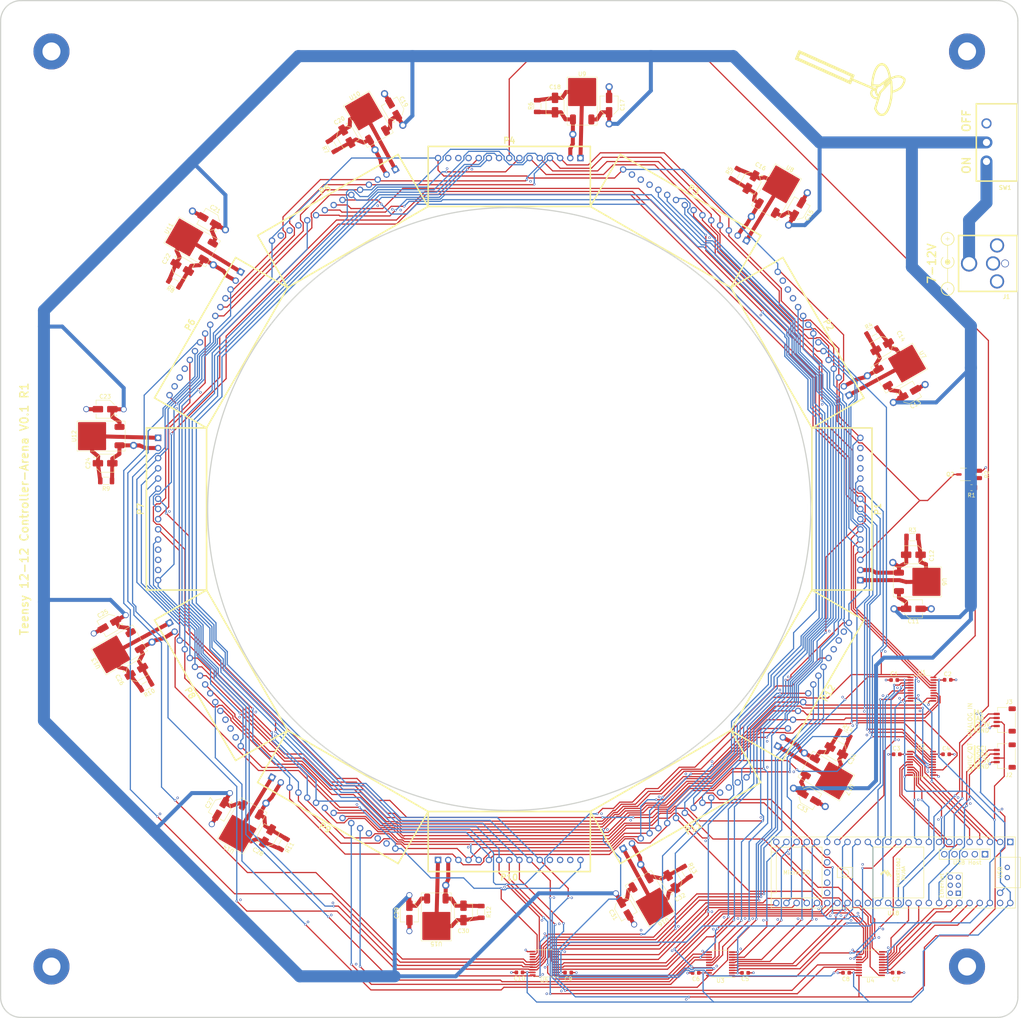
<source format=kicad_pcb>
(kicad_pcb (version 20241229) (generator "pcbnew") (generator_version "9.0")
  (title_block (title "Arena 12-12 Teensy w regulator Modular LED DIsplay") (date "2024-10-08") (rev "v9.1") (company "IORodeo for Reiserlab @ Janelia"))
  (layers (0 "F.Cu" signal) (4 "In1.Cu" power) (6 "In2.Cu" power) (2 "B.Cu" signal) (13 "F.Paste" user) (15 "B.Paste" user) (5 "F.SilkS" user "F.Silkscreen") (7 "B.SilkS" user "B.Silkscreen") (1 "F.Mask" user) (3 "B.Mask" user) (25 "Edge.Cuts" user))
  (net 0 "")
  (net 1 "+3.3V")
  (net 2 "+5V")
  (net 3 "VCC")
  (net 4 "Net-(SW1-A)")
  (net 5 "/Teensy/SDA")
  (net 8 "/Teensy/SCL")
  (net 9 "/Teensy/A0")
  (net 11 "/Teensy/A1")
  (net 12 "/Panel Headers/POW.5V_HDR_1")
  (net 13 "/Level Shifters/PAN5V.SCK_1")
  (net 14 "/Level Shifters/PAN5V.SCK_0")
  (net 15 "/Level Shifters/PAN5V.MOSI_0")
  (net 16 "/Level Shifters/PAN5V.MISO_0")
  (net 17 "/Level Shifters/PAN5V.CS_00")
  (net 18 "/Level Shifters/PAN5V.CS_01")
  (net 19 "/Level Shifters/PAN5V.CS_02")
  (net 20 "/Level Shifters/PAN5V.CS_03")
  (net 21 "/Level Shifters/PAN5V.CS_04")
  (net 22 "/Level Shifters/PAN5V.EXT_INT")
  (net 23 "/Panel Headers/POW.5V_HDR_2")
  (net 24 "GND")
  (net 28 "/Level Shifters/PAN5V.CS_05")
  (net 29 "/Level Shifters/PAN5V.CS_06")
  (net 30 "/Level Shifters/PAN5V.CS_08")
  (net 31 "/Level Shifters/PAN5V.CS_09")
  (net 32 "/Panel Headers/POW.5V_HDR_3")
  (net 45 "Net-(Q2-G)")
  (net 46 "/Level Shifters/PAN5V.CS_10")
  (net 47 "/Level Shifters/PAN5V.CS_11")
  (net 48 "/Level Shifters/PAN5V.CS_12")
  (net 49 "/Level Shifters/PAN5V.CS_13")
  (net 50 "/Level Shifters/PAN5V.CS_14")
  (net 51 "/Panel Headers/POW.5V_HDR_4")
  (net 52 "/Level Shifters/PAN5V.CS_15")
  (net 53 "/Level Shifters/PAN5V.CS_16")
  (net 54 "/Level Shifters/PAN5V.CS_17")
  (net 55 "/Level Shifters/PAN5V.CS_18")
  (net 56 "/Level Shifters/PAN5V.CS_19")
  (net 57 "/Panel Headers/POW.5V_HDR_5")
  (net 58 "/Level Shifters/PAN5V.CS_20")
  (net 59 "/Level Shifters/PAN5V.CS_21")
  (net 60 "/Level Shifters/PAN5V.CS_22")
  (net 61 "/Level Shifters/PAN5V.CS_23")
  (net 62 "/Level Shifters/PAN5V.CS_24")
  (net 63 "/Panel Headers/POW.5V_HDR_6")
  (net 64 "/Level Shifters/PAN5V.CS_25")
  (net 65 "/Level Shifters/PAN5V.CS_26")
  (net 66 "/Level Shifters/PAN5V.CS_27")
  (net 67 "/Level Shifters/PAN5V.CS_28")
  (net 68 "/Level Shifters/PAN5V.CS_29")
  (net 69 "/Panel Headers/POW.5V_HDR_7")
  (net 70 "/Level Shifters/PAN5V.MOSI_1")
  (net 71 "/Level Shifters/PAN5V.MISO_1")
  (net 75 "/Panel Headers/POW.5V_HDR_8")
  (net 79 "/Panel Headers/POW.5V_HDR_9")
  (net 83 "/Panel Headers/POW.5V_HDR_10")
  (net 87 "/Panel Headers/POW.5V_HDR_11")
  (net 91 "/Panel Headers/POW.5V_HDR_12")
  (net 95 "/Level Shifters/PAN5V.RESET")
  (net 96 "/Level Shifters/PAN3V.RESET")
  (net 97 "/Level Shifters/PAN3V.SCK_0")
  (net 98 "/Level Shifters/PAN3V.MOSI_0")
  (net 99 "/Level Shifters/PAN3V.MISO_0")
  (net 101 "/Level Shifters/PAN3V.SCK_1")
  (net 102 "/Level Shifters/PAN3V.MOSI_1")
  (net 103 "/Level Shifters/PAN3V.MISO_1")
  (net 105 "/Level Shifters/PAN3V.CS_00")
  (net 106 "/Level Shifters/PAN3V.CS_01")
  (net 107 "/Level Shifters/PAN3V.CS_02")
  (net 108 "/Level Shifters/PAN3V.CS_03")
  (net 109 "/Level Shifters/PAN3V.CS_04")
  (net 110 "/Level Shifters/PAN3V.CS_05")
  (net 111 "/Level Shifters/PAN3V.CS_06")
  (net 112 "/Level Shifters/PAN3V.CS_07")
  (net 113 "/Level Shifters/PAN5V.CS_07")
  (net 114 "/Level Shifters/PAN3V.CS_08")
  (net 115 "/Level Shifters/PAN3V.CS_09")
  (net 116 "/Level Shifters/PAN3V.CS_10")
  (net 117 "/Level Shifters/PAN3V.CS_11")
  (net 118 "/Level Shifters/PAN3V.CS_12")
  (net 119 "/Level Shifters/PAN3V.CS_13")
  (net 120 "/Level Shifters/PAN3V.CS_14")
  (net 121 "/Level Shifters/PAN3V.CS_15")
  (net 122 "/Level Shifters/PAN3V.CS_16")
  (net 123 "/Level Shifters/PAN3V.CS_17")
  (net 124 "/Level Shifters/PAN3V.CS_18")
  (net 125 "/Level Shifters/PAN3V.CS_19")
  (net 126 "/Level Shifters/PAN3V.CS_20")
  (net 127 "/Level Shifters/PAN3V.CS_21")
  (net 128 "/Level Shifters/PAN3V.CS_22")
  (net 129 "/Level Shifters/PAN3V.CS_23")
  (net 130 "/Level Shifters/PAN3V.CS_24")
  (net 131 "/Level Shifters/PAN3V.CS_25")
  (net 132 "/Level Shifters/PAN3V.CS_26")
  (net 133 "/Level Shifters/PAN3V.CS_27")
  (net 134 "/Level Shifters/PAN3V.CS_28")
  (net 135 "/Level Shifters/PAN3V.CS_29")
  (net 137 "/Level Shifters/PAN3V.EXT_INT")
  (net 157 "/Panel Headers/RESET")
  (footprint "Capacitor_SMD:CP_Elec_4x5.4" (layer "F.Cu") (at 102.879547 105.757972 150)
    (property "Reference" "C21")
    (property "Value" "10uF")
  )
  (footprint "Resistor_SMD:R_1206_3216Metric" (layer "F.Cu") (at 170.774 278.450028 90)
    (property "Reference" "R12")
    (property "Value" "300")
  )
  (footprint "arena_custom:TO-252" (layer "F.Cu") (at 159.597 278.659028 -90)
    (property "Reference" "U15")
    (property "Value" "AZ1084-5.0")
  )
  (footprint "Resistor_SMD:R_1206_3216Metric" (layer "F.Cu") (at 121.390291 261.452481 60)
    (property "Reference" "R11")
    (property "Value" "300")
  )
  (footprint "Resistor_SMD:R_1206_3216Metric" (layer "F.Cu") (at 87.121518 222.040319 30)
    (property "Reference" "R10")
    (property "Value" "300")
  )
  (footprint "Capacitor_SMD:C_0603_1608Metric" (layer "F.Cu") (at 274.545 239.08 180)
    (property "Reference" "C3")
    (property "Value" "0.1uF")
  )
  (footprint "MountingHole:MountingHole_4.5mm_Pad" (layer "F.Cu") (at 63.5 63.5)
    (property "Reference" "H1" (hide yes))
    (property "Value" "MountingHole_Pad")
  )
  (footprint "arena_custom:HEADER_TOP" (layer "F.Cu") (at 177.799999 265.474028)
    (property "Reference" "P10")
    (property "Value" "CONN15" (hide yes))
  )
  (footprint "Capacitor_SMD:C_0603_1608Metric" (layer "F.Cu") (at 224.355 293.684 180)
    (property "Reference" "C6")
    (property "Value" "0.1uF")
  )
  (footprint "arena_custom:HEADER_TOP" (layer "F.Cu") (at 253.727936 221.637014 60)
    (property "Reference" "P12")
    (property "Value" "CONN15" (hide yes))
  )
  (footprint "arena_custom:HEADER_TOP" (layer "F.Cu") (at 90.125971 177.8 -90)
    (property "Reference" "P7")
    (property "Value" "CONN15" (hide yes))
  )
  (footprint "Capacitor_SMD:CP_Elec_4x5.4" (layer "F.Cu") (at 76.895971 166.37)
    (property "Reference" "C24")
    (property "Value" "22uF")
  )
  (footprint "Resistor_SMD:R_1206_3216Metric" (layer "F.Cu") (at 234.209708 94.147518 -120)
    (property "Reference" "R5")
    (property "Value" "300")
  )
  (footprint "Capacitor_SMD:CP_Elec_4x5.4" (layer "F.Cu") (at 148.937998 77.949547 120)
    (property "Reference" "C19")
    (property "Value" "10uF")
  )
  (footprint "Capacitor_SMD:CP_Elec_4x5.4" (layer "F.Cu") (at 278.704028 202.73)
    (property "Reference" "C11")
    (property "Value" "10uF")
  )
  (footprint "arena_custom:slide_switch" (layer "F.Cu") (at 299.5 86.233 90)
    (property "Reference" "SW1")
    (property "Value" "SW_SPDT" (hide yes))
  )
  (footprint "Package_SO:TSSOP-20_4.4x6.5mm_P0.65mm" (layer "F.Cu") (at 230.5396 291.4176 180)
    (property "Reference" "U3")
    (property "Value" "TXB0108PW")
  )
  (footprint "Capacitor_SMD:CP_Elec_4x5.4" (layer "F.Cu") (at 105.757972 252.720452 -120)
    (property "Reference" "C27")
    (property "Value" "10uF")
  )
  (footprint "Capacitor_SMD:C_0603_1608Metric" (layer "F.Cu") (at 261.912 293.654 180)
    (property "Reference" "C8")
    (property "Value" "0.1uF")
  )
  (footprint "Package_SO:TSSOP-20_4.4x6.5mm_P0.65mm" (layer "F.Cu") (at 280.7409 241.3398)
    (property "Reference" "U2")
    (property "Value" "TXB0108PW")
  )
  (footprint "Resistor_SMD:R_1206_3216Metric" (layer "F.Cu") (at 133.55968 87.121518 -60)
    (property "Reference" "R7")
    (property "Value" "300")
  )
  (footprint "arena_custom:HEADER_TOP" (layer "F.Cu") (at 133.962985 253.727936 -30)
    (property "Reference" "P9")
    (property "Value" "CONN15" (hide yes))
  )
  (footprint "arena_custom:TO-252" (layer "F.Cu") (at 278.659028 196.003)
    (property "Reference" "U6")
    (property "Value" "AZ1084-5.0")
  )
  (footprint "arena_custom:HEADER_TOP" (layer "F.Cu") (at 221.637014 253.727936 30)
    (property "Reference" "P11")
    (property "Value" "CONN15" (hide yes))
  )
  (footprint "Capacitor_SMD:CP_Elec_4x5.4" (layer "F.Cu") (at 270.900452 137.246655 -150)
    (property "Reference" "C14")
    (property "Value" "22uF")
  )
  (footprint "Resistor_SMD:R_1206_3216Metric" (layer "F.Cu") (at 268.478481 133.55968 -150)
    (property "Reference" "R4")
    (property "Value" "300")
  )
  (footprint "Capacitor_SMD:C_0603_1608Metric" (layer "F.Cu") (at 192.504 293.604)
    (property "Reference" "C9")
    (property "Value" "0.1uF")
  )
  (footprint "arena_custom:JST_SH_SM04B-SRSS-TB_1x04-1MP_P1.00mm_Horizontal" (layer "F.Cu") (at 301.5 230.505 90)
    (property "Reference" "J3")
    (property "Value" "Conn_01x04")
  )
  (footprint "Capacitor_SMD:C_0603_1608Metric" (layer "F.Cu") (at 287.274 220.472)
    (property "Reference" "C2")
    (property "Value" "0.1uF")
  )
  (footprint "Capacitor_SMD:C_0603_1608Metric" (layer "F.Cu") (at 236.69 293.674)
    (property "Reference" "C5")
    (property "Value" "0.1uF")
  )
  (footprint "Capacitor_SMD:CP_Elec_4x5.4" (layer "F.Cu") (at 96.129547 117.449315 -30)
    (property "Reference" "C22")
    (property "Value" "22uF")
  )
  (footprint "Resistor_SMD:R_1206_3216Metric" (layer "F.Cu") (at 222.040319 268.478481 120)
    (property "Reference" "R13")
    (property "Value" "300")
  )
  (footprint "Capacitor_SMD:C_0603_1608Metric" (layer "F.Cu") (at 180.354 293.564 180)
    (property "Reference" "C10")
    (property "Value" "0.1uF")
  )
  (footprint "Capacitor_SMD:CP_Elec_4x5.4" (layer "F.Cu") (at 238.150684 96.129547 -120)
    (property "Reference" "C16")
    (property "Value" "22uF")
  )
  (footprint "Capacitor_SMD:CP_Elec_4x5.4" (layer "F.Cu") (at 84.699547 218.353344 30)
    (property "Reference" "C26")
    (property "Value" "22uF")
  )
  (footprint "arena_custom:TO-252" (layer "F.Cu") (at 212.465254 274.247981 -60)
    (property "Reference" "U16")
    (property "Value" "AZ1084-5.0")
  )
  (footprint "arena_custom:TO-252" (layer "F.Cu") (at 76.940971 159.597 180)
    (property "Reference" "U12")
    (property "Value" "AZ1084-5.0")
  )
  (footprint "arena_custom:TO-252" (layer "F.Cu") (at 243.993774 99.555018 60)
    (property "Reference" "U8")
    (property "Value" "AZ1084-5.0")
  )
  (footprint "MountingHole:MountingHole_4.5mm_Pad" (layer "F.Cu") (at 292.1 292.1)
    (property "Reference" "H3" (hide yes))
    (property "Value" "MountingHole_Pad")
  )
  (footprint "Package_SO:TSSOP-20_4.4x6.5mm_P0.65mm" (layer "F.Cu") (at 280.8555 222.799)
    (property "Reference" "U1")
    (property "Value" "TXB0108PW")
  )
  (footprint "Package_TO_SOT_SMD:SOT-23-3" (layer "F.Cu") (at 291.2055 169.164 180)
    (property "Reference" "Q2")
    (property "Value" "MOSFET_NCHAN")
  )
  (footprint "MountingHole:MountingHole_4.5mm_Pad" (layer "F.Cu") (at 63.5 292.1)
    (property "Reference" "H4" (hide yes))
    (property "Value" "MountingHole_Pad")
  )
  (footprint "Capacitor_SMD:CP_Elec_4x5.4" (layer "F.Cu") (at 152.87 278.704028 -90)
    (property "Reference" "C29")
    (property "Value" "10uF")
  )
  (footprint "arena_custom:TO-252" (layer "F.Cu") (at 81.352018 212.465254 -150)
    (property "Reference" "U13")
    (property "Value" "AZ1084-5.0")
  )
  (footprint "arena_custom:DCJACK_2PIN_HIGHCURRENT" (layer "F.Cu") (at 304.6 116.459 -90)
    (property "Reference" "J1")
    (property "Value" "Barrel_Jack" (hide yes))
  )
  (footprint "arena_custom:TO-252" (layer "F.Cu") (at 143.134745 81.352018 120)
    (property "Reference" "U10")
    (property "Value" "AZ1084-5.0")
  )
  (footprint "Capacitor_SMD:CP_Elec_4x5.4" (layer "F.Cu") (at 206.662001 277.650452 -60)
    (property "Reference" "C31")
    (property "Value" "10uF")
  )
  (footprint "arena_custom:HEADER_TOP" (layer "F.Cu") (at 133.962985 101.872063 -150)
    (property "Reference" "P5")
    (property "Value" "CONN15" (hide yes))
  )
  (footprint "Package_SO:TSSOP-20_4.4x6.5mm_P0.65mm" (layer "F.Cu") (at 267.9826 291.3668 180)
    (property "Reference" "U4")
    (property "Value" "TXB0108PW")
  )
  (footprint "arena_custom:HEADER_TOP" (layer "F.Cu") (at 177.8 90.125971 180)
    (property "Reference" "P4")
    (property "Value" "CONN15" (hide yes))
  )
  (footprint "Resistor_SMD:R_0805_2012Metric" (layer "F.Cu") (at 293.2195 172.466)
    (property "Reference" "R1")
    (property "Value" "200")
  )
  (footprint "Capacitor_SMD:CP_Elec_4x5.4" (layer "F.Cu") (at 218.353344 270.900452 120)
    (property "Reference" "C32")
    (property "Value" "22uF")
  )
  (footprint "Resistor_SMD:R_1206_3216Metric" (layer "F.Cu") (at 261.452481 234.209708 150)
    (property "Reference" "R14")
    (property "Value" "300")
  )
  (footprint "arena_custom:TO-252" (layer "F.Cu") (at 99.555018 111.606225 150)
    (property "Reference" "U11")
    (property "Value" "AZ1084-5.0")
  )
  (footprint "teensy:Teensy41" (layer "F.Cu") (at 273.685 268.605 180)
    (property "Reference" "U18")
    (property "Value" "Teensy4.1")
  )
  (footprint "Capacitor_SMD:CP_Elec_4x5.4" (layer "F.Cu") (at 189.23 76.895971 -90)
    (property "Reference" "C18")
    (property "Value" "22uF")
  )
  (footprint "arena_custom:HEADER_TOP" (layer "F.Cu") (at 265.474028 177.8 90)
    (property "Reference" "P1")
    (property "Value" "CONN15" (hide yes))
  )
  (footprint "arena_custom:HEADER_TOP" (layer "F.Cu") (at 101.872063 133.962985 -120)
    (property "Reference" "P6")
    (property "Value" "CONN15" (hide yes))
  )
  (footprint "Resistor_SMD:R_1206_3216Metric" (layer "F.Cu") (at 184.826 77.149971 -90)
    (property "Reference" "R6")
    (property "Value" "300")
  )
  (footprint "arena_custom:HEADER_TOP" (layer "F.Cu") (at 101.872063 221.637014 -60)
    (property "Reference" "P8")
    (property "Value" "CONN15" (hide yes))
  )
  (footprint "Resistor_SMD:R_1206_3216Metric" (layer "F.Cu") (at 77.149971 170.774)
    (property "Reference" "R9")
    (property "Value" "300")
  )
  (footprint "Capacitor_SMD:CP_Elec_4x5.4" (layer "F.Cu") (at 76.895971 152.87 180)
    (property "Reference" "C23")
    (property "Value" "10uF")
  )
  (footprint "Capacitor_SMD:CP_Elec_4x5.4" (layer "F.Cu") (at 117.449315 259.470452 60)
    (property "Reference" "C28")
    (property "Value" "22uF")
  )
  (footprint "Capacitor_SMD:CP_Elec_4x5.4" (layer "F.Cu") (at 77.949547 206.662001 -150)
    (property "Reference" "C25")
    (property "Value" "10uF")
  )
  (footprint "Resistor_SMD:R_1206_3216Metric" (layer "F.Cu") (at 278.450028 184.826 180)
    (property "Reference" "R3")
    (property "Value" "300")
  )
  (footprint "MountingHole:MountingHole_4.5mm_Pad" (layer "F.Cu") (at 292.1 63.5)
    (property "Reference" "H2" (hide yes))
    (property "Value" "MountingHole_Pad")
  )
  (footprint "Capacitor_SMD:C_0603_1608Metric" (layer "F.Cu") (at 286.885 239.08)
    (property "Reference" "C4")
    (property "Value" "0.1uF")
  )
  (footprint "Capacitor_SMD:CP_Elec_4x5.4" (layer "F.Cu") (at 137.246655 84.699547 -60)
    (property "Reference" "C20")
    (property "Value" "22uF")
  )
  (footprint "Capacitor_SMD:CP_Elec_4x5.4" (layer "F.Cu") (at 166.37 278.704028 90)
    (property "Reference" "C30")
    (property "Value" "22uF")
  )
  (footprint "Capacitor_SMD:C_0603_1608Metric" (layer "F.Cu") (at 274.292 293.624)
    (property "Reference" "C7")
    (property "Value" "0.1uF")
  )
  (footprint "Capacitor_SMD:C_0603_1608Metric" (layer "F.Cu") (at 273.9136 220.5228 180)
    (property "Reference" "C1")
    (property "Value" "0.1uF")
  )
  (footprint "Capacitor_SMD:CP_Elec_4x5.4" (layer "F.Cu") (at 259.470452 238.150684 150)
    (property "Reference" "C34")
    (property "Value" "22uF")
  )
  (footprint "Capacitor_SMD:CP_Elec_4x5.4" (layer "F.Cu") (at 249.842027 102.879547 60)
    (property "Reference" "C15")
    (property "Value" "10uF")
  )
  (footprint "Capacitor_SMD:CP_Elec_4x5.4" (layer "F.Cu") (at 277.650452 148.937998 30)
    (property "Reference" "C13")
    (property "Value" "10uF")
  )
  (footprint "Capacitor_SMD:CP_Elec_4x5.4" (layer "F.Cu") (at 278.704028 189.23 180)
    (property "Reference" "C12")
    (property "Value" "22uF")
  )
  (footprint "arena_custom:TO-252" (layer "F.Cu") (at 256.044981 243.993774 -30)
    (property "Reference" "U17")
    (property "Value" "AZ1084-5.0")
  )
  (footprint "arena_custom:HEADER_TOP" (layer "F.Cu") (at 253.727936 133.962985 120)
    (property "Reference" "P2")
    (property "Value" "CONN15" (hide yes))
  )
  (footprint "arena_custom:JST_SH_SM04B-SRSS-TB_1x04-1MP_P1.00mm_Horizontal" (layer "F.Cu") (at 301.5 239.516 90)
    (property "Reference" "J2")
    (property "Value" "Conn_01x04")
  )
  (footprint "Resistor_SMD:R_1206_3216Metric" (layer "F.Cu") (at 94.147518 121.390291 -30)
    (property "Reference" "R8")
    (property "Value" "300")
  )
  (footprint "arena_custom:TO-252" (layer "F.Cu") (at 196.003 76.940971 90)
    (property "Reference" "U9")
    (property "Value" "AZ1084-5.0")
  )
  (footprint "arena_custom:HEADER_TOP" (layer "F.Cu") (at 221.637014 101.872063 150)
    (property "Reference" "P3")
    (property "Value" "CONN15" (hide yes))
  )
  (footprint "arena_custom:TO-252" (layer "F.Cu") (at 274.247981 143.134745 30)
    (property "Reference" "U7")
    (property "Value" "AZ1084-5.0")
  )
  (footprint "Package_SO:TSSOP-20_4.4x6.5mm_P0.65mm" (layer "F.Cu") (at 186.5017 291.2958 180)
    (property "Reference" "U5")
    (property "Value" "TXB0108PW")
  )
  (footprint "Resistor_SMD:R_0805_2012Metric" (layer "F.Cu") (at 295.148 169.164 -90)
    (property "Reference" "R2")
    (property "Value" "20k")
  )
  (footprint "arena_custom:TO-252" (layer "F.Cu") (at 111.606225 256.044981 -120)
    (property "Reference" "U14")
    (property "Value" "AZ1084-5.0")
  )
  (footprint "Capacitor_SMD:CP_Elec_4x5.4" (layer "F.Cu") (at 252.720452 249.842027 -30)
    (property "Reference" "C33")
    (property "Value" "10uF")
  )
  (footprint "Capacitor_SMD:CP_Elec_4x5.4" (layer "F.Cu") (at 202.73 76.895971 90)
    (property "Reference" "C17")
    (property "Value" "10uF")
  )
  (gr_line (start 272.719791 77.056148) (end 272.792723 76.816793) (stroke (width 0.514144)) (layer "F.SilkS"))
  (gr_line (start 269.848875 78.84365) (end 269.949642 78.94925) (stroke (width 0.514144)) (layer "F.SilkS"))
  (gr_line (start 269.91939 75.129372) (end 269.568674 75.230056) (stroke (width 0.514144)) (layer "F.SilkS"))
  (gr_line (start 285.958677 117.020687) (end 285.912617 116.954601) (stroke (width 0.15487)) (layer "F.SilkS"))
  (gr_line (start 287.579658 108.759663) (end 287.656965 108.777506) (stroke (width 0.179621)) (layer "F.SilkS"))
  (gr_line (start 286.301544 109.044649) (end 286.364193 109.000099) (stroke (width 0.179621)) (layer "F.SilkS"))
  (gr_line (start 273.203414 74.60929) (end 273.230843 74.302741) (stroke (width 0.514144)) (layer "F.SilkS"))
  (gr_line (start 268.538467 71.922576) (end 268.398283 71.928386) (stroke (width 0.514144)) (layer "F.SilkS"))
  (gr_line (start 268.574091 73.118561) (end 268.857945 73.03804) (stroke (width 0.514144)) (layer "F.SilkS"))
  (gr_line (start 269.169029 77.753918) (end 269.385651 78.183367) (stroke (width 0.514144)) (layer "F.SilkS"))
  (gr_line (start 271.889088 78.737053) (end 271.995033 78.597133) (stroke (width 0.514144)) (layer "F.SilkS"))
  (gr_line (start 287.807038 124.313867) (end 287.732792 124.338989) (stroke (width 0.179621)) (layer "F.SilkS"))
  (gr_line (start 288.624191 121.984336) (end 288.662666 122.051252) (stroke (width 0.179621)) (layer "F.SilkS"))
  (gr_line (start 270.373143 79.255534) (end 270.483539 79.301598) (stroke (width 0.514144)) (layer "F.SilkS"))
  (gr_line (start 269.627802 78.587148) (end 269.849848 78.897612) (stroke (width 0.514144)) (layer "F.SilkS"))
  (gr_line (start 287.014275 111.904619) (end 286.935586 111.890567) (stroke (width 0.179621)) (layer "F.SilkS"))
  (gr_line (start 288.644971 116.886798) (end 288.602596 116.954601) (stroke (width 0.15487)) (layer "F.SilkS"))
  (gr_line (start 270.12026 79.162894) (end 270.402342 79.294654) (stroke (width 0.514144)) (layer "F.SilkS"))
  (gr_line (start 286.183213 123.995719) (end 286.127717 123.94281) (stroke (width 0.179621)) (layer "F.SilkS"))
  (gr_line (start 286.429041 124.179493) (end 286.364208 124.13793) (stroke (width 0.179621)) (layer "F.SilkS"))
  (gr_line (start 288.851319 116.299732) (end 288.838422 116.37612) (stroke (width 0.15487)) (layer "F.SilkS"))
  (gr_line (start 272.046604 71.989815) (end 270.43001 73.735033) (stroke (width 0.514144)) (layer "F.SilkS"))
  (gr_line (start 286.24118 121.579884) (end 286.301544 121.532447) (stroke (width 0.179621)) (layer "F.SilkS"))
  (gr_line (start 269.072842 68.532694) (end 269.358938 67.903329) (stroke (width 0.514144)) (layer "F.SilkS"))
  (gr_line (start 268.490036 74.712817) (end 268.294985 74.405939) (stroke (width 0.514144)) (layer "F.SilkS"))
  (gr_line (start 269.95576 67.084344) (end 270.162314 66.914871) (stroke (width 0.514144)) (layer "F.SilkS"))
  (gr_line (start 287.175394 111.920951) (end 287.094245 111.914781) (stroke (width 0.179621)) (layer "F.SilkS"))
  (gr_line (start 275.697613 69.857459) (end 276.045895 70.048451) (stroke (width 0.514144)) (layer "F.SilkS"))
  (gr_line (start 285.932595 123.706323) (end 285.891031 123.64149) (stroke (width 0.179621)) (layer "F.SilkS"))
  (gr_line (start 285.678102 110.081768) (end 285.692154 110.00308) (stroke (width 0.179621)) (layer "F.SilkS"))
  (gr_line (start 268.687622 74.905469) (end 268.490036 74.712817) (stroke (width 0.514144)) (layer "F.SilkS"))
  (gr_line (start 269.213842 77.812465) (end 269.296205 77.988991) (stroke (width 0.514144)) (layer "F.SilkS"))
  (gr_line (start 288.332018 111.507921) (end 288.274039 111.558144) (stroke (width 0.179621)) (layer "F.SilkS"))
  (gr_line (start 268.294985 74.405939) (end 268.204859 74.17758) (stroke (width 0.514144)) (layer "F.SilkS"))
  (gr_line (start 288.662666 109.563454) (end 288.697954 109.632353) (stroke (width 0.179621)) (layer "F.SilkS"))
  (gr_line (start 287.257623 111.923031) (end 287.175394 111.920951) (stroke (width 0.179621)) (layer "F.SilkS"))
  (gr_line (start 287.500969 108.745611) (end 287.579658 108.759663) (stroke (width 0.179621)) (layer "F.SilkS"))
  (gr_line (start 271.584177 79.084107) (end 272.001749 78.655636) (stroke (width 0.514144)) (layer "F.SilkS"))
  (gr_line (start 285.891023 109.496538) (end 285.932586 109.431706) (stroke (width 0.179621)) (layer "F.SilkS"))
  (gr_line (start 288.847273 122.649536) (end 288.853443 122.730685) (stroke (width 0.179621)) (layer "F.SilkS"))
  (gr_line (start 287.950382 121.372569) (end 288.01928 121.407857) (stroke (width 0.179621)) (layer "F.SilkS"))
  (gr_line (start 286.179039 117.264324) (end 286.118965 117.207211) (stroke (width 0.15487)) (layer "F.SilkS"))
  (gr_line (start 271.557158 72.298344) (end 271.562769 72.215878) (stroke (width 0.514144)) (layer "F.SilkS"))
  (gr_line (start 288.697954 111.017877) (end 288.662666 111.086776) (stroke (width 0.179621)) (layer "F.SilkS"))
  (gr_line (start 271.796884 67.188567) (end 271.866965 67.27346) (stroke (width 0.514144)) (layer "F.SilkS"))
  (gr_line (start 288.823059 110.00308) (end 288.837111 110.081768) (stroke (width 0.179621)) (layer "F.SilkS"))
  (gr_line (start 270.042082 66.980845) (end 270.486469 66.719946) (stroke (width 0.514144)) (layer "F.SilkS"))
  (gr_line (start 288.44042 121.738511) (end 288.490643 121.796491) (stroke (width 0.179621)) (layer "F.SilkS"))
  (gr_line (start 273.396069 73.592428) (end 273.26293 73.636146) (stroke (width 0.514144)) (layer "F.SilkS"))
  (gr_line (start 271.175363 66.746491) (end 271.258978 66.778138) (stroke (width 0.514144)) (layer "F.SilkS"))
  (gr_line (start 286.635626 108.852772) (end 286.708191 108.824161) (stroke (width 0.179621)) (layer "F.SilkS"))
  (gr_line (start 285.737589 116.601278) (end 285.713638 116.527036) (stroke (width 0.15487)) (layer "F.SilkS"))
  (gr_line (start 287.014268 121.233409) (end 287.094239 121.223247) (stroke (width 0.179621)) (layer "F.SilkS"))
  (gr_line (start 287.807038 111.826069) (end 287.732792 111.851191) (stroke (width 0.179621)) (layer "F.SilkS"))
  (gr_line (start 288.853443 122.895142) (end 288.847273 122.976291) (stroke (width 0.179621)) (layer "F.SilkS"))
  (gr_line (start 286.301558 124.093379) (end 286.241193 124.045942) (stroke (width 0.179621)) (layer "F.SilkS"))
  (gr_line (start 270.652049 79.34661) (end 270.708938 79.355045) (stroke (width 0.514144)) (layer "F.SilkS"))
  (gr_line (start 287.411957 117.671485) (end 287.334853 117.677012) (stroke (width 0.15487)) (layer "F.SilkS"))
  (gr_line (start 288.086196 111.691695) (end 288.01928 111.730171) (stroke (width 0.179621)) (layer "F.SilkS"))
  (gr_line (start 287.334853 117.677012) (end 287.257606 117.678855) (stroke (width 0.15487)) (layer "F.SilkS"))
  (gr_line (start 276.063288 71.879708) (end 275.824175 72.244406) (stroke (width 0.514144)) (layer "F.SilkS"))
  (gr_line (start 271.953175 71.26514) (end 272.16674 70.993802) (stroke (width 0.514144)) (layer "F.SilkS"))
  (gr_line (start 287.257623 115.420801) (end 287.257623 111.996042) (stroke (width 0.168772)) (layer "F.SilkS"))
  (gr_line (start 285.891031 123.64149) (end 285.852554 123.574574) (stroke (width 0.179621)) (layer "F.SilkS"))
  (gr_line (start 269.655783 72.404764) (end 269.813437 72.22149) (stroke (width 0.514144)) (layer "F.SilkS"))
  (gr_line (start 268.378971 73.29255) (end 268.574091 73.118561) (stroke (width 0.514144)) (layer "F.SilkS"))
  (gr_line (start 286.635639 124.285256) (end 286.564857 124.253257) (stroke (width 0.179621)) (layer "F.SilkS"))
  (gr_line (start 285.66177 110.242887) (end 285.66794 110.161738) (stroke (width 0.179621)) (layer "F.SilkS"))
  (gr_line (start 287.094245 111.914781) (end 287.014275 111.904619) (stroke (width 0.179621)) (layer "F.SilkS"))
  (gr_line (start 287.950382 111.765459) (end 287.879601 111.797458) (stroke (width 0.179621)) (layer "F.SilkS"))
  (gr_line (start 288.729953 123.434894) (end 288.697954 123.505675) (stroke (width 0.179621)) (layer "F.SilkS"))
  (gr_line (start 271.74168 67.120768) (end 272.14785 67.677546) (stroke (width 0.514144)) (layer "F.SilkS"))
  (gr_line (start 276.045895 70.048451) (end 276.310637 70.266337) (stroke (width 0.514144)) (layer "F.SilkS"))
  (gr_line (start 262.869029 71.238685) (end 249.569411 65.284054) (stroke (width 0.514144)) (layer "F.SilkS"))
  (gr_line (start 285.654682 115.914214) (end 285.663894 115.837397) (stroke (width 0.15487)) (layer "F.SilkS"))
  (gr_line (start 288.860531 116.222914) (end 288.851319 116.299732) (stroke (width 0.15487)) (layer "F.SilkS"))
  (gr_line (start 262.984506 71.29082) (end 263.743691 69.51028) (stroke (width 0.514144)) (layer "F.SilkS"))
  (gr_line (start 270.823954 66.689781) (end 270.91435 66.693356) (stroke (width 0.514144)) (layer "F.SilkS"))
  (gr_line (start 272.561228 77.506092) (end 272.642575 77.286047) (stroke (width 0.514144)) (layer "F.SilkS"))
  (gr_line (start 286.708191 121.311959) (end 286.782438 121.286837) (stroke (width 0.179621)) (layer "F.SilkS"))
  (gr_line (start 270.402342 79.294654) (end 270.845429 79.369321) (stroke (width 0.514144)) (layer "F.SilkS"))
  (gr_line (start 287.935657 117.529624) (end 287.863562 117.560944) (stroke (width 0.15487)) (layer "F.SilkS"))
  (gr_line (start 287.180359 117.677012) (end 287.103255 117.671485) (stroke (width 0.15487)) (layer "F.SilkS"))
  (gr_line (start 274.365448 69.786521) (end 274.732374 69.731135) (stroke (width 0.514144)) (layer "F.SilkS"))
  (gr_line (start 288.209728 117.367496) (end 288.143643 117.413555) (stroke (width 0.15487)) (layer "F.SilkS"))
  (gr_line (start 287.026438 117.662273) (end 286.950049 117.649377) (stroke (width 0.15487)) (layer "F.SilkS"))
  (gr_line (start 287.339851 111.920951) (end 287.257623 111.923031) (stroke (width 0.179621)) (layer "F.SilkS"))
  (gr_line (start 275.3629 69.776092) (end 275.697613 69.857459) (stroke (width 0.514144)) (layer "F.SilkS"))
  (gr_line (start 269.813437 72.22149) (end 269.933432 72.102344) (stroke (width 0.514144)) (layer "F.SilkS"))
  (gr_line (start 272.975988 70.361552) (end 273.168289 70.250358) (stroke (width 0.514144)) (layer "F.SilkS"))
  (gr_line (start 276.470799 70.922516) (end 276.357002 71.278013) (stroke (width 0.514144)) (layer "F.SilkS"))
  (gr_line (start 271.66866 78.97738) (end 271.780245 78.863935) (stroke (width 0.514144)) (layer "F.SilkS"))
  (gr_line (start 287.640979 117.632796) (end 287.565163 117.649377) (stroke (width 0.15487)) (layer "F.SilkS"))
  (gr_line (start 288.387512 109.195218) (end 288.44042 109.250713) (stroke (width 0.179621)) (layer "F.SilkS"))
  (gr_line (start 270.486109 66.747234) (end 270.597313 66.715491) (stroke (width 0.514144)) (layer "F.SilkS"))
  (gr_line (start 276.310637 70.266337) (end 276.487316 70.447612) (stroke (width 0.514144)) (layer "F.SilkS"))
  (gr_line (start 285.75665 109.775698) (end 285.785261 109.703135) (stroke (width 0.179621)) (layer "F.SilkS"))
  (gr_line (start 286.708204 124.313867) (end 286.635639 124.285256) (stroke (width 0.179621)) (layer "F.SilkS"))
  (gr_line (start 286.935586 124.378364) (end 286.858278 124.360522) (stroke (width 0.179621)) (layer "F.SilkS"))
  (gr_line (start 288.853443 110.242887) (end 288.855522 110.325115) (stroke (width 0.179621)) (layer "F.SilkS"))
  (gr_line (start 273.199471 71.40298) (end 273.170914 71.146272) (stroke (width 0.514144)) (layer "F.SilkS"))
  (gr_line (start 271.00305 66.704039) (end 271.090054 66.721771) (stroke (width 0.514144)) (layer "F.SilkS"))
  (gr_line (start 287.950382 108.884771) (end 288.01928 108.920059) (stroke (width 0.179621)) (layer "F.SilkS"))
  (gr_line (start 288.396248 117.207211) (end 288.336173 117.264324) (stroke (width 0.15487)) (layer "F.SilkS"))
  (gr_line (start 285.870242 115.250331) (end 285.912617 115.182528) (stroke (width 0.15487)) (layer "F.SilkS"))
  (gr_line (start 285.713638 115.610093) (end 285.737589 115.535851) (stroke (width 0.15487)) (layer "F.SilkS"))
  (gr_line (start 285.709998 123.212257) (end 285.692155 123.134949) (stroke (width 0.179621)) (layer "F.SilkS"))
  (gr_line (start 268.398283 71.928386) (end 268.443264 71.372715) (stroke (width 0.514144)) (layer "F.SilkS"))
  (gr_line (start 250.277988 63.622209) (end 263.577606 69.576838) (stroke (width 0.514144)) (layer "F.SilkS"))
  (gr_line (start 288.387512 121.683016) (end 288.44042 121.738511) (stroke (width 0.179621)) (layer "F.SilkS"))
  (gr_line (start 288.602596 116.954601) (end 288.556536 117.020687) (stroke (width 0.15487)) (layer "F.SilkS"))
  (gr_line (start 272.386758 77.915027) (end 272.475904 77.715885) (stroke (width 0.514144)) (layer "F.SilkS"))
  (gr_line (start 288.851319 115.837397) (end 288.860531 115.914214) (stroke (width 0.15487)) (layer "F.SilkS"))
  (gr_line (start 270.823706 79.361837) (end 270.950176 79.353592) (stroke (width 0.514144)) (layer "F.SilkS"))
  (gr_line (start 288.823059 123.134949) (end 288.805217 123.212257) (stroke (width 0.179621)) (layer "F.SilkS"))
  (gr_line (start 272.192051 67.792474) (end 272.252008 67.914764) (stroke (width 0.514144)) (layer "F.SilkS"))
  (gr_line (start 288.624191 109.496538) (end 288.662666 109.563454) (stroke (width 0.179621)) (layer "F.SilkS"))
  (gr_line (start 285.663894 115.837397) (end 285.676791 115.761009) (stroke (width 0.15487)) (layer "F.SilkS"))
  (gr_line (start 272.526536 68.615325) (end 272.624571 68.936007) (stroke (width 0.514144)) (layer "F.SilkS"))
  (gr_line (start 274.300501 73.290538) (end 273.955521 73.448266) (stroke (width 0.514144)) (layer "F.SilkS"))
  (gr_line (start 272.878363 70.030484) (end 272.227131 70.522448) (stroke (width 0.514144)) (layer "F.SilkS"))
  (gr_line (start 286.241193 111.558144) (end 286.183213 111.507921) (stroke (width 0.179621)) (layer "F.SilkS"))
  (gr_line (start 274.611605 73.162883) (end 274.300501 73.290538) (stroke (width 0.514144)) (layer "F.SilkS"))
  (gr_line (start 276.487316 70.447612) (end 276.514114 70.597317) (stroke (width 0.514144)) (layer "F.SilkS"))
  (gr_line (start 288.729953 122.190932) (end 288.758563 122.263496) (stroke (width 0.179621)) (layer "F.SilkS"))
  (gr_line (start 273.463734 70.098418) (end 273.689671 69.989986) (stroke (width 0.514144)) (layer "F.SilkS"))
  (gr_line (start 273.271457 72.470915) (end 273.259991 72.198306) (stroke (width 0.514144)) (layer "F.SilkS"))
  (gr_line (start 269.789995 74.417504) (end 269.64406 74.262718) (stroke (width 0.514144)) (layer "F.SilkS"))
  (gr_line (start 288.332018 123.995719) (end 288.274039 124.045942) (stroke (width 0.179621)) (layer "F.SilkS"))
  (gr_line (start 287.257623 124.410828) (end 287.175394 124.408749) (stroke (width 0.179621)) (layer "F.SilkS"))
  (gr_line (start 285.785261 122.190932) (end 285.81726 122.120151) (stroke (width 0.179621)) (layer "F.SilkS"))
  (gr_line (start 288.847273 110.161738) (end 288.853443 110.242887) (stroke (width 0.179621)) (layer "F.SilkS"))
  (gr_line (start 288.151027 109.000099) (end 288.213675 109.044649) (stroke (width 0.179621)) (layer "F.SilkS"))
  (gr_line (start 288.453362 114.989993) (end 288.506791 115.052216) (stroke (width 0.15487)) (layer "F.SilkS"))
  (gr_line (start 288.506791 117.084913) (end 288.453362 117.147135) (stroke (width 0.15487)) (layer "F.SilkS"))
  (gr_line (start 294 237) (end 294 242.5) (stroke (width 0.381)) (layer "F.SilkS"))
  (gr_line (start 269.081167 72.892436) (end 269.063736 72.933473) (stroke (width 0.514144)) (layer "F.SilkS"))
  (gr_line (start 285.663894 116.299732) (end 285.654682 116.222915) (stroke (width 0.15487)) (layer "F.SilkS"))
  (gr_line (start 288.758563 109.775698) (end 288.783685 109.849944) (stroke (width 0.179621)) (layer "F.SilkS"))
  (gr_line (start 285.756654 110.874532) (end 285.731531 110.800286) (stroke (width 0.179621)) (layer "F.SilkS"))
  (gr_line (start 288.644971 115.25033) (end 288.683661 115.319707) (stroke (width 0.15487)) (layer "F.SilkS"))
  (gr_line (start 270.193455 72.080045) (end 268.398283 71.928388) (stroke (width 0.514144)) (layer "F.SilkS"))
  (gr_line (start 273.170914 71.146272) (end 273.138327 70.894215) (stroke (width 0.514144)) (layer "F.SilkS"))
  (gr_line (start 286.651651 117.560944) (end 286.579555 117.529624) (stroke (width 0.15487)) (layer "F.SilkS"))
  (gr_line (start 288.213675 111.605581) (end 288.151027 111.650132) (stroke (width 0.179621)) (layer "F.SilkS"))
  (gr_line (start 285.852554 123.574574) (end 285.817265 123.505675) (stroke (width 0.179621)) (layer "F.SilkS"))
  (gr_line (start 286.1832 109.142309) (end 286.24118 109.092086) (stroke (width 0.179621)) (layer "F.SilkS"))
  (gr_line (start 268.78524 69.424072) (end 269.072842 68.532694) (stroke (width 0.514144)) (layer "F.SilkS"))
  (gr_line (start 286.061851 114.989993) (end 286.118965 114.929917) (stroke (width 0.15487)) (layer "F.SilkS"))
  (gr_line (start 286.061851 117.147135) (end 286.008421 117.084913) (stroke (width 0.15487)) (layer "F.SilkS"))
  (gr_line (start 285.692154 122.490878) (end 285.709996 122.413569) (stroke (width 0.179621)) (layer "F.SilkS"))
  (gr_line (start 287.879601 111.797458) (end 287.807038 111.826069) (stroke (width 0.179621)) (layer "F.SilkS"))
  (gr_line (start 286.024573 109.308693) (end 286.074796 109.250713) (stroke (width 0.179621)) (layer "F.SilkS"))
  (gr_line (start 285.852554 111.086776) (end 285.817265 111.017877) (stroke (width 0.179621)) (layer "F.SilkS"))
  (gr_line (start 286.301544 121.532447) (end 286.364193 121.487896) (stroke (width 0.179621)) (layer "F.SilkS"))
  (gr_line (start 288.783685 123.288084) (end 288.758563 123.36233) (stroke (width 0.179621)) (layer "F.SilkS"))
  (gr_line (start 269.334135 73.088782) (end 269.435669 72.741) (stroke (width 0.514144)) (layer "F.SilkS"))
  (gr_line (start 286.635639 111.797458) (end 286.564857 111.765459) (stroke (width 0.179621)) (layer "F.SilkS"))
  (gr_line (start 288.332018 121.630107) (end 288.387512 121.683016) (stroke (width 0.179621)) (layer "F.SilkS"))
  (gr_line (start 285.831551 116.817422) (end 285.796546 116.746614) (stroke (width 0.15487)) (layer "F.SilkS"))
  (gr_line (start 288.538079 121.856855) (end 288.582629 121.919503) (stroke (width 0.179621)) (layer "F.SilkS"))
  (gr_line (start 286.127717 123.94281) (end 286.074807 123.887315) (stroke (width 0.179621)) (layer "F.SilkS"))
  (gr_line (start 271.562769 72.215878) (end 271.567569 72.155036) (stroke (width 0.514144)) (layer "F.SilkS"))
  (gr_line (start 268.398283 71.928388) (end 268.428869 71.473183) (stroke (width 0.514144)) (layer "F.SilkS"))
  (gr_line (start 286.008421 117.084913) (end 285.958677 117.020687) (stroke (width 0.15487)) (layer "F.SilkS"))
  (gr_line (start 287.014268 108.745611) (end 287.094239 108.735449) (stroke (width 0.179621)) (layer "F.SilkS"))
  (gr_line (start 288.538079 109.369057) (end 288.582629 109.431706) (stroke (width 0.179621)) (layer "F.SilkS"))
  (gr_line (start 288.274039 111.558144) (end 288.213675 111.605581) (stroke (width 0.179621)) (layer "F.SilkS"))
  (gr_line (start 273.280747 73.025764) (end 273.278408 72.746825) (stroke (width 0.514144)) (layer "F.SilkS"))
  (gr_line (start 286.241193 124.045942) (end 286.183213 123.995719) (stroke (width 0.179621)) (layer "F.SilkS"))
  (gr_line (start 249.569411 65.284054) (end 250.277988 63.622209) (stroke (width 0.514144)) (layer "F.SilkS"))
  (gr_line (start 285.81726 122.120151) (end 285.852548 122.051252) (stroke (width 0.179621)) (layer "F.SilkS"))
  (gr_line (start 288.274039 121.579884) (end 288.332018 121.630107) (stroke (width 0.179621)) (layer "F.SilkS"))
  (gr_line (start 271.780245 78.863935) (end 271.889088 78.737053) (stroke (width 0.514144)) (layer "F.SilkS"))
  (gr_line (start 287.807038 108.824161) (end 287.879601 108.852772) (stroke (width 0.179621)) (layer "F.SilkS"))
  (gr_line (start 288.821841 115.685193) (end 288.838422 115.761008) (stroke (width 0.15487)) (layer "F.SilkS"))
  (gr_line (start 269.949642 78.94925) (end 270.05257 79.043534) (stroke (width 0.514144)) (layer "F.SilkS"))
  (gr_line (start 288.837111 110.081768) (end 288.847273 110.161738) (stroke (width 0.179621)) (layer "F.SilkS"))
  (gr_line (start 268.685166 69.837947) (end 268.798444 69.377434) (stroke (width 0.514144)) (layer "F.SilkS"))
  (gr_line (start 271.340898 66.816653) (end 271.421125 66.861974) (stroke (width 0.514144)) (layer "F.SilkS"))
  (gr_line (start 272.984266 76.04597) (end 273.038516 75.77277) (stroke (width 0.514144)) (layer "F.SilkS"))
  (gr_poly (pts (xy 287.191671 110.256718) (xy 287.191671 109.80759) (xy 287.32351 109.80759) (xy 287.32351 110.256718) (xy 287.772643 110.256718) (xy 287.772643 110.393516) (xy 287.32351 110.393516) (xy 287.32351 110.842642) (xy 287.191671 110.842642) (xy 287.191671 110.393516) (xy 286.742538 110.393516) (xy 286.742538 110.256718)) (fill yes) (layer "F.SilkS"))
  (gr_line (start 286.074807 123.887315) (end 286.024583 123.829336) (stroke (width 0.179621)) (layer "F.SilkS"))
  (gr_line (start 286.858278 124.360522) (end 286.78245 124.338989) (stroke (width 0.179621)) (layer "F.SilkS"))
  (gr_line (start 288.853443 122.730685) (end 288.855522 122.812913) (stroke (width 0.179621)) (layer "F.SilkS"))
  (gr_line (start 275.544306 72.557474) (end 275.243549 72.784521) (stroke (width 0.514144)) (layer "F.SilkS"))
  (gr_line (start 287.500969 121.233409) (end 287.579658 121.247462) (stroke (width 0.179621)) (layer "F.SilkS"))
  (gr_line (start 288.538079 123.768971) (end 288.490643 123.829336) (stroke (width 0.179621)) (layer "F.SilkS"))
  (gr_line (start 288.396248 114.929917) (end 288.453362 114.989993) (stroke (width 0.15487)) (layer "F.SilkS"))
  (gr_line (start 287.656965 124.360522) (end 287.579658 124.378364) (stroke (width 0.179621)) (layer "F.SilkS"))
  (gr_line (start 287.094239 108.735449) (end 287.175391 108.729279) (stroke (width 0.179621)) (layer "F.SilkS"))
  (gr_line (start 272.310281 68.043075) (end 272.36687 68.177347) (stroke (width 0.514144)) (layer "F.SilkS"))
  (gr_line (start 288.783685 109.849944) (end 288.805217 109.925771) (stroke (width 0.179621)) (layer "F.SilkS"))
  (gr_line (start 269.654291 78.599687) (end 269.750386 78.72703) (stroke (width 0.514144)) (layer "F.SilkS"))
  (gr_line (start 287.257623 121.15327) (end 287.257623 117.728512) (stroke (width 0.168772)) (layer "F.SilkS"))
  (gr_line (start 288.44042 111.399517) (end 288.387512 111.455012) (stroke (width 0.179621)) (layer "F.SilkS"))
  (gr_line (start 285.731528 109.849944) (end 285.75665 109.775698) (stroke (width 0.179621)) (layer "F.SilkS"))
  (gr_line (start 271.394184 66.835062) (end 271.74168 67.120768) (stroke (width 0.514144)) (layer "F.SilkS"))
  (gr_line (start 287.500969 111.904619) (end 287.421 111.914781) (stroke (width 0.179621)) (layer "F.SilkS"))
  (gr_line (start 285.66794 122.976291) (end 285.66177 122.895142) (stroke (width 0.179621)) (layer "F.SilkS"))
  (gr_line (start 285.731528 122.337742) (end 285.75665 122.263496) (stroke (width 0.179621)) (layer "F.SilkS"))
  (gr_line (start 288.718667 115.390515) (end 288.749987 115.46261) (stroke (width 0.15487)) (layer "F.SilkS"))
  (gr_line (start 273.223901 71.664068) (end 273.199471 71.40298) (stroke (width 0.514144)) (layer "F.SilkS"))
  (gr_line (start 268.798444 69.377434) (end 268.926541 68.945956) (stroke (width 0.514144)) (layer "F.SilkS"))
  (gr_line (start 271.567569 72.155036) (end 271.569822 72.132033) (stroke (width 0.514144)) (layer "F.SilkS"))
  (gr_line (start 286.495957 124.217969) (end 286.429041 124.179493) (stroke (width 0.179621)) (layer "F.SilkS"))
  (gr_line (start 269.435669 72.741) (end 269.655783 72.404764) (stroke (width 0.514144)) (layer "F.SilkS"))
  (gr_line (start 286.858267 121.265304) (end 286.935577 121.247462) (stroke (width 0.179621)) (layer "F.SilkS"))
  (gr_line (start 286.564843 121.372569) (end 286.635626 121.34057) (stroke (width 0.179621)) (layer "F.SilkS"))
  (gr_line (start 285.65969 110.325115) (end 285.66177 110.242887) (stroke (width 0.179621)) (layer "F.SilkS"))
  (gr_line (start 287.014275 124.392417) (end 286.935586 124.378364) (stroke (width 0.179621)) (layer "F.SilkS"))
  (gr_line (start 286.024573 121.796491) (end 286.074796 121.738511) (stroke (width 0.179621)) (layer "F.SilkS"))
  (gr_line (start 270.91435 66.693356) (end 271.00305 66.704039) (stroke (width 0.514144)) (layer "F.SilkS"))
  (gr_line (start 287.175391 121.217077) (end 287.257623 121.214998) (stroke (width 0.179621)) (layer "F.SilkS"))
  (gr_line (start 288.697954 122.120151) (end 288.729953 122.190932) (stroke (width 0.179621)) (layer "F.SilkS"))
  (gr_line (start 286.305485 117.367496) (end 286.24126 117.317753) (stroke (width 0.15487)) (layer "F.SilkS"))
  (gr_line (start 262.933892 71.409523) (end 262.984506 71.29082) (stroke (width 0.514144)) (layer "F.SilkS"))
  (gr_line (start 288.801574 116.527036) (end 288.777623 116.601278) (stroke (width 0.15487)) (layer "F.SilkS"))
  (gr_line (start 288.213675 121.532447) (end 288.274039 121.579884) (stroke (width 0.179621)) (layer "F.SilkS"))
  (gr_line (start 285.852548 122.051252) (end 285.891023 121.984336) (stroke (width 0.179621)) (layer "F.SilkS"))
  (gr_line (start 288.151027 121.487896) (end 288.213675 121.532447) (stroke (width 0.179621)) (layer "F.SilkS"))
  (gr_line (start 268.587608 70.325397) (end 268.685166 69.837947) (stroke (width 0.514144)) (layer "F.SilkS"))
  (gr_line (start 286.024583 111.341537) (end 285.977146 111.281173) (stroke (width 0.179621)) (layer "F.SilkS"))
  (gr_line (start 270.950176 79.353592) (end 271.074982 79.329126) (stroke (width 0.514144)) (layer "F.SilkS"))
  (gr_line (start 288.387512 123.94281) (end 288.332018 123.995719) (stroke (width 0.179621)) (layer "F.SilkS"))
  (gr_line (start 273.955521 73.448266) (end 273.667858 73.497182) (stroke (width 0.514144)) (layer "F.SilkS"))
  (gr_line (start 285.692154 110.00308) (end 285.709996 109.925771) (stroke (width 0.179621)) (layer "F.SilkS"))
  (gr_line (start 273.08771 75.492104) (end 273.131693 75.20437) (stroke (width 0.514144)) (layer "F.SilkS"))
  (gr_line (start 288.01928 121.407857) (end 288.086196 121.446333) (stroke (width 0.179621)) (layer "F.SilkS"))
  (gr_line (start 268.506673 70.837686) (end 268.587608 70.325397) (stroke (width 0.514144)) (layer "F.SilkS"))
  (gr_line (start 273.109184 70.898086) (end 270.430035 73.735032) (stroke (width 0.514144)) (layer "F.SilkS"))
  (gr_line (start 288.506791 115.052216) (end 288.556536 115.116442) (stroke (width 0.15487)) (layer "F.SilkS"))
  (gr_line (start 272.384901 68.207283) (end 272.607883 68.882713) (stroke (width 0.514144)) (layer "F.SilkS"))
  (gr_line (start 272.293944 78.103121) (end 272.386758 77.915027) (stroke (width 0.514144)) (layer "F.SilkS"))
  (gr_line (start 269.383005 73.766245) (end 269.32539 73.415172) (stroke (width 0.514144)) (layer "F.SilkS"))
  (gr_line (start 263.462921 70.504905) (end 269.081167 72.892436) (stroke (width 0.514144)) (layer "F.SilkS"))
  (gr_line (start 273.131693 75.20437) (end 273.170313 74.909966) (stroke (width 0.514144)) (layer "F.SilkS"))
  (gr_line (start 288.837111 123.05626) (end 288.823059 123.134949) (stroke (width 0.179621)) (layer "F.SilkS"))
  (gr_line (start 270.268496 66.847186) (end 270.376465 66.79122) (stroke (width 0.514144)) (layer "F.SilkS"))
  (gr_poly (pts (xy 287.332166 122.555797) (xy 287.332166 123.070028) (xy 287.183015 123.070028) (xy 287.183015 122.555797)) (fill yes) (layer "F.SilkS"))
  (gr_line (start 273.252444 73.990715) (end 273.268065 73.673612) (stroke (width 0.514144)) (layer "F.SilkS"))
  (gr_line (start 288.662666 122.051252) (end 288.697954 122.120151) (stroke (width 0.179621)) (layer "F.SilkS"))
  (gr_line (start 285.977146 111.281173) (end 285.932595 111.218524) (stroke (width 0.179621)) (layer "F.SilkS"))
  (gr_line (start 275.243549 72.784521) (end 274.891974 72.984666) (stroke (width 0.514144)) (layer "F.SilkS"))
  (gr_line (start 270.43001 73.735033) (end 269.169029 77.753918) (stroke (width 0.514144)) (layer "F.SilkS"))
  (gr_line (start 273.689671 69.989986) (end 274.006531 69.877711) (stroke (width 0.514144)) (layer "F.SilkS"))
  (gr_line (start 272.80048 69.644069) (end 272.878365 70.030482) (stroke (width 0.514144)) (layer "F.SilkS"))
  (gr_line (start 288.387512 111.455012) (end 288.332018 111.507921) (stroke (width 0.179621)) (layer "F.SilkS"))
  (gr_line (start 269.750386 78.72703) (end 269.848875 78.84365) (stroke (width 0.514144)) (layer "F.SilkS"))
  (gr_line (start 286.564857 111.765459) (end 286.495957 111.730171) (stroke (width 0.179621)) (layer "F.SilkS"))
  (gr_line (start 286.858267 108.777506) (end 286.935577 108.759663) (stroke (width 0.179621)) (layer "F.SilkS"))
  (gr_line (start 288.490643 109.308693) (end 288.538079 109.369057) (stroke (width 0.179621)) (layer "F.SilkS"))
  (gr_line (start 287.879601 124.285256) (end 287.807038 124.313867) (stroke (width 0.179621)) (layer "F.SilkS"))
  (gr_line (start 269.208567 75.16838) (end 268.923054 75.066969) (stroke (width 0.514144)) (layer "F.SilkS"))
  (gr_line (start 286.024583 123.829336) (end 285.977146 123.768971) (stroke (width 0.179621)) (layer "F.SilkS"))
  (gr_line (start 270.941309 66.653171) (end 271.394184 66.835062) (stroke (width 0.514144)) (layer "F.SilkS"))
  (gr_line (start 286.439372 117.455929) (end 286.37157 117.413555) (stroke (width 0.15487)) (layer "F.SilkS"))
  (gr_line (start 287.488775 117.662273) (end 287.411957 117.671485) (stroke (width 0.15487)) (layer "F.SilkS"))
  (gr_line (start 271.593884 72.491529) (end 271.557158 72.298344) (stroke (width 0.514144)) (layer "F.SilkS"))
  (gr_line (start 286.564843 108.884771) (end 286.635626 108.852772) (stroke (width 0.179621)) (layer "F.SilkS"))
  (gr_line (start 263.743691 69.51028) (end 250.209798 63.450758) (stroke (width 0.514144)) (layer "F.SilkS"))
  (gr_line (start 268.230431 73.586919) (end 268.378971 73.29255) (stroke (width 0.514144)) (layer "F.SilkS"))
  (gr_line (start 285.912617 116.954601) (end 285.870242 116.886798) (stroke (width 0.15487)) (layer "F.SilkS"))
  (gr_line (start 286.724891 117.588579) (end 286.651651 117.560944) (stroke (width 0.15487)) (layer "F.SilkS"))
  (gr_line (start 270.59551 79.334867) (end 270.652049 79.34661) (stroke (width 0.514144)) (layer "F.SilkS"))
  (gr_line (start 285.709998 110.724459) (end 285.692155 110.647151) (stroke (width 0.179621)) (layer "F.SilkS"))
  (gr_line (start 285.676791 116.37612) (end 285.663894 116.299732) (stroke (width 0.15487)) (layer "F.SilkS"))
  (gr_line (start 288.805217 122.413569) (end 288.823059 122.490878) (stroke (width 0.179621)) (layer "F.SilkS"))
  (gr_line (start 285.654682 116.222915) (end 285.649155 116.145811) (stroke (width 0.15487)) (layer "F.SilkS"))
  (gr_line (start 271.995033 78.597133) (end 272.097927 78.444572) (stroke (width 0.514144)) (layer "F.SilkS"))
  (gr_line (start 286.364208 111.650132) (end 286.301558 111.605581) (stroke (width 0.179621)) (layer "F.SilkS"))
  (gr_line (start 271.421125 66.861974) (end 271.49966 66.914041) (stroke (width 0.514144)) (layer "F.SilkS"))
  (gr_line (start 287.565163 117.649377) (end 287.488775 117.662273) (stroke (width 0.15487)) (layer "F.SilkS"))
  (gr_line (start 263.44549 70.545942) (end 263.462921 70.504905) (stroke (width 0.514144)) (layer "F.SilkS"))
  (gr_line (start 269.081177 72.892436) (end 268.098961 72.4868) (stroke (width 0.514144)) (layer "F.SilkS"))
  (gr_line (start 285.692155 123.134949) (end 285.678102 123.05626) (stroke (width 0.179621)) (layer "F.SilkS"))
  (gr_line (start 288.855522 110.325115) (end 288.853443 110.407343) (stroke (width 0.179621)) (layer "F.SilkS"))
  (gr_line (start 276.357002 71.278013) (end 276.216974 71.58539) (stroke (width 0.514144)) (layer "F.SilkS"))
  (gr_line (start 285.678102 123.05626) (end 285.66794 122.976291) (stroke (width 0.179621)) (layer "F.SilkS"))
  (gr_line (start 285.891031 111.153692) (end 285.852554 111.086776) (stroke (width 0.179621)) (layer "F.SilkS"))
  (gr_line (start 287.175394 124.408749) (end 287.094245 124.402579) (stroke (width 0.179621)) (layer "F.SilkS"))
  (gr_line (start 270.845429 79.369321) (end 271.185772 79.329578) (stroke (width 0.514144)) (layer "F.SilkS"))
  (gr_line (start 269.469754 78.314012) (end 269.560708 78.461916) (stroke (width 0.514144)) (layer "F.SilkS"))
  (gr_line (start 285.852548 109.563454) (end 285.891023 109.496538) (stroke (width 0.179621)) (layer "F.SilkS"))
  (gr_line (start 274.891974 72.984666) (end 274.611605 73.162883) (stroke (width 0.514144)) (layer "F.SilkS"))
  (gr_line (start 269.709213 67.356152) (end 270.042082 66.980845) (stroke (width 0.514144)) (layer "F.SilkS"))
  (gr_line (start 269.296205 77.988991) (end 269.381548 78.156272) (stroke (width 0.514144)) (layer "F.SilkS"))
  (gr_line (start 285.932595 111.218524) (end 285.891031 111.153692) (stroke (width 0.179621)) (layer "F.SilkS"))
  (gr_line (start 269.194344 73.03804) (end 269.194344 73.012471) (stroke (width 0.514144)) (layer "F.SilkS"))
  (gr_line (start 272.227131 70.522448) (end 271.474968 71.121853) (stroke (width 0.514144)) (layer "F.SilkS"))
  (gr_line (start 272.311632 78.15427) (end 272.769718 76.968005) (stroke (width 0.514144)) (layer "F.SilkS"))
  (gr_line (start 288.805217 123.212257) (end 288.783685 123.288084) (stroke (width 0.179621)) (layer "F.SilkS"))
  (gr_line (start 286.37157 117.413555) (end 286.305485 117.367496) (stroke (width 0.15487)) (layer "F.SilkS"))
  (gr_line (start 288.662666 111.086776) (end 288.624191 111.153692) (stroke (width 0.179621)) (layer "F.SilkS"))
  (gr_line (start 288.582629 123.706323) (end 288.538079 123.768971) (stroke (width 0.179621)) (layer "F.SilkS"))
  (gr_line (start 286.429026 108.958535) (end 286.495943 108.920059) (stroke (width 0.179621)) (layer "F.SilkS"))
  (gr_line (start 288.837111 122.569566) (end 288.847273 122.649536) (stroke (width 0.179621)) (layer "F.SilkS"))
  (gr_line (start 287.257623 121.214998) (end 287.339851 121.217077) (stroke (width 0.179621)) (layer "F.SilkS"))
  (gr_line (start 268.443264 71.372715) (end 268.506673 70.837686) (stroke (width 0.514144)) (layer "F.SilkS"))
  (gr_line (start 269.849848 78.897612) (end 270.12026 79.162894) (stroke (width 0.514144)) (layer "F.SilkS"))
  (gr_line (start 270.157713 74.613258) (end 269.978489 74.551785) (stroke (width 0.514144)) (layer "F.SilkS"))
  (gr_line (start 272.002061 67.462337) (end 272.067078 67.5662) (stroke (width 0.514144)) (layer "F.SilkS"))
  (gr_line (start 272.951342 70.031709) (end 270.193455 72.080044) (stroke (width 0.514144)) (layer "F.SilkS"))
  (gr_line (start 286.579555 117.529624) (end 286.508748 117.494619) (stroke (width 0.15487)) (layer "F.SilkS"))
  (gr_line (start 272.475904 77.715885) (end 272.561228 77.506092) (stroke (width 0.514144)) (layer "F.SilkS"))
  (gr_line (start 288.777623 115.535851) (end 288.801574 115.610092) (stroke (width 0.15487)) (layer "F.SilkS"))
  (gr_line (start 286.950049 117.649377) (end 286.874233 117.632796) (stroke (width 0.15487)) (layer "F.SilkS"))
  (gr_line (start 288.44042 123.887315) (end 288.387512 123.94281) (stroke (width 0.179621)) (layer "F.SilkS"))
  (gr_line (start 287.421 111.914781) (end 287.339851 111.920951) (stroke (width 0.179621)) (layer "F.SilkS"))
  (gr_line (start 271.258978 66.778138) (end 271.340898 66.816653) (stroke (width 0.514144)) (layer "F.SilkS"))
  (gr_line (start 288.151027 124.13793) (end 288.086196 124.179493) (stroke (width 0.179621)) (layer "F.SilkS"))
  (gr_line (start 286.782438 108.799039) (end 286.858267 108.777506) (stroke (width 0.179621)) (layer "F.SilkS"))
  (gr_line (start 271.185772 79.329578) (end 271.584177 79.084107) (stroke (width 0.514144)) (layer "F.SilkS"))
  (gr_line (start 270.709966 66.696252) (end 270.823954 66.689781) (stroke (width 0.514144)) (layer "F.SilkS"))
  (gr_line (start 271.474968 71.121853) (end 270.193455 72.080045) (stroke (width 0.514144)) (layer "F.SilkS"))
  (gr_line (start 285.765225 116.674518) (end 285.737589 116.601278) (stroke (width 0.15487)) (layer "F.SilkS"))
  (gr_line (start 263.410378 69.643772) (end 262.803029 71.068204) (stroke (width 0.514144)) (layer "F.SilkS"))
  (gr_line (start 287.257623 108.727199) (end 287.339851 108.729279) (stroke (width 0.179621)) (layer "F.SilkS"))
  (gr_line (start 285.692155 110.647151) (end 285.678102 110.568462) (stroke (width 0.179621)) (layer "F.SilkS"))
  (gr_line (start 287.807038 121.311959) (end 287.879601 121.34057) (stroke (width 0.179621)) (layer "F.SilkS"))
  (gr_line (start 288.866058 116.145811) (end 288.860531 116.222914) (stroke (width 0.15487)) (layer "F.SilkS"))
  (gr_line (start 269.390714 67.846719) (end 269.569058 67.552367) (stroke (width 0.514144)) (layer "F.SilkS"))
  (gr_line (start 271.177765 71.504512) (end 271.525242 71.511235) (stroke (width 0.514144)) (layer "F.SilkS"))
  (gr_line (start 271.935357 67.364737) (end 272.002061 67.462337) (stroke (width 0.514144)) (layer "F.SilkS"))
  (gr_line (start 285.958677 115.116442) (end 286.008421 115.052216) (stroke (width 0.15487)) (layer "F.SilkS"))
  (gr_line (start 272.715884 69.279083) (end 272.80048 69.644069) (stroke (width 0.514144)) (layer "F.SilkS"))
  (gr_line (start 285.785265 123.434894) (end 285.756654 123.36233) (stroke (width 0.179621)) (layer "F.SilkS"))
  (gr_line (start 286.935577 108.759663) (end 287.014268 108.745611) (stroke (width 0.179621)) (layer "F.SilkS"))
  (gr_line (start 288.490643 123.829336) (end 288.44042 123.887315) (stroke (width 0.179621)) (layer "F.SilkS"))
  (gr_line (start 288.624191 123.64149) (end 288.582629 123.706323) (stroke (width 0.179621)) (layer "F.SilkS"))
  (gr_line (start 286.127717 111.455012) (end 286.074807 111.399517) (stroke (width 0.179621)) (layer "F.SilkS"))
  (gr_line (start 288.729953 109.703135) (end 288.758563 109.775698) (stroke (width 0.179621)) (layer "F.SilkS"))
  (gr_line (start 273.259991 72.198306) (end 273.244106 71.929267) (stroke (width 0.514144)) (layer "F.SilkS"))
  (gr_line (start 288.075841 117.455929) (end 288.006464 117.494619) (stroke (width 0.15487)) (layer "F.SilkS"))
  (gr_line (start 273.038516 75.77277) (end 273.08771 75.492104) (stroke (width 0.514144)) (layer "F.SilkS"))
  (gr_line (start 269.568674 75.230056) (end 269.208567 75.16838) (stroke (width 0.514144)) (layer "F.SilkS"))
  (gr_line (start 288.697954 123.505675) (end 288.662666 123.574574) (stroke (width 0.179621)) (layer "F.SilkS"))
  (gr_line (start 285.796546 115.390515) (end 285.831551 115.319707) (stroke (width 0.15487)) (layer "F.SilkS"))
  (gr_line (start 250.209798 63.450758) (end 249.4 65.35) (stroke (width 0.514144)) (layer "F.SilkS"))
  (gr_line (start 273.230843 74.302741) (end 273.252444 73.990715) (stroke (width 0.514144)) (layer "F.SilkS"))
  (gr_line (start 287.656965 121.265304) (end 287.732792 121.286837) (stroke (width 0.179621)) (layer "F.SilkS"))
  (gr_line (start 270.708938 79.355045) (end 270.766162 79.360132) (stroke (width 0.514144)) (layer "F.SilkS"))
  (gr_line (start 271.554485 79.07699) (end 271.66866 78.97738) (stroke (width 0.514144)) (layer "F.SilkS"))
  (gr_line (start 285.713638 116.527036) (end 285.693372 116.451936) (stroke (width 0.15487)) (layer "F.SilkS"))
  (gr_line (start 286.1832 121.630107) (end 286.24118 121.579884) (stroke (width 0.179621)) (layer "F.SilkS"))
  (gr_line (start 288.847273 110.488492) (end 288.837111 110.568462) (stroke (width 0.179621)) (layer "F.SilkS"))
  (gr_line (start 287.790322 117.588579) (end 287.71608 117.61253) (stroke (width 0.15487)) (layer "F.SilkS"))
  (gr_line (start 287.175391 108.729279) (end 287.257623 108.727199) (stroke (width 0.179621)) (layer "F.SilkS"))
  (gr_line (start 286.127705 109.195218) (end 286.1832 109.142309) (stroke (width 0.179621)) (layer "F.SilkS"))
  (gr_line (start 268.618471 70.211389) (end 268.78524 69.424072) (stroke (width 0.514144)) (layer "F.SilkS"))
  (gr_line (start 287.863562 117.560944) (end 287.790322 117.588579) (stroke (width 0.15487)) (layer "F.SilkS"))
  (gr_line (start 272.067078 67.5662) (end 272.130407 67.676266) (stroke (width 0.514144)) (layer "F.SilkS"))
  (gr_line (start 294 228) (end 294 233.5) (stroke (width 0.381)) (layer "F.SilkS"))
  (gr_line (start 271.318986 79.233115) (end 271.437876 79.162368) (stroke (width 0.514144)) (layer "F.SilkS"))
  (gr_line (start 286.495957 111.730171) (end 286.429041 111.691695) (stroke (width 0.179621)) (layer "F.SilkS"))
  (gr_line (start 269.497656 74.014706) (end 269.383005 73.766245) (stroke (width 0.514144)) (layer "F.SilkS"))
  (gr_line (start 272.130407 67.676266) (end 272.192051 67.792474) (stroke (width 0.514144)) (layer "F.SilkS"))
  (gr_line (start 288.805217 110.724459) (end 288.783685 110.800286) (stroke (width 0.179621)) (layer "F.SilkS"))
  (gr_line (start 287.732792 111.851191) (end 287.656965 111.872724) (stroke (width 0.179621)) (layer "F.SilkS"))
  (gr_line (start 288.556536 117.020687) (end 288.506791 117.084913) (stroke (width 0.15487)) (layer "F.SilkS"))
  (gr_line (start 288.718667 116.746614) (end 288.683661 116.817421) (stroke (width 0.15487)) (layer "F.SilkS"))
  (gr_line (start 268.428869 71.473183) (end 268.482794 71.053375) (stroke (width 0.514144)) (layer "F.SilkS"))
  (gr_line (start 270.264437 79.196972) (end 270.373143 79.255534) (stroke (width 0.514144)) (layer "F.SilkS"))
  (gr_line (start 288.213675 124.093379) (end 288.151027 124.13793) (stroke (width 0.179621)) (layer "F.SilkS"))
  (gr_line (start 285.756654 123.36233) (end 285.731531 123.288084) (stroke (width 0.179621)) (layer "F.SilkS"))
  (gr_line (start 287.421 124.402579) (end 287.339851 124.408749) (stroke (width 0.179621)) (layer "F.SilkS"))
  (gr_line (start 269.068553 68.545612) (end 269.223578 68.1785) (stroke (width 0.514144)) (layer "F.SilkS"))
  (gr_line (start 285.66794 122.649536) (end 285.678102 122.569566) (stroke (width 0.179621)) (layer "F.SilkS"))
  (gr_line (start 276.216974 71.58539) (end 276.063288 71.879708) (stroke (width 0.514144)) (layer "F.SilkS"))
  (gr_line (start 271.652142 71.809078) (end 271.68681 71.721589) (stroke (width 0.514144)) (layer "F.SilkS"))
  (gr_line (start 288.821841 116.451936) (end 288.801574 116.527036) (stroke (width 0.15487)) (layer "F.SilkS"))
  (gr_line (start 287.950382 124.253257) (end 287.879601 124.285256) (stroke (width 0.179621)) (layer "F.SilkS"))
  (gr_line (start 288.758563 110.874532) (end 288.729953 110.947096) (stroke (width 0.179621)) (layer "F.SilkS"))
  (gr_line (start 285.709996 122.413569) (end 285.731528 122.337742) (stroke (width 0.179621)) (layer "F.SilkS"))
  (gr_line (start 287.339851 108.729279) (end 287.421 108.735449) (stroke (width 0.179621)) (layer "F.SilkS"))
  (gr_line (start 285.676791 115.761009) (end 285.693372 115.685193) (stroke (width 0.15487)) (layer "F.SilkS"))
  (gr_line (start 286.127705 121.683016) (end 286.1832 121.630107) (stroke (width 0.179621)) (layer "F.SilkS"))
  (gr_line (start 288.086196 124.179493) (end 288.01928 124.217969) (stroke (width 0.179621)) (layer "F.SilkS"))
  (gr_line (start 268.857945 73.03804) (end 269.194344 73.03804) (stroke (width 0.514144)) (layer "F.SilkS"))
  (gr_line (start 285.678102 122.569566) (end 285.692154 122.490878) (stroke (width 0.179621)) (layer "F.SilkS"))
  (gr_line (start 286.495943 108.920059) (end 286.564843 108.884771) (stroke (width 0.179621)) (layer "F.SilkS"))
  (gr_line (start 288.853443 110.407343) (end 288.847273 110.488492) (stroke (width 0.179621)) (layer "F.SilkS"))
  (gr_line (start 250.344126 63.793627) (end 263.410378 69.643772) (stroke (width 0.514144)) (layer "F.SilkS"))
  (gr_line (start 271.571732 72.118669) (end 271.652142 71.809078) (stroke (width 0.514144)) (layer "F.SilkS"))
  (gr_line (start 288.758563 123.36233) (end 288.729953 123.434894) (stroke (width 0.179621)) (layer "F.SilkS"))
  (gr_line (start 269.063736 72.933473) (end 263.44549 70.545942) (stroke (width 0.514144)) (layer "F.SilkS"))
  (gr_line (start 272.14785 67.677546) (end 272.384901 68.207283) (stroke (width 0.514144)) (layer "F.SilkS"))
  (gr_line (start 269.64406 74.262718) (end 269.497656 74.014706) (stroke (width 0.514144)) (layer "F.SilkS"))
  (gr_line (start 271.437876 79.162368) (end 271.554485 79.07699) (stroke (width 0.514144)) (layer "F.SilkS"))
  (gr_line (start 288.683661 116.817421) (end 288.644971 116.886798) (stroke (width 0.15487)) (layer "F.SilkS"))
  (gr_line (start 272.474997 68.463533) (end 272.526536 68.615325) (stroke (width 0.514144)) (layer "F.SilkS"))
  (gr_line (start 288.151027 111.650132) (end 288.086196 111.691695) (stroke (width 0.179621)) (layer "F.SilkS"))
  (gr_line (start 285.891023 121.984336) (end 285.932586 121.919503) (stroke (width 0.179621)) (layer "F.SilkS"))
  (gr_line (start 288.866058 115.991318) (end 288.8679 116.068564) (stroke (width 0.15487)) (layer "F.SilkS"))
  (gr_line (start 262.803029 71.068204) (end 249.736777 65.218058) (stroke (width 0.514144)) (layer "F.SilkS"))
  (gr_line (start 286.635626 121.34057) (end 286.708191 121.311959) (stroke (width 0.179621)) (layer "F.SilkS"))
  (gr_line (start 249.4 65.35) (end 262.933892 71.409523) (stroke (width 0.514144)) (layer "F.SilkS"))
  (gr_line (start 287.094245 124.402579) (end 287.014275 124.392417) (stroke (width 0.179621)) (layer "F.SilkS"))
  (gr_line (start 288.582629 111.218524) (end 288.538079 111.281173) (stroke (width 0.179621)) (layer "F.SilkS"))
  (gr_line (start 270.193455 72.080044) (end 268.538467 71.922576) (stroke (width 0.514144)) (layer "F.SilkS"))
  (gr_line (start 272.252008 67.914764) (end 272.310281 68.043075) (stroke (width 0.514144)) (layer "F.SilkS"))
  (gr_line (start 285.731531 110.800286) (end 285.709998 110.724459) (stroke (width 0.179621)) (layer "F.SilkS"))
  (gr_line (start 288.838422 116.37612) (end 288.821841 116.451936) (stroke (width 0.15487)) (layer "F.SilkS"))
  (gr_line (start 286.074796 121.738511) (end 286.127705 121.683016) (stroke (width 0.179621)) (layer "F.SilkS"))
  (gr_line (start 288.697954 109.632353) (end 288.729953 109.703135) (stroke (width 0.179621)) (layer "F.SilkS"))
  (gr_line (start 286.429041 111.691695) (end 286.364208 111.650132) (stroke (width 0.179621)) (layer "F.SilkS"))
  (gr_line (start 287.579658 124.378364) (end 287.500969 124.392417) (stroke (width 0.179621)) (layer "F.SilkS"))
  (gr_line (start 287.103255 117.671485) (end 287.026438 117.662273) (stroke (width 0.15487)) (layer "F.SilkS"))
  (gr_line (start 273.168289 70.250358) (end 273.463734 70.098418) (stroke (width 0.514144)) (layer "F.SilkS"))
  (gr_line (start 273.667858 73.497182) (end 273.396069 73.592428) (stroke (width 0.514144)) (layer "F.SilkS"))
  (gr_line (start 285.737589 115.535851) (end 285.765225 115.462611) (stroke (width 0.15487)) (layer "F.SilkS"))
  (gr_line (start 276.514114 70.597317) (end 276.470799 70.922516) (stroke (width 0.514144)) (layer "F.SilkS"))
  (gr_line (start 286.78245 111.851191) (end 286.708204 111.826069) (stroke (width 0.179621)) (layer "F.SilkS"))
  (gr_line (start 273.244106 71.929267) (end 273.223901 71.664068) (stroke (width 0.514144)) (layer "F.SilkS"))
  (gr_line (start 268.926541 68.945956) (end 269.068553 68.545612) (stroke (width 0.514144)) (layer "F.SilkS"))
  (gr_line (start 286.24126 117.317753) (end 286.179039 117.264324) (stroke (width 0.15487)) (layer "F.SilkS"))
  (gr_line (start 269.32539 73.415172) (end 269.334135 73.088782) (stroke (width 0.514144)) (layer "F.SilkS"))
  (gr_line (start 269.933432 72.102344) (end 269.959784 72.060965) (stroke (width 0.514144)) (layer "F.SilkS"))
  (gr_line (start 285.796546 116.746614) (end 285.765225 116.674518) (stroke (width 0.15487)) (layer "F.SilkS"))
  (gr_line (start 273.268065 73.673612) (end 273.27755 73.351829) (stroke (width 0.514144)) (layer "F.SilkS"))
  (gr_line (start 286.301558 111.605581) (end 286.241193 111.558144) (stroke (width 0.179621)) (layer "F.SilkS"))
  (gr_line (start 271.074982 79.329126) (end 271.19797 79.288834) (stroke (width 0.514144)) (layer "F.SilkS"))
  (gr_line (start 288.453362 117.147135) (end 288.396248 117.207211) (stroke (width 0.15487)) (layer "F.SilkS"))
  (gr_line (start 285.649155 116.145811) (end 285.647312 116.068565) (stroke (width 0.15487)) (layer "F.SilkS"))
  (gr_line (start 285.75665 122.263496) (end 285.785261 122.190932) (stroke (width 0.179621)) (layer "F.SilkS"))
  (gr_line (start 269.223578 68.1785) (end 269.390714 67.846719) (stroke (width 0.514144)) (layer "F.SilkS"))
  (gr_line (start 288.860531 115.914214) (end 288.866058 115.991318) (stroke (width 0.15487)) (layer "F.SilkS"))
  (gr_line (start 271.866965 67.27346) (end 271.935357 67.364737) (stroke (width 0.514144)) (layer "F.SilkS"))
  (gr_line (start 288.274039 109.092086) (end 288.332018 109.142309) (stroke (width 0.179621)) (layer "F.SilkS"))
  (gr_line (start 272.642575 77.286047) (end 272.719791 77.056148) (stroke (width 0.514144)) (layer "F.SilkS"))
  (gr_line (start 287.500969 124.392417) (end 287.421 124.402579) (stroke (width 0.179621)) (layer "F.SilkS"))
  (gr_line (start 288.332018 109.142309) (end 288.387512 109.195218) (stroke (width 0.179621)) (layer "F.SilkS"))
  (gr_line (start 269.560708 78.461916) (end 269.654291 78.599687) (stroke (width 0.514144)) (layer "F.SilkS"))
  (gr_line (start 273.27755 73.351829) (end 273.280747 73.025764) (stroke (width 0.514144)) (layer "F.SilkS"))
  (gr_line (start 287.656965 111.872724) (end 287.579658 111.890567) (stroke (width 0.179621)) (layer "F.SilkS"))
  (gr_line (start 271.569822 72.132033) (end 271.571732 72.118669) (stroke (width 0.514144)) (layer "F.SilkS"))
  (gr_line (start 286.24118 109.092086) (end 286.301544 109.044649) (stroke (width 0.179621)) (layer "F.SilkS"))
  (gr_line (start 288.582629 121.919503) (end 288.624191 121.984336) (stroke (width 0.179621)) (layer "F.SilkS"))
  (gr_line (start 288.143643 117.413555) (end 288.075841 117.455929) (stroke (width 0.15487)) (layer "F.SilkS"))
  (gr_line (start 286.799133 117.61253) (end 286.724891 117.588579) (stroke (width 0.15487)) (layer "F.SilkS"))
  (gr_line (start 285.817265 123.505675) (end 285.785265 123.434894) (stroke (width 0.179621)) (layer "F.SilkS"))
  (gr_line (start 287.732792 121.286837) (end 287.807038 121.311959) (stroke (width 0.179621)) (layer "F.SilkS"))
  (gr_line (start 273.269716 72.494492) (end 273.1383 70.894216) (stroke (width 0.514144)) (layer "F.SilkS"))
  (gr_line (start 285.912617 115.182528) (end 285.958677 115.116442) (stroke (width 0.15487)) (layer "F.SilkS"))
  (gr_line (start 285.66177 122.730685) (end 285.66794 122.649536) (stroke (width 0.179621)) (layer "F.SilkS"))
  (gr_line (start 286.858278 111.872724) (end 286.78245 111.851191) (stroke (width 0.179621)) (layer "F.SilkS"))
  (gr_line (start 287.339851 121.217077) (end 287.421 121.223247) (stroke (width 0.179621)) (layer "F.SilkS"))
  (gr_line (start 285.66794 110.161738) (end 285.678102 110.081768) (stroke (width 0.179621)) (layer "F.SilkS"))
  (gr_line (start 288.086196 108.958535) (end 288.151027 109.000099) (stroke (width 0.179621)) (layer "F.SilkS"))
  (gr_line (start 273.268583 74.077563) (end 273.269716 72.494492) (stroke (width 0.514144)) (layer "F.SilkS"))
  (gr_line (start 288.749987 115.46261) (end 288.777623 115.535851) (stroke (width 0.15487)) (layer "F.SilkS"))
  (gr_line (start 288.777623 116.601278) (end 288.749987 116.674518) (stroke (width 0.15487)) (layer "F.SilkS"))
  (gr_line (start 285.785265 110.947096) (end 285.756654 110.874532) (stroke (width 0.179621)) (layer "F.SilkS"))
  (gr_line (start 286.364193 109.000099) (end 286.429026 108.958535) (stroke (width 0.179621)) (layer "F.SilkS"))
  (gr_line (start 286.495943 121.407857) (end 286.564843 121.372569) (stroke (width 0.179621)) (layer "F.SilkS"))
  (gr_line (start 285.785261 109.703135) (end 285.81726 109.632353) (stroke (width 0.179621)) (layer "F.SilkS"))
  (gr_line (start 288.683661 115.319707) (end 288.718667 115.390515) (stroke (width 0.15487)) (layer "F.SilkS"))
  (gr_line (start 288.801574 115.610092) (end 288.821841 115.685193) (stroke (width 0.15487)) (layer "F.SilkS"))
  (gr_line (start 285.65969 122.812913) (end 285.66177 122.730685) (stroke (width 0.179621)) (layer "F.SilkS"))
  (gr_line (start 288.336173 117.264324) (end 288.273952 117.317753) (stroke (width 0.15487)) (layer "F.SilkS"))
  (gr_line (start 288.8679 116.068564) (end 288.866058 116.145811) (stroke (width 0.15487)) (layer "F.SilkS"))
  (gr_line (start 271.576502 66.972795) (end 271.651653 67.038174) (stroke (width 0.514144)) (layer "F.SilkS"))
  (gr_line (start 272.769718 76.968005) (end 273.165962 75.25911) (stroke (width 0.514144)) (layer "F.SilkS"))
  (gr_line (start 285.765225 115.462611) (end 285.796546 115.390515) (stroke (width 0.15487)) (layer "F.SilkS"))
  (gr_line (start 285.693372 116.451936) (end 285.676791 116.37612) (stroke (width 0.15487)) (layer "F.SilkS"))
  (gr_line (start 270.766162 79.360132) (end 270.823706 79.361837) (stroke (width 0.514144)) (layer "F.SilkS"))
  (gr_line (start 288.44042 109.250713) (end 288.490643 109.308693) (stroke (width 0.179621)) (layer "F.SilkS"))
  (gr_line (start 286.708191 108.824161) (end 286.782438 108.799039) (stroke (width 0.179621)) (layer "F.SilkS"))
  (gr_line (start 286.364193 121.487896) (end 286.429026 121.446333) (stroke (width 0.179621)) (layer "F.SilkS"))
  (gr_line (start 288.729953 110.947096) (end 288.697954 111.017877) (stroke (width 0.179621)) (layer "F.SilkS"))
  (gr_line (start 287.732792 124.338989) (end 287.656965 124.360522) (stroke (width 0.179621)) (layer "F.SilkS"))
  (gr_line (start 288.783685 110.800286) (end 288.758563 110.874532) (stroke (width 0.179621)) (layer "F.SilkS"))
  (gr_line (start 268.169432 73.884182) (end 268.230431 73.586919) (stroke (width 0.514144)) (layer "F.SilkS"))
  (gr_line (start 287.421 108.735449) (end 287.500969 108.745611) (stroke (width 0.179621)) (layer "F.SilkS"))
  (gr_line (start 287.732792 108.799039) (end 287.807038 108.824161) (stroke (width 0.179621)) (layer "F.SilkS"))
  (gr_line (start 286.118965 117.207211) (end 286.061851 117.147135) (stroke (width 0.15487)) (layer "F.SilkS"))
  (gr_line (start 271.725114 67.110118) (end 271.796884 67.188567) (stroke (width 0.514144)) (layer "F.SilkS"))
  (gr_line (start 288.823059 110.647151) (end 288.805217 110.724459) (stroke (width 0.179621)) (layer "F.SilkS"))
  (gr_line (start 285.709996 109.925771) (end 285.731528 109.849944) (stroke (width 0.179621)) (layer "F.SilkS"))
  (gr_line (start 249.736777 65.218058) (end 250.344126 63.793627) (stroke (width 0.514144)) (layer "F.SilkS"))
  (gr_line (start 288.086196 121.446333) (end 288.151027 121.487896) (stroke (width 0.179621)) (layer "F.SilkS"))
  (gr_line (start 286.935586 111.890567) (end 286.858278 111.872724) (stroke (width 0.179621)) (layer "F.SilkS"))
  (gr_line (start 272.772867 71.253148) (end 272.046604 71.989815) (stroke (width 0.514144)) (layer "F.SilkS"))
  (gr_line (start 286.564857 124.253257) (end 286.495957 124.217969) (stroke (width 0.179621)) (layer "F.SilkS"))
  (gr_line (start 271.738791 71.546065) (end 271.953175 71.26514) (stroke (width 0.514144)) (layer "F.SilkS"))
  (gr_line (start 287.421 121.223247) (end 287.500969 121.233409) (stroke (width 0.179621)) (layer "F.SilkS"))
  (gr_line (start 287.71608 117.61253) (end 287.640979 117.632796) (stroke (width 0.15487)) (layer "F.SilkS"))
  (gr_line (start 285.649155 115.991318) (end 285.654682 115.914214) (stroke (width 0.15487)) (layer "F.SilkS"))
  (gr_line (start 288.01928 111.730171) (end 287.950382 111.765459) (stroke (width 0.179621)) (layer "F.SilkS"))
  (gr_line (start 270.430035 73.735032) (end 269.169031 77.753918) (stroke (width 0.514144)) (layer "F.SilkS"))
  (gr_line (start 287.339851 124.408749) (end 287.257623 124.410828) (stroke (width 0.179621)) (layer "F.SilkS"))
  (gr_line (start 270.05257 79.043534) (end 270.157541 79.126206) (stroke (width 0.514144)) (layer "F.SilkS"))
  (gr_line (start 288.758563 122.263496) (end 288.783685 122.337742) (stroke (width 0.179621)) (layer "F.SilkS"))
  (gr_line (start 272.421775 68.31752) (end 272.474997 68.463533) (stroke (width 0.514144)) (layer "F.SilkS"))
  (gr_line (start 269.169031 77.753918) (end 269.213842 77.812465) (stroke (width 0.514144)) (layer "F.SilkS"))
  (gr_line (start 287.579658 121.247462) (end 287.656965 121.265304) (stroke (width 0.179621)) (layer "F.SilkS"))
  (gr_line (start 288.273952 117.317753) (end 288.209728 117.367496) (stroke (width 0.15487)) (layer "F.SilkS"))
  (gr_line (start 270.162314 66.914871) (end 270.268496 66.847186) (stroke (width 0.514144)) (layer "F.SilkS"))
  (gr_line (start 288.538079 111.281173) (end 288.490643 111.341537) (stroke (width 0.179621)) (layer "F.SilkS"))
  (gr_line (start 287.879601 121.34057) (end 287.950382 121.372569) (stroke (width 0.179621)) (layer "F.SilkS"))
  (gr_line (start 268.204859 74.17758) (end 268.169432 73.884182) (stroke (width 0.514144)) (layer "F.SilkS"))
  (gr_line (start 288.749987 116.674518) (end 288.718667 116.746614) (stroke (width 0.15487)) (layer "F.SilkS"))
  (gr_line (start 272.097927 78.444572) (end 272.197615 78.279769) (stroke (width 0.514144)) (layer "F.SilkS"))
  (gr_line (start 288.006464 117.494619) (end 287.935657 117.529624) (stroke (width 0.15487)) (layer "F.SilkS"))
  (gr_line (start 273.1383 70.894216) (end 272.772867 71.253148) (stroke (width 0.514144)) (layer "F.SilkS"))
  (gr_line (start 272.792723 76.816793) (end 272.861215 76.568379) (stroke (width 0.514144)) (layer "F.SilkS"))
  (gr_line (start 288.662666 123.574574) (end 288.624191 123.64149) (stroke (width 0.179621)) (layer "F.SilkS"))
  (gr_line (start 286.935577 121.247462) (end 287.014268 121.233409) (stroke (width 0.179621)) (layer "F.SilkS"))
  (gr_line (start 285.831551 115.319707) (end 285.870242 115.250331) (stroke (width 0.15487)) (layer "F.SilkS"))
  (gr_line (start 273.165962 75.25911) (end 273.268583 74.077563) (stroke (width 0.514144)) (layer "F.SilkS"))
  (gr_line (start 272.197615 78.279769) (end 272.293944 78.103121) (stroke (width 0.514144)) (layer "F.SilkS"))
  (gr_line (start 272.663435 70.544649) (end 272.975988 70.361552) (stroke (width 0.514144)) (layer "F.SilkS"))
  (gr_line (start 286.78245 124.338989) (end 286.708204 124.313867) (stroke (width 0.179621)) (layer "F.SilkS"))
  (gr_line (start 288.805217 109.925771) (end 288.823059 110.00308) (stroke (width 0.179621)) (layer "F.SilkS"))
  (gr_line (start 285.870242 116.886798) (end 285.831551 116.817422) (stroke (width 0.15487)) (layer "F.SilkS"))
  (gr_line (start 288.838422 115.761008) (end 288.851319 115.837397) (stroke (width 0.15487)) (layer "F.SilkS"))
  (gr_line (start 286.429026 121.446333) (end 286.495943 121.407857) (stroke (width 0.179621)) (layer "F.SilkS"))
  (gr_line (start 271.651653 67.038174) (end 271.725114 67.110118) (stroke (width 0.514144)) (layer "F.SilkS"))
  (gr_line (start 288.855522 122.812913) (end 288.853443 122.895142) (stroke (width 0.179621)) (layer "F.SilkS"))
  (gr_line (start 286.508748 117.494619) (end 286.439372 117.455929) (stroke (width 0.15487)) (layer "F.SilkS"))
  (gr_line (start 271.090054 66.721771) (end 271.175363 66.746491) (stroke (width 0.514144)) (layer "F.SilkS"))
  (gr_line (start 273.170313 74.909966) (end 273.203414 74.60929) (stroke (width 0.514144)) (layer "F.SilkS"))
  (gr_line (start 288.490643 121.796491) (end 288.538079 121.856855) (stroke (width 0.179621)) (layer "F.SilkS"))
  (gr_line (start 286.364208 124.13793) (end 286.301558 124.093379) (stroke (width 0.179621)) (layer "F.SilkS"))
  (gr_line (start 275.026835 69.720292) (end 275.3629 69.776092) (stroke (width 0.514144)) (layer "F.SilkS"))
  (gr_line (start 288.01928 124.217969) (end 287.950382 124.253257) (stroke (width 0.179621)) (layer "F.SilkS"))
  (gr_line (start 268.098961 72.4868) (end 263.242028 70.419456) (stroke (width 0.514144)) (layer "F.SilkS"))
  (gr_line (start 287.656965 108.777506) (end 287.732792 108.799039) (stroke (width 0.179621)) (layer "F.SilkS"))
  (gr_line (start 285.817265 111.017877) (end 285.785265 110.947096) (stroke (width 0.179621)) (layer "F.SilkS"))
  (gr_line (start 287.579658 111.890567) (end 287.500969 111.904619) (stroke (width 0.179621)) (layer "F.SilkS"))
  (gr_line (start 286.183213 111.507921) (end 286.127717 111.455012) (stroke (width 0.179621)) (layer "F.SilkS"))
  (gr_line (start 288.01928 108.920059) (end 288.086196 108.958535) (stroke (width 0.179621)) (layer "F.SilkS"))
  (gr_line (start 270.483539 79.301598) (end 270.539335 79.31985) (stroke (width 0.514144)) (layer "F.SilkS"))
  (gr_line (start 288.213675 109.044649) (end 288.274039 109.092086) (stroke (width 0.179621)) (layer "F.SilkS"))
  (gr_line (start 271.68681 71.721589) (end 271.738791 71.546065) (stroke (width 0.514144)) (layer "F.SilkS"))
  (gr_line (start 287.094239 121.223247) (end 287.175391 121.217077) (stroke (width 0.179621)) (layer "F.SilkS"))
  (gr_line (start 272.624571 68.936007) (end 272.715884 69.279083) (stroke (width 0.514144)) (layer "F.SilkS"))
  (gr_line (start 285.693372 115.685193) (end 285.713638 115.610093) (stroke (width 0.15487)) (layer "F.SilkS"))
  (gr_line (start 285.731531 123.288084) (end 285.709998 123.212257) (stroke (width 0.179621)) (layer "F.SilkS"))
  (gr_line (start 285.977146 123.768971) (end 285.932595 123.706323) (stroke (width 0.179621)) (layer "F.SilkS"))
  (gr_line (start 285.647312 116.068565) (end 285.649155 115.991318) (stroke (width 0.15487)) (layer "F.SilkS"))
  (gr_line (start 270.915978 71.536157) (end 271.177765 71.504512) (stroke (width 0.514144)) (layer "F.SilkS"))
  (gr_line (start 288.582629 109.431706) (end 288.624191 109.496538) (stroke (width 0.179621)) (layer "F.SilkS"))
  (gr_line (start 286.782438 121.286837) (end 286.858267 121.265304) (stroke (width 0.179621)) (layer "F.SilkS"))
  (gr_line (start 288.602596 115.182527) (end 288.644971 115.25033) (stroke (width 0.15487)) (layer "F.SilkS"))
  (gr_line (start 272.001749 78.655636) (end 272.311632 78.15427) (stroke (width 0.514144)) (layer "F.SilkS"))
  (gr_line (start 270.157541 79.126206) (end 270.264437 79.196972) (stroke (width 0.514144)) (layer "F.SilkS"))
  (gr_line (start 274.732374 69.731135) (end 275.026835 69.720292) (stroke (width 0.514144)) (layer "F.SilkS"))
  (gr_line (start 287.879601 108.852772) (end 287.950382 108.884771) (stroke (width 0.179621)) (layer "F.SilkS"))
  (gr_line (start 288.490643 111.341537) (end 288.44042 111.399517) (stroke (width 0.179621)) (layer "F.SilkS"))
  (gr_line (start 287.257606 117.678855) (end 287.180359 117.677012) (stroke (width 0.15487)) (layer "F.SilkS"))
  (gr_line (start 268.923054 75.066969) (end 268.687622 74.905469) (stroke (width 0.514144)) (layer "F.SilkS"))
  (gr_line (start 269.569058 67.552367) (end 269.757707 67.297542) (stroke (width 0.514144)) (layer "F.SilkS"))
  (gr_line (start 288.837111 110.568462) (end 288.823059 110.647151) (stroke (width 0.179621)) (layer "F.SilkS"))
  (gr_line (start 270.486469 66.719946) (end 270.941309 66.653171) (stroke (width 0.514144)) (layer "F.SilkS"))
  (gr_line (start 272.36687 68.177347) (end 272.421775 68.31752) (stroke (width 0.514144)) (layer "F.SilkS"))
  (gr_line (start 269.358938 67.903329) (end 269.709213 67.356152) (stroke (width 0.514144)) (layer "F.SilkS"))
  (gr_line (start 288.556536 115.116442) (end 288.602596 115.182527) (stroke (width 0.15487)) (layer "F.SilkS"))
  (gr_line (start 286.008421 115.052216) (end 286.061851 114.989993) (stroke (width 0.15487)) (layer "F.SilkS"))
  (gr_line (start 269.385651 78.183367) (end 269.627802 78.587148) (stroke (width 0.514144)) (layer "F.SilkS"))
  (gr_line (start 288.783685 122.337742) (end 288.805217 122.413569) (stroke (width 0.179621)) (layer "F.SilkS"))
  (gr_line (start 286.074807 111.399517) (end 286.024583 111.341537) (stroke (width 0.179621)) (layer "F.SilkS"))
  (gr_line (start 273.278408 72.746825) (end 273.271457 72.470915) (stroke (width 0.514144)) (layer "F.SilkS"))
  (gr_line (start 268.482794 71.053375) (end 268.618471 70.211389) (stroke (width 0.514144)) (layer "F.SilkS"))
  (gr_line (start 285.81726 109.632353) (end 285.852548 109.563454) (stroke (width 0.179621)) (layer "F.SilkS"))
  (gr_line (start 269.757707 67.297542) (end 269.95576 67.084344) (stroke (width 0.514144)) (layer "F.SilkS"))
  (gr_line (start 271.49966 66.914041) (end 271.576502 66.972795) (stroke (width 0.514144)) (layer "F.SilkS"))
  (gr_line (start 288.274039 124.045942) (end 288.213675 124.093379) (stroke (width 0.179621)) (layer "F.SilkS"))
  (gr_line (start 285.977136 109.369057) (end 286.024573 109.308693) (stroke (width 0.179621)) (layer "F.SilkS"))
  (gr_line (start 270.597313 66.715491) (end 270.709966 66.696252) (stroke (width 0.514144)) (layer "F.SilkS"))
  (gr_line (start 285.66177 110.407343) (end 285.65969 110.325115) (stroke (width 0.179621)) (layer "F.SilkS"))
  (gr_line (start 270.539335 79.31985) (end 270.59551 79.334867) (stroke (width 0.514144)) (layer "F.SilkS"))
  (gr_line (start 285.977136 121.856855) (end 286.024573 121.796491) (stroke (width 0.179621)) (layer "F.SilkS"))
  (gr_line (start 285.678102 110.568462) (end 285.66794 110.488492) (stroke (width 0.179621)) (layer "F.SilkS"))
  (gr_line (start 285.932586 121.919503) (end 285.977136 121.856855) (stroke (width 0.179621)) (layer "F.SilkS"))
  (gr_line (start 263.577606 69.576838) (end 262.869029 71.238685) (stroke (width 0.514144)) (layer "F.SilkS"))
  (gr_line (start 272.925114 76.311306) (end 272.984266 76.04597) (stroke (width 0.514144)) (layer "F.SilkS"))
  (gr_line (start 286.708204 111.826069) (end 286.635639 111.797458) (stroke (width 0.179621)) (layer "F.SilkS"))
  (gr_line (start 271.525242 71.511235) (end 271.738791 71.546063) (stroke (width 0.514144)) (layer "F.SilkS"))
  (gr_line (start 288.624191 111.153692) (end 288.582629 111.218524) (stroke (width 0.179621)) (layer "F.SilkS"))
  (gr_poly (pts (xy 286.646247 116.060761) (xy 286.648611 116.029673) (xy 286.652504 115.999037) (xy 286.657888 115.968891) (xy 286.664723 115.939275) (xy 286.672973 115.910225) (xy 286.682597 115.881782) (xy 286.693558 115.853983) (xy 286.705818 115.826867) (xy 286.719337 115.800472) (xy 286.734077 115.774837) (xy 286.75 115.75) (xy 286.767068 115.725999) (xy 286.785241 115.702874) (xy 286.804482 115.680662) (xy 286.824752 115.659402) (xy 286.846012 115.639133) (xy 286.868224 115.619893) (xy 286.89135 115.60172) (xy 286.915352 115.584653) (xy 286.940189 115.56873) (xy 286.965825 115.55399) (xy 286.992221 115.540471) (xy 287.019338 115.528212) (xy 287.047137 115.517252) (xy 287.075581 115.507627) (xy 287.104631 115.499378) (xy 287.134249 115.492543) (xy 287.164395 115.48716) (xy 287.195032 115.483267) (xy 287.22612 115.480903) (xy 287.257623 115.480106) (xy 287.289125 115.480903) (xy 287.320213 115.483267) (xy 287.350849 115.48716) (xy 287.380995 115.492543) (xy 287.410612 115.499378) (xy 287.439661 115.507627) (xy 287.468104 115.517252) (xy 287.495902 115.528212) (xy 287.523018 115.540471) (xy 287.549412 115.55399) (xy 287.575047 115.56873) (xy 287.599883 115.584653) (xy 287.623883 115.60172) (xy 287.647008 115.619893) (xy 287.669218 115.639133) (xy 287.690477 115.659402) (xy 287.710746 115.680662) (xy 287.729985 115.702874) (xy 287.748157 115.725999) (xy 287.765223 115.75) (xy 287.781145 115.774837) (xy 287.795884 115.800472) (xy 287.809401 115.826867) (xy 287.82166 115.853983) (xy 287.83262 115.881782) (xy 287.842243 115.910225) (xy 287.850491 115.939275) (xy 287.857326 115.968891) (xy 287.862709 115.999037) (xy 287.866602 116.029673) (xy 287.868966 116.060761) (xy 287.869762 116.092262) (xy 287.868966 116.123764) (xy 287.866602 116.154851) (xy 287.862709 116.185487) (xy 287.857326 116.215633) (xy 287.850491 116.245249) (xy 287.842243 116.274298) (xy 287.83262 116.302742) (xy 287.82166 116.330541) (xy 287.809401 116.357657) (xy 287.795884 116.384052) (xy 287.781145 116.409687) (xy 287.765223 116.434524) (xy 287.748157 116.458524) (xy 287.729985 116.48165) (xy 287.710746 116.503861) (xy 287.690477 116.525121) (xy 287.669218 116.54539) (xy 287.647008 116.564631) (xy 287.623883 116.582804) (xy 287.599883 116.599871) (xy 287.575047 116.615793) (xy 287.549412 116.630533) (xy 287.523018 116.644052) (xy 287.495902 116.656311) (xy 287.468104 116.667272) (xy 287.439661 116.676896) (xy 287.410612 116.685145) (xy 287.380995 116.69198) (xy 287.350849 116.697364) (xy 287.320213 116.701257) (xy 287.289125 116.703621) (xy 287.257623 116.704417) (xy 287.22612 116.703621) (xy 287.195032 116.701257) (xy 287.164395 116.697364) (xy 287.134249 116.69198) (xy 287.104631 116.685145) (xy 287.075581 116.676896) (xy 287.047137 116.667272) (xy 287.019338 116.656311) (xy 286.992221 116.644052) (xy 286.965825 116.630533) (xy 286.940189 116.615793) (xy 286.915352 116.599871) (xy 286.89135 116.582804) (xy 286.868224 116.564631) (xy 286.846012 116.54539) (xy 286.824752 116.525121) (xy 286.804482 116.503861) (xy 286.785241 116.48165) (xy 286.767068 116.458524) (xy 286.75 116.434524) (xy 286.734077 116.409687) (xy 286.719337 116.384052) (xy 286.705818 116.357657) (xy 286.693558 116.330541) (xy 286.682597 116.302742) (xy 286.672973 116.274298) (xy 286.664723 116.245249) (xy 286.657888 116.215633) (xy 286.652504 116.185487) (xy 286.648611 116.154851) (xy 286.646247 116.123764) (xy 286.645451 116.092262)) (stroke (width 0.125869)) (fill yes) (layer "F.SilkS"))
  (gr_line (start 269.381548 78.156272) (end 269.469754 78.314012) (stroke (width 0.514144)) (layer "F.SilkS"))
  (gr_line (start 285.66794 110.488492) (end 285.66177 110.407343) (stroke (width 0.179621)) (layer "F.SilkS"))
  (gr_line (start 272.422522 70.755093) (end 272.663435 70.544649) (stroke (width 0.514144)) (layer "F.SilkS"))
  (gr_line (start 274.006531 69.877711) (end 274.365448 69.786521) (stroke (width 0.514144)) (layer "F.SilkS"))
  (gr_line (start 288.823059 122.490878) (end 288.837111 122.569566) (stroke (width 0.179621)) (layer "F.SilkS"))
  (gr_line (start 286.874233 117.632796) (end 286.799133 117.61253) (stroke (width 0.15487)) (layer "F.SilkS"))
  (gr_line (start 272.16674 70.993802) (end 272.422522 70.755093) (stroke (width 0.514144)) (layer "F.SilkS"))
  (gr_line (start 285.66177 122.895142) (end 285.65969 122.812913) (stroke (width 0.179621)) (layer "F.SilkS"))
  (gr_line (start 288.847273 122.976291) (end 288.837111 123.05626) (stroke (width 0.179621)) (layer "F.SilkS"))
  (gr_line (start 275.824175 72.244406) (end 275.544306 72.557474) (stroke (width 0.514144)) (layer "F.SilkS"))
  (gr_line (start 272.861215 76.568379) (end 272.925114 76.311306) (stroke (width 0.514144)) (layer "F.SilkS"))
  (gr_line (start 270.376465 66.79122) (end 270.486109 66.747234) (stroke (width 0.514144)) (layer "F.SilkS"))
  (gr_line (start 286.074796 109.250713) (end 286.127705 109.195218) (stroke (width 0.179621)) (layer "F.SilkS"))
  (gr_line (start 272.607883 68.882713) (end 272.878363 70.030484) (stroke (width 0.514144)) (layer "F.SilkS"))
  (gr_line (start 285.932586 109.431706) (end 285.977136 109.369057) (stroke (width 0.179621)) (layer "F.SilkS"))
  (gr_line (start 271.19797 79.288834) (end 271.318986 79.233115) (stroke (width 0.514144)) (layer "F.SilkS"))
  (gr_line (start 269.978489 74.551785) (end 269.789995 74.417504) (stroke (width 0.514144)) (layer "F.SilkS"))
  (gr_arc (start 55.88 304.8) (mid 52.287898 303.312102) (end 50.8 299.72) (stroke (width 0.3)) (layer "Edge.Cuts"))
  (gr_line (start 304.8 55.88) (end 304.8 299.72) (stroke (width 0.3)) (layer "Edge.Cuts"))
  (gr_line (start 299.72 304.8) (end 55.88 304.8) (stroke (width 0.3)) (layer "Edge.Cuts"))
  (gr_circle (center 177.8 177.8) (end 253.1 177.8) (stroke (width 0.3)) (fill no) (layer "Edge.Cuts"))
  (gr_line (start 50.8 299.72) (end 50.8 55.88) (stroke (width 0.3)) (layer "Edge.Cuts"))
  (gr_arc (start 50.8 55.88) (mid 52.287898 52.287898) (end 55.88 50.8) (stroke (width 0.3)) (layer "Edge.Cuts"))
  (gr_arc (start 304.8 299.72) (mid 303.312102 303.312102) (end 299.72 304.8) (stroke (width 0.3)) (layer "Edge.Cuts"))
  (gr_line (start 55.88 50.8) (end 299.72 50.8) (stroke (width 0.3)) (layer "Edge.Cuts"))
  (gr_arc (start 299.72 50.8) (mid 303.312102 52.287898) (end 304.8 55.88) (stroke (width 0.3)) (layer "Edge.Cuts"))
  (gr_text "ANALOG IN" (at 293.5 234.75 90) (layer "F.SilkS") (effects (font (size 1.0668 1.0668) (thickness 0.1524)) (justify left bottom)))
  (gr_text "SDA" (at 294.25 239.75 0) (layer "F.SilkS") (effects (font (size 1.0668 1.0668) (thickness 0.1778) (bold yes)) (justify left bottom)))
  (gr_text "7-12V\n" (at 284.5 121.75 90) (layer "F.SilkS") (effects (font (size 2.032 2.032) (thickness 0.3556) (bold yes)) (justify left bottom)))
  (gr_text "ON    OFF\n" (at 293.1414 94.3102 90) (layer "F.SilkS") (effects (font (size 2.032 2.032) (thickness 0.3556) (bold yes)) (justify left bottom)))
  (gr_text "QWIIC/QT" (at 293.5 243.75 90) (layer "F.SilkS") (effects (font (size 1.0668 1.0668) (thickness 0.1524)) (justify left bottom)))
  (gr_text "A0" (at 294.25 230.75 0) (layer "F.SilkS") (effects (font (size 1.0668 1.0668) (thickness 0.1778) (bold yes)) (justify left bottom)))
  (gr_text "3.3V" (at 294.25 241.25 0) (layer "F.SilkS") (effects (font (size 1.0668 1.0668) (thickness 0.1778) (bold yes)) (justify left bottom)))
  (gr_text "A1" (at 294.25 229.25 0) (layer "F.SilkS") (effects (font (size 1.0668 1.0668) (thickness 0.1778) (bold yes)) (justify left bottom)))
  (gr_text "GND" (at 294.25 242.75 0) (layer "F.SilkS") (effects (font (size 1.0668 1.0668) (thickness 0.1778) (bold yes)) (justify left bottom)))
  (gr_text "SCL" (at 294.25 238.25 0) (layer "F.SilkS") (effects (font (size 1.0668 1.0668) (thickness 0.1778) (bold yes)) (justify left bottom)))
  (gr_text "GND" (at 294.25 233.75 0) (layer "F.SilkS") (effects (font (size 1.0668 1.0668) (thickness 0.1778) (bold yes)) (justify left bottom)))
  (gr_text "Teensy 12-12 Controller-Arena V0.1 R1\n" (at 57.9 177.8 90) (layer "F.SilkS") (effects (font (size 2.032 2.032) (thickness 0.3556) (bold yes)) (justify bottom)))
  (gr_text "3.3V" (at 294.25 232.25 0) (layer "F.SilkS") (effects (font (size 1.0668 1.0668) (thickness 0.1778) (bold yes)) (justify left bottom)))
  (segment (start 299.5 240.016) (end 301.391 240.016) (width 0.3) (layer "F.Cu") (net 1))
  (segment (start 190.704 293.571) (end 191.696 293.571) (width 0.3) (layer "F.Cu") (net 1))
  (segment (start 235.896 293.693) (end 235.915 293.674) (width 0.3) (layer "F.Cu") (net 1))
  (segment (start 277.992 220.523) (end 277.993 220.524) (width 0.3) (layer "F.Cu") (net 1))
  (segment (start 300.725 231.005) (end 299.5 231.005) (width 0.3) (layer "F.Cu") (net 1))
  (segment (start 276.936 225.724) (end 277.993 225.724) (width 0.3) (layer "F.Cu") (net 1))
  (segment (start 277.878 244.265) (end 277.8782 244.265) (width 0.3) (layer "F.Cu") (net 1))
  (segment (start 277.8782 244.265) (end 277.8784 244.2648) (width 0.3) (layer "F.Cu") (net 1))
  (segment (start 276.52 244.71) (end 276.965 244.265) (width 0.3) (layer "F.Cu") (net 1))
  (segment (start 189.3644 293.571) (end 189.3642 293.5708) (width 0.3) (layer "F.Cu") (net 1))
  (segment (start 276.965 244.265) (end 277.878 244.265) (width 0.3) (layer "F.Cu") (net 1))
  (segment (start 301.4 240.025) (end 301.4 231.68) (width 0.3) (layer "F.Cu") (net 1))
  (segment (start 189.3644 288.371) (end 189.364 288.371) (width 0.3) (layer "F.Cu") (net 1))
  (segment (start 301.4 244.56) (end 301.4 240.025) (width 0.3) (layer "F.Cu") (net 1))
  (segment (start 298.965 255.46) (end 298.965 246.995) (width 0.3) (layer "F.Cu") (net 1))
  (segment (start 233.4025 293.693) (end 233.4021 293.6926) (width 0.3) (layer "F.Cu") (net 1))
  (segment (start 233.4021 288.493) (end 233.402 288.493) (width 0.3) (layer "F.Cu") (net 1))
  (segment (start 189.3644 293.571) (end 190.704 293.571) (width 0.3) (layer "F.Cu") (net 1))
  (segment (start 233.4025 293.693) (end 234.83 293.693) (width 0.3) (layer "F.Cu") (net 1))
  (segment (start 277.863 239.08) (end 277.8705 239.0725) (width 0.3) (layer "F.Cu") (net 1))
  (segment (start 276.53 239.08) (end 277.863 239.08) (width 0.3) (layer "F.Cu") (net 1))
  (segment (start 270.845 293.642) (end 270.8453 293.642) (width 0.3) (layer "F.Cu") (net 1))
  (segment (start 233.4021 288.4926) (end 233.4021 288.493) (width 0.3) (layer "F.Cu") (net 1))
  (segment (start 234.811 288.493) (end 233.4021 288.493) (width 0.3) (layer "F.Cu") (net 1))
  (segment (start 234.84 288.464) (end 234.811 288.493) (width 0.3) (layer "F.Cu") (net 1))
  (segment (start 277.8707 239.0725) (end 277.8784 239.0648) (width 0.3) (layer "F.Cu") (net 1))
  (segment (start 277.8705 239.0725) (end 277.8707 239.0725) (width 0.3) (layer "F.Cu") (net 1))
  (segment (start 233.402 293.693) (end 233.4025 293.693) (width 0.3) (layer "F.Cu") (net 1))
  (segment (start 234.83 293.693) (end 235.896 293.693) (width 0.3) (layer "F.Cu") (net 1))
  (segment (start 270.8453 293.642) (end 272.312 293.642) (width 0.3) (layer "F.Cu") (net 1))
  (segment (start 270.8453 293.642) (end 270.8451 293.6418) (width 0.3) (layer "F.Cu") (net 1))
  (segment (start 274.689 220.523) (end 274.6888 220.523) (width 0.3) (layer "F.Cu") (net 1))
  (segment (start 191.696 293.571) (end 191.729 293.604) (width 0.3) (layer "F.Cu") (net 1))
  (segment (start 273.499 293.642) (end 273.517 293.624) (width 0.3) (layer "F.Cu") (net 1))
  (segment (start 270.8453 288.442) (end 270.8451 288.4418) (width 0.3) (layer "F.Cu") (net 1))
  (segment (start 274.6888 220.523) (end 274.6886 220.5228) (width 0.3) (layer "F.Cu") (net 1))
  (segment (start 190.704 288.384) (end 190.691 288.371) (width 0.3) (layer "F.Cu") (net 1))
  (segment (start 276.555 226.105) (end 276.936 225.724) (width 0.3) (layer "F.Cu") (net 1))
  (segment (start 189.364 293.571) (end 189.3644 293.571) (width 0.3) (layer "F.Cu") (net 1))
  (segment (start 189.3644 288.371) (end 189.3642 288.3708) (width 0.3) (layer "F.Cu") (net 1))
  (segment (start 272.302 288.424) (end 272.284 288.442) (width 0.3) (layer "F.Cu") (net 1))
  (segment (start 234.83 293.714) (end 234.83 293.693) (width 0.3) (layer "F.Cu") (net 1))
  (segment (start 301.4 231.68) (end 300.725 231.005) (width 0.3) (layer "F.Cu") (net 1))
  (segment (start 276.51 220.523) (end 277.992 220.523) (width 0.3) (layer "F.Cu") (net 1))
  (segment (start 190.691 288.371) (end 189.3644 288.371) (width 0.3) (layer "F.Cu") (net 1))
  (segment (start 272.312 293.642) (end 273.499 293.642) (width 0.3) (layer "F.Cu") (net 1))
  (segment (start 272.284 288.442) (end 270.8453 288.442) (width 0.3) (layer "F.Cu") (net 1))
  (segment (start 275.32 239.08) (end 276.53 239.08) (width 0.3) (layer "F.Cu") (net 1))
  (segment (start 274.689 220.523) (end 276.51 220.523) (width 0.3) (layer "F.Cu") (net 1))
  (segment (start 270.8453 288.442) (end 270.845 288.442) (width 0.3) (layer "F.Cu") (net 1))
  (segment (start 277.8705 239.0725) (end 277.878 239.065) (width 0.3) (layer "F.Cu") (net 1))
  (segment (start 298.965 246.995) (end 301.4 244.56) (width 0.3) (layer "F.Cu") (net 1))
  (segment (start 301.391 240.016) (end 301.4 240.025) (width 0.3) (layer "F.Cu") (net 1))
  (via (at 276.53 239.08) (size 0.6) (drill 0.3) (layers "F.Cu" "B.Cu") (net 1))
  (via (at 276.52 244.71) (size 0.6) (drill 0.3) (layers "F.Cu" "B.Cu") (net 1))
  (via (at 272.312 293.642) (size 0.6) (drill 0.3) (layers "F.Cu" "B.Cu") (net 1))
  (via (at 190.704 288.384) (size 0.6) (drill 0.3) (layers "F.Cu" "B.Cu") (net 1))
  (via (at 276.51 220.523) (size 0.6) (drill 0.3) (layers "F.Cu" "B.Cu") (net 1))
  (via (at 190.704 293.571) (size 0.6) (drill 0.3) (layers "F.Cu" "B.Cu") (net 1))
  (via (at 276.555 226.105) (size 0.6) (drill 0.3) (layers "F.Cu" "B.Cu") (net 1))
  (via (at 298.965 255.46) (size 0.6) (drill 0.3) (layers "F.Cu" "B.Cu") (net 1))
  (via (at 234.84 288.464) (size 0.6) (drill 0.3) (layers "F.Cu" "B.Cu") (net 1))
  (via (at 234.83 293.714) (size 0.6) (drill 0.3) (layers "F.Cu" "B.Cu") (net 1))
  (via (at 272.302 288.424) (size 0.6) (drill 0.3) (layers "F.Cu" "B.Cu") (net 1))
  (segment (start 276.52 247.81) (end 276.52 244.71) (width 0.3) (layer "B.Cu") (net 1))
  (segment (start 193.0654 286.004) (end 221.996 286.004) (width 0.3) (layer "B.Cu") (net 1))
  (segment (start 268.605 281.178) (end 268.605 262.255) (width 0.3) (layer "B.Cu") (net 1))
  (segment (start 234.84 293.704) (end 234.83 293.714) (width 0.3) (layer "B.Cu") (net 1))
  (segment (start 272.302 288.424) (end 272.302 293.632) (width 0.3) (layer "B.Cu") (net 1))
  (segment (start 268.605 262.255) (end 267.335 260.985) (width 0.3) (layer "B.Cu") (net 1))
  (segment (start 276.51 226.06) (end 276.51 220.523) (width 0.3) (layer "B.Cu") (net 1))
  (segment (start 279.548 281.178) (end 280.289 281.178) (width 0.3) (layer "B.Cu") (net 1))
  (segment (start 237.8964 281.9654) (end 267.8176 281.9654) (width 0.3) (layer "B.Cu") (net 1))
  (segment (start 277.0204 248.3104) (end 276.52 247.81) (width 0.3) (layer "B.Cu") (net 1))
  (segment (start 280.289 281.178) (end 274.828 281.178) (width 0.3) (layer "B.Cu") (net 1))
  (segment (start 221.996 286.004) (end 226.0346 281.9654) (width 0.3) (layer "B.Cu") (net 1))
  (segment (start 190.704 288.384) (end 190.704 293.571) (width 0.3) (layer "B.Cu") (net 1))
  (segment (start 297.815 266.105) (end 297.815 276.225) (width 0.3) (layer "B.Cu") (net 1))
  (segment (start 234.84 288.464) (end 234.84 284.844) (width 0.3) (layer "B.Cu") (net 1))
  (segment (start 298.965 255.46) (end 298.93 255.46) (width 0.3) (layer "B.Cu") (net 1))
  (segment (start 274.828 281.178) (end 268.605 281.178) (width 0.3) (layer "B.Cu") (net 1))
  (segment (start 272.302 293.632) (end 272.312 293.642) (width 0.3) (layer "B.Cu") (net 1))
  (segment (start 292.862 281.178) (end 280.289 281.178) (width 0.3) (layer "B.Cu") (net 1))
  (segment (start 298.965 264.955) (end 297.815 266.105) (width 0.3) (layer "B.Cu") (net 1))
  (segment (start 276.52 244.71) (end 276.52 239.09) (width 0.3) (layer "B.Cu") (net 1))
  (segment (start 190.704 288.3654) (end 193.0654 286.004) (width 0.3) (layer "B.Cu") (net 1))
  (segment (start 276.53 226.13) (end 276.53 239.08) (width 0.3) (layer "B.Cu") (net 1))
  (segment (start 276.555 226.105) (end 276.51 226.06) (width 0.3) (layer "B.Cu") (net 1))
  (segment (start 276.52 239.09) (end 276.53 239.08) (width 0.3) (layer "B.Cu") (net 1))
  (segment (start 272.302 288.424) (end 279.548 281.178) (width 0.3) (layer "B.Cu") (net 1))
  (segment (start 190.704 288.384) (end 190.704 288.274) (width 0.3) (layer "B.Cu") (net 1))
  (segment (start 298.965 255.46) (end 298.965 264.955) (width 0.3) (layer "B.Cu") (net 1))
  (segment (start 237.7186 281.9654) (end 237.8964 281.9654) (width 0.3) (layer "B.Cu") (net 1))
  (segment (start 267.8176 281.9654) (end 268.605 281.178) (width 0.3) (layer "B.Cu") (net 1))
  (segment (start 298.93 255.46) (end 291.7804 248.3104) (width 0.3) (layer "B.Cu") (net 1))
  (segment (start 190.704 288.384) (end 190.704 288.3654) (width 0.3) (layer "B.Cu") (net 1))
  (segment (start 234.84 288.464) (end 234.84 293.704) (width 0.3) (layer "B.Cu") (net 1))
  (segment (start 226.0346 281.9654) (end 237.8964 281.9654) (width 0.3) (layer "B.Cu") (net 1))
  (segment (start 297.815 276.225) (end 292.862 281.178) (width 0.3) (layer "B.Cu") (net 1))
  (segment (start 234.84 284.844) (end 237.7186 281.9654) (width 0.3) (layer "B.Cu") (net 1))
  (segment (start 291.7804 248.3104) (end 277.0204 248.3104) (width 0.3) (layer "B.Cu") (net 1))
  (segment (start 276.555 226.105) (end 276.53 226.13) (width 0.3) (layer "B.Cu") (net 1))
  (segment (start 227.6725 293.6885) (end 227.668 293.684) (width 0.3) (layer "F.Cu") (net 2))
  (segment (start 227.673 293.6885) (end 227.6771 293.6926) (width 0.3) (layer "F.Cu") (net 2))
  (segment (start 183.6392 293.5708) (end 183.639 293.571) (width 0.3) (layer "F.Cu") (net 2))
  (segment (start 181.129 293.564) (end 182.274 293.564) (width 0.3) (layer "F.Cu") (net 2))
  (segment (start 283.603 239.065) (end 283.6036 239.065) (width 0.3) (layer "F.Cu") (net 2))
  (segment (start 183.639 293.571) (end 183.636 293.574) (width 0.3) (layer "F.Cu") (net 2))
  (segment (start 227.668 293.684) (end 226.2 293.684) (width 0.3) (layer "F.Cu") (net 2))
  (segment (start 283.6036 239.065) (end 285.06 239.065) (width 0.3) (layer "F.Cu") (net 2))
  (segment (start 227.677 293.693) (end 227.6725 293.6885) (width 0.3) (layer "F.Cu") (net 2))
  (segment (start 227.666 293.704) (end 227.677 293.693) (width 0.3) (layer "F.Cu") (net 2))
  (segment (start 265.108 293.654) (end 265.12 293.642) (width 0.3) (layer "F.Cu") (net 2))
  (segment (start 225.13 293.684) (end 226.2 293.684) (width 0.3) (layer "F.Cu") (net 2))
  (segment (start 263.782 293.654) (end 265.108 293.654) (width 0.3) (layer "F.Cu") (net 2))
  (segment (start 285.06 239.065) (end 286.095 239.065) (width 0.3) (layer "F.Cu") (net 2))
  (segment (start 182.274 293.564) (end 183.632 293.564) (width 0.3) (layer "F.Cu") (net 2))
  (segment (start 265.12 293.642) (end 265.116 293.638) (width 0.3) (layer "F.Cu") (net 2))
  (segment (start 227.6725 293.6885) (end 227.673 293.6885) (width 0.3) (layer "F.Cu") (net 2))
  (segment (start 262.687 293.654) (end 263.782 293.654) (width 0.3) (layer "F.Cu") (net 2))
  (segment (start 286.095 239.065) (end 286.11 239.08) (width 0.3) (layer "F.Cu") (net 2))
  (segment (start 265.1163 293.638) (end 265.1201 293.6418) (width 0.3) (layer "F.Cu") (net 2))
  (segment (start 183.632 293.564) (end 183.639 293.571) (width 0.3) (layer "F.Cu") (net 2))
  (segment (start 283.6036 239.065) (end 283.6034 239.0648) (width 0.3) (layer "F.Cu") (net 2))
  (segment (start 283.718 220.524) (end 285.14 220.524) (width 0.3) (layer "F.Cu") (net 2))
  (segment (start 265.116 293.638) (end 265.112 293.634) (width 0.3) (layer "F.Cu") (net 2))
  (segment (start 286.447 220.524) (end 286.499 220.472) (width 0.3) (layer "F.Cu") (net 2))
  (segment (start 265.116 293.638) (end 265.1163 293.638) (width 0.3) (layer "F.Cu") (net 2))
  (segment (start 285.14 220.524) (end 286.447 220.524) (width 0.3) (layer "F.Cu") (net 2))
  (via (at 226.2 293.684) (size 0.6) (drill 0.3) (layers "F.Cu" "B.Cu") (net 2))
  (via (at 182.274 293.564) (size 0.6) (drill 0.3) (layers "F.Cu" "B.Cu") (net 2))
  (via (at 285.06 239.065) (size 0.6) (drill 0.3) (layers "F.Cu" "B.Cu") (net 2))
  (via (at 263.782 293.654) (size 0.6) (drill 0.3) (layers "F.Cu" "B.Cu") (net 2))
  (via (at 285.14 220.524) (size 0.6) (drill 0.3) (layers "F.Cu" "B.Cu") (net 2))
  (segment (start 301.6725 272.2925) (end 300.45 271.07) (width 0.3) (layer "B.Cu") (net 2))
  (segment (start 263.782 297.056) (end 267.462 300.736) (width 0.3) (layer "B.Cu") (net 2))
  (segment (start 301.6725 272.2925) (end 300.355 273.61) (width 0.3) (layer "B.Cu") (net 2))
  (segment (start 267.462 300.736) (end 267.6652 300.9392) (width 0.3) (layer "B.Cu") (net 2))
  (segment (start 228.7737 300.9687) (end 184.6367 300.9687) (width 0.3) (layer "B.Cu") (net 2))
  (segment (start 301.44 262.22) (end 301.44 261.58) (width 0.3) (layer "B.Cu") (net 2))
  (segment (start 267.6652 300.9392) (end 267.6652 300.9646) (width 0.3) (layer "B.Cu") (net 2))
  (segment (start 285.242 284.226) (end 294.894 284.226) (width 0.3) (layer "B.Cu") (net 2))
  (segment (start 300.45 263.21) (end 301.44 262.22) (width 0.3) (layer "B.Cu") (net 2))
  (segment (start 301.52 261.5) (end 301.52 256.18) (width 0.3) (layer "B.Cu") (net 2))
  (segment (start 285.06 239.065) (end 285.07 239.055) (width 0.3) (layer "B.Cu") (net 2))
  (segment (start 226.2 298.336) (end 228.6 300.736) (width 0.3) (layer "B.Cu") (net 2))
  (segment (start 226.2 293.684) (end 226.2 298.336) (width 0.3) (layer "B.Cu") (net 2))
  (segment (start 228.8032 300.9392) (end 228.7737 300.9687) (width 0.3) (layer "B.Cu") (net 2))
  (segment (start 285.07 239.055) (end 285.07 220.594) (width 0.3) (layer "B.Cu") (net 2))
  (segment (start 285.06 239.72) (end 285.06 239.065) (width 0.3) (layer "B.Cu") (net 2))
  (segment (start 267.6652 300.9646) (end 278.1554 300.9646) (width 0.3) (layer "B.Cu") (net 2))
  (segment (start 228.8032 300.9392) (end 228.8286 300.9646) (width 0.3) (layer "B.Cu") (net 2))
  (segment (start 263.782 293.654) (end 263.782 297.056) (width 0.3) (layer "B.Cu") (net 2))
  (segment (start 301.52 256.18) (end 285.06 239.72) (width 0.3) (layer "B.Cu") (net 2))
  (segment (start 300.355 273.61) (end 300.355 273.685) (width 0.3) (layer "B.Cu") (net 2))
  (segment (start 281.178 288.29) (end 285.242 284.226) (width 0.3) (layer "B.Cu") (net 2))
  (segment (start 267.462 300.7868) (end 267.462 300.736) (width 0.3) (layer "B.Cu") (net 2))
  (segment (start 300.45 271.07) (end 300.45 263.21) (width 0.3) (layer "B.Cu") (net 2))
  (segment (start 281.178 297.942) (end 281.178 288.29) (width 0.3) (layer "B.Cu") (net 2))
  (segment (start 302.895 273.515) (end 301.6725 272.2925) (width 0.3) (layer "B.Cu") (net 2))
  (segment (start 182.274 298.606) (end 182.274 293.564) (width 0.3) (layer "B.Cu") (net 2))
  (segment (start 228.8286 300.9646) (end 267.6652 300.9646) (width 0.3) (layer "B.Cu") (net 2))
  (segment (start 184.6367 300.9687) (end 182.274 298.606) (width 0.3) (layer "B.Cu") (net 2))
  (segment (start 228.8032 300.9392) (end 228.6 300.736) (width 0.3) (layer "B.Cu") (net 2))
  (segment (start 294.894 284.226) (end 302.895 276.225) (width 0.3) (layer "B.Cu") (net 2))
  (segment (start 278.1554 300.9646) (end 281.178 297.942) (width 0.3) (layer "B.Cu") (net 2))
  (segment (start 301.44 261.58) (end 301.52 261.5) (width 0.3) (layer "B.Cu") (net 2))
  (segment (start 285.07 220.594) (end 285.14 220.524) (width 0.3) (layer "B.Cu") (net 2))
  (segment (start 302.895 276.225) (end 302.895 273.515) (width 0.3) (layer "B.Cu") (net 2))
  (segment (start 108.052 248.768) (end 106.7099 251.0728) (width 1) (layer "F.Cu") (net 3))
  (segment (start 105.686 107.355) (end 105.1353 107.355) (width 1) (layer "F.Cu") (net 3))
  (segment (start 205.762 276.0917) (end 205.7619 276.0918) (width 1) (layer "F.Cu") (net 3))
  (segment (start 110.375 251.275) (end 108.275 252.05) (width 1) (layer "F.Cu") (net 3))
  (segment (start 198.303 80.490971) (end 199.675 80.5) (width 1) (layer "F.Cu") (net 3))
  (segment (start 103.525 108.25) (end 104.438393 106.657972) (width 1) (layer "F.Cu") (net 3))
  (segment (start 276.0917 149.838) (end 276.0918 149.8381) (width 1) (layer "F.Cu") (net 3))
  (segment (start 208.698396 272.323591) (end 207.575 273.025) (width 1) (layer "F.Cu") (net 3))
  (segment (start 244.210632 103.779408) (end 245.775 104.6) (width 1) (layer "F.Cu") (net 3))
  (segment (start 155.9 275.1) (end 154.55 276.925) (width 1) (layer "F.Cu") (net 3))
  (segment (start 250.7 246.025) (end 251.6 247.95) (width 1) (layer "F.Cu") (net 3))
  (segment (start 152.87 276.904) (end 152.857 274.269) (width 1) (layer "F.Cu") (net 3))
  (segment (start 80.490971 157.297) (end 80.5 156.05) (width 1) (layer "F.Cu") (net 3))
  (segment (start 199.675 80.5) (end 200.85 78.7) (width 1) (layer "F.Cu") (net 3))
  (segment (start 104.4 110.3) (end 103.525 108.25) (width 1) (layer "F.Cu") (net 3))
  (segment (start 251.1617 248.942) (end 251.1098 248.8901) (width 1) (layer "F.Cu") (net 3))
  (segment (start 104.438 106.658) (end 105.686 107.355) (width 1) (layer "F.Cu") (net 3))
  (segment (start 251.0728 248.8901) (end 248.768 247.548) (width 1) (layer "F.Cu") (net 3))
  (segment (start 202.73 78.696) (end 202.743 81.5848) (width 1) (layer "F.Cu") (net 3))
  (segment (start 272.323591 146.901603) (end 273 148.1) (width 1) (layer "F.Cu") (net 3))
  (segment (start 251.1098 248.8901) (end 251.0728 248.8901) (width 1) (layer "F.Cu") (net 3))
  (segment (start 106.7099 251.0728) (end 106.658 251.162) (width 1) (layer "F.Cu") (net 3))
  (segment (start 275.1 199.925) (end 276.875 201.025) (width 1) (layer "F.Cu") (net 3))
  (segment (start 276.092 149.838) (end 276.0918 149.8381) (width 1) (layer "F.Cu") (net 3))
  (segment (start 204.419 273.812) (end 205.7619 276.0918) (width 1) (layer "F.Cu") (net 3))
  (segment (start 276.0918 149.8381) (end 273.71 151.181) (width 1) (layer "F.Cu") (net 3))
  (segment (start 148.05 82.575) (end 148.075 80.675) (width 1) (layer "F.Cu") (net 3))
  (segment (start 149.838 79.5084) (end 151.232 81.9404) (width 1) (layer "F.Cu") (net 3))
  (segment (start 273 148.1) (end 275.15 148.4) (width 1) (layer "F.Cu") (net 3))
  (segment (start 80.5 156.05) (end 78.7 154.8) (width 1) (layer "F.Cu") (net 3))
  (segment (start 111.389367 251.820591) (end 110.375 251.275) (width 1) (layer "F.Cu") (net 3))
  (segment (start 207.575 273.025) (end 207.2 275.2) (width 1) (layer "F.Cu") (net 3))
  (segment (start 245.775 104.6) (end 247.4 103.7) (width 1) (layer "F.Cu") (net 3))
  (segment (start 251.820591 244.210632) (end 250.7 246.025) (width 1) (layer "F.Cu") (net 3))
  (segment (start 157.297 275.109028) (end 155.9 275.1) (width 1) (layer "F.Cu") (net 3))
  (segment (start 103.779408 111.389367) (end 104.4 110.3) (width 1) (layer "F.Cu") (net 3))
  (segment (start 105.686 107.355) (end 106.934 108.052) (width 1) (layer "F.Cu") (net 3))
  (segment (start 154.55 276.925) (end 152.87 276.904028) (width 1) (layer "F.Cu") (net 3))
  (segment (start 276.875 201.025) (end 276.904028 202.73) (width 1) (layer "F.Cu") (net 3))
  (segment (start 207.2 275.2) (end 205.762001 276.091606) (width 1) (layer "F.Cu") (net 3))
  (segment (start 251.6 247.95) (end 251.161606 248.942027) (width 1) (layer "F.Cu") (net 3))
  (segment (start 275.15 148.4) (end 276.091606 149.837998) (width 1) (layer "F.Cu") (net 3))
  (segment (start 146.901603 83.276408) (end 148.05 82.575) (width 1) (layer "F.Cu") (net 3))
  (segment (start 248.942 104.4383) (end 248.942 104.4759) (width 1) (layer "F.Cu") (net 3))
  (segment (start 148.075 80.675) (end 149.837998 79.508393) (width 1) (layer "F.Cu") (net 3))
  (segment (start 106.658 251.1247) (end 106.7099 251.0728) (width 1) (layer "F.Cu") (net 3))
  (segment (start 78.7 154.8) (end 78.695971 152.87) (width 1) (layer "F.Cu") (net 3))
  (segment (start 275.109028 198.303) (end 275.1 199.925) (width 1) (layer "F.Cu") (net 3))
  (segment (start 247.4 103.7) (end 248.942027 104.438393) (width 1) (layer "F.Cu") (net 3))
  (segment (start 105.1353 107.355) (end 104.4383 106.658) (width 1) (layer "F.Cu") (net 3))
  (segment (start 79.5084 205.762) (end 82.042 204.318) (width 1) (layer "F.Cu") (net 3))
  (segment (start 108.275 252.05) (end 106.657972 251.161606) (width 1) (layer "F.Cu") (net 3))
  (segment (start 106.658 251.1617) (end 106.658 251.1247) (width 1) (layer "F.Cu") (net 3))
  (segment (start 248.942 104.438) (end 248.8917 104.5262) (width 1) (layer "F.Cu") (net 3))
  (segment (start 248.8917 104.5262) (end 247.548 106.883) (width 1) (layer "F.Cu") (net 3))
  (segment (start 200.85 78.7) (end 202.73 78.695971) (width 1) (layer "F.Cu") (net 3))
  (segment (start 248.942 104.4759) (end 248.8917 104.5262) (width 1) (layer "F.Cu") (net 3))
  (segment (start 276.904 202.73) (end 273.863 202.743) (width 1) (layer "F.Cu") (net 3))
  (segment (start 78.696 152.87) (end 81.534 152.908) (width 1) (layer "F.Cu") (net 3))
  (segment (start 80.425 207.25) (end 79.508393 205.762001) (width 1) (layer "F.Cu") (net 3))
  (segment (start 83.276408 208.698396) (end 82.55 207.5) (width 1) (layer "F.Cu") (net 3))
  (segment (start 251.162 248.942) (end 251.0728 248.8901) (width 1) (layer "F.Cu") (net 3))
  (segment (start 82.55 207.5) (end 80.425 207.25) (width 1) (layer "F.Cu") (net 3))
  (segment (start 205.7619 276.0918) (end 205.762 276.092) (width 1) (layer "F.Cu") (net 3))
  (via (at 106.934 108.052) (size 1.8) (drill 1.1) (layers "F.Cu" "B.Cu") (net 3))
  (via (at 81.534 152.908) (size 1.5) (drill 1.1) (layers "F.Cu" "B.Cu") (net 3))
  (via (at 151.232 81.9404) (size 1.8) (drill 1.1) (layers "F.Cu" "B.Cu") (net 3))
  (via (at 247.548 106.883) (size 1.8) (drill 1.1) (layers "F.Cu" "B.Cu") (net 3))
  (via (at 108.052 248.768) (size 1.5) (drill 1.1) (layers "F.Cu" "B.Cu") (net 3))
  (via (at 152.857 274.269) (size 1.5) (drill 1.1) (layers "F.Cu" "B.Cu") (net 3))
  (via (at 273.863 202.743) (size 1.8) (drill 1.1) (layers "F.Cu" "B.Cu") (net 3))
  (via (at 202.743 81.5848) (size 1.8) (drill 1.1) (layers "F.Cu" "B.Cu") (net 3))
  (via (at 204.419 273.812) (size 1.5) (drill 1.1) (layers "F.Cu" "B.Cu") (net 3))
  (via (at 273.71 151.181) (size 1.8) (drill 1.1) (layers "F.Cu" "B.Cu") (net 3))
  (via (at 82.042 204.318) (size 1.5) (drill 1.1) (layers "F.Cu" "B.Cu") (net 3))
  (via (at 248.768 247.548) (size 1.8) (drill 1.1) (layers "F.Cu" "B.Cu") (net 3))
  (segment (start 153.619 64.6684) (end 125.171 64.6684) (width 3) (layer "B.Cu") (net 3))
  (segment (start 149.2 294.538) (end 164.44 294.538) (width 1) (layer "B.Cu") (net 3))
  (segment (start 278.333 86.233) (end 296.96 86.233) (width 3) (layer "B.Cu") (net 3))
  (segment (start 275.946 204.826) (end 273.863 202.743) (width 1) (layer "B.Cu") (net 3))
  (segment (start 293.065 205.395) (end 283.53 214.93) (width 1) (layer "B.Cu") (net 3))
  (segment (start 78.232 200.508) (end 62.1284 200.508) (width 1) (layer "B.Cu") (net 3))
  (segment (start 110.592 279.654) (end 125.476 294.538) (width 3) (layer "B.Cu") (net 3))
  (segment (start 106.934 108.052) (end 106.934 99.3648) (width 1) (layer "B.Cu") (net 3))
  (segment (start 98.7044 91.1352) (end 61.6204 128.219) (width 3) (layer "B.Cu") (net 3))
  (segment (start 61.6204 201.016) (end 61.6204 230.683) (width 3) (layer "B.Cu") (net 3))
  (segment (start 213.157 73.3044) (end 213.157 64.6684) (width 1) (layer "B.Cu") (net 3))
  (segment (start 293.065 202.032) (end 290.271 204.826) (width 1) (layer "B.Cu") (net 3))
  (segment (start 164.44 294.538) (end 185.166 273.812) (width 1) (layer "B.Cu") (net 3))
  (segment (start 185.166 273.812) (end 204.419 273.812) (width 1) (layer "B.Cu") (net 3))
  (segment (start 267.482 247.548) (end 248.768 247.548) (width 1) (layer "B.Cu") (net 3))
  (segment (start 204.876 81.5848) (end 213.157 73.3044) (width 1) (layer "B.Cu") (net 3))
  (segment (start 61.6204 128.219) (end 61.6204 132.232) (width 3) (layer "B.Cu") (net 3))
  (segment (start 255.295 86.233) (end 233.731 64.6684) (width 3) (layer "B.Cu") (net 3))
  (segment (start 233.731 64.6684) (end 213.157 64.6684) (width 3) (layer "B.Cu") (net 3))
  (segment (start 149.2 277.927) (end 149.2 294.538) (width 1) (layer "B.Cu") (net 3))
  (segment (start 61.6204 230.683) (end 89.1286 258.191) (width 3) (layer "B.Cu") (net 3))
  (segment (start 278.333 86.233) (end 278.333 117.348) (width 3) (layer "B.Cu") (net 3))
  (segment (start 125.171 64.6684) (end 98.7044 91.1352) (width 3) (layer "B.Cu") (net 3))
  (segment (start 293.065 132.08) (end 293.065 142.494) (width 3) (layer "B.Cu") (net 3))
  (segment (start 293.065 142.494) (end 293.065 202.032) (width 3) (layer "B.Cu") (net 3))
  (segment (start 278.333 86.233) (end 255.295 86.233) (width 3) (layer "B.Cu") (net 3))
  (segment (start 125.476 294.538) (end 149.2 294.538) (width 3) (layer "B.Cu") (net 3))
  (segment (start 62.1284 200.508) (end 61.6204 201.016) (width 1) (layer "B.Cu") (net 3))
  (segment (start 269.38 216.9) (end 269.38 245.65) (width 1) (layer "B.Cu") (net 3))
  (segment (start 66.1924 132.232) (end 61.6204 132.232) (width 1) (layer "B.Cu") (net 3))
  (segment (start 297.1292 86.233) (end 297.129 86.233) (width 1) (layer "B.Cu") (net 3))
  (segment (start 81.534 152.908) (end 81.534 147.574) (width 1) (layer "B.Cu") (net 3))
  (segment (start 81.534 147.574) (end 66.1924 132.232) (width 1) (layer "B.Cu") (net 3))
  (segment (start 290.271 204.826) (end 275.946 204.826) (width 1) (layer "B.Cu") (net 3))
  (segment (start 202.743 81.5848) (end 204.876 81.5848) (width 1) (layer "B.Cu") (net 3))
  (segment (start 61.6204 132.232) (end 61.6204 201.016) (width 3) (layer "B.Cu") (net 3))
  (segment (start 278.333 117.348) (end 293.065 132.08) (width 3) (layer "B.Cu") (net 3))
  (segment (start 106.934 99.3648) (end 98.7044 91.1352) (width 1) (layer "B.Cu") (net 3))
  (segment (start 98.552 248.768) (end 89.1286 258.191) (width 1) (layer "B.Cu") (net 3))
  (segment (start 151.232 81.9404) (end 153.619 79.5528) (width 1) (layer "B.Cu") (net 3))
  (segment (start 108.052 248.768) (end 98.552 248.768) (width 1) (layer "B.Cu") (net 3))
  (segment (start 273.71 151.181) (end 284.378 151.181) (width 1) (layer "B.Cu") (net 3))
  (segment (start 153.619 79.5528) (end 153.619 64.6684) (width 1) (layer "B.Cu") (net 3))
  (segment (start 82.042 204.318) (end 78.232 200.508) (width 1) (layer "B.Cu") (net 3))
  (segment (start 213.157 64.6684) (end 153.619 64.6684) (width 3) (layer "B.Cu") (net 3))
  (segment (start 89.1286 258.191) (end 110.592 279.654) (width 3) (layer "B.Cu") (net 3))
  (segment (start 283.53 214.93) (end 271.35 214.93) (width 1) (layer "B.Cu") (net 3))
  (segment (start 284.378 151.181) (end 293.065 142.494) (width 1) (layer "B.Cu") (net 3))
  (segment (start 152.857 274.269) (end 149.2 277.927) (width 1) (layer "B.Cu") (net 3))
  (segment (start 269.38 245.65) (end 267.482 247.548) (width 1) (layer "B.Cu") (net 3))
  (segment (start 271.35 214.93) (end 269.38 216.9) (width 1) (layer "B.Cu") (net 3))
  (segment (start 251.612 106.883) (end 255.295 103.2) (width 1) (layer "B.Cu") (net 3))
  (segment (start 293.065 202.032) (end 293.065 205.395) (width 1) (layer "B.Cu") (net 3))
  (segment (start 247.548 106.883) (end 251.612 106.883) (width 1) (layer "B.Cu") (net 3))
  (segment (start 255.295 103.2) (end 255.295 86.233) (width 1) (layer "B.Cu") (net 3))
  (segment (start 296.96 101.29) (end 296.96 90.9828) (width 3) (layer "B.Cu") (net 4))
  (segment (start 292.6112 116.459) (end 292.6112 105.6388) (width 3) (layer "B.Cu") (net 4))
  (segment (start 292.6112 105.6388) (end 296.96 101.29) (width 3) (layer "B.Cu") (net 4))
  (segment (start 297.909 239.016) (end 299.5 239.016) (width 0.3) (layer "F.Cu") (net 5))
  (segment (start 292.7052 244.2198) (end 292.7052 250.2299) (width 0.3) (layer "F.Cu") (net 5))
  (segment (start 297.909 239.016) (end 292.7052 244.2198) (width 0.3) (layer "F.Cu") (net 5))
  (via (at 292.7052 250.2299) (size 0.6) (drill 0.3) (layers "F.Cu" "B.Cu") (net 5))
  (segment (start 287.6459 263.4123) (end 288.9159 262.1423) (width 0.3) (layer "B.Cu") (net 5))
  (segment (start 288.9159 262.1423) (end 288.9159 254.0192) (width 0.3) (layer "B.Cu") (net 5))
  (segment (start 282.575 276.225) (end 282.575 271.4863) (width 0.3) (layer "B.Cu") (net 5))
  (segment (start 288.9159 254.0192) (end 292.7052 250.2299) (width 0.3) (layer "B.Cu") (net 5))
  (segment (start 287.6459 266.4154) (end 287.6459 263.4123) (width 0.3) (layer "B.Cu") (net 5))
  (segment (start 282.575 271.4863) (end 287.6459 266.4154) (width 0.3) (layer "B.Cu") (net 5))
  (segment (start 297.459 238.016) (end 292.0153 243.4597) (width 0.3) (layer "F.Cu") (net 8))
  (segment (start 292.0153 243.4597) (end 292.0153 251.914) (width 0.3) (layer "F.Cu") (net 8))
  (segment (start 299.5 238.016) (end 297.459 238.016) (width 0.3) (layer "F.Cu") (net 8))
  (via (at 292.0153 251.914) (size 0.6) (drill 0.3) (layers "F.Cu" "B.Cu") (net 8))
  (segment (start 291.465 252.4643) (end 292.0153 251.914) (width 0.3) (layer "B.Cu") (net 8))
  (segment (start 290.2458 263.3524) (end 291.465 262.1332) (width 0.3) (layer "B.Cu") (net 8))
  (segment (start 285.115 271.1161) (end 290.2458 265.9853) (width 0.3) (layer "B.Cu") (net 8))
  (segment (start 291.465 262.1332) (end 291.465 252.4643) (width 0.3) (layer "B.Cu") (net 8))
  (segment (start 285.115 276.225) (end 285.115 271.1161) (width 0.3) (layer "B.Cu") (net 8))
  (segment (start 290.2458 265.9853) (end 290.2458 263.3524) (width 0.3) (layer "B.Cu") (net 8))
  (segment (start 297.82 230.005) (end 299.5 230.005) (width 0.3) (layer "F.Cu") (net 9))
  (segment (start 290.8903 236.9347) (end 297.82 230.005) (width 0.3) (layer "F.Cu") (net 9))
  (segment (start 290.8903 250.0831) (end 290.8903 236.9347) (width 0.3) (layer "F.Cu") (net 9))
  (via (at 290.8903 250.0831) (size 0.6) (drill 0.3) (layers "F.Cu" "B.Cu") (net 9))
  (segment (start 276.225 272.2932) (end 286.4312 262.087) (width 0.3) (layer "B.Cu") (net 9))
  (segment (start 286.4312 262.087) (end 286.4312 254.5422) (width 0.3) (layer "B.Cu") (net 9))
  (segment (start 276.225 276.6021) (end 276.225 272.2932) (width 0.3) (layer "B.Cu") (net 9))
  (segment (start 286.4312 254.5422) (end 290.8903 250.0831) (width 0.3) (layer "B.Cu") (net 9))
  (segment (start 272.415 276.225) (end 273.5679 277.3779) (width 0.3) (layer "B.Cu") (net 9))
  (segment (start 273.5679 277.3779) (end 275.4492 277.3779) (width 0.3) (layer "B.Cu") (net 9))
  (segment (start 275.4492 277.3779) (end 276.225 276.6021) (width 0.3) (layer "B.Cu") (net 9))
  (segment (start 289.1282 249.4026) (end 290.2515 248.2793) (width 0.3) (layer "F.Cu") (net 11))
  (segment (start 290.2515 236.1985) (end 297.445 229.005) (width 0.3) (layer "F.Cu") (net 11))
  (segment (start 299.0622 229.005) (end 299.625 229.005) (width 0.3) (layer "F.Cu") (net 11))
  (segment (start 297.445 229.005) (end 299.5 229.005) (width 0.3) (layer "F.Cu") (net 11))
  (segment (start 290.2515 248.2793) (end 290.2515 236.1985) (width 0.3) (layer "F.Cu") (net 11))
  (via (at 289.1282 249.4026) (size 0.6) (drill 0.3) (layers "F.Cu" "B.Cu") (net 11))
  (segment (start 283.845 262.904) (end 274.955 271.794) (width 0.3) (layer "B.Cu") (net 11))
  (segment (start 289.1028 249.4026) (end 283.845 254.6604) (width 0.3) (layer "B.Cu") (net 11))
  (segment (start 283.845 254.6604) (end 283.845 262.904) (width 0.3) (layer "B.Cu") (net 11))
  (segment (start 274.955 271.794) (end 274.955 276.225) (width 0.3) (layer "B.Cu") (net 11))
  (segment (start 289.1282 249.4026) (end 289.1028 249.4026) (width 0.3) (layer "B.Cu") (net 11))
  (segment (start 281.85 191.6) (end 281.959028 196.003) (width 1) (layer "F.Cu") (net 12))
  (segment (start 276.875 196.025) (end 281.959028 196.003) (width 1) (layer "F.Cu") (net 12))
  (segment (start 279.9125 184.826) (end 280.504 189.23) (width 1) (layer "F.Cu") (net 12))
  (segment (start 280.504028 189.23) (end 280.5 191.075) (width 1) (layer "F.Cu") (net 12))
  (segment (start 265.474028 195.58) (end 275.2 195.575) (width 1) (layer "F.Cu") (net 12))
  (segment (start 275.2 195.575) (end 276.875 196.025) (width 1) (layer "F.Cu") (net 12))
  (segment (start 280.5 191.075) (end 281.85 191.6) (width 1) (layer "F.Cu") (net 12))
  (segment (start 150.7747 261.4679) (end 151.9174 262.6106) (width 0.3) (layer "F.Cu") (net 13))
  (segment (start 206.5709 258.8079) (end 202.9714 262.4074) (width 0.3) (layer "F.Cu") (net 13))
  (segment (start 125.1642 248.6479) (end 125.1642 250.691) (width 0.3) (layer "F.Cu") (net 13))
  (segment (start 108.8056 229.5306) (end 106.125 226.85) (width 0.3) (layer "F.Cu") (net 13))
  (segment (start 221.2848 244.6528) (end 227.9828 244.6528) (width 0.3) (layer "F.Cu") (net 13))
  (segment (start 145.3891 261.2795) (end 146.4956 260.173) (width 0.3) (layer "F.Cu") (net 13))
  (segment (start 125.1642 250.691) (end 135.7527 261.2795) (width 0.3) (layer "F.Cu") (net 13))
  (segment (start 108.8056 230.116) (end 108.8056 229.5306) (width 0.3) (layer "F.Cu") (net 13))
  (segment (start 118.4594 239.7698) (end 108.8056 230.116) (width 0.3) (layer "F.Cu") (net 13))
  (segment (start 118.9124 239.7698) (end 118.4594 239.7698) (width 0.3) (layer "F.Cu") (net 13))
  (segment (start 148.3329 260.173) (end 149.6278 261.4679) (width 0.3) (layer "F.Cu") (net 13))
  (segment (start 135.7527 261.2795) (end 145.3891 261.2795) (width 0.3) (layer "F.Cu") (net 13))
  (segment (start 103.9396 227.2268) (end 96.7921 220.0793) (width 0.3) (layer "F.Cu") (net 13))
  (segment (start 285.364 224.6046) (end 284.5334 223.774) (width 0.3) (layer "F.Cu") (net 13))
  (segment (start 164.7766 262.6106) (end 167.64 265.474) (width 0.3) (layer "F.Cu") (net 13))
  (segment (start 285.364 226.1873) (end 285.364 224.6046) (width 0.3) (layer "F.Cu") (net 13))
  (segment (start 216.154 249.7691) (end 216.1685 249.7691) (width 0.3) (layer "F.Cu") (net 13))
  (segment (start 105.275 226.85) (end 104.8982 227.2268) (width 0.3) (layer "F.Cu") (net 13))
  (segment (start 212.8382 258.8079) (end 206.5709 258.8079) (width 0.3) (layer "F.Cu") (net 13))
  (segment (start 149.6278 261.4679) (end 150.7747 261.4679) (width 0.3) (layer "F.Cu") (net 13))
  (segment (start 281.5289 230.0224) (end 285.364 226.1873) (width 0.3) (layer "F.Cu") (net 13))
  (segment (start 227.9828 244.6528) (end 242.1998 230.4358) (width 0.3) (layer "F.Cu") (net 13))
  (segment (start 202.9714 262.4074) (end 170.7066 262.4074) (width 0.3) (layer "F.Cu") (net 13))
  (segment (start 170.7066 262.4074) (end 167.64 265.474) (width 0.3) (layer "F.Cu") (net 13))
  (segment (start 216.1685 249.7691) (end 221.2848 244.6528) (width 0.3) (layer "F.Cu") (net 13))
  (segment (start 261.8475 230.0224) (end 281.5289 230.0224) (width 0.3) (layer "F.Cu") (net 13))
  (segment (start 96.7921 220.0793) (end 96.7921 212.8382) (width 0.3) (layer "F.Cu") (net 13))
  (segment (start 146.4956 260.173) (end 148.3329 260.173) (width 0.3) (layer "F.Cu") (net 13))
  (segment (start 242.1998 230.4358) (end 261.4341 230.4358) (width 0.3) (layer "F.Cu") (net 13))
  (segment (start 104.8982 227.2268) (end 103.9396 227.2268) (width 0.3) (layer "F.Cu") (net 13))
  (segment (start 106.125 226.85) (end 105.275 226.85) (width 0.3) (layer "F.Cu") (net 13))
  (segment (start 151.9174 262.6106) (end 164.7766 262.6106) (width 0.3) (layer "F.Cu") (net 13))
  (segment (start 261.4341 230.4358) (end 261.8475 230.0224) (width 0.3) (layer "F.Cu") (net 13))
  (segment (start 284.5334 223.774) (end 283.718 223.774) (width 0.3) (layer "F.Cu") (net 13))
  (via (at 216.154 249.7691) (size 0.6) (drill 0.3) (layers "F.Cu" "B.Cu") (net 13))
  (via (at 118.9124 239.7698) (size 0.6) (drill 0.3) (layers "F.Cu" "B.Cu") (net 13))
  (segment (start 216.154 249.8344) (end 214.745906 251.242494) (width 0.3) (layer "B.Cu") (net 13))
  (segment (start 216.154 249.7691) (end 216.154 249.8344) (width 0.3) (layer "B.Cu") (net 13))
  (segment (start 90.126 167.64) (end 85.95 171.816) (width 0.3) (layer "B.Cu") (net 13))
  (segment (start 96.7921 207.1551) (end 96.7921 212.8382) (width 0.3) (layer "B.Cu") (net 13))
  (segment (start 85.95 196.313) (end 96.7921 207.1551) (width 0.3) (layer "B.Cu") (net 13))
  (segment (start 212.8382 253.179806) (end 212.8382 258.8079) (width 0.3) (layer "B.Cu") (net 13))
  (segment (start 214.745906 251.2721) (end 212.8382 253.179806) (width 0.3) (layer "B.Cu") (net 13))
  (segment (start 214.745906 251.242494) (end 214.745906 251.2721) (width 0.3) (layer "B.Cu") (net 13))
  (segment (start 85.95 171.816) (end 85.95 196.313) (width 0.3) (layer "B.Cu") (net 13))
  (segment (start 125.1642 248.6479) (end 125.1642 246.0216) (width 0.3) (layer "B.Cu") (net 13))
  (segment (start 125.1642 246.0216) (end 118.9124 239.7698) (width 0.3) (layer "B.Cu") (net 13))
  (segment (start 251.3685 132.9537) (end 245.2267 126.8119) (width 0.3) (layer "F.Cu") (net 14))
  (segment (start 201.0472 89.9414) (end 198.304 92.6846) (width 0.3) (layer "F.Cu") (net 14))
  (segment (start 245.2267 123.3298) (end 230.4358 108.5389) (width 0.3) (layer "F.Cu") (net 14))
  (segment (start 230.4358 104.7312) (end 215.646 89.9414) (width 0.3) (layer "F.Cu") (net 14))
  (segment (start 122.9868 106.4037) (end 124.1549 107.5718) (width 0.3) (layer "F.Cu") (net 14))
  (segment (start 215.646 89.9414) (end 201.0472 89.9414) (width 0.3) (layer "F.Cu") (net 14))
  (segment (start 190.5186 92.6846) (end 187.96 90.126) (width 0.3) (layer "F.Cu") (net 14))
  (segment (start 124.1549 109.3473) (end 108.338 125.1642) (width 0.3) (layer "F.Cu") (net 14))
  (segment (start 198.304 92.6846) (end 190.5186 92.6846) (width 0.3) (layer "F.Cu") (net 14))
  (segment (start 283.718 221.174) (end 282.9888 221.174) (width 0.3) (layer "F.Cu") (net 14))
  (segment (start 124.1549 107.5718) (end 124.1549 109.3473) (width 0.3) (layer "F.Cu") (net 14))
  (segment (start 264.2491 202.4343) (end 264.2491 189.1849) (width 0.3) (layer "F.Cu") (net 14))
  (segment (start 258.8079 137.4094) (end 254.1698 132.7713) (width 0.3) (layer "F.Cu") (net 14))
  (segment (start 131.5285 96.7921) (end 122.9868 105.3338) (width 0.3) (layer "F.Cu") (net 14))
  (segment (start 253.1082 132.9537) (end 251.3685 132.9537) (width 0.3) (layer "F.Cu") (net 14))
  (segment (start 282.9888 221.174) (end 264.2491 202.4343) (width 0.3) (layer "F.Cu") (net 14))
  (segment (start 258.8079 142.7618) (end 258.8079 137.4094) (width 0.3) (layer "F.Cu") (net 14))
  (segment (start 122.9868 105.3338) (end 122.9868 106.4037) (width 0.3) (layer "F.Cu") (net 14))
  (segment (start 184.0484 96.6724) (end 183.9287 96.7921) (width 0.3) (layer "F.Cu") (net 14))
  (segment (start 230.4358 108.5389) (end 230.4358 104.7312) (width 0.3) (layer "F.Cu") (net 14))
  (segment (start 253.2906 132.7713) (end 253.1082 132.9537) (width 0.3) (layer "F.Cu") (net 14))
  (segment (start 108.338 125.1642) (end 106.9521 125.1642) (width 0.3) (layer "F.Cu") (net 14))
  (segment (start 183.9287 96.7921) (end 131.5285 96.7921) (width 0.3) (layer "F.Cu") (net 14))
  (segment (start 264.2491 189.1849) (end 265.474 187.96) (width 0.3) (layer "F.Cu") (net 14))
  (segment (start 245.2267 126.8119) (end 245.2267 123.3298) (width 0.3) (layer "F.Cu") (net 14))
  (segment (start 254.1698 132.7713) (end 253.2906 132.7713) (width 0.3) (layer "F.Cu") (net 14))
  (via (at 184.0484 96.6724) (size 0.6) (drill 0.3) (layers "F.Cu" "B.Cu") (net 14))
  (segment (start 184.0484 96.6724) (end 184.0484 94.0376) (width 0.3) (layer "B.Cu") (net 14))
  (segment (start 184.0484 94.0376) (end 187.96 90.126) (width 0.3) (layer "B.Cu") (net 14))
  (segment (start 262.001 184.487) (end 262.001 151.5713) (width 0.3) (layer "B.Cu") (net 14))
  (segment (start 262.001 151.5713) (end 261.0864 150.6567) (width 0.3) (layer "B.Cu") (net 14))
  (segment (start 258.8079 146.8697) (end 258.8079 142.7618) (width 0.3) (layer "B.Cu") (net 14))
  (segment (start 261.0864 149.1482) (end 258.8079 146.8697) (width 0.3) (layer "B.Cu") (net 14))
  (segment (start 265.474 187.96) (end 262.001 184.487) (width 0.3) (layer "B.Cu") (net 14))
  (segment (start 261.0864 150.6567) (end 261.0864 149.1482) (width 0.3) (layer "B.Cu") (net 14))
  (segment (start 257.5379 137.0715) (end 255.4772 135.0108) (width 0.3) (layer "F.Cu") (net 15))
  (segment (start 255.4772 135.0108) (end 254.5209 135.0108) (width 0.3) (layer "F.Cu") (net 15))
  (segment (start 125.6792 105.6264) (end 126.3546 106.3018) (width 0.3) (layer "F.Cu") (net 15))
  (segment (start 283.718 221.824) (end 282.893 221.824) (width 0.3) (layer "F.Cu") (net 15))
  (segment (start 131.9349 98.0621) (end 125.6792 104.3178) (width 0.3) (layer "F.Cu") (net 15))
  (segment (start 228.2361 107.0911) (end 228.2361 104.2079) (width 0.3) (layer "F.Cu") (net 15))
  (segment (start 254.5209 135.0108) (end 254.3522 135.1795) (width 0.3) (layer "F.Cu") (net 15))
  (segment (start 199.8726 93.345) (end 188.639 93.345) (width 0.3) (layer "F.Cu") (net 15))
  (segment (start 215.0364 91.0082) (end 202.2094 91.0082) (width 0.3) (layer "F.Cu") (net 15))
  (segment (start 257.5379 140.5621) (end 257.5379 137.0715) (width 0.3) (layer "F.Cu") (net 15))
  (segment (start 263.7356 202.6666) (end 263.7356 187.1584) (width 0.3) (layer "F.Cu") (net 15))
  (segment (start 107.3321 127.3639) (end 105.6821 127.3639) (width 0.3) (layer "F.Cu") (net 15))
  (segment (start 140.5621 98.0621) (end 131.9349 98.0621) (width 0.3) (layer "F.Cu") (net 15))
  (segment (start 230.4142 109.2692) (end 228.2361 107.0911) (width 0.3) (layer "F.Cu") (net 15))
  (segment (start 125.6792 104.3178) (end 125.6792 105.6264) (width 0.3) (layer "F.Cu") (net 15))
  (segment (start 282.893 221.824) (end 263.7356 202.6666) (width 0.3) (layer "F.Cu") (net 15))
  (segment (start 252.5529 135.1795) (end 230.4142 113.0408) (width 0.3) (layer "F.Cu") (net 15))
  (segment (start 230.4142 113.0408) (end 230.4142 109.2692) (width 0.3) (layer "F.Cu") (net 15))
  (segment (start 126.3546 108.3414) (end 107.3321 127.3639) (width 0.3) (layer "F.Cu") (net 15))
  (segment (start 188.639 93.345) (end 185.42 90.126) (width 0.3) (layer "F.Cu") (net 15))
  (segment (start 263.7356 187.1584) (end 265.474 185.42) (width 0.3) (layer "F.Cu") (net 15))
  (segment (start 202.2094 91.0082) (end 199.8726 93.345) (width 0.3) (layer "F.Cu") (net 15))
  (segment (start 228.2361 104.2079) (end 215.0364 91.0082) (width 0.3) (layer "F.Cu") (net 15))
  (segment (start 126.3546 106.3018) (end 126.3546 108.3414) (width 0.3) (layer "F.Cu") (net 15))
  (segment (start 254.3522 135.1795) (end 252.5529 135.1795) (width 0.3) (layer "F.Cu") (net 15))
  (segment (start 161.29 90.5213) (end 154.9611 96.8502) (width 0.3) (layer "B.Cu") (net 15))
  (segment (start 181.4919 90.7038) (end 180.9139 91.2818) (width 0.3) (layer "B.Cu") (net 15))
  (segment (start 177.2731 87.9496) (end 163.1067 87.9496) (width 0.3) (layer "B.Cu") (net 15))
  (segment (start 184.2447 88.9507) (end 182.4263 88.9507) (width 0.3) (layer "B.Cu") (net 15))
  (segment (start 181.4919 89.8851) (end 181.4919 90.7038) (width 0.3) (layer "B.Cu") (net 15))
  (segment (start 144.6393 96.8502) (end 143.4274 98.0621) (width 0.3) (layer "B.Cu") (net 15))
  (segment (start 154.9611 96.8502) (end 144.6393 96.8502) (width 0.3) (layer "B.Cu") (net 15))
  (segment (start 180.9139 91.2818) (end 179.8451 91.2818) (width 0.3) (layer "B.Cu") (net 15))
  (segment (start 264.1208 146.4362) (end 258.2467 140.5621) (width 0.3) (layer "B.Cu") (net 15))
  (segment (start 262.6012 151.7921) (end 264.1208 150.2725) (width 0.3) (layer "B.Cu") (net 15))
  (segment (start 182.4263 88.9507) (end 181.4919 89.8851) (width 0.3) (layer "B.Cu") (net 15))
  (segment (start 265.474 185.42) (end 262.6012 182.5472) (width 0.3) (layer "B.Cu") (net 15))
  (segment (start 163.1067 87.9496) (end 161.29 89.7663) (width 0.3) (layer "B.Cu") (net 15))
  (segment (start 179.8451 91.2818) (end 179.07 90.5067) (width 0.3) (layer "B.Cu") (net 15))
  (segment (start 262.6012 182.5472) (end 262.6012 151.7921) (width 0.3) (layer "B.Cu") (net 15))
  (segment (start 179.07 90.5067) (end 179.07 89.7465) (width 0.3) (layer "B.Cu") (net 15))
  (segment (start 161.29 89.7663) (end 161.29 90.5213) (width 0.3) (layer "B.Cu") (net 15))
  (segment (start 258.2467 140.5621) (end 257.5379 140.5621) (width 0.3) (layer "B.Cu") (net 15))
  (segment (start 185.42 90.126) (end 184.2447 88.9507) (width 0.3) (layer "B.Cu") (net 15))
  (segment (start 143.4274 98.0621) (end 140.5621 98.0621) (width 0.3) (layer "B.Cu") (net 15))
  (segment (start 264.1208 150.2725) (end 264.1208 146.4362) (width 0.3) (layer "B.Cu") (net 15))
  (segment (start 179.07 89.7465) (end 177.2731 87.9496) (width 0.3) (layer "B.Cu") (net 15))
  (segment (start 138.3624 99.3321) (end 132.9784 99.3321) (width 0.3) (layer "F.Cu") (net 16))
  (segment (start 263.2221 185.1319) (end 263.2221 202.901) (width 0.3) (layer "F.Cu") (net 16))
  (segment (start 128.513886 104.991386) (end 128.513886 107.579114) (width 0.3) (layer "F.Cu") (net 16))
  (segment (start 106.5294 129.5636) (end 104.4121 129.5636) (width 0.3) (layer "F.Cu") (net 16))
  (segment (start 256.2679 138.3624) (end 254.669 138.3624) (width 0.3) (layer "F.Cu") (net 16))
  (segment (start 132.9784 99.3321) (end 128.3719 103.9386) (width 0.3) (layer "F.Cu") (net 16))
  (segment (start 186.988 94.234) (end 182.88 90.126) (width 0.3) (layer "F.Cu") (net 16))
  (segment (start 203.7498 91.83) (end 201.3458 94.234) (width 0.3) (layer "F.Cu") (net 16))
  (segment (start 214.1608 91.83) (end 203.7498 91.83) (width 0.3) (layer "F.Cu") (net 16))
  (segment (start 254.669 138.3624) (end 229.8512 113.5446) (width 0.3) (layer "F.Cu") (net 16))
  (segment (start 229.8512 113.5446) (end 229.8512 109.4769) (width 0.3) (layer "F.Cu") (net 16))
  (segment (start 128.3719 104.8494) (end 128.513886 104.991386) (width 0.3) (layer "F.Cu") (net 16))
  (segment (start 226.0364 103.7056) (end 214.1608 91.83) (width 0.3) (layer "F.Cu") (net 16))
  (segment (start 201.3458 94.234) (end 186.988 94.234) (width 0.3) (layer "F.Cu") (net 16))
  (segment (start 263.2221 202.901) (end 282.7951 222.474) (width 0.3) (layer "F.Cu") (net 16))
  (segment (start 128.513886 107.579114) (end 106.5294 129.5636) (width 0.3) (layer "F.Cu") (net 16))
  (segment (start 282.7951 222.474) (end 283.718 222.474) (width 0.3) (layer "F.Cu") (net 16))
  (segment (start 265.474 182.88) (end 263.2221 185.1319) (width 0.3) (layer "F.Cu") (net 16))
  (segment (start 226.0364 105.6621) (end 226.0364 103.7056) (width 0.3) (layer "F.Cu") (net 16))
  (segment (start 128.3719 103.9386) (end 128.3719 104.8494) (width 0.3) (layer "F.Cu") (net 16))
  (segment (start 229.8512 109.4769) (end 226.0364 105.6621) (width 0.3) (layer "F.Cu") (net 16))
  (segment (start 175.2508 88.4515) (end 176.53 89.7307) (width 0.3) (layer "B.Cu") (net 16))
  (segment (start 181.2169 91.7891) (end 182.88 90.126) (width 0.3) (layer "B.Cu") (net 16))
  (segment (start 176.53 89.7307) (end 176.53 90.4858) (width 0.3) (layer "B.Cu") (net 16))
  (segment (start 138.3624 99.3321) (end 139.6651 100.6348) (width 0.3) (layer "B.Cu") (net 16))
  (segment (start 264.6227 150.4803) (end 263.1012 152.0018) (width 0.3) (layer "B.Cu") (net 16))
  (segment (start 263.1012 152.0018) (end 263.1012 180.5072) (width 0.3) (layer "B.Cu") (net 16))
  (segment (start 263.1012 180.5072) (end 265.474 182.88) (width 0.3) (layer "B.Cu") (net 16))
  (segment (start 142.3605 100.6348) (end 144.9513 98.044) (width 0.3) (layer "B.Cu") (net 16))
  (segment (start 159.0027 98.044) (end 166.4881 90.5586) (width 0.3) (layer "B.Cu") (net 16))
  (segment (start 256.9708 138.3624) (end 264.6227 146.0143) (width 0.3) (layer "B.Cu") (net 16))
  (segment (start 166.4881 90.5586) (end 166.4881 89.6489) (width 0.3) (layer "B.Cu") (net 16))
  (segment (start 139.6651 100.6348) (end 142.3605 100.6348) (width 0.3) (layer "B.Cu") (net 16))
  (segment (start 256.2679 138.3624) (end 256.9708 138.3624) (width 0.3) (layer "B.Cu") (net 16))
  (segment (start 176.53 90.4858) (end 177.8333 91.7891) (width 0.3) (layer "B.Cu") (net 16))
  (segment (start 166.4881 89.6489) (end 167.6855 88.4515) (width 0.3) (layer "B.Cu") (net 16))
  (segment (start 167.6855 88.4515) (end 175.2508 88.4515) (width 0.3) (layer "B.Cu") (net 16))
  (segment (start 144.9513 98.044) (end 159.0027 98.044) (width 0.3) (layer "B.Cu") (net 16))
  (segment (start 264.6227 146.0143) (end 264.6227 150.4803) (width 0.3) (layer "B.Cu") (net 16))
  (segment (start 177.8333 91.7891) (end 181.2169 91.7891) (width 0.3) (layer "B.Cu") (net 16))
  (segment (start 201.0872 254.8305) (end 201.0541 254.8636) (width 0.3) (layer "F.Cu") (net 17))
  (segment (start 233.4311 243.4627) (end 247.8682 243.4627) (width 0.3) (layer "F.Cu") (net 17))
  (segment (start 152.2476 254.8636) (end 147.9804 250.5964) (width 0.3) (layer "F.Cu") (net 17))
  (segment (start 145.2626 250.5964) (end 139.7762 245.11) (width 0.3) (layer "F.Cu") (net 17))
  (segment (start 264.9802 231.1834) (end 276.372 231.1834) (width 0.3) (layer "F.Cu") (net 17))
  (segment (start 139.7762 245.11) (end 134.7724 245.11) (width 0.3) (layer "F.Cu") (net 17))
  (segment (start 208.7682 254.8693) (end 213.5635 254.8693) (width 0.3) (layer "F.Cu") (net 17))
  (segment (start 223.4973 248.1299) (end 228.7639 248.1299) (width 0.3) (layer "F.Cu") (net 17))
  (segment (start 215.1232 253.3096) (end 217.892494 253.3096) (width 0.3) (layer "F.Cu") (net 17))
  (segment (start 201.0541 254.8636) (end 152.2476 254.8636) (width 0.3) (layer "F.Cu") (net 17))
  (segment (start 219.5788 252.0484) (end 223.4973 248.1299) (width 0.3) (layer "F.Cu") (net 17))
  (segment (start 97.8331 208.1707) (end 97.8331 184.5595) (width 0.3) (layer "F.Cu") (net 17))
  (segment (start 264.6172 231.5464) (end 264.9802 231.1834) (width 0.3) (layer "F.Cu") (net 17))
  (segment (start 97.8331 184.5595) (end 92.124 178.8504) (width 0.3) (layer "F.Cu") (net 17))
  (segment (start 147.9804 250.5964) (end 145.2626 250.5964) (width 0.3) (layer "F.Cu") (net 17))
  (segment (start 276.372 231.1834) (end 283.6034 238.4148) (width 0.3) (layer "F.Cu") (net 17))
  (segment (start 228.7639 248.1299) (end 233.4311 243.4627) (width 0.3) (layer "F.Cu") (net 17))
  (segment (start 219.153694 252.0484) (end 219.5788 252.0484) (width 0.3) (layer "F.Cu") (net 17))
  (segment (start 217.892494 253.3096) (end 219.153694 252.0484) (width 0.3) (layer "F.Cu") (net 17))
  (segment (start 134.7724 245.11) (end 97.8331 208.1707) (width 0.3) (layer "F.Cu") (net 17))
  (segment (start 213.5635 254.8693) (end 215.1232 253.3096) (width 0.3) (layer "F.Cu") (net 17))
  (via (at 201.0872 254.8305) (size 0.6) (drill 0.3) (layers "F.Cu" "B.Cu") (net 17))
  (via (at 247.8682 243.4627) (size 0.6) (drill 0.3) (layers "F.Cu" "B.Cu") (net 17))
  (via (at 208.7682 254.8693) (size 0.6) (drill 0.3) (layers "F.Cu" "B.Cu") (net 17))
  (via (at 92.124 178.8504) (size 0.6) (drill 0.3) (layers "F.Cu" "B.Cu") (net 17))
  (via (at 264.6172 231.5464) (size 0.6) (drill 0.3) (layers "F.Cu" "B.Cu") (net 17))
  (segment (start 264.6172 232.4316) (end 262.3988 234.65) (width 0.3) (layer "B.Cu") (net 17))
  (segment (start 201.0872 254.8305) (end 208.7294 254.8305) (width 0.3) (layer "B.Cu") (net 17))
  (segment (start 264.6172 202.535) (end 267.716 199.4362) (width 0.3) (layer "B.Cu") (net 17))
  (segment (start 247.8682 242.6544) (end 247.8682 243.4627) (width 0.3) (layer "B.Cu") (net 17))
  (segment (start 247.9 242.6226) (end 247.8682 242.6544) (width 0.3) (layer "B.Cu") (net 17))
  (segment (start 92.124 178.8504) (end 92.124 177.258) (width 0.3) (layer "B.Cu") (net 17))
  (segment (start 92.124 177.258) (end 90.126 175.26) (width 0.3) (layer "B.Cu") (net 17))
  (segment (start 208.7294 254.8305) (end 208.7682 254.8693) (width 0.3) (layer "B.Cu") (net 17))
  (segment (start 264.6172 231.5464) (end 264.6172 232.4316) (width 0.3) (layer "B.Cu") (net 17))
  (segment (start 253.575 234.65) (end 247.9 240.325) (width 0.3) (layer "B.Cu") (net 17))
  (segment (start 262.3988 234.65) (end 253.575 234.65) (width 0.3) (layer "B.Cu") (net 17))
  (segment (start 264.6172 231.5464) (end 264.6172 202.535) (width 0.3) (layer "B.Cu") (net 17))
  (segment (start 247.9 240.325) (end 247.9 242.6226) (width 0.3) (layer "B.Cu") (net 17))
  (segment (start 267.716 199.4362) (end 267.716 182.582) (width 0.3) (layer "B.Cu") (net 17))
  (segment (start 267.716 182.582) (end 265.474 180.34) (width 0.3) (layer "B.Cu") (net 17))
  (segment (start 157.0759 99.2052) (end 208.0188 99.2052) (width 0.3) (layer "F.Cu") (net 18))
  (segment (start 282.8639 239.7148) (end 283.6034 239.7148) (width 0.3) (layer "F.Cu") (net 18))
  (segment (start 253.6467 144.8331) (end 253.6467 157.0991) (width 0.3) (layer "F.Cu") (net 18))
  (segment (start 261.9305 174.2565) (end 265.474 177.8) (width 0.3) (layer "F.Cu") (net 18))
  (segment (start 208.0188 99.2052) (end 253.6467 144.8331) (width 0.3) (layer "F.Cu") (net 18))
  (segment (start 253.6467 157.0991) (end 261.9305 165.3829) (width 0.3) (layer "F.Cu") (net 18))
  (segment (start 261.9305 165.3829) (end 261.9305 174.2565) (width 0.3) (layer "F.Cu") (net 18))
  (segment (start 107.1082 134.6236) (end 135.1026 106.6292) (width 0.3) (layer "F.Cu") (net 18))
  (segment (start 275.9655 232.8164) (end 282.8639 239.7148) (width 0.3) (layer "F.Cu") (net 18))
  (segment (start 107.1082 145.2408) (end 107.1082 134.6236) (width 0.3) (layer "F.Cu") (net 18))
  (segment (start 267.1944 232.8164) (end 275.9655 232.8164) (width 0.3) (layer "F.Cu") (net 18))
  (segment (start 135.1026 106.6292) (end 149.6519 106.6292) (width 0.3) (layer "F.Cu") (net 18))
  (segment (start 149.6519 106.6292) (end 157.0759 99.2052) (width 0.3) (layer "F.Cu") (net 18))
  (segment (start 93.4466 159.004) (end 93.4466 158.9024) (width 0.3) (layer "F.Cu") (net 18))
  (segment (start 267.169 232.8418) (end 267.1944 232.8164) (width 0.3) (layer "F.Cu") (net 18))
  (segment (start 93.4466 158.9024) (end 107.1082 145.2408) (width 0.3) (layer "F.Cu") (net 18))
  (via (at 267.169 232.8418) (size 0.6) (drill 0.3) (layers "F.Cu" "B.Cu") (net 18))
  (via (at 93.4466 159.004) (size 0.6) (drill 0.3) (layers "F.Cu" "B.Cu") (net 18))
  (segment (start 269.5956 199.232) (end 269.5956 181.9216) (width 0.3) (layer "B.Cu") (net 18))
  (segment (start 267.1752 232.8356) (end 267.1752 201.6524) (width 0.3) (layer "B.Cu") (net 18))
  (segment (start 267.1752 201.6524) (end 269.5956 199.232) (width 0.3) (layer "B.Cu") (net 18))
  (segment (start 93.4466 171.0983) (end 90.4368 174.1081) (width 0.3) (layer "B.Cu") (net 18))
  (segment (start 269.5956 181.9216) (end 265.474 177.8) (width 0.3) (layer "B.Cu") (net 18))
  (segment (start 93.4466 159.004) (end 93.4466 171.0983) (width 0.3) (layer "B.Cu") (net 18))
  (segment (start 88.9557 174.7007) (end 88.9557 176.6297) (width 0.3) (layer "B.Cu") (net 18))
  (segment (start 89.5483 174.1081) (end 88.9557 174.7007) (width 0.3) (layer "B.Cu") (net 18))
  (segment (start 267.169 232.8418) (end 267.1752 232.8356) (width 0.3) (layer "B.Cu") (net 18))
  (segment (start 88.9557 176.6297) (end 90.126 177.8) (width 0.3) (layer "B.Cu") (net 18))
  (segment (start 90.4368 174.1081) (end 89.5483 174.1081) (width 0.3) (layer "B.Cu") (net 18))
  (segment (start 90.126 179.9266) (end 92.7694 177.2832) (width 0.3) (layer "F.Cu") (net 19))
  (segment (start 93.177861 157.1856) (end 93.2457 157.1856) (width 0.3) (layer "F.Cu") (net 19))
  (segment (start 92.7694 177.2832) (end 92.7694 157.594061) (width 0.3) (layer "F.Cu") (net 19))
  (segment (start 92.7694 157.594061) (end 93.177861 157.1856) (width 0.3) (layer "F.Cu") (net 19))
  (segment (start 105.5201 144.9112) (end 105.5201 134.7639) (width 0.3) (layer "F.Cu") (net 19))
  (segment (start 134.6708 105.6132) (end 149.6314 105.6132) (width 0.3) (layer "F.Cu") (net 19))
  (segment (start 156.7688 98.4758) (end 208.5594 98.4758) (width 0.3) (layer "F.Cu") (net 19))
  (segment (start 262.6824 172.4684) (end 265.474 175.26) (width 0.3) (layer "F.Cu") (net 19))
  (segment (start 262.6824 164.994) (end 262.6824 172.4684) (width 0.3) (layer "F.Cu") (net 19))
  (segment (start 93.2457 157.1856) (end 105.5201 144.9112) (width 0.3) (layer "F.Cu") (net 19))
  (segment (start 267.8265 233.5784) (end 276.0031 233.5784) (width 0.3) (layer "F.Cu") (net 19))
  (segment (start 149.6314 105.6132) (end 156.7688 98.4758) (width 0.3) (layer "F.Cu") (net 19))
  (segment (start 208.5594 98.4758) (end 254.3048 144.2212) (width 0.3) (layer "F.Cu") (net 19))
  (segment (start 282.7895 240.3648) (end 283.6034 240.3648) (width 0.3) (layer "F.Cu") (net 19))
  (segment (start 254.3048 156.6164) (end 262.6824 164.994) (width 0.3) (layer "F.Cu") (net 19))
  (segment (start 90.126 180.34) (end 90.126 179.9266) (width 0.3) (layer "F.Cu") (net 19))
  (segment (start 254.3048 144.2212) (end 254.3048 156.6164) (width 0.3) (layer "F.Cu") (net 19))
  (segment (start 276.0031 233.5784) (end 282.7895 240.3648) (width 0.3) (layer "F.Cu") (net 19))
  (segment (start 105.5201 134.7639) (end 134.6708 105.6132) (width 0.3) (layer "F.Cu") (net 19))
  (via (at 267.8265 233.5784) (size 0.6) (drill 0.3) (layers "F.Cu" "B.Cu") (net 19))
  (segment (start 267.8185 201.7188) (end 270.4084 199.1289) (width 0.3) (layer "B.Cu") (net 19))
  (segment (start 270.4084 180.1944) (end 265.474 175.26) (width 0.3) (layer "B.Cu") (net 19))
  (segment (start 270.4084 199.1289) (end 270.4084 180.1944) (width 0.3) (layer "B.Cu") (net 19))
  (segment (start 267.8185 233.5704) (end 267.8185 201.7188) (width 0.3) (layer "B.Cu") (net 19))
  (segment (start 267.8265 233.5784) (end 267.8185 233.5704) (width 0.3) (layer "B.Cu") (net 19))
  (segment (start 125.1788 243.1288) (end 115.1926 243.1288) (width 0.3) (layer "F.Cu") (net 20))
  (segment (start 135.2967 253.0967) (end 134.7779 252.5779) (width 0.3) (layer "F.Cu") (net 20))
  (segment (start 134.6279 252.5779) (end 125.1788 243.1288) (width 0.3) (layer "F.Cu") (net 20))
  (segment (start 268.3265 234.6839) (end 276.3988 234.6839) (width 0.3) (layer "F.Cu") (net 20))
  (segment (start 211.2259 253.7154) (end 207.379773 253.7154) (width 0.3) (layer "F.Cu") (net 20))
  (segment (start 94.3689 209.9511) (end 95.4663 208.8537) (width 0.3) (layer "F.Cu") (net 20))
  (segment (start 234.8348 240.6396) (end 228.4848 246.9896) (width 0.3) (layer "F.Cu") (net 20))
  (segment (start 212.6567 252.2846) (end 211.2259 253.7154) (width 0.3) (layer "F.Cu") (net 20))
  (segment (start 145.6548 256.9) (end 141.8515 253.0967) (width 0.3) (layer "F.Cu") (net 20))
  (segment (start 202.472373 258.6228) (end 151.1019 258.6228) (width 0.3) (layer "F.Cu") (net 20))
  (segment (start 217.4955 252.2846) (end 212.6567 252.2846) (width 0.3) (layer "F.Cu") (net 20))
  (segment (start 95.4663 208.8537) (end 95.4663 188.2203) (width 0.3) (layer "F.Cu") (net 20))
  (segment (start 207.379773 253.7154) (end 202.472373 258.6228) (width 0.3) (layer "F.Cu") (net 20))
  (segment (start 276.3988 234.6839) (end 282.7297 241.0148) (width 0.3) (layer "F.Cu") (net 20))
  (segment (start 247.3706 240.6396) (end 234.8348 240.6396) (width 0.3) (layer "F.Cu") (net 20))
  (segment (start 228.4848 246.9896) (end 222.7905 246.9896) (width 0.3) (layer "F.Cu") (net 20))
  (segment (start 134.7779 252.5779) (end 134.6279 252.5779) (width 0.3) (layer "F.Cu") (net 20))
  (segment (start 149.3791 256.9) (end 145.6548 256.9) (width 0.3) (layer "F.Cu") (net 20))
  (segment (start 115.1926 243.1288) (end 94.3689 222.3051) (width 0.3) (layer "F.Cu") (net 20))
  (segment (start 151.1019 258.6228) (end 149.3791 256.9) (width 0.3) (layer "F.Cu") (net 20))
  (segment (start 141.8515 253.0967) (end 135.2967 253.0967) (width 0.3) (layer "F.Cu") (net 20))
  (segment (start 249.6312 242.9002) (end 247.3706 240.6396) (width 0.3) (layer "F.Cu") (net 20))
  (segment (start 94.3689 222.3051) (end 94.3689 209.9511) (width 0.3) (layer "F.Cu") (net 20))
  (segment (start 282.7297 241.0148) (end 283.6034 241.0148) (width 0.3) (layer "F.Cu") (net 20))
  (segment (start 222.7905 246.9896) (end 217.4955 252.2846) (width 0.3) (layer "F.Cu") (net 20))
  (segment (start 95.4663 188.2203) (end 90.126 182.88) (width 0.3) (layer "F.Cu") (net 20))
  (via (at 249.6312 242.9002) (size 0.6) (drill 0.3) (layers "F.Cu" "B.Cu") (net 20))
  (via (at 268.3265 234.6839) (size 0.6) (drill 0.3) (layers "F.Cu" "B.Cu") (net 20))
  (segment (start 259.669 243.3366) (end 268.3217 234.6839) (width 0.3) (layer "B.Cu") (net 20))
  (segment (start 249.6312 242.9002) (end 250.0676 243.3366) (width 0.3) (layer "B.Cu") (net 20))
  (segment (start 268.3265 234.6839) (end 268.3256 234.683) (width 0.3) (layer "B.Cu") (net 20))
  (segment (start 268.3217 234.6839) (end 268.3265 234.6839) (width 0.3) (layer "B.Cu") (net 20))
  (segment (start 268.476 233.848139) (end 268.476 214.610161) (width 0.3) (layer "B.Cu") (net 20))
  (segment (start 268.3256 233.998539) (end 268.476 233.848139) (width 0.3) (layer "B.Cu") (net 20))
  (segment (start 271.1704 211.915761) (end 271.1704 178.4164) (width 0.3) (layer "B.Cu") (net 20))
  (segment (start 268.476 214.610161) (end 271.1704 211.915761) (width 0.3) (layer "B.Cu") (net 20))
  (segment (start 268.3256 234.683) (end 268.3256 233.998539) (width 0.3) (layer "B.Cu") (net 20))
  (segment (start 250.0676 243.3366) (end 259.669 243.3366) (width 0.3) (layer "B.Cu") (net 20))
  (segment (start 271.1704 178.4164) (end 265.474 172.72) (width 0.3) (layer "B.Cu") (net 20))
  (segment (start 110.55925 228.81015) (end 121.7791 240.03) (width 0.3) (layer "F.Cu") (net 21))
  (segment (start 203.9437 253.6058) (end 204.7372 253.6058) (width 0.3) (layer "F.Cu") (net 21))
  (segment (start 206.2427 252.1003) (end 209.8241 252.1003) (width 0.3) (layer "F.Cu") (net 21))
  (segment (start 283.6034 241.6648) (end 282.3757 241.6648) (width 0.3) (layer "F.Cu") (net 21))
  (segment (start 149.5006 254.8924) (end 151.1049 256.4967) (width 0.3) (layer "F.Cu") (net 21))
  (segment (start 244.1744 227.0418) (end 250.5643 227.0418) (width 0.3) (layer "F.Cu") (net 21))
  (segment (start 133.3442 246.888) (end 139.2428 246.888) (width 0.3) (layer "F.Cu") (net 21))
  (segment (start 250.5643 227.0418) (end 251.0566 227.5341) (width 0.3) (layer "F.Cu") (net 21))
  (segment (start 251.0566 227.5341) (end 266.5177 227.5341) (width 0.3) (layer "F.Cu") (net 21))
  (segment (start 204.7372 253.6058) (end 206.2427 252.1003) (width 0.3) (layer "F.Cu") (net 21))
  (segment (start 227.9057 243.3105) (end 244.1744 227.0418) (width 0.3) (layer "F.Cu") (net 21))
  (segment (start 139.2428 246.888) (end 147.2472 254.8924) (width 0.3) (layer "F.Cu") (net 21))
  (segment (start 266.5177 227.5341) (end 281.0263 227.5341) (width 0.3) (layer "F.Cu") (net 21))
  (segment (start 221.4395 243.3105) (end 227.9057 243.3105) (width 0.3) (layer "F.Cu") (net 21))
  (segment (start 281.0263 227.5341) (end 281.0418 227.5496) (width 0.3) (layer "F.Cu") (net 21))
  (segment (start 212.979 248.9454) (end 215.8046 248.9454) (width 0.3) (layer "F.Cu") (net 21))
  (segment (start 121.7791 240.03) (end 126.4862 240.03) (width 0.3) (layer "F.Cu") (net 21))
  (segment (start 282.3757 241.6648) (end 282.3626 241.6517) (width 0.3) (layer "F.Cu") (net 21))
  (segment (start 126.4862 240.03) (end 133.3442 246.888) (width 0.3) (layer "F.Cu") (net 21))
  (segment (start 147.2472 254.8924) (end 149.5006 254.8924) (width 0.3) (layer "F.Cu") (net 21))
  (segment (start 201.0528 256.4967) (end 203.9437 253.6058) (width 0.3) (layer "F.Cu") (net 21))
  (segment (start 209.8241 252.1003) (end 212.979 248.9454) (width 0.3) (layer "F.Cu") (net 21))
  (segment (start 215.8046 248.9454) (end 221.4395 243.3105) (width 0.3) (layer "F.Cu") (net 21))
  (segment (start 151.1049 256.4967) (end 201.0528 256.4967) (width 0.3) (layer "F.Cu") (net 21))
  (via (at 281.0418 227.5496) (size 0.6) (drill 0.3) (layers "F.Cu" "B.Cu") (net 21))
  (via (at 282.3626 241.6517) (size 0.6) (drill 0.3) (layers "F.Cu" "B.Cu") (net 21))
  (via (at 266.5177 227.5341) (size 0.6) (drill 0.3) (layers "F.Cu" "B.Cu") (net 21))
  (via (at 110.55925 228.81015) (size 0.6) (drill 0.3) (layers "F.Cu" "B.Cu") (net 21))
  (segment (start 266.5177 201.3502) (end 268.5796 199.2883) (width 0.3) (layer "B.Cu") (net 21))
  (segment (start 88.9727 186.5733) (end 90.126 185.42) (width 0.3) (layer "B.Cu") (net 21))
  (segment (start 265.0687 179.07) (end 264.3039 178.3052) (width 0.3) (layer "B.Cu") (net 21))
  (segment (start 264.3039 171.3501) (end 265.474 170.18) (width 0.3) (layer "B.Cu") (net 21))
  (segment (start 282.3626 241.6517) (end 281.0418 240.3309) (width 0.3) (layer "B.Cu") (net 21))
  (segment (start 103.218 217.7912) (end 99.8389 214.4121) (width 0.3) (layer "B.Cu") (net 21))
  (segment (start 103.218 221.4689) (end 103.218 217.7912) (width 0.3) (layer "B.Cu") (net 21))
  (segment (start 264.3039 178.3052) (end 264.3039 171.3501) (width 0.3) (layer "B.Cu") (net 21))
  (segment (start 266.5177 227.5341) (end 266.5177 201.3502) (width 0.3) (layer "B.Cu") (net 21))
  (segment (start 265.8412 179.07) (end 265.0687 179.07) (width 0.3) (layer "B.Cu") (net 21))
  (segment (start 268.5796 199.2883) (end 268.5796 181.8084) (width 0.3) (layer "B.Cu") (net 21))
  (segment (start 268.5796 181.8084) (end 265.8412 179.07) (width 0.3) (layer "B.Cu") (net 21))
  (segment (start 110.55925 228.81015) (end 103.218 221.4689) (width 0.3) (layer "B.Cu") (net 21))
  (segment (start 281.0418 240.3309) (end 281.0418 227.5496) (width 0.3) (layer "B.Cu") (net 21))
  (segment (start 99.8389 207.7127) (end 88.9727 196.8465) (width 0.3) (layer "B.Cu") (net 21))
  (segment (start 88.9727 196.8465) (end 88.9727 186.5733) (width 0.3) (layer "B.Cu") (net 21))
  (segment (start 99.8389 214.4121) (end 99.8389 207.7127) (width 0.3) (layer "B.Cu") (net 21))
  (segment (start 161.4678 94.615) (end 182.211339 94.615) (width 0.3) (layer "F.Cu") (net 22))
  (segment (start 125.5268 242.3668) (end 135.4693 252.3093) (width 0.3) (layer "F.Cu") (net 22))
  (segment (start 261.2778 134.2919) (end 261.2778 145.6023) (width 0.3) (layer "F.Cu") (net 22))
  (segment (start 260.196 154.742) (end 265.474 160.02) (width 0.3) (layer "F.Cu") (net 22))
  (segment (start 160.02 93.1672) (end 161.4678 94.615) (width 0.3) (layer "F.Cu") (net 22))
  (segment (start 184.3929 289.0208) (end 183.6392 289.0208) (width 0.3) (layer "F.Cu") (net 22))
  (segment (start 246.8298 220.5482) (end 247.608171 220.5482) (width 0.3) (layer "F.Cu") (net 22))
  (segment (start 248.124266 220.032105) (end 248.124266 219.265973) (width 0.3) (layer "F.Cu") (net 22))
  (segment (start 160.02 90.126) (end 160.02 93.1672) (width 0.3) (layer "F.Cu") (net 22))
  (segment (start 261.2778 145.6023) (end 260.196 146.6841) (width 0.3) (layer "F.Cu") (net 22))
  (segment (start 110.7621 237.0349) (end 116.094 242.3668) (width 0.3) (layer "F.Cu") (net 22))
  (segment (start 182.719339 95.123) (end 204.0982 95.123) (width 0.3) (layer "F.Cu") (net 22))
  (segment (start 245.551 118.5651) (end 261.2778 134.2919) (width 0.3) (layer "F.Cu") (net 22))
  (segment (start 247.608171 220.5482) (end 248.124266 220.032105) (width 0.3) (layer "F.Cu") (net 22))
  (segment (start 135.4693 252.3093) (end 140.395 252.3093) (width 0.3) (layer "F.Cu") (net 22))
  (segment (start 184.7589 284.1745) (end 184.7589 288.6548) (width 0.3) (layer "F.Cu") (net 22))
  (segment (start 248.124266 219.265973) (end 261.151139 206.2391) (width 0.3) (layer "F.Cu") (net 22))
  (segment (start 116.094 242.3668) (end 125.5268 242.3668) (width 0.3) (layer "F.Cu") (net 22))
  (segment (start 182.211339 94.615) (end 182.719339 95.123) (width 0.3) (layer "F.Cu") (net 22))
  (segment (start 244.8379 118.5651) (end 245.551 118.5651) (width 0.3) (layer "F.Cu") (net 22))
  (segment (start 184.7589 288.6548) (end 184.3929 289.0208) (width 0.3) (layer "F.Cu") (net 22))
  (segment (start 175.7934 275.209) (end 184.7589 284.1745) (width 0.3) (layer "F.Cu") (net 22))
  (segment (start 92.9821 149.8041) (end 92.9821 149.3609) (width 0.3) (layer "F.Cu") (net 22))
  (segment (start 204.0982 95.123) (end 206.2391 92.9821) (width 0.3) (layer "F.Cu") (net 22))
  (segment (start 260.196 146.6841) (end 260.196 154.742) (width 0.3) (layer "F.Cu") (net 22))
  (segment (start 94.763166 151.585166) (end 92.9821 149.8041) (width 0.3) (layer "F.Cu") (net 22))
  (segment (start 175.7934 272.542) (end 175.7934 275.209) (width 0.3) (layer "F.Cu") (net 22))
  (segment (start 261.151139 206.2391) (end 262.6179 206.2391) (width 0.3) (layer "F.Cu") (net 22))
  (via (at 175.7934 272.542) (size 0.6) (drill 0.3) (layers "F.Cu" "B.Cu") (net 22))
  (via (at 140.395 252.3093) (size 0.6) (drill 0.3) (layers "F.Cu" "B.Cu") (net 22))
  (via (at 246.8298 220.5482) (size 0.6) (drill 0.3) (layers "F.Cu" "B.Cu") (net 22))
  (via (at 94.763166 151.585166) (size 0.6) (drill 0.3) (layers "F.Cu" "B.Cu") (net 22))
  (segment (start 104.4368 136.345912) (end 104.4368 134.4756) (width 0.3) (layer "B.Cu") (net 22))
  (segment (start 244.8379 118.5651) (end 244.8379 116.5199) (width 0.3) (layer "B.Cu") (net 22))
  (segment (start 238.0234 243.8494) (end 237.0349 244.8379) (width 0.3) (layer "B.Cu") (net 22))
  (segment (start 138.4323 90.126) (end 160.02 90.126) (width 0.3) (layer "B.Cu") (net 22))
  (segment (start 267.0048 197.1263) (end 262.6179 201.5132) (width 0.3) (layer "B.Cu") (net 22))
  (segment (start 265.474 160.02) (end 263.6012 161.8928) (width 0.3) (layer "B.Cu") (net 22))
  (segment (start 166.4 269.95) (end 158.1691 269.95) (width 0.3) (layer "B.Cu") (net 22))
  (segment (start 265.1325 181.7281) (end 265.9841 181.7281) (width 0.3) (layer "B.Cu") (net 22))
  (segment (start 245.5991 224.9867) (end 238.0234 232.5624) (width 0.3) (layer "B.Cu") (net 22))
  (segment (start 150.837 262.6179) (end 149.3609 262.6179) (width 0.3) (layer "B.Cu") (net 22))
  (segment (start 94.0966 191.6094) (end 90.126 195.58) (width 0.3) (layer "B.Cu") (net 22))
  (segment (start 263.6012 180.1968) (end 265.1325 181.7281) (width 0.3) (layer "B.Cu") (net 22))
  (segment (start 118.5651 120.3473) (end 118.5651 109.9932) (width 0.3) (layer "B.Cu") (net 22))
  (segment (start 265.9841 181.7281) (end 267.0048 182.7488) (width 0.3) (layer "B.Cu") (net 22))
  (segment (start 238.0234 232.5624) (end 238.0234 243.8494) (width 0.3) (layer "B.Cu") (net 22))
  (segment (start 90.126 197.1651) (end 100.3408 207.3799) (width 0.3) (layer "B.Cu") (net 22))
  (segment (start 245.851145 224.9867) (end 245.5991 224.9867) (width 0.3) (layer "B.Cu") (net 22))
  (segment (start 195.58 267.3604) (end 195.58 265.474) (width 0.3) (layer "B.Cu") (net 22))
  (segment (start 190.3904 272.55) (end 195.58 267.3604) (width 0.3) (layer "B.Cu") (net 22))
  (segment (start 262.6179 201.5132) (end 262.6179 206.2391) (width 0.3) (layer "B.Cu") (net 22))
  (segment (start 110.7694 237.0276) (end 110.7621 237.0349) (width 0.3) (layer "B.Cu") (net 22))
  (segment (start 246.8298 224.008045) (end 245.851145 224.9867) (width 0.3) (layer "B.Cu") (net 22))
  (segment (start 149.3609 262.6179) (end 149.3609 261.2752) (width 0.3) (layer "B.Cu") (net 22))
  (segment (start 175.7934 272.542) (end 168.992 272.542) (width 0.3) (layer "B.Cu") (net 22))
  (segment (start 118.5651 109.9932) (end 138.4323 90.126) (width 0.3) (layer "B.Cu") (net 22))
  (segment (start 104.4368 134.4756) (end 118.5651 120.3473) (width 0.3) (layer "B.Cu") (net 22))
  (segment (start 221.3001 92.9821) (end 206.2391 92.9821) (width 0.3) (layer "B.Cu") (net 22))
  (segment (start 100.3408 207.3799) (end 100.3408 214.2043) (width 0.3) (layer "B.Cu") (net 22))
  (segment (start 90.126 195.58) (end 90.126 197.1651) (width 0.3) (layer "B.Cu") (net 22))
  (segment (start 168.992 272.542) (end 166.4 269.95) (width 0.3) (layer "B.Cu") (net 22))
  (segment (start 104.1392 218.0027) (end 104.1392 220.324) (width 0.3) (layer "B.Cu") (net 22))
  (segment (start 263.6012 161.8928) (end 263.6012 180.1968) (width 0.3) (layer "B.Cu") (net 22))
  (segment (start 104.1392 220.324) (end 111.3282 227.513) (width 0.3) (layer "B.Cu") (net 22))
  (segment (start 100.3408 214.2043) (end 104.1392 218.0027) (width 0.3) (layer "B.Cu") (net 22))
  (segment (start 158.1691 269.95) (end 150.837 262.6179) (width 0.3) (layer "B.Cu") (net 22))
  (segment (start 175.7934 272.542) (end 176.164 272.9126) (width 0.3) (layer "B.Cu") (net 22))
  (segment (start 111.3282 227.513) (end 111.3282 235.1024) (width 0.3) (layer "B.Cu") (net 22))
  (segment (start 94.763166 151.585166) (end 94.0966 152.251732) (width 0.3) (layer "B.Cu") (net 22))
  (segment (start 94.763166 151.579134) (end 101.0412 145.3011) (width 0.3) (layer "B.Cu") (net 22))
  (segment (start 94.763166 151.585166) (end 94.763166 151.579134) (width 0.3) (layer "B.Cu") (net 22))
  (segment (start 110.7694 235.6612) (end 110.7694 237.0276) (width 0.3) (layer "B.Cu") (net 22))
  (segment (start 176.164 272.9126) (end 176.875439 272.9126) (width 0.3) (layer "B.Cu") (net 22))
  (segment (start 244.8379 116.5199) (end 221.3001 92.9821) (width 0.3) (layer "B.Cu") (net 22))
  (segment (start 177.238039 272.55) (end 190.3904 272.55) (width 0.3) (layer "B.Cu") (net 22))
  (segment (start 94.0966 152.251732) (end 94.0966 191.6094) (width 0.3) (layer "B.Cu") (net 22))
  (segment (start 101.0412 145.3011) (end 101.0412 139.741512) (width 0.3) (layer "B.Cu") (net 22))
  (segment (start 246.8298 220.5482) (end 246.8298 224.008045) (width 0.3) (layer "B.Cu") (net 22))
  (segment (start 111.3282 235.1024) (end 110.7694 235.6612) (width 0.3) (layer "B.Cu") (net 22))
  (segment (start 267.0048 182.7488) (end 267.0048 197.1263) (width 0.3) (layer "B.Cu") (net 22))
  (segment (start 149.3609 261.2752) (end 140.395 252.3093) (width 0.3) (layer "B.Cu") (net 22))
  (segment (start 176.875439 272.9126) (end 177.238039 272.55) (width 0.3) (layer "B.Cu") (net 22))
  (segment (start 101.0412 139.741512) (end 104.4368 136.345912) (width 0.3) (layer "B.Cu") (net 22))
  (segment (start 273.15 137.55) (end 274.425 137.9) (width 1) (layer "F.Cu") (net 23))
  (segment (start 272.459298 136.346655) (end 273.15 137.55) (width 1) (layer "F.Cu") (net 23))
  (segment (start 274.425 137.9) (end 277.105865 141.484745) (width 1) (layer "F.Cu") (net 23))
  (segment (start 269.745062 132.82845) (end 272.459346 136.3467) (width 1) (layer "F.Cu") (net 23))
  (segment (start 262.617936 149.360917) (end 277.105865 141.484745) (width 1) (layer "F.Cu") (net 23))
  (segment (start 78.7 165.2) (end 80.45 164.05) (width 1) (layer "F.Cu") (net 24))
  (segment (start 106.475 118.35) (end 101.479408 115.373083) (width 1) (layer "F.Cu") (net 24))
  (segment (start 292.343 168.214) (end 295.11 168.214) (width 0.3) (layer "F.Cu") (net 24))
  (segment (start 191.825 80.45) (end 193.703 80.490971) (width 1) (layer "F.Cu") (net 24))
  (segment (start 254.2797 250.7424) (end 256.692 252.12) (width 1) (layer "F.Cu") (net 24))
  (segment (start 184.826 78.625) (end 189.23 78.696) (width 1) (layer "F.Cu") (net 24))
  (segment (start 78.696 166.37) (end 78.625 170.774) (width 1) (layer "F.Cu") (net 24))
  (segment (start 237.465 293.674) (end 238.76 293.674) (width 0.3) (layer "F.Cu") (net 24))
  (segment (start 109.492063 120.764758) (end 107.35 119.575) (width 1) (layer "F.Cu") (net 24))
  (segment (start 90.125971 162.56) (end 87.05 162.575) (width 1) (layer "F.Cu") (net 24))
  (segment (start 193.675 86.575) (end 193.05 87.825) (width 1) (layer "F.Cu") (net 24))
  (segment (start 272.5 239.08) (end 272.48 239.1) (width 0.3) (layer "F.Cu") (net 24))
  (segment (start 276.352 293.624) (end 276.362 293.614) (width 0.3) (layer "F.Cu") (net 24))
  (segment (start 254.279 250.742) (end 254.2797 250.7424) (width 1) (layer "F.Cu") (net 24))
  (segment (start 282.836 225.724) (end 283.718 225.724) (width 0.3) (layer "F.Cu") (net 24))
  (segment (start 273.1384 220.523) (end 273.1386 220.5228) (width 0.3) (layer "F.Cu") (net 24))
  (segment (start 283.6036 244.265) (end 283.603 244.265) (width 0.3) (layer "F.Cu") (net 24))
  (segment (start 120.769 259.3612) (end 121.3139 259.3612) (width 0.3) (layer "F.Cu") (net 24))
  (segment (start 183.639 288.371) (end 182.331 288.371) (width 0.3) (layer "F.Cu") (net 24))
  (segment (start 208.2765 280.3965) (end 207.562 279.682) (width 0.3) (layer "F.Cu") (net 24))
  (segment (start 259.0435 235.3615) (end 260.1751 234.2299) (width 0.3) (layer "F.Cu") (net 24))
  (segment (start 120.764758 246.107936) (end 118.475 249.85) (width 1) (layer "F.Cu") (net 24))
  (segment (start 233.472 95.4249) (end 235.3612 96.5565) (width 1) (layer "F.Cu") (net 24))
  (segment (start 264.475 145.45) (end 266.6 144.875) (width 1) (layer "F.Cu") (net 24))
  (segment (start 255.325 238.475) (end 257.1 238.575) (width 1) (layer "F.Cu") (net 24))
  (segment (start 250.742 101.321) (end 251.482 100.0635) (width 1) (layer "F.Cu") (net 24))
  (segment (start 270.3 140.1) (end 269.341606 138.146655) (width 1) (layer "F.Cu") (net 24))
  (segment (start 235.3612 96.5565) (end 237.2505 97.6881) (width 1) (layer "F.Cu") (net 24))
  (segment (start 193.05 87.825) (end 193.04 90.125971) (width 1) (layer "F.Cu") (net 24))
  (segment (start 261.137 293.654) (end 259.872 293.654) (width 0.3) (layer "F.Cu") (net 24))
  (segment (start 265.12 288.442) (end 265.1199 288.442) (width 0.3) (layer "F.Cu") (net 24))
  (segment (start 145.9 92.15) (end 145.675 90.625) (width 1) (layer "F.Cu") (net 24))
  (segment (start 275.1 192.225) (end 273.575 191.175) (width 1) (layer "F.Cu") (net 24))
  (segment (start 227.677 288.493) (end 227.6767 288.493) (width 0.3) (layer "F.Cu") (net 24))
  (segment (start 258.4778 236.3062) (end 257.912 237.251) (width 1) (layer "F.Cu") (net 24))
  (segment (start 75.096 152.87) (end 72.1868 152.857) (width 1) (layer "F.Cu") (net 24))
  (segment (start 258.4778 236.3062) (end 257.9117 236.8723) (width 0.3) (layer "F.Cu") (net 24))
  (segment (start 254.120591 240.226916) (end 255.325 238.475) (width 1) (layer "F.Cu") (net 24))
  (segment (start 280.504 202.73) (end 283.159 202.743) (width 1) (layer "F.Cu") (net 24))
  (segment (start 120.769 259.3612) (end 122.128 260.175) (width 1) (layer "F.Cu") (net 24))
  (segment (start 116.85 256.975) (end 118.349315 257.911606) (width 1) (layer "F.Cu") (net 24))
  (segment (start 164.475 276.9) (end 166.37 276.904028) (width 1) (layer "F.Cu") (net 24))
  (segment (start 100.5807 104.118) (end 101.3207 104.858) (width 0.3) (layer "F.Cu") (net 24))
  (segment (start 96.2737 120.7109) (end 95.4249 121.5597) (width 0.3) (layer "F.Cu") (net 24))
  (segment (start 138.146655 86.258393) (end 139.5 85.525) (width 1) (layer "F.Cu") (net 24))
  (segment (start 234.6038 96.5565) (end 233.4722 95.4249) (width 0.3) (layer "F.Cu") (net 24))
  (segment (start 76.3907 207.562) (end 74.0664 208.89) (width 1) (layer "F.Cu") (net 24))
  (segment (start 238.925 100.65) (end 239.275 99) (width 1) (layer "F.Cu") (net 24))
  (segment (start 91.625 210.05) (end 89.4 210.625) (width 1) (layer "F.Cu") (net 24))
  (segment (start 237.2505 97.6881) (end 237.251 97.6884) (width 1) (layer "F.Cu") (net 24))
  (segment (start 189.23 78.695971) (end 190.7 78.7) (width 1) (layer "F.Cu") (net 24))
  (segment (start 107.35 119.575) (end 106.475 118.35) (width 1) (layer "F.Cu") (net 24))
  (segment (start 121.3139 259.3612) (end 122.1278 260.1751) (width 0.3) (layer "F.Cu") (net 24))
  (segment (start 295.978 168.252) (end 296.79 167.44) (width 0.3) (layer "F.Cu") (net 24))
  (segment (start 104.858 254.7455) (end 104.858 254.2793) (width 0.3) (layer "F.Cu") (net 24))
  (segment (start 276.925 191.225) (end 276.904028 189.23) (width 1) (layer "F.Cu") (net 24))
  (segment (start 116.65 254.85) (end 116.85 256.975) (width 1) (layer "F.Cu") (net 24))
  (segment (start 104.194 255.4095) (end 104.858 254.7455) (width 0.3) (layer "F.Cu") (net 24))
  (segment (start 100.55 116.875) (end 101.479408 115.373083) (width 1) (layer "F.Cu") (net 24))
  (segment (start 284.645 244.265) (end 283.6036 244.265) (width 0.3) (layer "F.Cu") (net 24))
  (segment (start 218.1371 268.6579) (end 217.4533 269.3417) (width 0.3) (layer "F.Cu") (net 24))
  (segment (start 260.175 233.472) (end 259.0435 235.3615) (width 1) (layer "F.Cu") (net 24))
  (segment (start 98.425 117.05) (end 100.55 116.875) (width 1) (layer "F.Cu") (net 24))
  (segment (start 250.625 238.225) (end 251.5 238.75) (width 1) (layer "F.Cu") (net 24))
  (segment (start 95.4249 121.5597) (end 95.4249 122.1278) (width 0.3) (layer "F.Cu") (net 24))
  (segment (start 238.76 293.674) (end 238.77 293.664) (width 0.3) (layer "F.Cu") (net 24))
  (segment (start 194.544 293.604) (end 194.564 293.624) (width 0.3) (layer "F.Cu") (net 24))
  (segment (start 100.0127 104.118) (end 98.7044 103.378) (width 1) (layer "F.Cu") (net 24))
  (segment (start 276.904 189.23) (end 276.975 184.826) (width 1) (layer "F.Cu") (net 24))
  (segment (start 270.023591 142.917887) (end 269.325 141.7) (width 1) (layer "F.Cu") (net 24))
  (segment (start 118.475 249.85) (end 117.05 251.3) (width 1) (layer "F.Cu") (net 24))
  (segment (start 86.2584 217.453) (end 88.3989 221.303) (width 1) (layer "F.Cu") (net 24))
  (segment (start 261.347936 147.161212) (end 264.475 145.45) (width 1) (layer "F.Cu") (net 24))
  (segment (start 285.005 244.625) (end 284.645 244.265) (width 0.3) (layer "F.Cu") (net 24))
  (segment (start 161.95 271.8) (end 161.897 275.109028) (width 1) (layer "F.Cu") (net 24))
  (segment (start 178.354 293.564) (end 178.334 293.584) (width 0.3) (layer "F.Cu") (net 24))
  (segment (start 251.5 238.75) (end 254.120591 240.226916) (width 1) (layer "F.Cu") (net 24))
  (segment (start 193.279 293.604) (end 194.544 293.604) (width 0.3) (layer "F.Cu") (net 24))
  (segment (start 268.15 193.05) (end 269.35 193.7) (width 1) (layer "F.Cu") (net 24))
  (segment (start 190.7 78.7) (end 191.825 80.45) (width 1) (layer "F.Cu") (net 24))
  (segment (start 295.129 168.233) (end 295.1295 168.233) (width 0.3) (layer "F.Cu") (net 24))
  (segment (start 295.1295 168.233) (end 295.148 168.2515) (width 0.3) (layer "F.Cu") (net 24))
  (segment (start 147.161212 94.252063) (end 145.9 92.15) (width 1) (layer "F.Cu") (net 24))
  (segment (start 265.474028 193.04) (end 268.15 193.05) (width 1) (layer "F.Cu") (net 24))
  (segment (start 139.5 85.525) (end 141.45 86.25) (width 1) (layer "F.Cu") (net 24))
  (segment (start 250.742 100.8035) (end 250.742 101.3207) (width 0.3) (layer "F.Cu") (net 24))
  (segment (start 162.559999 265.474028) (end 162.575 270.225) (width 1) (layer "F.Cu") (net 24))
  (segment (start 271.887 220.523) (end 271.88 220.53) (width 0.3) (layer "F.Cu") (net 24))
  (segment (start 182.331 288.371) (end 181.934 287.974) (width 0.3) (layer "F.Cu") (net 24))
  (segment (start 101.321 104.858) (end 100.0127 104.118) (width 1) (layer "F.Cu") (net 24))
  (segment (start 100.0127 104.118) (end 100.5807 104.118) (width 0.3) (layer "F.Cu") (net 24))
  (segment (start 288.049 220.472) (end 289.348 220.472) (width 0.3) (layer "F.Cu") (net 24))
  (segment (start 141.45 86.25) (end 142.917887 85.576408) (width 1) (layer "F.Cu") (net 24))
  (segment (start 275.067 293.624) (end 276.352 293.624) (width 0.3) (layer "F.Cu") (net 24))
  (segment (start 222.37 293.684) (end 222.33 293.724) (width 0.3) (layer "F.Cu") (net 24))
  (segment (start 264.03 288.442) (end 263.542 287.954) (width 0.3) (layer "F.Cu") (net 24))
  (segment (start 218.6832 268.6579) (end 217.453 269.342) (width 1) (layer "F.Cu") (net 24))
  (segment (start 148.038 76.3907) (end 146.66 74.0664) (width 1) (layer "F.Cu") (net 24))
  (segment (start 298.244 241.016) (end 299.655 241.016) (width 0.3) (layer "F.Cu") (net 24))
  (segment (start 235.3612 96.5565) (end 234.6038 96.5565) (width 0.3) (layer "F.Cu") (net 24))
  (segment (start 117.05 251.3) (end 115.373083 254.120591) (width 1) (layer "F.Cu") (net 24))
  (segment (start 254.2797 250.7424) (end 254.2793 250.742) (width 0.3) (layer "F.Cu") (net 24))
  (segment (start 237.05 106.75) (end 240.226916 101.479408) (width 1) (layer "F.Cu") (net 24))
  (segment (start 282.49 226.67) (end 282.49 226.07) (width 0.3) (layer "F.Cu") (net 24))
  (segment (start 299.5 232.005) (end 298.285 232.005) (width 0.3) (layer "F.Cu") (net 24))
  (segment (start 259.0435 235.3615) (end 258.4778 236.3062) (width 1) (layer "F.Cu") (net 24))
  (segment (start 85.576408 212.682112) (end 86.325 214) (width 1) (layer "F.Cu") (net 24))
  (segment (start 266.6 144.875) (end 270.023591 142.917887) (width 1) (layer "F.Cu") (net 24))
  (segment (start 213.4 269.6) (end 215.85 270.1) (width 1) (layer "F.Cu") (net 24))
  (segment (start 218.6832 268.6579) (end 218.1371 268.6579) (width 0.3) (layer "F.Cu") (net 24))
  (segment (start 279.209 148.038) (end 279.2097 148.0376) (width 1) (layer "F.Cu") (net 24))
  (segment (start 257.1 238.575) (end 257.911606 237.250684) (width 1) (layer "F.Cu") (net 24))
  (segment (start 273.1384 220.523) (end 271.887 220.523) (width 0.3) (layer "F.Cu") (net 24))
  (segment (start 295.129 168.233) (end 295.148 168.252) (width 0.3) (layer "F.Cu") (net 24))
  (segment (start 118.349 257.912) (end 120.769 259.3612) (width 1) (layer "F.Cu") (net 24))
  (segment (start 138.6465 85.7585) (end 138.1467 86.2583) (width 0.3) (layer "F.Cu") (net 24))
  (segment (start 279.2097 148.0376) (end 281.635 146.71) (width 1) (layer "F.Cu") (net 24))
  (segment (start 221.3028 267.2011) (end 221.303 267.201) (width 1) (layer "F.Cu") (net 24))
  (segment (start 295.11 168.214) (end 295.129 168.233) (width 0.3) (layer "F.Cu") (net 24))
  (segment (start 80.45 164.05) (end 80.490971 161.897) (width 1) (layer "F.Cu") (net 24))
  (segment (start 208.438787 261.347936) (end 210.475 264.95) (width 1) (layer "F.Cu") (net 24))
  (segment (start 251.482 100.0635) (end 252.222 98.806) (width 1) (layer "F.Cu") (net 24))
  (segment (start 218.6832 268.6579) (end 221.3028 267.2011) (width 1) (layer "F.Cu") (net 24))
  (segment (start 145.675 90.625) (end 142.917887 85.576408) (width 1) (layer "F.Cu") (net 24))
  (segment (start 163.325 275.125) (end 164.475 276.9) (width 1) (layer "F.Cu") (net 24))
  (segment (start 210.475 264.95) (end 210.625 266.6) (width 1) (layer "F.Cu") (net 24))
  (segment (start 87.05 162.575) (end 85.5 161.925) (width 1) (layer "F.Cu") (net 24))
  (segment (start 215.85 270.1) (end 217.453344 269.341606) (width 1) (layer "F.Cu") (net 24))
  (segment (start 179.579 293.564) (end 178.354 293.564) (width 0.3) (layer "F.Cu") (net 24))
  (segment (start 166.37 276.904) (end 170.774 276.975) (width 1) (layer "F.Cu") (net 24))
  (segment (start 97.688393 118.349315) (end 98.425 117.05) (width 1) (layer "F.Cu") (net 24))
  (segment (start 210.625 266.6) (end 212.682112 270.023591) (width 1) (layer "F.Cu") (net 24))
  (segment (start 78.695971 166.37) (end 78.7 165.2) (width 1) (layer "F.Cu") (net 24))
  (segment (start 94.252063 208.438787) (end 91.625 210.05) (width 1) (layer "F.Cu") (net 24))
  (segment (start 202.73 75.096) (end 202.743 72.3392) (width 1) (layer "F.Cu") (net 24))
  (segment (start 226.089268 288.2454) (end 226.336867 288.493) (width 0.3) (layer "F.Cu") (net 24))
  (segment (start 97.1226 119.2936) (end 97.6884 118.349) (width 1) (layer "F.Cu") (net 24))
  (segment (start 96.2737 120.7109) (end 97.1226 119.2936) (width 1) (layer "F.Cu") (net 24))
  (segment (start 251.482 100.0635) (end 250.742 100.8035) (width 0.3) (layer "F.Cu") (net 24))
  (segment (start 265.1199 288.442) (end 264.03 288.442) (width 0.3) (layer "F.Cu") (net 24))
  (segment (start 104.194 255.4095) (end 103.53 256.54) (width 1) (layer "F.Cu") (net 24))
  (segment (start 259.872 293.654) (end 259.852 293.674) (width 0.3) (layer "F.Cu") (net 24))
  (segment (start 212.682112 270.023591) (end 213.4 269.6) (width 1) (layer "F.Cu") (net 24))
  (segment (start 104.858 254.279) (end 104.194 255.4095) (width 1) (layer "F.Cu") (net 24))
  (segment (start 283.6036 244.265) (end 283.6034 244.2648) (width 0.3) (layer "F.Cu") (net 24))
  (segment (start 279.2097 148.0376) (end 279.2093 148.038) (width 0.3) (layer "F.Cu") (net 24))
  (segment (start 134.297 88.3989) (end 138.147 86.2584) (width 1) (layer "F.Cu") (net 24))
  (segment (start 85.5 161.925) (end 80.490971 161.897) (width 1) (layer "F.Cu") (net 24))
  (segment (start 289.348 220.472) (end 289.35 220.47) (width 0.3) (layer "F.Cu") (net 24))
  (segment (start 269.325 141.7) (end 270.3 140.1) (width 1) (layer "F.Cu") (net 24))
  (segment (start 86.325 214) (end 85.4 215.85) (width 1) (layer "F.Cu") (net 24))
  (segment (start 273.139 220.523) (end 273.1384 220.523) (width 0.3) (layer "F.Cu") (net 24))
  (segment (start 249.825 236.875) (end 250.625 238.225) (width 1) (layer "F.Cu") (net 24))
  (segment (start 183.639 288.371) (end 183.6392 288.3708) (width 0.3) (layer "F.Cu") (net 24))
  (segment (start 265.1199 288.442) (end 265.1201 288.4418) (width 0.3) (layer "F.Cu") (net 24))
  (segment (start 257.9117 236.8723) (end 257.9117 237.2507) (width 0.3) (layer "F.Cu") (net 24))
  (segment (start 208.2765 280.3965) (end 208.991 281.584) (width 1) (layer "F.Cu") (net 24))
  (segment (start 297.79 241.47) (end 298.244 241.016) (width 0.3) (layer "F.Cu") (net 24))
  (segment (start 162.575 270.225) (end 161.95 271.8) (width 1) (layer "F.Cu") (net 24))
  (segment (start 161.897 275.109028) (end 163.325 275.125) (width 1) (layer "F.Cu") (net 24))
  (segment (start 223.58 293.684) (end 222.37 293.684) (width 0.3) (layer "F.Cu") (net 24))
  (segment (start 85.4 215.85) (end 86.258393 217.453344) (width 1) (layer "F.Cu") (net 24))
  (segment (start 267.211938 134.29095) (end 269.341654 138.1467) (width 1) (layer "F.Cu") (net 24))
  (segment (start 115.373083 254.120591) (end 116.65 254.85) (width 1) (layer "F.Cu") (net 24))
  (segment (start 269.35 193.7) (end 275.109028 193.703) (width 1) (layer "F.Cu") (net 24))
  (segment (start 295.148 168.252) (end 295.978 168.252) (width 0.3) (layer "F.Cu") (net 24))
  (segment (start 275.109028 193.703) (end 275.1 192.225) (width 1) (layer "F.Cu") (net 24))
  (segment (start 207.562 279.209) (end 208.2765 280.3965) (width 1) (layer "F.Cu") (net 24))
  (segment (start 273.77 239.08) (end 272.5 239.08) (width 0.3) (layer "F.Cu") (net 24))
  (segment (start 240.226916 101.479408) (end 238.925 100.65) (width 1) (layer "F.Cu") (net 24))
  (segment (start 275.1 192.225) (end 276.925 191.225) (width 1) (layer "F.Cu") (net 24))
  (segment (start 193.703 80.490971) (end 193.675 86.575) (width 1) (layer "F.Cu") (net 24))
  (segment (start 246.107936 234.835241) (end 249.825 236.875) (width 1) (layer "F.Cu") (net 24))
  (segment (start 95.4249 122.128) (end 96.2737 120.7109) (width 1) (layer "F.Cu") (net 24))
  (segment (start 207.562 279.682) (end 207.562 279.2093) (width 0.3) (layer "F.Cu") (net 24))
  (segment (start 97.1226 119.2936) (end 97.6883 118.7279) (width 0.3) (layer "F.Cu") (net 24))
  (segment (start 237.2505 97.6881) (end 237.2507 97.6883) (width 0.3) (layer "F.Cu") (net 24))
  (segment (start 152.87 280.504) (end 152.857 283.261) (width 1) (layer "F.Cu") (net 24))
  (segment (start 282.49 226.07) (end 282.836 225.724) (width 0.3) (layer "F.Cu") (net 24))
  (segment (start 89.4 210.625) (end 85.576408 212.682112) (width 1) (layer "F.Cu") (net 24))
  (segment (start 260.1751 234.2299) (end 260.1751 233.4722) (width 0.3) (layer "F.Cu") (net 24))
  (segment (start 234.835241 109.492063) (end 235.875 107.95) (width 1) (layer "F.Cu") (net 24))
  (segment (start 97.6883 118.7279) (end 97.6883 118.3493) (width 0.3) (layer "F.Cu") (net 24))
  (segment (start 288.96 239.08) (end 287.66 239.08) (width 0.3) (layer "F.Cu") (net 24))
  (segment (start 235.875 107.95) (end 237.05 106.75) (width 1) (layer "F.Cu") (net 24))
  (segment (start 298.285 232.005) (end 297.8 232.49) (width 0.3) (layer "F.Cu") (net 24))
  (segment (start 227.6767 288.493) (end 227.6771 288.4926) (width 0.3) (layer "F.Cu") (net 24))
  (segment (start 226.336867 288.493) (end 227.6767 288.493) (width 0.3) (layer "F.Cu") (net 24))
  (segment (start 239.275 99) (end 237.250684 97.688393) (width 1) (layer "F.Cu") (net 24))
  (via (at 92.964 178.4096) (size 0.6) (drill 0.3) (layers "F.Cu" "B.Cu") (net 24))
  (via (at 183.1086 95.9358) (size 0.6) (drill 0.3) (layers "F.Cu" "B.Cu") (net 24))
  (via (at 263.542 287.954) (size 0.6) (drill 0.3) (layers "F.Cu" "B.Cu") (net 24))
  (via (at 281.635 146.71) (size 1.8) (drill 1.1) (layers "F.Cu" "B.Cu") (net 24))
  (via (at 257.7084 208.3054) (size 0.6) (drill 0.3) (layers "F.Cu" "B.Cu") (net 24))
  (via (at 222.33 293.724) (size 0.6) (drill 0.3) (layers "F.Cu" "B.Cu") (net 24))
  (via (at 100.711 148.6662) (size 0.6) (drill 0.3) (layers "F.Cu" "B.Cu") (net 24))
  (via (at 238.262849 104.737849) (size 1.8) (drill 1.1) (layers "F.Cu" "B.Cu") (net 24))
  (via (at 259.852 293.674) (size 0.6) (drill 0.3) (layers "F.Cu" "B.Cu") (net 24))
  (via (at 144.975 102.05) (size 0.6) (drill 0.3) (layers "F.Cu" "B.Cu") (net 24))
  (via (at 255.9304 151.638) (size 0.6) (drill 0.3) (layers "F.Cu" "B.Cu") (net 24))
  (via (at 267.1064 234.2642) (size 0.6) (drill 0.3) (layers "F.Cu" "B.Cu") (net 24))
  (via (at 228.436966 240.908366) (size 0.6) (drill 0.3) (layers "F.Cu" "B.Cu") (net 24))
  (via (at 282.321 243.4082) (size 0.6) (drill 0.3) (layers "F.Cu" "B.Cu") (net 24))
  (via (at 264.8712 278.765) (size 0.6) (drill 0.3) (layers "F.Cu" "B.Cu") (net 24))
  (via (at 176.6062 272.2626) (size 0.6) (drill 0.3) (layers "F.Cu" "B.Cu") (net 24))
  (via (at 289.35 220.47) (size 0.6) (drill 0.3) (layers "F.Cu" "B.Cu") (net 24))
  (via (at 245.3894 223.012) (size 0.6) (drill 0.3) (layers "F.Cu" "B.Cu") (net 24))
  (via (at 103.53 256.54) (size 1.5) (drill 1.1) (layers "F.Cu" "B.Cu") (net 24))
  (via (at 161.95 271.8) (size 1.8) (drill 1.1) (layers "F.Cu" "B.Cu") (net 24))
  (via (at 249.9106 280.162) (size 0.6) (drill 0.3) (layers "F.Cu" "B.Cu") (net 24))
  (via (at 300.8376 252.7554) (size 0.6) (drill 0.3) (layers "F.Cu" "B.Cu") (net 24))
  (via (at 272.423434 287.384034) (size 0.6) (drill 0.3) (layers "F.Cu" "B.Cu") (net 24))
  (via (at 289.8648 249.8852) (size 0.6) (drill 0.3) (layers "F.Cu" "B.Cu") (net 24))
  (via (at 267.220365 144.520365) (size 1.8) (drill 1.1) (layers "F.Cu" "B.Cu") (net 24))
  (via (at 218.4654 288.163) (size 0.6) (drill 0.3) (layers "F.Cu" "B.Cu") (net 24))
  (via (at 241.2746 280.5176) (size 0.6) (drill 0.3) (layers "F.Cu" "B.Cu") (net 24))
  (via (at 133.7818 276.1996) (size 0.6) (drill 0.3) (layers "F.Cu" "B.Cu") (net 24))
  (via (at 190.2714 281.432) (size 0.6) (drill 0.3) (layers "F.Cu" "B.Cu") (net 24))
  (via (at 200.8378 253.9238) (size 0.6) (drill 0.3) (layers "F.Cu" "B.Cu") (net 24))
  (via (at 210.7184 283.0068) (size 0.6) (drill 0.3) (layers "F.Cu" "B.Cu") (net 24))
  (via (at 235.585 287.7058) (size 0.6) (drill 0.3) (layers "F.Cu" "B.Cu") (net 24))
  (via (at 167.5493 262.2804) (size 0.6) (drill 0.3) (layers "F.Cu" "B.Cu") (net 24))
  (via (at 238.5822 280.1112) (size 0.6) (drill 0.3) (layers "F.Cu" "B.Cu") (net 24))
  (via (at 271.88 220.53) (size 0.6) (drill 0.3) (layers "F.Cu" "B.Cu") (net 24))
  (via (at 186.7448 292.2778) (size 0.6) (drill 0.3) (layers "F.Cu" "B.Cu") (net 24))
  (via (at 254.4572 280.289) (size 0.6) (drill 0.3) (layers "F.Cu" "B.Cu") (net 24))
  (via (at 242.2144 242.2906) (size 0.6) (drill 0.3) (layers "F.Cu" "B.Cu") (net 24))
  (via (at 193.3956 274.9296) (size 0.6) (drill 0.3) (layers "F.Cu" "B.Cu") (net 24))
  (via (at 229.616 291.973) (size 0.6) (drill 0.3) (layers "F.Cu" "B.Cu") (net 24))
  (via (at 186.69 283.8958) (size 0.6) (drill 0.3) (layers "F.Cu" "B.Cu") (net 24))
  (via (at 294.5638 228.9302) (size 0.6) (drill 0.3) (layers "F.Cu" "B.Cu") (net 24))
  (via (at 94.996 249.9614) (size 0.6) (drill 0.3) (layers "F.Cu" "B.Cu") (net 24))
  (via (at 261.0358 224.79) (size 0.6) (drill 0.3) (layers "F.Cu" "B.Cu") (net 24))
  (via (at 178.334 293.584) (size 0.6) (drill 0.3) (layers "F.Cu" "B.Cu") (net 24))
  (via (at 274.7264 222.4532) (size 0.6) (drill 0.3) (layers "F.Cu" "B.Cu") (net 24))
  (via (at 248.8438 243.459) (size 0.6) (drill 0.3) (layers "F.Cu" "B.Cu") (net 24))
  (via (at 187.175 298.9) (size 0.6) (drill 0.3) (layers "F.Cu" "B.Cu") (net 24))
  (via (at 256.692 252.12) (size 1.8) (drill 1.1) (layers "F.Cu" "B.Cu") (net 24))
  (via (at 110.4646 229.7938) (size 0.6) (drill 0.3) (layers "F.Cu" "B.Cu") (net 24))
  (via (at 133.3754 279.2222) (size 0.6) (drill 0.3) (layers "F.Cu" "B.Cu") (net 24))
  (via (at 226.089268 288.2454) (size 0.6) (drill 0.3) (layers "F.Cu" "B.Cu") (net 24))
  (via (at 272.48 239.1) (size 0.6) (drill 0.3) (layers "F.Cu" "B.Cu") (net 24))
  (via (at 210.625 266.6) (size 1.8) (drill 1.1) (layers "F.Cu" "B.Cu") (net 24))
  (via (at 263.144 280.543) (size 0.6) (drill 0.3) (layers "F.Cu" "B.Cu") (net 24))
  (via (at 194.564 293.624) (size 0.6) (drill 0.3) (layers "F.Cu" "B.Cu") (net 24))
  (via (at 275.0058 235.458) (size 0.6) (drill 0.3) (layers "F.Cu" "B.Cu") (net 24))
  (via (at 191.6684 288.417) (size 0.6) (drill 0.3) (layers "F.Cu" "B.Cu") (net 24))
  (via (at 139.573 291.4904) (size 0.6) (drill 0.3) (layers "F.Cu" "B.Cu") (net 24))
  (via (at 117.05 251.3) (size 1.8) (drill 1.1) (layers "F.Cu" "B.Cu") (net 24))
  (via (at 144.288621 88.086379) (size 1.8) (drill 1.1) (layers "F.Cu" "B.Cu") (net 24))
  (via (at 292.9128 251.3838) (size 0.6) (drill 0.3) (layers "F.Cu" "B.Cu") (net 24))
  (via (at 280.3652 228.2444) (size 0.6) (drill 0.3) (layers "F.Cu" "B.Cu") (net 24))
  (via (at 152.857 283.261) (size 1.5) (drill 1.1) (layers "F.Cu" "B.Cu") (net 24))
  (via (at 146.66 74.0664) (size 1.8) (drill 1.1) (layers "F.Cu" "B.Cu") (net 24))
  (via (at 208.991 281.584) (size 1.5) (drill 1.1) (layers "F.Cu" "B.Cu") (net 24))
  (via (at 263.5758 231.9274) (size 0.6) (drill 0.3) (layers "F.Cu" "B.Cu") (net 24))
  (via (at 288.96 239.08) (size 0.6) (drill 0.3) (layers "F.Cu" "B.Cu") (net 24))
  (via (at 271.6784 213.4108) (size 0.6) (drill 0.3) (layers "F.Cu" "B.Cu") (net 24))
  (via (at 221.996 300.3192) (size 0.6) (drill 0.3) (layers "F.Cu" "B.Cu") (net 24))
  (via (at 240.6396 129.3368) (size 0.6) (drill 0.3) (layers "F.Cu" "B.Cu") (net 24))
  (via (at 162.2806 92.7608) (size 0.6) (drill 0.3) (layers "F.Cu" "B.Cu") (net 24))
  (via (at 257.937 279.4254) (size 0.6) (drill 0.3) (layers "F.Cu" "B.Cu") (net 24))
  (via (at 275.2598 225.0694) (size 0.6) (drill 0.3) (layers "F.Cu" "B.Cu") (net 24))
  (via (at 148.59 102.9208) (size 0.6) (drill 0.3) (layers "F.Cu" "B.Cu") (net 24))
  (via (at 273.575 191.175) (size 1.8) (drill 1.1) (layers "F.Cu" "B.Cu") (net 24))
  (via (at 98.7044 103.378) (size 1.8) (drill 1.1) (layers "F.Cu" "B.Cu") (net 24))
  (via (at 236.6772 280.0901) (size 0.6) (drill 0.3) (layers "F.Cu" "B.Cu") (net 24))
  (via (at 227.7872 110.0328) (size 0.6) (drill 0.3) (layers "F.Cu" "B.Cu") (net 24))
  (via (at 251.5 238.75) (size 1.8) (drill 1.1) (layers "F.Cu" "B.Cu") (net 24))
  (via (at 84 161.916615) (size 1.8) (drill 1.1) (layers "F.Cu" "B.Cu") (net 24))
  (via (at 208.1276 255.5494) (size 0.6) (drill 0.3) (layers "F.Cu" "B.Cu") (net 24))
  (via (at 283.159 202.743) (size 1.8) (drill 1.1) (layers "F.Cu" "B.Cu") (net 24))
  (via (at 234.8992 280.0901) (size 0.6) (drill 0.3) (layers "F.Cu" "B.Cu") (net 24))
  (via (at 150.6982 103.124) (size 0.6) (drill 0.3) (layers "F.Cu" "B.Cu") (net 24))
  (via (at 94.7653 152.654) (size 0.6) (drill 0.3) (layers "F.Cu" "B.Cu") (net 24))
  (via (at 271.1196 224.4344) (size 0.6) (drill 0.3) (layers "F.Cu" "B.Cu") (net 24))
  (via (at 228.3968 278.4094) (size 0.6) (drill 0.3) (layers "F.Cu" "B.Cu") (net 24))
  (via (at 238.77 293.664) (size 0.6) (drill 0.3) (layers "F.Cu" "B.Cu") (net 24))
  (via (at 247.6015 263.9568) (size 0.6) (drill 0.3) (layers "F.Cu" "B.Cu") (net 24))
  (via (at 255.0922 277.6982) (size 0.6) (drill 0.3) (layers "F.Cu" "B.Cu") (net 24))
  (via (at 185.9788 280.543) (size 0.6) (drill 0.3) (layers "F.Cu" "B.Cu") (net 24))
  (via (at 231.4448 279.8064) (size 0.6) (drill 0.3) (layers "F.Cu" "B.Cu") (net 24))
  (via (at 263.017 290.0934) (size 0.6) (drill 0.3) (layers "F.Cu" "B.Cu") (net 24))
  (via (at 93.4471 157.8356) (size 0.6) (drill 0.3) (layers "F.Cu" "B.Cu") (net 24))
  (via (at 202.300367 257.875567) (size 0.6) (drill 0.3) (layers "F.Cu" "B.Cu") (net 24))
  (via (at 88.603514 211.053514) (size 1.8) (drill 1.1) (layers "F.Cu" "B.Cu") (net 24))
  (via (at 193.68593 84.2) (size 1.8) (drill 1.1) (layers "F.Cu" "B.Cu") (net 24))
  (via (at 296.79 167.44) (size 0.6) (drill 0.3) (layers "F.Cu" "B.Cu") (net 24))
  (via (at 190.825 298.2) (size 0.6) (drill 0.3) (layers "F.Cu" "B.Cu") (net 24))
  (via (at 168.4782 92.9273) (size 0.6) (drill 0.3) (layers "F.Cu" "B.Cu") (net 24))
  (via (at 252.222 98.806) (size 1.8) (drill 1.1) (layers "F.Cu" "B.Cu") (net 24))
  (via (at 297.8 232.49) (size 0.6) (drill 0.3) (layers "F.Cu" "B.Cu") (net 24))
  (via (at 188.9506 274.8788) (size 0.6) (drill 0.3) (layers "F.Cu" "B.Cu") (net 24))
  (via (at 114.526534 228.525866) (size 0.6) (drill 0.3) (layers "F.Cu" "B.Cu") (net 24))
  (via (at 279.9334 224.3582) (size 0.6) (drill 0.3) (layers "F.Cu" "B.Cu") (net 24))
  (via (at 139.7762 251.6378) (size 0.6) (drill 0.3) (layers "F.Cu" "B.Cu") (net 24))
  (via (at 90.6018 253.9746) (size 0.6) (drill 0.3) (layers "F.Cu" "B.Cu") (net 24))
  (via (at 74.0664 208.89) (size 1.5) (drill 1.1) (layers "F.Cu" "B.Cu") (net 24))
  (via (at 119.375 234.45) (size 0.6) (drill 0.3) (layers "F.Cu" "B.Cu") (net 24))
  (via (at 186.1566 294.0558) (size 0.6) (drill 0.3) (layers "F.Cu" "B.Cu") (net 24))
  (via (at 242.189 235.8136) (size 0.6) (drill 0.3) (layers "F.Cu" "B.Cu") (net 24))
  (via (at 279.9334 250.444) (size 0.6) (drill 0.3) (layers "F.Cu" "B.Cu") (net 24))
  (via (at 110.6932 275.4376) (size 0.6) (drill 0.3) (layers "F.Cu" "B.Cu") (net 24))
  (via (at 260.6294 279.3746) (size 0.6) (drill 0.3) (layers "F.Cu" "B.Cu") (net 24))
  (via (at 215.2142 249.7074) (size 0.6) (drill 0.3) (layers "F.Cu" "B.Cu") (net 24))
  (via (at 127.5588 280.9494) (size 0.6) (drill 0.3) (layers "F.Cu" "B.Cu") (net 24))
  (via (at 202.743 72.3392) (size 1.8) (drill 1.1) (layers "F.Cu" "B.Cu") (net 24))
  (via (at 247.474266 219.762866) (size 0.6) (drill 0.3) (layers "F.Cu" "B.Cu") (net 24))
  (via (at 221.9 243.975) (size 0.6) (drill 0.3) (layers "F.Cu" "B.Cu") (net 24))
  (via (at 266.4714 228.3714) (size 0.6) (drill 0.3) (layers "F.Cu" "B.Cu") (net 24))
  (via (at 297.79 241.47) (size 0.6) (drill 0.3) (layers "F.Cu" "B.Cu") (net 24))
  (via (at 279.9842 220.853) (size 0.6) (drill 0.3) (layers "F.Cu" "B.Cu") (net 24))
  (via (at 181.934 287.974) (size 0.6) (drill 0.3) (layers "F.Cu" "B.Cu") (net 24))
  (via (at 240.6396 254.8382) (size 0.6) (drill 0.3) (layers "F.Cu" "B.Cu") (net 24))
  (via (at 271.0942 282.7274) (size 0.6) (drill 0.3) (layers "F.Cu" "B.Cu") (net 24))
  (via (at 266.0396 266.573) (size 0.6) (drill 0.3) (layers "F.Cu" "B.Cu") (net 24))
  (via (at 285.005 244.625) (size 0.6) (drill 0.3) (layers "F.Cu" "B.Cu") (net 24))
  (via (at 72.1868 152.857) (size 1.5) (drill 1.1) (layers "F.Cu" "B.Cu") (net 24))
  (via (at 276.362 293.614) (size 0.6) (drill 0.3) (layers "F.Cu" "B.Cu") (net 24))
  (via (at 282.49 226.67) (size 0.6) (drill 0.3) (layers "F.Cu" "B.Cu") (net 24))
  (via (at 284.9626 255.3716) (size 0.6) (drill 0.3) (layers "F.Cu" "B.Cu") (net 24))
  (via (at 226.8542 260.7056) (size 0.6) (drill 0.3) (layers "F.Cu" "B.Cu") (net 24))
  (via (at 220.0148 282.0416) (size 0.6) (drill 0.3) (layers "F.Cu" "B.Cu") (net 24))
  (via (at 270.1 284.85) (size 0.6) (drill 0.3) (layers "F.Cu" "B.Cu") (net 24))
  (via (at 228.756539 282.738954) (size 0.6) (drill 0.3) (layers "F.Cu" "B.Cu") (net 24))
  (via (at 244.856 280.3398) (size 0.6) (drill 0.3) (layers "F.Cu" "B.Cu") (net 24))
  (via (at 103.905931 116.819069) (size 1.8) (drill 1.1) (layers "F.Cu" "B.Cu") (net 24))
  (segment (start 204.2231 253.1039) (end 203.7359 253.1039) (width 0.3) (layer "F.Cu") (net 28))
  (segment (start 278.7127 219.1732) (end 270.6947 219.1732) (width 0.3) (layer "F.Cu") (net 28))
  (segment (start 209.2967 251.5609) (end 205.7661 251.5609) (width 0.3) (layer "F.Cu") (net 28))
  (segment (start 225.6163 242.8105) (end 220.9395 242.8105) (width 0.3) (layer "F.Cu") (net 28))
  (segment (start 282.586 242.3148) (end 282.3387 242.5621) (width 0.3) (layer "F.Cu") (net 28))
  (segment (start 147.4154 253.8414) (end 139.5984 246.0244) (width 0.3) (layer "F.Cu") (net 28))
  (segment (start 215.4142 248.3358) (end 212.5218 248.3358) (width 0.3) (layer "F.Cu") (net 28))
  (segment (start 126.3695 239.014) (end 121.7028 239.014) (width 0.3) (layer "F.Cu") (net 28))
  (segment (start 252.0019 225.0097) (end 251.8467 224.8545) (width 0.3) (layer "F.Cu") (net 28))
  (segment (start 205.7661 251.5609) (end 204.2231 253.1039) (width 0.3) (layer "F.Cu") (net 28))
  (segment (start 220.9395 242.8105) (end 215.4142 248.3358) (width 0.3) (layer "F.Cu") (net 28))
  (segment (start 149.1593 253.8414) (end 147.4154 253.8414) (width 0.3) (layer "F.Cu") (net 28))
  (segment (start 270.6947 219.1732) (end 263.1895 219.1732) (width 0.3) (layer "F.Cu") (net 28))
  (segment (start 251.8467 224.8545) (end 243.5723 224.8545) (width 0.3) (layer "F.Cu") (net 28))
  (segment (start 279.5157 220.1386) (end 279.5157 219.9762) (width 0.3) (layer "F.Cu") (net 28))
  (segment (start 279.5157 219.9762) (end 278.7127 219.1732) (width 0.3) (layer "F.Cu") (net 28))
  (segment (start 203.7359 253.1039) (end 201.0618 255.778) (width 0.3) (layer "F.Cu") (net 28))
  (segment (start 139.5984 246.0244) (end 133.3799 246.0244) (width 0.3) (layer "F.Cu") (net 28))
  (segment (start 133.3799 246.0244) (end 126.3695 239.014) (width 0.3) (layer "F.Cu") (net 28))
  (segment (start 102.1261 219.4373) (end 100.6021 219.4373) (width 0.3) (layer "F.Cu") (net 28))
  (segment (start 270.6947 219.1732) (end 270.6947 213.3107) (width 0.3) (layer "F.Cu") (net 28))
  (segment (start 283.6034 242.3148) (end 282.586 242.3148) (width 0.3) (layer "F.Cu") (net 28))
  (segment (start 263.1895 219.1732) (end 257.353 225.0097) (width 0.3) (layer "F.Cu") (net 28))
  (segment (start 212.5218 248.3358) (end 209.2967 251.5609) (width 0.3) (layer "F.Cu") (net 28))
  (segment (start 243.5723 224.8545) (end 225.6163 242.8105) (width 0.3) (layer "F.Cu") (net 28))
  (segment (start 151.0959 255.778) (end 149.1593 253.8414) (width 0.3) (layer "F.Cu") (net 28))
  (segment (start 201.0618 255.778) (end 151.0959 255.778) (width 0.3) (layer "F.Cu") (net 28))
  (segment (start 121.7028 239.014) (end 102.1261 219.4373) (width 0.3) (layer "F.Cu") (net 28))
  (segment (start 257.353 225.0097) (end 252.0019 225.0097) (width 0.3) (layer "F.Cu") (net 28))
  (via (at 282.3387 242.5621) (size 0.6) (drill 0.3) (layers "F.Cu" "B.Cu") (net 28))
  (via (at 270.6947 213.3107) (size 0.6) (drill 0.3) (layers "F.Cu" "B.Cu") (net 28))
  (via (at 279.5157 220.1386) (size 0.6) (drill 0.3) (layers "F.Cu" "B.Cu") (net 28))
  (segment (start 279.2034 239.4268) (end 279.2034 220.4509) (width 0.3) (layer "B.Cu") (net 28))
  (segment (start 282.3387 242.5621) (end 279.2034 239.4268) (width 0.3) (layer "B.Cu") (net 28))
  (segment (start 279.2034 220.4509) (end 279.5157 220.1386) (width 0.3) (layer "B.Cu") (net 28))
  (segment (start 270.6947 213.3107) (end 271.9832 212.0222) (width 0.3) (layer "B.Cu") (net 28))
  (segment (start 255.718 136.1627) (end 254.9979 136.1627) (width 0.3) (layer "B.Cu") (net 28))
  (segment (start 271.9832 212.0222) (end 271.9832 152.4279) (width 0.3) (layer "B.Cu") (net 28))
  (segment (start 271.9832 152.4279) (end 255.718 136.1627) (width 0.3) (layer "B.Cu") (net 28))
  (segment (start 262.9454 231.4344) (end 250.907 231.4344) (width 0.3) (layer "F.Cu") (net 29))
  (segment (start 250.907 231.4344) (end 248.554 233.7874) (width 0.3) (layer "F.Cu") (net 29))
  (segment (start 121.666 240.792) (end 119.253 238.379) (width 0.3) (layer "F.Cu") (net 29))
  (segment (start 289.6127 239.4182) (end 286.0661 242.9648) (width 0.3) (layer "F.Cu") (net 29))
  (segment (start 289.6127 238.7322) (end 289.6127 239.4182) (width 0.3) (layer "F.Cu") (net 29))
  (segment (start 246.761 233.6477) (end 240.4073 233.6477) (width 0.3) (layer "F.Cu") (net 29))
  (segment (start 147.1334 255.8962) (end 139.0712 247.834) (width 0.3) (layer "F.Cu") (net 29))
  (segment (start 149.7947 255.8962) (end 147.1334 255.8962) (width 0.3) (layer "F.Cu") (net 29))
  (segment (start 210.4865 252.6023) (end 206.6551 252.6023) (width 0.3) (layer "F.Cu") (net 29))
  (segment (start 211.808 251.2808) (end 210.4865 252.6023) (width 0.3) (layer "F.Cu") (net 29))
  (segment (start 119.253 238.379) (end 117.983 238.379) (width 0.3) (layer "F.Cu") (net 29))
  (segment (start 206.6551 252.6023) (end 205.1497 254.1077) (width 0.3) (layer "F.Cu") (net 29))
  (segment (start 151.106404 257.207904) (end 149.7947 255.8962) (width 0.3) (layer "F.Cu") (net 29))
  (segment (start 139.0712 247.834) (end 133.0768 247.834) (width 0.3) (layer "F.Cu") (net 29))
  (segment (start 205.1497 254.1077) (end 204.1515 254.1077) (width 0.3) (layer "F.Cu") (net 29))
  (segment (start 126.0348 240.792) (end 121.666 240.792) (width 0.3) (layer "F.Cu") (net 29))
  (segment (start 286.0661 242.9648) (end 283.6034 242.9648) (width 0.3) (layer "F.Cu") (net 29))
  (segment (start 109.3056 229.7016) (end 109.3056 229.0705) (width 0.3) (layer "F.Cu") (net 29))
  (segment (start 228.2338 245.8212) (end 222.0976 245.8212) (width 0.3) (layer "F.Cu") (net 29))
  (segment (start 281.562 230.6815) (end 289.6127 238.7322) (width 0.3) (layer "F.Cu") (net 29))
  (segment (start 204.1515 254.1077) (end 201.051296 257.207904) (width 0.3) (layer "F.Cu") (net 29))
  (segment (start 263.316 231.0638) (end 263.6983 230.6815) (width 0.3) (layer "F.Cu") (net 29))
  (segment (start 117.983 238.379) (end 109.3056 229.7016) (width 0.3) (layer "F.Cu") (net 29))
  (segment (start 246.9007 233.7874) (end 246.761 233.6477) (width 0.3) (layer "F.Cu") (net 29))
  (segment (start 216.638 251.2808) (end 211.808 251.2808) (width 0.3) (layer "F.Cu") (net 29))
  (segment (start 240.4073 233.6477) (end 228.2338 245.8212) (width 0.3) (layer "F.Cu") (net 29))
  (segment (start 248.554 233.7874) (end 246.9007 233.7874) (width 0.3) (layer "F.Cu") (net 29))
  (segment (start 263.316 231.0638) (end 262.9454 231.4344) (width 0.3) (layer "F.Cu") (net 29))
  (segment (start 133.0768 247.834) (end 126.0348 240.792) (width 0.3) (layer "F.Cu") (net 29))
  (segment (start 201.051296 257.207904) (end 151.106404 257.207904) (width 0.3) (layer "F.Cu") (net 29))
  (segment (start 222.0976 245.8212) (end 216.638 251.2808) (width 0.3) (layer "F.Cu") (net 29))
  (segment (start 263.6983 230.6815) (end 281.562 230.6815) (width 0.3) (layer "F.Cu") (net 29))
  (segment (start 109.3056 229.0705) (end 101.8721 221.637) (width 0.3) (layer "F.Cu") (net 29))
  (via (at 263.316 231.0638) (size 0.6) (drill 0.3) (layers "F.Cu" "B.Cu") (net 29))
  (segment (start 253.7279 133.963) (end 253.7279 133.0333) (width 0.3) (layer "B.Cu") (net 29))
  (segment (start 261.161985 205.463921) (end 261.4436 205.182307) (width 0.3) (layer "B.Cu") (net 29))
  (segment (start 261.4679 206.8752) (end 261.4679 205.769836) (width 0.3) (layer "B.Cu") (net 29))
  (segment (start 253.7279 139.5814) (end 253.7279 133.963) (width 0.3) (layer "B.Cu") (net 29))
  (segment (start 257.8186 143.6721) (end 253.7279 139.5814) (width 0.3) (layer "B.Cu") (net 29))
  (segment (start 260.4075 150.2278) (end 257.8186 147.6389) (width 0.3) (layer "B.Cu") (net 29))
  (segment (start 261.4436 151.976193) (end 260.4075 150.940094) (width 0.3) (layer "B.Cu") (net 29))
  (segment (start 253.7279 133.0333) (end 252.4579 131.7633) (width 0.3) (layer "B.Cu") (net 29))
  (segment (start 260.4075 150.940094) (end 260.4075 150.2278) (width 0.3) (layer "B.Cu") (net 29))
  (segment (start 263.316 231.0638) (end 263.316 208.7233) (width 0.3) (layer "B.Cu") (net 29))
  (segment (start 261.4679 205.769836) (end 261.161985 205.463921) (width 0.3) (layer "B.Cu") (net 29))
  (segment (start 261.4436 205.182307) (end 261.4436 151.976193) (width 0.3) (layer "B.Cu") (net 29))
  (segment (start 257.8186 147.6389) (end 257.8186 143.6721) (width 0.3) (layer "B.Cu") (net 29))
  (segment (start 263.316 208.7233) (end 261.4679 206.8752) (width 0.3) (layer "B.Cu") (net 29))
  (segment (start 175.7934 297.942) (end 176.4538 297.2816) (width 0.3) (layer "F.Cu") (net 30))
  (segment (start 232.3123 287.604) (end 232.3123 290.4862) (width 0.3) (layer "F.Cu") (net 30))
  (segment (start 232.3123 290.4862) (end 228.4559 294.3426) (width 0.3) (layer "F.Cu") (net 30))
  (segment (start 143.2545 297.942) (end 175.7934 297.942) (width 0.3) (layer "F.Cu") (net 30))
  (segment (start 228.4559 294.3426) (end 227.6771 294.3426) (width 0.3) (layer "F.Cu") (net 30))
  (segment (start 239.5059 280.2382) (end 239.5059 280.4104) (width 0.3) (layer "F.Cu") (net 30))
  (segment (start 176.4538 297.2816) (end 224.7381 297.2816) (width 0.3) (layer "F.Cu") (net 30))
  (segment (start 224.7381 297.2816) (end 227.6771 294.3426) (width 0.3) (layer "F.Cu") (net 30))
  (segment (start 126.8672 281.5547) (end 143.2545 297.942) (width 0.3) (layer "F.Cu") (net 30))
  (segment (start 239.5059 280.4104) (end 232.3123 287.604) (width 0.3) (layer "F.Cu") (net 30))
  (via (at 239.5059 280.2382) (size 0.6) (drill 0.3) (layers "F.Cu" "B.Cu") (net 30))
  (via (at 126.8672 281.5547) (size 0.6) (drill 0.3) (layers "F.Cu" "B.Cu") (net 30))
  (segment (start 257.1886 143.8042) (end 251.1879 137.8035) (width 0.3) (layer "B.Cu") (net 30))
  (segment (start 249.9937 226.3813) (end 249.9937 221.8498) (width 0.3) (layer "B.Cu") (net 30))
  (segment (start 259.9056 151.1453) (end 259.9056 150.4809) (width 0.3) (layer "B.Cu") (net 30))
  (segment (start 255.9123 213.1114) (end 259.9704 209.0533) (width 0.3) (layer "B.Cu") (net 30))
  (segment (start 259.9704 205.9484) (end 260.7564 205.1624) (width 0.3) (layer "B.Cu") (net 30))
  (segment (start 259.9704 209.0533) (end 259.9704 205.9484) (width 0.3) (layer "B.Cu") (net 30))
  (segment (start 104.4121 239.924) (end 111.0596 246.5715) (width 0.3) (layer "B.Cu") (net 30))
  (segment (start 251.1879 137.8035) (end 251.1879 129.5636) (width 0.3) (layer "B.Cu") (net 30))
  (segment (start 260.7564 151.9961) (end 259.9056 151.1453) (width 0.3) (layer "B.Cu") (net 30))
  (segment (start 239.5059 261.4626) (end 243.3231 257.6454) (width 0.3) (layer "B.Cu") (net 30))
  (segment (start 249.9937 221.8498) (end 255.9123 215.9312) (width 0.3) (layer "B.Cu") (net 30))
  (segment (start 104.4121 226.0364) (end 104.4121 239.924) (width 0.3) (layer "B.Cu") (net 30))
  (segment (start 255.9123 215.9312) (end 255.9123 213.1114) (width 0.3) (layer "B.Cu") (net 30))
  (segment (start 247.1928 229.1822) (end 249.9937 226.3813) (width 0.3) (layer "B.Cu") (net 30))
  (segment (start 111.0596 265.7471) (end 126.8672 281.5547) (width 0.3) (layer "B.Cu") (net 30))
  (segment (start 260.7564 205.1624) (end 260.7564 151.9961) (width 0.3) (layer "B.Cu") (net 30))
  (segment (start 247.1928 230.5304) (end 247.1928 229.1822) (width 0.3) (layer "B.Cu") (net 30))
  (segment (start 243.3231 234.4001) (end 247.1928 230.5304) (width 0.3) (layer "B.Cu") (net 30))
  (segment (start 259.9056 150.4809) (end 257.1886 147.7639) (width 0.3) (layer "B.Cu") (net 30))
  (segment (start 243.3231 257.6454) (end 243.3231 234.4001) (width 0.3) (layer "B.Cu") (net 30))
  (segment (start 257.1886 147.7639) (end 257.1886 143.8042) (width 0.3) (layer "B.Cu") (net 30))
  (segment (start 111.0596 246.5715) (end 111.0596 265.7471) (width 0.3) (layer "B.Cu") (net 30))
  (segment (start 239.5059 280.2382) (end 239.5059 261.4626) (width 0.3) (layer "B.Cu") (net 30))
  (segment (start 239.9163 234.8484) (end 228.4355 246.3292) (width 0.3) (layer "F.Cu") (net 31))
  (segment (start 108.3056 230.6066) (end 108.3056 230.0732) (width 0.3) (layer "F.Cu") (net 31))
  (segment (start 204.6465 254.6109) (end 201.399496 257.857904) (width 0.3) (layer "F.Cu") (net 31))
  (segment (start 227.6771 293.0426) (end 228.4726 293.0426) (width 0.3) (layer "F.Cu") (net 31))
  (segment (start 138.9272 249.1232) (end 133.5532 249.1232) (width 0.3) (layer "F.Cu") (net 31))
  (segment (start 201.399496 257.857904) (end 201.319775 257.857904) (width 0.3) (layer "F.Cu") (net 31))
  (segment (start 242.1128 234.8484) (end 239.9163 234.8484) (width 0.3) (layer "F.Cu") (net 31))
  (segment (start 133.5532 249.1232) (end 125.984 241.554) (width 0.3) (layer "F.Cu") (net 31))
  (segment (start 210.7678 253.2135) (end 206.8313 253.2135) (width 0.3) (layer "F.Cu") (net 31))
  (segment (start 119.253 241.554) (end 108.3056 230.6066) (width 0.3) (layer "F.Cu") (net 31))
  (segment (start 106.4685 228.2361) (end 105.6821 228.2361) (width 0.3) (layer "F.Cu") (net 31))
  (segment (start 151.1512 257.9624) (end 149.5869 256.3981) (width 0.3) (layer "F.Cu") (net 31))
  (segment (start 228.4355 246.3292) (end 222.504 246.3292) (width 0.3) (layer "F.Cu") (net 31))
  (segment (start 205.4339 254.6109) (end 204.6465 254.6109) (width 0.3) (layer "F.Cu") (net 31))
  (segment (start 149.5869 256.3981) (end 146.2021 256.3981) (width 0.3) (layer "F.Cu") (net 31))
  (segment (start 228.4726 293.0426) (end 228.9197 292.5955) (width 0.3) (layer "F.Cu") (net 31))
  (segment (start 146.2021 256.3981) (end 138.9272 249.1232) (width 0.3) (layer "F.Cu") (net 31))
  (segment (start 201.215279 257.9624) (end 151.1512 257.9624) (width 0.3) (layer "F.Cu") (net 31))
  (segment (start 201.319775 257.857904) (end 201.215279 257.9624) (width 0.3) (layer "F.Cu") (net 31))
  (segment (start 206.8313 253.2135) (end 205.4339 254.6109) (width 0.3) (layer "F.Cu") (net 31))
  (segment (start 212.1986 251.7827) (end 210.7678 253.2135) (width 0.3) (layer "F.Cu") (net 31))
  (segment (start 125.984 241.554) (end 119.253 241.554) (width 0.3) (layer "F.Cu") (net 31))
  (segment (start 108.3056 230.0732) (end 106.4685 228.2361) (width 0.3) (layer "F.Cu") (net 31))
  (segment (start 217.0505 251.7827) (end 212.1986 251.7827) (width 0.3) (layer "F.Cu") (net 31))
  (segment (start 222.504 246.3292) (end 217.0505 251.7827) (width 0.3) (layer "F.Cu") (net 31))
  (via (at 228.9197 292.5955) (size 0.6) (drill 0.3) (layers "F.Cu" "B.Cu") (net 31))
  (via (at 242.1128 234.8484) (size 0.6) (drill 0.3) (layers "F.Cu" "B.Cu") (net 31))
  (via (at 201.319775 257.857904) (size 0.6) (drill 0.3) (layers "F.Cu" "B.Cu") (net 31))
  (segment (start 246.6928 230.116) (end 246.6928 228.9222) (width 0.3) (layer "B.Cu") (net 31))
  (segment (start 256.0967 147.4703) (end 256.0967 144.1756) (width 0.3) (layer "B.Cu") (net 31))
  (segment (start 190.0601 292.0157) (end 190.0514 292.0244) (width 0.3) (layer "B.Cu") (net 31))
  (segment (start 190.0514 287.875) (end 190.0514 289.8046) (width 0.3) (layer "B.Cu") (net 31))
  (segment (start 249.4918 226.1232) (end 249.4918 221.5977) (width 0.3) (layer "B.Cu") (net 31))
  (segment (start 190.0514 293.9107) (end 190.427 294.2863) (width 0.3) (layer "B.Cu") (net 31))
  (segment (start 190.0601 289.8133) (end 190.0601 292.0157) (width 0.3) (layer "B.Cu") (net 31))
  (segment (start 204.6813 275.247) (end 202.6794 275.247) (width 0.3) (layer "B.Cu") (net 31))
  (segment (start 250.4329 134.3376) (end 249.9179 133.8226) (width 0.3) (layer "B.Cu") (net 31))
  (segment (start 255.4104 212.5234) (end 258.9133 209.0205) (width 0.3) (layer "B.Cu") (net 31))
  (segment (start 201.319775 257.857904) (end 201.319775 260.800375) (width 0.3) (layer "B.Cu") (net 31))
  (segment (start 255.4104 215.6791) (end 255.4104 212.5234) (width 0.3) (layer "B.Cu") (net 31))
  (segment (start 260.0198 205.1893) (end 260.0198 151.9692) (width 0.3) (layer "B.Cu") (net 31))
  (segment (start 258.9133 206.2958) (end 260.0198 205.1893) (width 0.3) (layer "B.Cu") (net 31))
  (segment (start 242.1128 234.696) (end 246.6928 230.116) (width 0.3) (layer "B.Cu") (net 31))
  (segment (start 249.4918 221.5977) (end 255.4104 215.6791) (width 0.3) (layer "B.Cu") (net 31))
  (segment (start 250.4329 138.5118) (end 250.4329 134.3376) (width 0.3) (layer "B.Cu") (net 31))
  (segment (start 190.0514 292.0244) (end 190.0514 293.9107) (width 0.3) (layer "B.Cu") (net 31))
  (segment (start 202.6794 275.247) (end 190.0514 287.875) (width 0.3) (layer "B.Cu") (net 31))
  (segment (start 249.9179 133.8226) (end 249.9179 127.3639) (width 0.3) (layer "B.Cu") (net 31))
  (segment (start 201.319775 260.800375) (end 205.6181 265.0987) (width 0.3) (layer "B.Cu") (net 31))
  (segment (start 242.1128 234.8484) (end 242.1128 234.696) (width 0.3) (layer "B.Cu") (net 31))
  (segment (start 205.6181 265.0987) (end 205.6181 274.3102) (width 0.3) (layer "B.Cu") (net 31))
  (segment (start 259.4037 151.3531) (end 259.4037 150.7773) (width 0.3) (layer "B.Cu") (net 31))
  (segment (start 222.7929 292.4934) (end 223.1335 292.834) (width 0.3) (layer "B.Cu") (net 31))
  (segment (start 205.6181 274.3102) (end 204.6813 275.247) (width 0.3) (layer "B.Cu") (net 31))
  (segment (start 224.014 292.4934) (end 228.8176 292.4934) (width 0.3) (layer "B.Cu") (net 31))
  (segment (start 223.1335 292.834) (end 223.6734 292.834) (width 0.3) (layer "B.Cu") (net 31))
  (segment (start 190.427 294.2863) (end 219.8798 294.2863) (width 0.3) (layer "B.Cu") (net 31))
  (segment (start 228.8176 292.4934) (end 228.9197 292.5955) (width 0.3) (layer "B.Cu") (net 31))
  (segment (start 260.0198 151.9692) (end 259.4037 151.3531) (width 0.3) (layer "B.Cu") (net 31))
  (segment (start 223.6734 292.834) (end 224.014 292.4934) (width 0.3) (layer "B.Cu") (net 31))
  (segment (start 190.0514 289.8046) (end 190.0601 289.8133) (width 0.3) (layer "B.Cu") (net 31))
  (segment (start 221.6727 292.4934) (end 222.7929 292.4934) (width 0.3) (layer "B.Cu") (net 31))
  (segment (start 219.8798 294.2863) (end 221.6727 292.4934) (width 0.3) (layer "B.Cu") (net 31))
  (segment (start 256.0967 144.1756) (end 250.4329 138.5118) (width 0.3) (layer "B.Cu") (net 31))
  (segment (start 246.6928 228.9222) (end 249.4918 226.1232) (width 0.3) (layer "B.Cu") (net 31))
  (segment (start 259.4037 150.7773) (end 256.0967 147.4703) (width 0.3) (layer "B.Cu") (net 31))
  (segment (start 258.9133 209.0205) (end 258.9133 206.2958) (width 0.3) (layer "B.Cu") (net 31))
  (segment (start 240.3 95.2) (end 241.475 94.95) (width 1) (layer "F.Cu") (net 32))
  (segment (start 234.9472 92.8702) (end 239.0507 94.5706) (width 1) (layer "F.Cu") (net 32))
  (segment (start 241.475 94.95) (end 245.643774 96.697134) (width 1) (layer "F.Cu") (net 32))
  (segment (start 234.9472 92.8701) (end 234.9472 92.8702) (width 1) (layer "F.Cu") (net 32))
  (segment (start 239.0507 94.5707) (end 239.0507 94.5706) (width 1) (layer "F.Cu") (net 32))
  (segment (start 237.034946 110.762063) (end 245.643774 96.697134) (width 1) (layer "F.Cu") (net 32))
  (segment (start 234.947 92.8701) (end 234.9472 92.8702) (width 1) (layer "F.Cu") (net 32))
  (segment (start 239.050684 94.570701) (end 240.3 95.2) (width 1) (layer "F.Cu") (net 32))
  (segment (start 239.0507 94.5706) (end 239.051 94.5707) (width 1) (layer "F.Cu") (net 32))
  (segment (start 292.343 170.114) (end 295.11 170.114) (width 0.3) (layer "F.Cu") (net 45))
  (segment (start 292.343 172.43) (end 292.307 172.466) (width 0.3) (layer "F.Cu") (net 45))
  (segment (start 295.1295 170.095) (end 295.148 170.0765) (width 0.3) (layer "F.Cu") (net 45))
  (segment (start 295.11 170.114) (end 295.129 170.095) (width 0.3) (layer "F.Cu") (net 45))
  (segment (start 292.343 170.114) (end 292.343 172.43) (width 0.3) (layer "F.Cu") (net 45))
  (segment (start 295.129 170.095) (end 295.1295 170.095) (width 0.3) (layer "F.Cu") (net 45))
  (segment (start 295.129 170.095) (end 295.148 170.076) (width 0.3) (layer "F.Cu") (net 45))
  (segment (start 223.8367 104.6648) (end 229.2336 110.0617) (width 0.3) (layer "F.Cu") (net 46))
  (segment (start 150.1018 260.4679) (end 151.188912 260.4679) (width 0.3) (layer "F.Cu") (net 46))
  (segment (start 219.1344 287.6718) (end 219.1344 287.7058) (width 0.3) (layer "F.Cu") (net 46))
  (segment (start 202.8698 260.9088) (end 206.9834 256.7952) (width 0.3) (layer "F.Cu") (net 46))
  (segment (start 131.7633 252.4579) (end 131.7633 253.2088) (width 0.3) (layer "F.Cu") (net 46))
  (segment (start 134.7407 256.1862) (end 136.6035 256.1862) (width 0.3) (layer "F.Cu") (net 46))
  (segment (start 223.6139 292.3926) (end 227.6771 292.3926) (width 0.3) (layer "F.Cu") (net 46))
  (segment (start 227.5037 279.3025) (end 219.1344 287.6718) (width 0.3) (layer "F.Cu") (net 46))
  (segment (start 223.8367 103.1421) (end 223.8367 104.6648) (width 0.3) (layer "F.Cu") (net 46))
  (segment (start 217.6685 255.0442) (end 218.9121 253.8006) (width 0.3) (layer "F.Cu") (net 46))
  (segment (start 137.6781 255.1116) (end 141.7373 255.1116) (width 0.3) (layer "F.Cu") (net 46))
  (segment (start 215.2065 255.0442) (end 217.6685 255.0442) (width 0.3) (layer "F.Cu") (net 46))
  (segment (start 148.0488 258.4149) (end 150.1018 260.4679) (width 0.3) (layer "F.Cu") (net 46))
  (segment (start 206.9834 256.7952) (end 213.4555 256.7952) (width 0.3) (layer "F.Cu") (net 46))
  (segment (start 151.629812 260.9088) (end 202.8698 260.9088) (width 0.3) (layer "F.Cu") (net 46))
  (segment (start 213.4555 256.7952) (end 215.2065 255.0442) (width 0.3) (layer "F.Cu") (net 46))
  (segment (start 226.051 259.9824) (end 227.5037 259.9824) (width 0.3) (layer "F.Cu") (net 46))
  (segment (start 145.0406 258.4149) (end 148.0488 258.4149) (width 0.3) (layer "F.Cu") (net 46))
  (segment (start 229.2336 114.2732) (end 255.8597 140.8993) (width 0.3) (layer "F.Cu") (net 46))
  (segment (start 219.8692 253.8006) (end 226.051 259.9824) (width 0.3) (layer "F.Cu") (net 46))
  (segment (start 141.7373 255.1116) (end 145.0406 258.4149) (width 0.3) (layer "F.Cu") (net 46))
  (segment (start 227.5037 278.4152) (end 227.5037 279.3025) (width 0.3) (layer "F.Cu") (net 46))
  (segment (start 229.2336 110.0617) (end 229.2336 114.2732) (width 0.3) (layer "F.Cu") (net 46))
  (segment (start 151.188912 260.4679) (end 151.629812 260.9088) (width 0.3) (layer "F.Cu") (net 46))
  (segment (start 218.9121 253.8006) (end 219.8692 253.8006) (width 0.3) (layer "F.Cu") (net 46))
  (segment (start 136.6035 256.1862) (end 137.6781 255.1116) (width 0.3) (layer "F.Cu") (net 46))
  (segment (start 131.7633 253.2088) (end 134.7407 256.1862) (width 0.3) (layer "F.Cu") (net 46))
  (segment (start 255.8597 140.8993) (end 255.8597 150.6334) (width 0.3) (layer "F.Cu") (net 46))
  (segment (start 223.4034 292.1821) (end 223.6139 292.3926) (width 0.3) (layer "F.Cu") (net 46))
  (via (at 227.5037 259.9824) (size 0.6) (drill 0.3) (layers "F.Cu" "B.Cu") (net 46))
  (via (at 227.5037 278.4152) (size 0.6) (drill 0.3) (layers "F.Cu" "B.Cu") (net 46))
  (via (at 223.4034 292.1821) (size 0.6) (drill 0.3) (layers "F.Cu" "B.Cu") (net 46))
  (via (at 255.8597 150.6334) (size 0.6) (drill 0.3) (layers "F.Cu" "B.Cu") (net 46))
  (via (at 219.1344 287.7058) (size 0.6) (drill 0.3) (layers "F.Cu" "B.Cu") (net 46))
  (segment (start 246.1803 219.7319) (end 246.1803 223.950439) (width 0.3) (layer "B.Cu") (net 46))
  (segment (start 245.0069 224.4867) (end 237.2614 232.2322) (width 0.3) (layer "B.Cu") (net 46))
  (segment (start 257.302 205.0683) (end 252.1897 210.1806) (width 0.3) (layer "B.Cu") (net 46))
  (segment (start 236.0269 248.0887) (end 227.5037 256.6119) (width 0.3) (layer "B.Cu") (net 46))
  (segment (start 235.8445 245.4881) (end 236.0269 245.6705) (width 0.3) (layer "B.Cu") (net 46))
  (segment (start 252.1897 213.7225) (end 246.1803 219.7319) (width 0.3) (layer "B.Cu") (net 46))
  (segment (start 219.1344 287.7058) (end 219.1344 287.9131) (width 0.3) (layer "B.Cu") (net 46))
  (segment (start 252.1897 210.1806) (end 252.1897 213.7225) (width 0.3) (layer "B.Cu") (net 46))
  (segment (start 219.1344 287.9131) (end 223.4034 292.1821) (width 0.3) (layer "B.Cu") (net 46))
  (segment (start 235.8445 242.6845) (end 235.8445 245.4881) (width 0.3) (layer "B.Cu") (net 46))
  (segment (start 246.1803 223.950439) (end 245.644039 224.4867) (width 0.3) (layer "B.Cu") (net 46))
  (segment (start 227.5037 278.4152) (end 227.5037 259.9824) (width 0.3) (layer "B.Cu") (net 46))
  (segment (start 245.644039 224.4867) (end 245.0069 224.4867) (width 0.3) (layer "B.Cu") (net 46))
  (segment (start 237.2614 241.2676) (end 235.8445 242.6845) (width 0.3) (layer "B.Cu") (net 46))
  (segment (start 255.8597 150.6334) (end 255.8597 150.6479) (width 0.3) (layer "B.Cu") (net 46))
  (segment (start 255.8597 150.6479) (end 257.302 152.0902) (width 0.3) (layer "B.Cu") (net 46))
  (segment (start 227.5037 256.6119) (end 227.5037 259.9824) (width 0.3) (layer "B.Cu") (net 46))
  (segment (start 257.302 152.0902) (end 257.302 205.0683) (width 0.3) (layer "B.Cu") (net 46))
  (segment (start 237.2614 232.2322) (end 237.2614 241.2676) (width 0.3) (layer "B.Cu") (net 46))
  (segment (start 236.0269 245.6705) (end 236.0269 248.0887) (width 0.3) (layer "B.Cu") (net 46))
  (segment (start 228.5349 291.7426) (end 227.6771 291.7426) (width 0.3) (layer "F.Cu") (net 47))
  (segment (start 226.875 109.375) (end 226.887566 109.387566) (width 0.3) (layer "F.Cu") (net 47))
  (segment (start 141.773 253.7279) (end 133.963 253.7279) (width 0.3) (layer "F.Cu") (net 47))
  (segment (start 265.8902 181.61) (end 265.0932 181.61) (width 0.3) (layer "F.Cu") (net 47))
  (segment (start 264.8962 173.8719) (end 265.7707 173.8719) (width 0.3) (layer "F.Cu") (net 47))
  (segment (start 231.0734 287.1628) (end 231.0734 289.2041) (width 0.3) (layer "F.Cu") (net 47))
  (segment (start 151.686224 259.3848) (end 151.603124 259.4679) (width 0.3) (layer "F.Cu") (net 47))
  (segment (start 256.8513 189.8519) (end 256.8513 208.6534) (width 0.3) (layer "F.Cu") (net 47))
  (segment (start 233.5493 242.6348) (end 228.5576 247.6265) (width 0.3) (layer "F.Cu") (net 47))
  (segment (start 151.603124 259.4679) (end 151.2373 259.4679) (width 0.3) (layer "F.Cu") (net 47))
  (segment (start 228.5576 247.6265) (end 222.8633 247.6265) (width 0.3) (layer "F.Cu") (net 47))
  (segment (start 226.887566 109.387566) (end 226.887566 113.247966) (width 0.3) (layer "F.Cu") (net 47))
  (segment (start 265.0932 181.61) (end 256.8513 189.8519) (width 0.3) (layer "F.Cu") (net 47))
  (segment (start 212.9443 254.2173) (end 207.8341 254.2173) (width 0.3) (layer "F.Cu") (net 47))
  (segment (start 149.1713 257.4019) (end 145.447 257.4019) (width 0.3) (layer "F.Cu") (net 47))
  (segment (start 214.375 252.7866) (end 212.9443 254.2173) (width 0.3) (layer "F.Cu") (net 47))
  (segment (start 266.6715 174.7727) (end 266.6715 180.8287) (width 0.3) (layer "F.Cu") (net 47))
  (segment (start 255.2078 154.8024) (end 263.6124 163.207) (width 0.3) (layer "F.Cu") (net 47))
  (segment (start 202.6666 259.3848) (end 151.686224 259.3848) (width 0.3) (layer "F.Cu") (net 47))
  (segment (start 265.7707 173.8719) (end 266.6715 174.7727) (width 0.3) (layer "F.Cu") (net 47))
  (segment (start 241.3254 242.6348) (end 233.5493 242.6348) (width 0.3) (layer "F.Cu") (net 47))
  (segment (start 207.8341 254.2173) (end 202.6666 259.3848) (width 0.3) (layer "F.Cu") (net 47))
  (segment (start 222.8633 247.6265) (end 217.7032 252.7866) (width 0.3) (layer "F.Cu") (net 47))
  (segment (start 151.2373 259.4679) (end 149.1713 257.4019) (width 0.3) (layer "F.Cu") (net 47))
  (segment (start 226.887566 113.247966) (end 255.2078 141.5682) (width 0.3) (layer "F.Cu") (net 47))
  (segment (start 237.6932 280.543) (end 231.0734 287.1628) (width 0.3) (layer "F.Cu") (net 47))
  (segment (start 266.6715 180.8287) (end 265.8902 181.61) (width 0.3) (layer "F.Cu") (net 47))
  (segment (start 231.0734 289.2041) (end 228.5349 291.7426) (width 0.3) (layer "F.Cu") (net 47))
  (segment (start 263.6124 163.207) (end 263.6124 172.5881) (width 0.3) (layer "F.Cu") (net 47))
  (segment (start 255.2078 141.5682) (end 255.2078 154.8024) (width 0.3) (layer "F.Cu") (net 47))
  (segment (start 145.447 257.4019) (end 141.773 253.7279) (width 0.3) (layer "F.Cu") (net 47))
  (segment (start 217.7032 252.7866) (end 214.375 252.7866) (width 0.3) (layer "F.Cu") (net 47))
  (segment (start 263.6124 172.5881) (end 264.8962 173.8719) (width 0.3) (layer "F.Cu") (net 47))
  (via (at 241.3254 242.6348) (size 0.6) (drill 0.3) (layers "F.Cu" "B.Cu") (net 47))
  (via (at 256.8513 208.6534) (size 0.6) (drill 0.3) (layers "F.Cu" "B.Cu") (net 47))
  (via (at 237.6932 280.543) (size 0.6) (drill 0.3) (layers "F.Cu" "B.Cu") (net 47))
  (via (at 226.875 109.375) (size 0.6) (drill 0.3) (layers "F.Cu" "B.Cu") (net 47))
  (segment (start 254.6584 215.7214) (end 254.6584 210.8463) (width 0.3) (layer "B.Cu") (net 47))
  (segment (start 221.637 104.187) (end 221.637 101.8721) (width 0.3) (layer "B.Cu") (net 47))
  (segment (start 248.9899 221.3899) (end 254.6584 215.7214) (width 0.3) (layer "B.Cu") (net 47))
  (segment (start 241.3254 242.6348) (end 242.316 243.6254) (width 0.3) (layer "B.Cu") (net 47))
  (segment (start 254.6584 210.8463) (end 256.8513 208.6534) (width 0.3) (layer "B.Cu") (net 47))
  (segment (start 237.6932 260.9371) (end 237.6932 280.543) (width 0.3) (layer "B.Cu") (net 47))
  (segment (start 241.3254 242.6348) (end 241.3254 233.426) (width 0.3) (layer "B.Cu") (net 47))
  (segment (start 226.875 109.375) (end 226.825 109.375) (width 0.3) (layer "B.Cu") (net 47))
  (segment (start 226.825 109.375) (end 221.637 104.187) (width 0.3) (layer "B.Cu") (net 47))
  (segment (start 242.316 256.3143) (end 237.6932 260.9371) (width 0.3) (layer "B.Cu") (net 47))
  (segment (start 242.316 243.6254) (end 242.316 256.3143) (width 0.3) (layer "B.Cu") (net 47))
  (segment (start 241.3254 233.426) (end 248.9899 225.7615) (width 0.3) (layer "B.Cu") (net 47))
  (segment (start 248.9899 225.7615) (end 248.9899 221.3899) (width 0.3) (layer "B.Cu") (net 47))
  (segment (start 141.9451 254.6097) (end 145.2392 257.9038) (width 0.3) (layer "F.Cu") (net 48))
  (segment (start 136.5509 254.6097) (end 141.9451 254.6097) (width 0.3) (layer "F.Cu") (net 48))
  (segment (start 222.2118 252.5484) (end 225.3865 255.7231) (width 0.3) (layer "F.Cu") (net 48))
  (segment (start 151.396018 259.9679) (end 151.625718 260.1976) (width 0.3) (layer "F.Cu") (net 48))
  (segment (start 219.3608 252.5484) (end 222.2118 252.5484) (width 0.3) (layer "F.Cu") (net 48))
  (segment (start 136.1627 254.9979) (end 136.5509 254.6097) (width 0.3) (layer "F.Cu") (net 48))
  (segment (start 218.0977 253.8115) (end 219.3608 252.5484) (width 0.3) (layer "F.Cu") (net 48))
  (segment (start 225.3865 255.7231) (end 241.0585 255.7231) (width 0.3) (layer "F.Cu") (net 48))
  (segment (start 145.2392 257.9038) (end 148.957 257.9038) (width 0.3) (layer "F.Cu") (net 48))
  (segment (start 151.0211 259.9679) (end 151.396018 259.9679) (width 0.3) (layer "F.Cu") (net 48))
  (segment (start 235.7374 280.6192) (end 230.1885 286.1681) (width 0.3) (layer "F.Cu") (net 48))
  (segment (start 212.9974 256.2933) (end 215.4792 253.8115) (width 0.3) (layer "F.Cu") (net 48))
  (segment (start 228.4685 291.0926) (end 227.6771 291.0926) (width 0.3) (layer "F.Cu") (net 48))
  (segment (start 235.7374 280.5938) (end 235.7374 280.6192) (width 0.3) (layer "F.Cu") (net 48))
  (segment (start 230.1885 286.1681) (end 230.1885 289.3726) (width 0.3) (layer "F.Cu") (net 48))
  (segment (start 202.692 260.1976) (end 206.5963 256.2933) (width 0.3) (layer "F.Cu") (net 48))
  (segment (start 148.957 257.9038) (end 151.0211 259.9679) (width 0.3) (layer "F.Cu") (net 48))
  (segment (start 230.1885 289.3726) (end 228.4685 291.0926) (width 0.3) (layer "F.Cu") (net 48))
  (segment (start 206.5963 256.2933) (end 212.9974 256.2933) (width 0.3) (layer "F.Cu") (net 48))
  (segment (start 151.625718 260.1976) (end 202.692 260.1976) (width 0.3) (layer "F.Cu") (net 48))
  (segment (start 215.4792 253.8115) (end 218.0977 253.8115) (width 0.3) (layer "F.Cu") (net 48))
  (via (at 241.0585 255.7231) (size 0.6) (drill 0.3) (layers "F.Cu" "B.Cu") (net 48))
  (via (at 235.7374 280.5938) (size 0.6) (drill 0.3) (layers "F.Cu" "B.Cu") (net 48))
  (segment (start 248.488 225.226094) (end 240.5808 233.133294) (width 0.3) (layer "B.Cu") (net 48))
  (segment (start 240.5808 253.860161) (end 241.2896 254.568961) (width 0.3) (layer "B.Cu") (net 48))
  (segment (start 219.4373 100.6021) (end 219.7856 100.2538) (width 0.3) (layer "B.Cu") (net 48))
  (segment (start 221.7166 100.2538) (end 222.925 101.4622) (width 0.3) (layer "B.Cu") (net 48))
  (segment (start 253.6954 215.9747) (end 248.488 221.1821) (width 0.3) (layer "B.Cu") (net 48))
  (segment (start 241.2896 254.568961) (end 241.2896 255.492) (width 0.3) (layer "B.Cu") (net 48))
  (segment (start 235.7882 260.9934) (end 241.0585 255.7231) (width 0.3) (layer "B.Cu") (net 48))
  (segment (start 249.931 134.5454) (end 249.931 138.7196) (width 0.3) (layer "B.Cu") (net 48))
  (segment (start 248.488 221.1821) (end 248.488 225.226094) (width 0.3) (layer "B.Cu") (net 48))
  (segment (start 222.925 102.434573) (end 222.377 102.982573) (width 0.3) (layer "B.Cu") (net 48))
  (segment (start 249.1164 133.7308) (end 249.931 134.5454) (width 0.3) (layer "B.Cu") (net 48))
  (segment (start 258.9018 151.2502) (end 258.9018 151.5609) (width 0.3) (layer "B.Cu") (net 48))
  (segment (start 240.5808 233.133294) (end 240.5808 253.860161) (width 0.3) (layer "B.Cu") (net 48))
  (segment (start 259.3594 205.14) (end 253.6954 210.804) (width 0.3) (layer "B.Cu") (net 48))
  (segment (start 258.9018 151.5609) (end 259.3594 152.0185) (width 0.3) (layer "B.Cu") (net 48))
  (segment (start 235.7374 280.5938) (end 235.7882 280.543) (width 0.3) (layer "B.Cu") (net 48))
  (segment (start 222.925 101.4622) (end 222.925 102.434573) (width 0.3) (layer "B.Cu") (net 48))
  (segment (start 253.6954 210.804) (end 253.6954 215.9747) (width 0.3) (layer "B.Cu") (net 48))
  (segment (start 235.7882 280.543) (end 235.7882 260.9934) (width 0.3) (layer "B.Cu") (net 48))
  (segment (start 241.2896 255.492) (end 241.0585 255.7231) (width 0.3) (layer "B.Cu") (net 48))
  (segment (start 219.7856 100.2538) (end 221.7166 100.2538) (width 0.3) (layer "B.Cu") (net 48))
  (segment (start 249.1164 130.3664) (end 249.1164 133.7308) (width 0.3) (layer "B.Cu") (net 48))
  (segment (start 222.377 102.982573) (end 222.377 103.627) (width 0.3) (layer "B.Cu") (net 48))
  (segment (start 222.377 103.627) (end 249.1164 130.3664) (width 0.3) (layer "B.Cu") (net 48))
  (segment (start 255.5948 144.3834) (end 255.5948 147.9432) (width 0.3) (layer "B.Cu") (net 48))
  (segment (start 259.3594 152.0185) (end 259.3594 205.14) (width 0.3) (layer "B.Cu") (net 48))
  (segment (start 249.931 138.7196) (end 255.5948 144.3834) (width 0.3) (layer "B.Cu") (net 48))
  (segment (start 255.5948 147.9432) (end 258.9018 151.2502) (width 0.3) (layer "B.Cu") (net 48))
  (segment (start 138.3624 291.5334) (end 143.374 296.545) (width 0.3) (layer "F.Cu") (net 49))
  (segment (start 233.88785 280.47145) (end 229.1863 285.173) (width 0.3) (layer "F.Cu") (net 49))
  (segment (start 218.1184 296.545) (end 224.2208 290.4426) (width 0.3) (layer "F.Cu") (net 49))
  (segment (start 224.2208 290.4426) (end 227.6771 290.4426) (width 0.3) (layer "F.Cu") (net 49))
  (segment (start 229.1863 289.6651) (end 228.4088 290.4426) (width 0.3) (layer "F.Cu") (net 49))
  (segment (start 143.374 296.545) (end 218.1184 296.545) (width 0.3) (layer "F.Cu") (net 49))
  (segment (start 229.1863 285.173) (end 229.1863 289.6651) (width 0.3) (layer "F.Cu") (net 49))
  (segment (start 228.4088 290.4426) (end 227.6771 290.4426) (width 0.3) (layer "F.Cu") (net 49))
  (via (at 138.3624 291.5334) (size 0.6) (drill 0.3) (layers "F.Cu" "B.Cu") (net 49))
  (via (at 233.88785 280.47145) (size 0.6) (drill 0.3) (layers "F.Cu" "B.Cu") (net 49))
  (segment (start 217.2376 100.9126) (end 217.2376 99.3321) (width 0.3) (layer "B.Cu") (net 49))
  (segment (start 239.649 233.2228) (end 247.9861 224.8857) (width 0.3) (layer "B.Cu") (net 49))
  (segment (start 253.1935 215.7669) (end 253.1935 210.5962) (width 0.3) (layer "B.Cu") (net 49))
  (segment (start 239.649 246.5829) (end 239.649 233.2228) (width 0.3) (layer "B.Cu") (net 49))
  (segment (start 233.88785 280.47145) (end 234.0267 280.3326) (width 0.3) (layer "B.Cu") (net 49))
  (segment (start 249.4291 138.9274) (end 249.4291 134.7532) (width 0.3) (layer "B.Cu") (net 49))
  (segment (start 227.1349 110.8099) (end 217.2376 100.9126) (width 0.3) (layer "B.Cu") (net 49))
  (segment (start 234.0267 280.3326) (end 234.0267 252.2052) (width 0.3) (layer "B.Cu") (net 49))
  (segment (start 248.6145 130.8347) (end 228.5897 110.8099) (width 0.3) (layer "B.Cu") (net 49))
  (segment (start 258.3999 151.7687) (end 258.3999 151.4581) (width 0.3) (layer "B.Cu") (net 49))
  (segment (start 247.9861 224.8857) (end 247.9861 220.9743) (width 0.3) (layer "B.Cu") (net 49))
  (segment (start 249.4291 134.7532) (end 248.6145 133.9386) (width 0.3) (layer "B.Cu") (net 49))
  (segment (start 138.3624 256.2679) (end 138.3624 291.5334) (width 0.3) (layer "B.Cu") (net 49))
  (segment (start 258.6736 152.0424) (end 258.3999 151.7687) (width 0.3) (layer "B.Cu") (net 49))
  (segment (start 247.9861 220.9743) (end 253.1935 215.7669) (width 0.3) (layer "B.Cu") (net 49))
  (segment (start 253.1935 210.5962) (end 258.6736 205.1161) (width 0.3) (layer "B.Cu") (net 49))
  (segment (start 248.6145 133.9386) (end 248.6145 130.8347) (width 0.3) (layer "B.Cu") (net 49))
  (segment (start 258.3999 151.4581) (end 255.0929 148.1511) (width 0.3) (layer "B.Cu") (net 49))
  (segment (start 228.5897 110.8099) (end 227.1349 110.8099) (width 0.3) (layer "B.Cu") (net 49))
  (segment (start 258.6736 205.1161) (end 258.6736 152.0424) (width 0.3) (layer "B.Cu") (net 49))
  (segment (start 255.0929 144.5912) (end 249.4291 138.9274) (width 0.3) (layer "B.Cu") (net 49))
  (segment (start 234.0267 252.2052) (end 239.649 246.5829) (width 0.3) (layer "B.Cu") (net 49))
  (segment (start 255.0929 148.1511) (end 255.0929 144.5912) (width 0.3) (layer "B.Cu") (net 49))
  (segment (start 175.5902 295.4782) (end 143.9508 295.4782) (width 0.3) (layer "F.Cu") (net 50))
  (segment (start 143.9508 295.4782) (end 140.5621 292.0895) (width 0.3) (layer "F.Cu") (net 50))
  (segment (start 227.6771 289.7926) (end 225.547 289.7926) (width 0.3) (layer "F.Cu") (net 50))
  (segment (start 175.9966 295.8846) (end 175.5902 295.4782) (width 0.3) (layer "F.Cu") (net 50))
  (segment (start 232.5072 279.887) (end 232.5072 279.6619) (width 0.3) (layer "F.Cu") (net 50))
  (segment (start 225.547 289.7926) (end 223.897 289.7926) (width 0.3) (layer "F.Cu") (net 50))
  (segment (start 229.743 282.6512) (end 232.5072 279.887) (width 0.3) (layer "F.Cu") (net 50))
  (segment (start 217.805 295.8846) (end 175.9966 295.8846) (width 0.3) (layer "F.Cu") (net 50))
  (segment (start 223.897 289.7926) (end 217.805 295.8846) (width 0.3) (layer "F.Cu") (net 50))
  (via (at 225.547 289.7926) (size 0.6) (drill 0.3) (layers "F.Cu" "B.Cu") (net 50))
  (via (at 140.5621 292.0895) (size 0.6) (drill 0.3) (layers "F.Cu" "B.Cu") (net 50))
  (via (at 229.743 282.6512) (size 0.6) (drill 0.3) (layers "F.Cu" "B.Cu") (net 50))
  (via (at 232.5072 279.6619) (size 0.6) (drill 0.3) (layers "F.Cu" "B.Cu") (net 50))
  (segment (start 238.8616 246.4106) (end 232.5072 252.765) (width 0.3) (layer "B.Cu") (net 50))
  (segment (start 258.064 205.016) (end 252.6916 210.3884) (width 0.3) (layer "B.Cu") (net 50))
  (segment (start 229.3008 283.0934) (end 229.3008 285.9524) (width 0.3) (layer "B.Cu") (net 50))
  (segment (start 238.8616 232.8164) (end 238.8616 246.4106) (width 0.3) (layer "B.Cu") (net 50))
  (segment (start 226.5349 111.3099) (end 227.9975 111.3099) (width 0.3) (layer "B.Cu") (net 50))
  (segment (start 248.9272 134.961) (end 248.9272 139.1352) (width 0.3) (layer "B.Cu") (net 50))
  (segment (start 227.9975 111.3099) (end 248.1126 131.425) (width 0.3) (layer "B.Cu") (net 50))
  (segment (start 229.743 282.6512) (end 229.3008 283.0934) (width 0.3) (layer "B.Cu") (net 50))
  (segment (start 257.898 151.6659) (end 257.898 151.9765) (width 0.3) (layer "B.Cu") (net 50))
  (segment (start 140.5621 257.5379) (end 140.5621 292.0895) (width 0.3) (layer "B.Cu") (net 50))
  (segment (start 215.0379 98.0621) (end 215.0379 99.8129) (width 0.3) (layer "B.Cu") (net 50))
  (segment (start 247.4842 224.1938) (end 238.8616 232.8164) (width 0.3) (layer "B.Cu") (net 50))
  (segment (start 254.591 144.799) (end 254.591 148.3589) (width 0.3) (layer "B.Cu") (net 50))
  (segment (start 229.3008 285.9524) (end 225.547 289.7062) (width 0.3) (layer "B.Cu") (net 50))
  (segment (start 248.9272 139.1352) (end 254.591 144.799) (width 0.3) (layer "B.Cu") (net 50))
  (segment (start 252.6916 215.5591) (end 247.4842 220.7665) (width 0.3) (layer "B.Cu") (net 50))
  (segment (start 252.6916 210.3884) (end 252.6916 215.5591) (width 0.3) (layer "B.Cu") (net 50))
  (segment (start 232.5072 252.765) (end 232.5072 279.6619) (width 0.3) (layer "B.Cu") (net 50))
  (segment (start 257.898 151.9765) (end 258.064 152.1425) (width 0.3) (layer "B.Cu") (net 50))
  (segment (start 258.064 152.1425) (end 258.064 205.016) (width 0.3) (layer "B.Cu") (net 50))
  (segment (start 215.0379 99.8129) (end 226.5349 111.3099) (width 0.3) (layer "B.Cu") (net 50))
  (segment (start 248.1126 134.1464) (end 248.9272 134.961) (width 0.3) (layer "B.Cu") (net 50))
  (segment (start 248.1126 131.425) (end 248.1126 134.1464) (width 0.3) (layer "B.Cu") (net 50))
  (segment (start 225.547 289.7062) (end 225.547 289.7926) (width 0.3) (layer "B.Cu") (net 50))
  (segment (start 254.591 148.3589) (end 257.898 151.6659) (width 0.3) (layer "B.Cu") (net 50))
  (segment (start 247.4842 220.7665) (end 247.4842 224.1938) (width 0.3) (layer "B.Cu") (net 50))
  (segment (start 191.975 73.625) (end 191.025 75.1) (width 1) (layer "F.Cu") (net 51))
  (segment (start 184.826 75.675) (end 189.23 75.096) (width 1) (layer "F.Cu") (net 51))
  (segment (start 196.003 73.640971) (end 191.975 73.625) (width 1) (layer "F.Cu") (net 51))
  (segment (start 191.025 75.1) (end 189.23 75.095971) (width 1) (layer "F.Cu") (net 51))
  (segment (start 195.58 90.125971) (end 196.003 73.640971) (width 1) (layer "F.Cu") (net 51))
  (segment (start 226.137961 289.0012) (end 226.279361 289.1426) (width 0.3) (layer "F.Cu") (net 52))
  (segment (start 186.2804 279.7849) (end 175.26 268.7645) (width 0.3) (layer "F.Cu") (net 52))
  (segment (start 175.26 268.7645) (end 175.26 265.474) (width 0.3) (layer "F.Cu") (net 52))
  (segment (start 187.3943 291.6428) (end 187.3943 293.6869) (width 0.3) (layer "F.Cu") (net 52))
  (segment (start 223.7486 289.0012) (end 226.137961 289.0012) (width 0.3) (layer "F.Cu") (net 52))
  (segment (start 162.1028 93.5736) (end 162.106 93.5768) (width 0.3) (layer "F.Cu") (net 52))
  (segment (start 162.106 93.5768) (end 176.8892 93.5768) (width 0.3) (layer "F.Cu") (net 52))
  (segment (start 176.8892 93.5768) (end 180.34 90.126) (width 0.3) (layer "F.Cu") (net 52))
  (segment (start 187.3943 293.6869) (end 188.9316 295.2242) (width 0.3) (layer "F.Cu") (net 52))
  (segment (start 217.5256 295.2242) (end 223.7486 289.0012) (width 0.3) (layer "F.Cu") (net 52))
  (segment (start 226.279361 289.1426) (end 227.6771 289.1426) (width 0.3) (layer "F.Cu") (net 52))
  (segment (start 188.9316 295.2242) (end 217.5256 295.2242) (width 0.3) (layer "F.Cu") (net 52))
  (via (at 162.1028 93.5736) (size 0.6) (drill 0.3) (layers "F.Cu" "B.Cu") (net 52))
  (via (at 187.3943 291.6428) (size 0.6) (drill 0.3) (layers "F.Cu" "B.Cu") (net 52))
  (via (at 186.2804 279.7849) (size 0.6) (drill 0.3) (layers "F.Cu" "B.Cu") (net 52))
  (segment (start 140.7319 248.6057) (end 149.1742 257.048) (width 0.3) (layer "B.Cu") (net 52))
  (segment (start 137.3544 105.114) (end 103.632 138.8364) (width 0.3) (layer "B.Cu") (net 52))
  (segment (start 175.26 262.7884) (end 175.26 265.474) (width 0.3) (layer "B.Cu") (net 52))
  (segment (start 105.8096 215.6178) (end 105.8096 218.5846) (width 0.3) (layer "B.Cu") (net 52))
  (segment (start 161.0868 93.5736) (end 157.2768 97.3836) (width 0.3) (layer "B.Cu") (net 52))
  (segment (start 138.918125 98.1202) (end 137.7188 98.1202) (width 0.3) (layer "B.Cu") (net 52))
  (segment (start 187.3943 291.6428) (end 187.4006 291.6365) (width 0.3) (layer "B.Cu") (net 52))
  (segment (start 103.0666 212.8748) (end 105.8096 215.6178) (width 0.3) (layer "B.Cu") (net 52))
  (segment (start 142.5398 99.7458) (end 140.543725 99.7458) (width 0.3) (layer "B.Cu") (net 52))
  (segment (start 96.9518 201.4728) (end 103.0666 207.5876) (width 0.3) (layer "B.Cu") (net 52))
  (segment (start 103.632 148.1074) (end 96.9518 154.7876) (width 0.3) (layer "B.Cu") (net 52))
  (segment (start 137.3544 100.1647) (end 137.3544 105.114) (width 0.3) (layer "B.Cu") (net 52))
  (segment (start 137.1672 98.6718) (end 137.1672 99.9775) (width 0.3) (layer "B.Cu") (net 52))
  (segment (start 187.4006 291.6365) (end 187.4006 280.9051) (width 0.3) (layer "B.Cu") (net 52))
  (segment (start 137.7188 98.1202) (end 137.1672 98.6718) (width 0.3) (layer "B.Cu") (net 52))
  (segment (start 103.0666 207.5876) (end 103.0666 212.8748) (width 0.3) (layer "B.Cu") (net 52))
  (segment (start 144.902 97.3836) (end 142.5398 99.7458) (width 0.3) (layer "B.Cu") (net 52))
  (segment (start 169.5196 257.048) (end 175.26 262.7884) (width 0.3) (layer "B.Cu") (net 52))
  (segment (start 103.632 138.8364) (end 103.632 148.1074) (width 0.3) (layer "B.Cu") (net 52))
  (segment (start 135.8307 248.6057) (end 140.7319 248.6057) (width 0.3) (layer "B.Cu") (net 52))
  (segment (start 149.1742 257.048) (end 169.5196 257.048) (width 0.3) (layer "B.Cu") (net 52))
  (segment (start 140.543725 99.7458) (end 138.918125 98.1202) (width 0.3) (layer "B.Cu") (net 52))
  (segment (start 137.1672 99.9775) (end 137.3544 100.1647) (width 0.3) (layer "B.Cu") (net 52))
  (segment (start 96.9518 154.7876) (end 96.9518 201.4728) (width 0.3) (layer "B.Cu") (net 52))
  (segment (start 157.2768 97.3836) (end 144.902 97.3836) (width 0.3) (layer "B.Cu") (net 52))
  (segment (start 187.4006 280.9051) (end 186.2804 279.7849) (width 0.3) (layer "B.Cu") (net 52))
  (segment (start 162.1028 93.5736) (end 161.0868 93.5736) (width 0.3) (layer "B.Cu") (net 52))
  (segment (start 105.8096 218.5846) (end 135.8307 248.6057) (width 0.3) (layer "B.Cu") (net 52))
  (segment (start 292.354 284.4292) (end 299.1104 277.6728) (width 0.3) (layer "F.Cu") (net 53))
  (segment (start 265.1709 299.6946) (end 278.6126 299.6946) (width 0.3) (layer "F.Cu") (net 53))
  (segment (start 284.3276 284.4292) (end 292.354 284.4292) (width 0.3) (layer "F.Cu") (net 53))
  (segment (start 301.5488 254.635) (end 300.101 253.1872) (width 0.3) (layer "F.Cu") (net 53))
  (segment (start 281.4574 296.8498) (end 281.4574 287.2994) (width 0.3) (layer "F.Cu") (net 53))
  (segment (start 295.5036 228.9302) (end 297.44 226.9938) (width 0.3) (layer "F.Cu") (net 53))
  (segment (start 278.6126 299.6946) (end 281.4574 296.8498) (width 0.3) (layer "F.Cu") (net 53))
  (segment (start 301.5488 262.4582) (end 301.5488 254.635) (width 0.3) (layer "F.Cu") (net 53))
  (segment (start 297.44 226.9938) (end 297.44 135.7182) (width 0.3) (layer "F.Cu") (net 53))
  (segment (start 227.1522 65.4304) (end 182.753 65.4304) (width 0.3) (layer "F.Cu") (net 53))
  (segment (start 281.4574 287.2994) (end 284.3276 284.4292) (width 0.3) (layer "F.Cu") (net 53))
  (segment (start 299.1104 264.8966) (end 301.5488 262.4582) (width 0.3) (layer "F.Cu") (net 53))
  (segment (start 265.0693 299.6946) (end 265.1201 299.6438) (width 0.3) (layer "F.Cu") (net 53))
  (segment (start 177.8 70.3834) (end 177.8 90.126) (width 0.3) (layer "F.Cu") (net 53))
  (segment (start 177.8 270.1189) (end 177.8 265.474) (width 0.3) (layer "F.Cu") (net 53))
  (segment (start 222.6849 299.6946) (end 265.0693 299.6946) (width 0.3) (layer "F.Cu") (net 53))
  (segment (start 189.2986 281.6175) (end 177.8 270.1189) (width 0.3) (layer "F.Cu") (net 53))
  (segment (start 299.1104 277.6728) (end 299.1104 264.8966) (width 0.3) (layer "F.Cu") (net 53))
  (segment (start 297.44 135.7182) (end 227.1522 65.4304) (width 0.3) (layer "F.Cu") (net 53))
  (segment (start 182.753 65.4304) (end 177.8 70.3834) (width 0.3) (layer "F.Cu") (net 53))
  (segment (start 265.1201 299.6438) (end 265.1201 294.2918) (width 0.3) (layer "F.Cu") (net 53))
  (segment (start 222.6595 299.72) (end 222.6849 299.6946) (width 0.3) (layer "F.Cu") (net 53))
  (via (at 295.5036 228.9302) (size 0.6) (drill 0.3) (layers "F.Cu" "B.Cu") (net 53))
  (via (at 222.6595 299.72) (size 0.6) (drill 0.3) (layers "F.Cu" "B.Cu") (net 53))
  (via (at 300.101 253.1872) (size 0.6) (drill 0.3) (layers "F.Cu" "B.Cu") (net 53))
  (via (at 189.2986 281.6175) (size 0.6) (drill 0.3) (layers "F.Cu" "B.Cu") (net 53))
  (segment (start 189.0476 291.6088) (end 189.0563 291.6001) (width 0.3) (layer "B.Cu") (net 53))
  (segment (start 298.45 251.5362) (end 298.3992 251.5362) (width 0.3) (layer "B.Cu") (net 53))
  (segment (start 300.101 253.1872) (end 298.45 251.5362) (width 0.3) (layer "B.Cu") (net 53))
  (segment (start 295.5036 248.4374) (end 295.5036 228.9302) (width 0.3) (layer "B.Cu") (net 53))
  (segment (start 194.3204 299.6692) (end 189.0476 294.3964) (width 0.3) (layer "B.Cu") (net 53))
  (segment (start 298.3992 251.5362) (end 295.402 248.539) (width 0.3) (layer "B.Cu") (net 53))
  (segment (start 189.0476 290.2202) (end 189.0476 281.8685) (width 0.3) (layer "B.Cu") (net 53))
  (segment (start 189.0476 281.8685) (end 189.2986 281.6175) (width 0.3) (layer "B.Cu") (net 53))
  (segment (start 189.0563 291.6001) (end 189.0563 290.2289) (width 0.3) (layer "B.Cu") (net 53))
  (segment (start 189.0563 290.2289) (end 189.0476 290.2202) (width 0.3) (layer "B.Cu") (net 53))
  (segment (start 189.0476 294.3964) (end 189.0476 291.6088) (width 0.3) (layer "B.Cu") (net 53))
  (segment (start 222.6595 299.72) (end 222.6087 299.6692) (width 0.3) (layer "B.Cu") (net 53))
  (segment (start 222.6087 299.6692) (end 194.3204 299.6692) (width 0.3) (layer "B.Cu") (net 53))
  (segment (start 295.402 248.539) (end 295.5036 248.4374) (width 0.3) (layer "B.Cu") (net 53))
  (segment (start 263.8685 292.8206) (end 264.0397 292.9918) (width 0.3) (layer "F.Cu") (net 54))
  (segment (start 264.0397 292.9918) (end 265.1201 292.9918) (width 0.3) (layer "F.Cu") (net 54))
  (segment (start 258.88685 293.65945) (end 259.7257 292.8206) (width 0.3) (layer "F.Cu") (net 54))
  (segment (start 259.7257 292.8206) (end 263.8685 292.8206) (width 0.3) (layer "F.Cu") (net 54))
  (segment (start 180.34 270.2814) (end 180.34 265.474) (width 0.3) (layer "F.Cu") (net 54))
  (segment (start 191.3636 281.305) (end 180.34 270.2814) (width 0.3) (layer "F.Cu") (net 54))
  (via (at 258.88685 293.65945) (size 0.6) (drill 0.3) (layers "F.Cu" "B.Cu") (net 54))
  (via (at 191.3636 281.305) (size 0.6) (drill 0.3) (layers "F.Cu" "B.Cu") (net 54))
  (segment (start 171.152 256.286) (end 180.34 265.474) (width 0.3) (layer "B.Cu") (net 54))
  (segment (start 166.6157 91.7277) (end 159.6898 98.6536) (width 0.3) (layer "B.Cu") (net 54))
  (segment (start 223.8812 293.3359) (end 222.9257 293.3359) (width 0.3) (layer "B.Cu") (net 54))
  (segment (start 171.4501 89.6674) (end 171.4501 90.5066) (width 0.3) (layer "B.Cu") (net 54))
  (segment (start 189.5495 291.8166) (end 189.5582 291.8079) (width 0.3) (layer "B.Cu") (net 54))
  (segment (start 145.0514 98.6536) (end 104.2162 139.4888) (width 0.3) (layer "B.Cu") (net 54))
  (segment (start 103.5685 207.1821) (end 103.5685 212.4152) (width 0.3) (layer "B.Cu") (net 54))
  (segment (start 221.8467 293.0291) (end 220.0876 294.7882) (width 0.3) (layer "B.Cu") (net 54))
  (segment (start 172.1641 88.9534) (end 171.4501 89.6674) (width 0.3) (layer "B.Cu") (net 54))
  (segment (start 189.5582 291.8079) (end 189.5582 290.0211) (width 0.3) (layer "B.Cu") (net 54))
  (segment (start 141.3995 247.9271) (end 149.7584 256.286) (width 0.3) (layer "B.Cu") (net 54))
  (segment (start 189.5495 294.1185) (end 189.5495 291.8166) (width 0.3) (layer "B.Cu") (net 54))
  (segment (start 190.2192 294.7882) (end 189.5495 294.1185) (width 0.3) (layer "B.Cu") (net 54))
  (segment (start 97.8662 155.2448) (end 97.8662 201.4798) (width 0.3) (layer "B.Cu") (net 54))
  (segment (start 258.88685 293.65945) (end 258.1134 294.4329) (width 0.3) (layer "B.Cu") (net 54))
  (segment (start 103.5685 212.4152) (end 106.3984 215.2451) (width 0.3) (layer "B.Cu") (net 54))
  (segment (start 226.4845 293.0291) (end 224.188 293.0291) (width 0.3) (layer "B.Cu") (net 54))
  (segment (start 224.188 293.0291) (end 223.8812 293.3359) (width 0.3) (layer "B.Cu") (net 54))
  (segment (start 97.8662 201.4798) (end 103.5685 207.1821) (width 0.3) (layer "B.Cu") (net 54))
  (segment (start 222.9257 293.3359) (end 222.6189 293.0291) (width 0.3) (layer "B.Cu") (net 54))
  (segment (start 191.3636 283.2862) (end 191.3636 281.305) (width 0.3) (layer "B.Cu") (net 54))
  (segment (start 106.3984 217.9552) (end 136.3703 247.9271) (width 0.3) (layer "B.Cu") (net 54))
  (segment (start 189.5495 285.1003) (end 191.3636 283.2862) (width 0.3) (layer "B.Cu") (net 54))
  (segment (start 136.3703 247.9271) (end 141.3995 247.9271) (width 0.3) (layer "B.Cu") (net 54))
  (segment (start 104.2162 139.4888) (end 104.2162 148.8948) (width 0.3) (layer "B.Cu") (net 54))
  (segment (start 227.8883 294.4329) (end 226.4845 293.0291) (width 0.3) (layer "B.Cu") (net 54))
  (segment (start 106.3984 215.2451) (end 106.3984 217.9552) (width 0.3) (layer "B.Cu") (net 54))
  (segment (start 258.1134 294.4329) (end 227.8883 294.4329) (width 0.3) (layer "B.Cu") (net 54))
  (segment (start 149.7584 256.286) (end 171.152 256.286) (width 0.3) (layer "B.Cu") (net 54))
  (segment (start 175.26 90.126) (end 174.0874 88.9534) (width 0.3) (layer "B.Cu") (net 54))
  (segment (start 189.5495 290.0124) (end 189.5495 285.1003) (width 0.3) (layer "B.Cu") (net 54))
  (segment (start 222.6189 293.0291) (end 221.8467 293.0291) (width 0.3) (layer "B.Cu") (net 54))
  (segment (start 159.6898 98.6536) (end 145.0514 98.6536) (width 0.3) (layer "B.Cu") (net 54))
  (segment (start 174.0874 88.9534) (end 172.1641 88.9534) (width 0.3) (layer "B.Cu") (net 54))
  (segment (start 104.2162 148.8948) (end 97.8662 155.2448) (width 0.3) (layer "B.Cu") (net 54))
  (segment (start 189.5582 290.0211) (end 189.5495 290.0124) (width 0.3) (layer "B.Cu") (net 54))
  (segment (start 171.4501 90.5066) (end 170.229 91.7277) (width 0.3) (layer "B.Cu") (net 54))
  (segment (start 170.229 91.7277) (end 166.6157 91.7277) (width 0.3) (layer "B.Cu") (net 54))
  (segment (start 220.0876 294.7882) (end 190.2192 294.7882) (width 0.3) (layer "B.Cu") (net 54))
  (segment (start 182.88 265.474) (end 188.0438 270.6378) (width 0.3) (layer "F.Cu") (net 55))
  (segment (start 188.0438 270.6378) (end 188.0438 274.9019) (width 0.3) (layer "F.Cu") (net 55))
  (segment (start 256.3542 292.2562) (end 265.0345 292.2562) (width 0.3) (layer "F.Cu") (net 55))
  (segment (start 265.0345 292.2562) (end 265.1201 292.3418) (width 0.3) (layer "F.Cu") (net 55))
  (segment (start 249.7286 298.8818) (end 256.3542 292.2562) (width 0.3) (layer "F.Cu") (net 55))
  (segment (start 188.0692 298.8818) (end 249.7286 298.8818) (width 0.3) (layer "F.Cu") (net 55))
  (segment (start 188.0438 298.9072) (end 188.0692 298.8818) (width 0.3) (layer "F.Cu") (net 55))
  (via (at 188.0438 274.9019) (size 0.6) (drill 0.3) (layers "F.Cu" "B.Cu") (net 55))
  (via (at 188.0438 298.9072) (size 0.6) (drill 0.3) (layers "F.Cu" "B.Cu") (net 55))
  (segment (start 173.0062 255.6002) (end 182.88 265.474) (width 0.3) (layer "B.Cu") (net 55))
  (segment (start 188.0525 291.1845) (end 188.0525 290.6445) (width 0.3) (layer "B.Cu") (net 55))
  (segment (start 172.72 90.126) (end 170.6164 92.2296) (width 0.3) (layer "B.Cu") (net 55))
  (segment (start 104.9782 139.7508) (end 104.9782 149.5806) (width 0.3) (layer "B.Cu") (net 55))
  (segment (start 141.5652 246.9498) (end 150.2156 255.6002) (width 0.3) (layer "B.Cu") (net 55))
  (segment (start 188.0438 298.9072) (end 188.0438 291.1932) (width 0.3) (layer "B.Cu") (net 55))
  (segment (start 167.113661 92.2296) (end 166.6852 92.658061) (width 0.3) (layer "B.Cu") (net 55))
  (segment (start 166.6852 92.658061) (end 166.6852 92.6742) (width 0.3) (layer "B.Cu") (net 55))
  (segment (start 106.9018 213.6267) (end 106.9018 217.5188) (width 0.3) (layer "B.Cu") (net 55))
  (segment (start 104.9782 149.5806) (end 98.6536 155.9052) (width 0.3) (layer "B.Cu") (net 55))
  (segment (start 160.0454 99.314) (end 145.415 99.314) (width 0.3) (layer "B.Cu") (net 55))
  (segment (start 145.415 99.314) (end 104.9782 139.7508) (width 0.3) (layer "B.Cu") (net 55))
  (segment (start 188.0438 290.6358) (end 188.0438 274.9019) (width 0.3) (layer "B.Cu") (net 55))
  (segment (start 166.6852 92.6742) (end 160.0454 99.314) (width 0.3) (layer "B.Cu") (net 55))
  (segment (start 188.0438 291.1932) (end 188.0525 291.1845) (width 0.3) (layer "B.Cu") (net 55))
  (segment (start 150.2156 255.6002) (end 173.0062 255.6002) (width 0.3) (layer "B.Cu") (net 55))
  (segment (start 136.3328 246.9498) (end 141.5652 246.9498) (width 0.3) (layer "B.Cu") (net 55))
  (segment (start 188.0525 290.6445) (end 188.0438 290.6358) (width 0.3) (layer "B.Cu") (net 55))
  (segment (start 170.6164 92.2296) (end 167.113661 92.2296) (width 0.3) (layer "B.Cu") (net 55))
  (segment (start 104.0704 206.7355) (end 104.0704 210.7953) (width 0.3) (layer "B.Cu") (net 55))
  (segment (start 106.9018 217.5188) (end 136.3328 246.9498) (width 0.3) (layer "B.Cu") (net 55))
  (segment (start 98.6536 155.9052) (end 98.6536 201.3187) (width 0.3) (layer "B.Cu") (net 55))
  (segment (start 98.6536 201.3187) (end 104.0704 206.7355) (width 0.3) (layer "B.Cu") (net 55))
  (segment (start 104.0704 210.7953) (end 106.9018 213.6267) (width 0.3) (layer "B.Cu") (net 55))
  (segment (start 192.527 272.581) (end 192.527 274.8794) (width 0.3) (layer "F.Cu") (net 56))
  (segment (start 254.7627 291.6918) (end 265.1201 291.6918) (width 0.3) (layer "F.Cu") (net 56))
  (segment (start 248.4109 298.0436) (end 254.7627 291.6918) (width 0.3) (layer "F.Cu") (net 56))
  (segment (start 167.3787 92.9273) (end 170.18 90.126) (width 0.3) (layer "F.Cu") (net 56))
  (segment (start 185.42 265.474) (end 192.527 272.581) (width 0.3) (layer "F.Cu") (net 56))
  (segment (start 191.8208 298.0436) (end 248.4109 298.0436) (width 0.3) (layer "F.Cu") (net 56))
  (segment (start 167.3352 92.9273) (end 167.3787 92.9273) (width 0.3) (layer "F.Cu") (net 56))
  (segment (start 191.7786 298.0858) (end 191.8208 298.0436) (width 0.3) (layer "F.Cu") (net 56))
  (via (at 167.3352 92.9273) (size 0.6) (drill 0.3) (layers "F.Cu" "B.Cu") (net 56))
  (via (at 192.527 274.8794) (size 0.6) (drill 0.3) (layers "F.Cu" "B.Cu") (net 56))
  (via (at 191.7786 298.0858) (size 0.6) (drill 0.3) (layers "F.Cu" "B.Cu") (net 56))
  (segment (start 188.5457 291.401) (end 188.5544 291.3923) (width 0.3) (layer "B.Cu") (net 56))
  (segment (start 107.4037 216.6237) (end 137.1396 246.3596) (width 0.3) (layer "B.Cu") (net 56))
  (segment (start 104.5723 206.2231) (end 104.5723 210.5875) (width 0.3) (layer "B.Cu") (net 56))
  (segment (start 99.6696 156.1338) (end 99.6696 201.3204) (width 0.3) (layer "B.Cu") (net 56))
  (segment (start 106.0704 139.827) (end 106.0704 149.733) (width 0.3) (layer "B.Cu") (net 56))
  (segment (start 106.0704 149.733) (end 99.6696 156.1338) (width 0.3) (layer "B.Cu") (net 56))
  (segment (start 150.495 254.8382) (end 174.7842 254.8382) (width 0.3) (layer "B.Cu") (net 56))
  (segment (start 137.1396 246.3596) (end 142.0164 246.3596) (width 0.3) (layer "B.Cu") (net 56))
  (segment (start 104.5723 210.5875) (end 107.4037 213.4189) (width 0.3) (layer "B.Cu") (net 56))
  (segment (start 188.5544 291.3923) (end 188.5544 290.4367) (width 0.3) (layer "B.Cu") (net 56))
  (segment (start 174.7842 254.8382) (end 185.42 265.474) (width 0.3) (layer "B.Cu") (net 56))
  (segment (start 167.3352 92.964) (end 160.3502 99.949) (width 0.3) (layer "B.Cu") (net 56))
  (segment (start 107.4037 213.4189) (end 107.4037 216.6237) (width 0.3) (layer "B.Cu") (net 56))
  (segment (start 142.0164 246.3596) (end 150.495 254.8382) (width 0.3) (layer "B.Cu") (net 56))
  (segment (start 145.9484 99.949) (end 106.0704 139.827) (width 0.3) (layer "B.Cu") (net 56))
  (segment (start 188.5544 290.4367) (end 188.5457 290.428) (width 0.3) (layer "B.Cu") (net 56))
  (segment (start 167.3352 92.9273) (end 167.3352 92.964) (width 0.3) (layer "B.Cu") (net 56))
  (segment (start 188.5457 278.8607) (end 192.527 274.8794) (width 0.3) (layer "B.Cu") (net 56))
  (segment (start 188.5457 290.428) (end 188.5457 278.8607) (width 0.3) (layer "B.Cu") (net 56))
  (segment (start 191.7786 298.0858) (end 188.5457 294.8529) (width 0.3) (layer "B.Cu") (net 56))
  (segment (start 188.5457 294.8529) (end 188.5457 291.401) (width 0.3) (layer "B.Cu") (net 56))
  (segment (start 160.3502 99.949) (end 145.9484 99.949) (width 0.3) (layer "B.Cu") (net 56))
  (segment (start 99.6696 201.3204) (end 104.5723 206.2231) (width 0.3) (layer "B.Cu") (net 56))
  (segment (start 136.3468 83.1408) (end 136.347 83.1407) (width 1) (layer "F.Cu") (net 57))
  (segment (start 141.484745 78.494134) (end 138.05 80.45) (width 1) (layer "F.Cu") (net 57))
  (segment (start 138.05 80.45) (end 137.975 82.225) (width 1) (layer "F.Cu") (net 57))
  (segment (start 137.975 82.225) (end 136.346655 83.140701) (width 1) (layer "F.Cu") (net 57))
  (segment (start 132.822 85.8441) (end 134.5844 84.4925) (width 1) (layer "F.Cu") (net 57))
  (segment (start 134.5844 84.4925) (end 136.3468 83.1408) (width 1) (layer "F.Cu") (net 57))
  (segment (start 136.3467 83.1407) (end 136.3468 83.1408) (width 1) (layer "F.Cu") (net 57))
  (segment (start 149.360917 92.982063) (end 141.484745 78.494134) (width 1) (layer "F.Cu") (net 57))
  (segment (start 255.8353 277.029268) (end 255.8353 275.7937) (width 0.3) (layer "F.Cu") (net 58))
  (segment (start 266.8959 281.6667) (end 267.268 282.0388) (width 0.3) (layer "F.Cu") (net 58))
  (segment (start 253.3479 273.3063) (end 237.7457 273.3063) (width 0.3) (layer "F.Cu") (net 58))
  (segment (start 265.0683 279.5839) (end 266.8959 281.4115) (width 0.3) (layer "F.Cu") (net 58))
  (segment (start 237.7457 273.3063) (end 219.4373 254.9979) (width 0.3) (layer "F.Cu") (net 58))
  (segment (start 266.8959 281.4115) (end 266.8959 281.6667) (width 0.3) (layer "F.Cu") (net 58))
  (segment (start 144.8743 100.6021) (end 136.1627 100.6021) (width 0.3) (layer "F.Cu") (net 58))
  (segment (start 145.8214 101.5492) (end 144.8743 100.6021) (width 0.3) (layer "F.Cu") (net 58))
  (segment (start 266.0603 291.0418) (end 265.1201 291.0418) (width 0.3) (layer "F.Cu") (net 58))
  (segment (start 255.8353 275.7937) (end 253.3479 273.3063) (width 0.3) (layer "F.Cu") (net 58))
  (segment (start 255.789684 277.074884) (end 255.8353 277.029268) (width 0.3) (layer "F.Cu") (net 58))
  (segment (start 267.268 289.8341) (end 266.0603 291.0418) (width 0.3) (layer "F.Cu") (net 58))
  (segment (start 267.268 282.0388) (end 267.268 289.8341) (width 0.3) (layer "F.Cu") (net 58))
  (segment (start 145.8214 101.6) (end 145.8214 101.5492) (width 0.3) (layer "F.Cu") (net 58))
  (via (at 255.789684 277.074884) (size 0.6) (drill 0.3) (layers "F.Cu" "B.Cu") (net 58))
  (via (at 265.0683 279.5839) (size 0.6) (drill 0.3) (layers "F.Cu" "B.Cu") (net 58))
  (via (at 145.8214 101.6) (size 0.6) (drill 0.3) (layers "F.Cu" "B.Cu") (net 58))
  (segment (start 255.789684 278.598884) (end 255.789684 277.074884) (width 0.3) (layer "B.Cu") (net 58))
  (segment (start 246.6009 136.5173) (end 246.6009 139.6477) (width 0.3) (layer "B.Cu") (net 58))
  (segment (start 233.299 238.4044) (end 219.4373 252.2661) (width 0.3) (layer "B.Cu") (net 58))
  (segment (start 248.793 212.6742) (end 242.5192 218.948) (width 0.3) (layer "B.Cu") (net 58))
  (segment (start 154.672 101.6762) (end 211.7598 101.6762) (width 0.3) (layer "B.Cu") (net 58))
  (segment (start 153.6486 102.6996) (end 154.672 101.6762) (width 0.3) (layer "B.Cu") (net 58))
  (segment (start 263.132 279.5839) (end 262.5209 280.195) (width 0.3) (layer "B.Cu") (net 58))
  (segment (start 145.8214 101.6254) (end 148.3106 104.1146) (width 0.3) (layer "B.Cu") (net 58))
  (segment (start 152.226507 104.1146) (end 153.646901 102.694206) (width 0.3) (layer "B.Cu") (net 58))
  (segment (start 246.6009 139.6477) (end 252.3839 145.4307) (width 0.3) (layer "B.Cu") (net 58))
  (segment (start 257.3858 280.195) (end 255.789684 278.598884) (width 0.3) (layer "B.Cu") (net 58))
  (segment (start 254.4318 203.073) (end 248.793 208.7118) (width 0.3) (layer "B.Cu") (net 58))
  (segment (start 211.7598 101.6762) (end 246.6009 136.5173) (width 0.3) (layer "B.Cu") (net 58))
  (segment (start 148.3106 104.1146) (end 152.226507 104.1146) (width 0.3) (layer "B.Cu") (net 58))
  (segment (start 252.3839 152.9578) (end 254.4318 155.0057) (width 0.3) (layer "B.Cu") (net 58))
  (segment (start 252.3839 145.4307) (end 252.3839 152.9578) (width 0.3) (layer "B.Cu") (net 58))
  (segment (start 254.4318 155.0057) (end 254.4318 203.073) (width 0.3) (layer "B.Cu") (net 58))
  (segment (start 248.793 208.7118) (end 248.793 212.6742) (width 0.3) (layer "B.Cu") (net 58))
  (segment (start 219.4373 252.2661) (end 219.4373 254.9979) (width 0.3) (layer "B.Cu") (net 58))
  (segment (start 233.299 230.8352) (end 233.299 238.4044) (width 0.3) (layer "B.Cu") (net 58))
  (segment (start 145.8214 101.6) (end 145.8214 101.6254) (width 0.3) (layer "B.Cu") (net 58))
  (segment (start 265.0683 279.5839) (end 263.132 279.5839) (width 0.3) (layer "B.Cu") (net 58))
  (segment (start 242.5192 218.948) (end 242.5192 221.615) (width 0.3) (layer "B.Cu") (net 58))
  (segment (start 242.5192 221.615) (end 233.299 230.8352) (width 0.3) (layer "B.Cu") (net 58))
  (segment (start 262.5209 280.195) (end 257.3858 280.195) (width 0.3) (layer "B.Cu") (net 58))
  (segment (start 260.0865 274.955) (end 256.0246 274.955) (width 0.3) (layer "F.Cu") (net 59))
  (segment (start 210.1342 97.7138) (end 151.2316 97.7138) (width 0.3) (layer "F.Cu") (net 59))
  (segment (start 261.7532 277.4006) (end 260.985 276.6324) (width 0.3) (layer "F.Cu") (net 59))
  (segment (start 265.9327 290.3918) (end 266.7661 289.5584) (width 0.3) (layer "F.Cu") (net 59))
  (segment (start 146.2024 102.743) (end 138.2776 102.743) (width 0.3) (layer "F.Cu") (net 59))
  (segment (start 137.3886 101.854) (end 133.9811 101.854) (width 0.3) (layer "F.Cu") (net 59))
  (segment (start 240.942334 128.521934) (end 210.1342 97.7138) (width 0.3) (layer "F.Cu") (net 59))
  (segment (start 133.9811 101.854) (end 133.963 101.8721) (width 0.3) (layer "F.Cu") (net 59))
  (segment (start 266.7661 289.5584) (end 266.7661 282.2466) (width 0.3) (layer "F.Cu") (net 59))
  (segment (start 260.985 275.8535) (end 260.0865 274.955) (width 0.3) (layer "F.Cu") (net 59))
  (segment (start 240.997266 128.521934) (end 240.942334 128.521934) (width 0.3) (layer "F.Cu") (net 59))
  (segment (start 260.985 276.6324) (end 260.985 275.8535) (width 0.3) (layer "F.Cu") (net 59))
  (segment (start 256.0246 274.955) (end 241.3161 260.2465) (width 0.3) (layer "F.Cu") (net 59))
  (segment (start 261.9347 277.4006) (end 261.7532 277.4006) (width 0.3) (layer "F.Cu") (net 59))
  (segment (start 228.6897 260.2465) (end 222.1711 253.7279) (width 0.3) (layer "F.Cu") (net 59))
  (segment (start 266.7661 282.2466) (end 266.394 281.8745) (width 0.3) (layer "F.Cu") (net 59))
  (segment (start 241.3161 260.2465) (end 228.6897 260.2465) (width 0.3) (layer "F.Cu") (net 59))
  (segment (start 266.394 281.8599) (end 261.9347 277.4006) (width 0.3) (layer "F.Cu") (net 59))
  (segment (start 222.1711 253.7279) (end 221.637 253.7279) (width 0.3) (layer "F.Cu") (net 59))
  (segment (start 266.394 281.8745) (end 266.394 281.8599) (width 0.3) (layer "F.Cu") (net 59))
  (segment (start 265.1201 290.3918) (end 265.9327 290.3918) (width 0.3) (layer "F.Cu") (net 59))
  (segment (start 138.2776 102.743) (end 137.3886 101.854) (width 0.3) (layer "F.Cu") (net 59))
  (segment (start 151.2316 97.7138) (end 146.2024 102.743) (width 0.3) (layer "F.Cu") (net 59))
  (via (at 240.997266 128.521934) (size 0.6) (drill 0.3) (layers "F.Cu" "B.Cu") (net 59))
  (segment (start 246.6069 134.2729) (end 246.6069 134.7698) (width 0.3) (layer "B.Cu") (net 59))
  (segment (start 247.1028 135.2657) (end 247.1028 139.4399) (width 0.3) (layer "B.Cu") (net 59))
  (segment (start 243.1796 219.3544) (end 243.1796 222.0087) (width 0.3) (layer "B.Cu") (net 59))
  (segment (start 253.0853 145.4224) (end 253.0853 152.5385) (width 0.3) (layer "B.Cu") (net 59))
  (segment (start 253.0853 152.5385) (end 255.1684 154.6216) (width 0.3) (layer "B.Cu") (net 59))
  (segment (start 234.0102 238.7346) (end 221.637 251.1078) (width 0.3) (layer "B.Cu") (net 59))
  (segment (start 221.637 251.1078) (end 221.637 253.7279) (width 0.3) (layer "B.Cu") (net 59))
  (segment (start 246.6069 134.7698) (end 247.1028 135.2657) (width 0.3) (layer "B.Cu") (net 59))
  (segment (start 240.997266 128.521934) (end 240.997266 128.663266) (width 0.3) (layer "B.Cu") (net 59))
  (segment (start 243.1796 222.0087) (end 234.0102 231.1781) (width 0.3) (layer "B.Cu") (net 59))
  (segment (start 250.684 211.85) (end 243.1796 219.3544) (width 0.3) (layer "B.Cu") (net 59))
  (segment (start 255.1684 205.0728) (end 250.684 209.5572) (width 0.3) (layer "B.Cu") (net 59))
  (segment (start 250.684 209.5572) (end 250.684 211.85) (width 0.3) (layer "B.Cu") (net 59))
  (segment (start 234.0102 231.1781) (end 234.0102 238.7346) (width 0.3) (layer "B.Cu") (net 59))
  (segment (start 247.1028 139.4399) (end 253.0853 145.4224) (width 0.3) (layer "B.Cu") (net 59))
  (segment (start 255.1684 154.6216) (end 255.1684 205.0728) (width 0.3) (layer "B.Cu") (net 59))
  (segment (start 240.997266 128.663266) (end 246.6069 134.2729) (width 0.3) (layer "B.Cu") (net 59))
  (segment (start 257.6062 264.795) (end 256.779 264.795) (width 0.3) (layer "F.Cu") (net 60))
  (segment (start 243.1363 250.36) (end 230.3073 250.36) (width 0.3) (layer "F.Cu") (net 60))
  (segment (start 269.0368 284.89595) (end 269.0368 280.2611) (width 0.3) (layer "F.Cu") (net 60))
  (segment (start 136.017 103.632) (end 135.509 103.124) (width 0.3) (layer "F.Cu") (net 60))
  (segment (start 256.779 264.795) (end 253.365 261.381) (width 0.3) (layer "F.Cu") (net 60))
  (segment (start 253.365 261.381) (end 253.365 260.5887) (width 0.3) (layer "F.Cu") (net 60))
  (segment (start 264.2037 289.7418) (end 263.878 290.0675) (width 0.3) (layer "F.Cu") (net 60))
  (segment (start 268.605 275.7938) (end 257.6062 264.795) (width 0.3) (layer "F.Cu") (net 60))
  (segment (start 230.3073 250.36) (end 228.6928 248.7455) (width 0.3) (layer "F.Cu") (net 60))
  (segment (start 146.8882 103.632) (end 136.017 103.632) (width 0.3) (layer "F.Cu") (net 60))
  (segment (start 228.6928 248.7455) (end 226.777 248.7455) (width 0.3) (layer "F.Cu") (net 60))
  (segment (start 223.8367 251.6858) (end 223.8367 252.4579) (width 0.3) (layer "F.Cu") (net 60))
  (segment (start 135.509 103.124) (end 131.7814 103.124) (width 0.3) (layer "F.Cu") (net 60))
  (segment (start 151.5618 102.1842) (end 148.336 102.1842) (width 0.3) (layer "F.Cu") (net 60))
  (segment (start 269.0511 284.91025) (end 269.0368 284.89595) (width 0.3) (layer "F.Cu") (net 60))
  (segment (start 131.7814 103.124) (end 131.7633 103.1421) (width 0.3) (layer "F.Cu") (net 60))
  (segment (start 265.1201 289.7418) (end 264.2037 289.7418) (width 0.3) (layer "F.Cu") (net 60))
  (segment (start 253.365 260.5887) (end 243.1363 250.36) (width 0.3) (layer "F.Cu") (net 60))
  (segment (start 269.0368 280.2611) (end 268.605 279.8293) (width 0.3) (layer "F.Cu") (net 60))
  (segment (start 268.605 279.8293) (end 268.605 275.7938) (width 0.3) (layer "F.Cu") (net 60))
  (segment (start 148.336 102.1842) (end 146.8882 103.632) (width 0.3) (layer "F.Cu") (net 60))
  (segment (start 226.777 248.7455) (end 223.8367 251.6858) (width 0.3) (layer "F.Cu") (net 60))
  (via (at 269.0511 284.91025) (size 0.6) (drill 0.3) (layers "F.Cu" "B.Cu") (net 60))
  (via (at 263.878 290.0675) (size 0.6) (drill 0.3) (layers "F.Cu" "B.Cu") (net 60))
  (via (at 151.5618 102.1842) (size 0.6) (drill 0.3) (layers "F.Cu" "B.Cu") (net 60))
  (segment (start 234.7468 231.5972) (end 234.7468 239.1156) (width 0.3) (layer "B.Cu") (net 60))
  (segment (start 247.6047 139.2321) (end 253.5872 145.2146) (width 0.3) (layer "B.Cu") (net 60))
  (segment (start 255.9304 205.0205) (end 251.1859 209.765) (width 0.3) (layer "B.Cu") (net 60))
  (segment (start 251.1859 209.765) (end 251.1859 212.4911) (width 0.3) (layer "B.Cu") (net 60))
  (segment (start 269.03525 284.91025) (end 269.0511 284.91025) (width 0.3) (layer "B.Cu") (net 60))
  (segment (start 247.1088 133.0882) (end 247.1088 134.562) (width 0.3) (layer "B.Cu") (net 60))
  (segment (start 161.180214 100.5332) (end 213.1332 100.5332) (width 0.3) (layer "B.Cu") (net 60))
  (segment (start 224.9099 112.3099) (end 226.3305 112.3099) (width 0.3) (layer "B.Cu") (net 60))
  (segment (start 234.7468 239.1156) (end 223.8367 250.0257) (width 0.3) (layer "B.Cu") (net 60))
  (segment (start 151.5618 102.1842) (end 152.797 100.949) (width 0.3) (layer "B.Cu") (net 60))
  (segment (start 243.9162 222.4278) (end 234.7468 231.5972) (width 0.3) (layer "B.Cu") (net 60))
  (segment (start 160.764414 100.949) (end 161.180214 100.5332) (width 0.3) (layer "B.Cu") (net 60))
  (segment (start 253.5872 151.9364) (end 255.9304 154.2796) (width 0.3) (layer "B.Cu") (net 60))
  (segment (start 247.1088 134.562) (end 247.6047 135.0579) (width 0.3) (layer "B.Cu") (net 60))
  (segment (start 152.797 100.949) (end 160.764414 100.949) (width 0.3) (layer "B.Cu") (net 60))
  (segment (start 247.6047 135.0579) (end 247.6047 139.2321) (width 0.3) (layer "B.Cu") (net 60))
  (segment (start 263.878 290.0675) (end 269.03525 284.91025) (width 0.3) (layer "B.Cu") (net 60))
  (segment (start 213.1332 100.5332) (end 224.9099 112.3099) (width 0.3) (layer "B.Cu") (net 60))
  (segment (start 255.9304 154.2796) (end 255.9304 205.0205) (width 0.3) (layer "B.Cu") (net 60))
  (segment (start 223.8367 250.0257) (end 223.8367 252.4579) (width 0.3) (layer "B.Cu") (net 60))
  (segment (start 253.5872 145.2146) (end 253.5872 151.9364) (width 0.3) (layer "B.Cu") (net 60))
  (segment (start 243.9162 219.7608) (end 243.9162 222.4278) (width 0.3) (layer "B.Cu") (net 60))
  (segment (start 226.3305 112.3099) (end 247.1088 133.0882) (width 0.3) (layer "B.Cu") (net 60))
  (segment (start 251.1859 212.4911) (end 243.9162 219.7608) (width 0.3) (layer "B.Cu") (net 60))
  (segment (start 250.825 260.6172) (end 241.3957 251.1879) (width 0.3) (layer "F.Cu") (net 61))
  (segment (start 258.5155 267.335) (end 256.7461 267.335) (width 0.3) (layer "F.Cu") (net 61))
  (segment (start 135.4982 104.5972) (end 135.3131 104.4121) (width 0.3) (layer "F.Cu") (net 61))
  (segment (start 266.2601 288.7389) (end 265.9072 289.0918) (width 0.3) (layer "F.Cu") (net 61))
  (segment (start 241.3957 251.1879) (end 226.0364 251.1879) (width 0.3) (layer "F.Cu") (net 61))
  (segment (start 258.5212 278.702) (end 258.5334 278.7142) (width 0.3) (layer "F.Cu") (net 61))
  (segment (start 250.825 261.4139) (end 250.825 260.6172) (width 0.3) (layer "F.Cu") (net 61))
  (segment (start 265.9072 289.0918) (end 265.1201 289.0918) (width 0.3) (layer "F.Cu") (net 61))
  (segment (start 266.2601 282.4907) (end 266.2601 288.7389) (width 0.3) (layer "F.Cu") (net 61))
  (segment (start 149.3647 103.2129) (end 147.9804 104.5972) (width 0.3) (layer "F.Cu") (net 61))
  (segment (start 262.4836 278.7142) (end 266.2601 282.4907) (width 0.3) (layer "F.Cu") (net 61))
  (segment (start 147.9804 104.5972) (end 135.4982 104.5972) (width 0.3) (layer "F.Cu") (net 61))
  (segment (start 135.3131 104.4121) (end 129.5636 104.4121) (width 0.3) (layer "F.Cu") (net 61))
  (segment (start 256.7461 267.335) (end 250.825 261.4139) (width 0.3) (layer "F.Cu") (net 61))
  (segment (start 258.5334 278.7142) (end 262.4836 278.7142) (width 0.3) (layer "F.Cu") (net 61))
  (via (at 258.5212 278.702) (size 0.6) (drill 0.3) (layers "F.Cu" "B.Cu") (net 61))
  (via (at 258.5155 267.335) (size 0.6) (drill 0.3) (layers "F.Cu" "B.Cu") (net 61))
  (via (at 149.3647 103.2129) (size 0.6) (drill 0.3) (layers "F.Cu" "B.Cu") (net 61))
  (segment (start 213.2584 99.2886) (end 225.7797 111.8099) (width 0.3) (layer "B.Cu") (net 61))
  (segment (start 244.7229 219.9955) (end 244.7229 222.6371) (width 0.3) (layer "B.Cu") (net 61))
  (segment (start 161.717706 99.2886) (end 213.2584 99.2886) (width 0.3) (layer "B.Cu") (net 61))
  (segment (start 254.0891 151.3715) (end 256.5908 153.8732) (width 0.3) (layer "B.Cu") (net 61))
  (segment (start 149.3647 103.2129) (end 149.4409 103.2129) (width 0.3) (layer "B.Cu") (net 61))
  (segment (start 254.0891 145.0068) (end 254.0891 151.3715) (width 0.3) (layer "B.Cu") (net 61))
  (segment (start 152.2048 100.449) (end 160.557307 100.449) (width 0.3) (layer "B.Cu") (net 61))
  (segment (start 160.557307 100.449) (end 161.717706 99.2886) (width 0.3) (layer "B.Cu") (net 61))
  (segment (start 258.5212 278.702) (end 258.5155 278.6963) (width 0.3) (layer "B.Cu") (net 61))
  (segment (start 226.8973 111.8099) (end 247.6107 132.5233) (width 0.3) (layer "B.Cu") (net 61))
  (segment (start 248.4253 135.1688) (end 248.4253 139.343) (width 0.3) (layer "B.Cu") (net 61))
  (segment (start 226.0364 249.5093) (end 226.0364 251.1879) (width 0.3) (layer "B.Cu") (net 61))
  (segment (start 256.5908 153.8732) (end 256.5908 205.0698) (width 0.3) (layer "B.Cu") (net 61))
  (segment (start 244.7229 222.6371) (end 235.458 231.902) (width 0.3) (layer "B.Cu") (net 61))
  (segment (start 247.6107 134.3542) (end 248.4253 135.1688) (width 0.3) (layer "B.Cu") (net 61))
  (segment (start 235.458 231.902) (end 235.458 240.0877) (width 0.3) (layer "B.Cu") (net 61))
  (segment (start 149.4409 103.2129) (end 152.2048 100.449) (width 0.3) (layer "B.Cu") (net 61))
  (segment (start 225.7797 111.8099) (end 226.8973 111.8099) (width 0.3) (layer "B.Cu") (net 61))
  (segment (start 256.5908 205.0698) (end 251.6878 209.9728) (width 0.3) (layer "B.Cu") (net 61))
  (segment (start 235.458 240.0877) (end 226.0364 249.5093) (width 0.3) (layer "B.Cu") (net 61))
  (segment (start 248.4253 139.343) (end 254.0891 145.0068) (width 0.3) (layer "B.Cu") (net 61))
  (segment (start 251.6878 213.0306) (end 244.7229 219.9955) (width 0.3) (layer "B.Cu") (net 61))
  (segment (start 251.6878 209.9728) (end 251.6878 213.0306) (width 0.3) (layer "B.Cu") (net 61))
  (segment (start 258.5155 278.6963) (end 258.5155 267.335) (width 0.3) (layer "B.Cu") (net 61))
  (segment (start 247.6107 132.5233) (end 247.6107 134.3542) (width 0.3) (layer "B.Cu") (net 61))
  (segment (start 183.983 294.5646) (end 183.6392 294.2208) (width 0.3) (layer "F.Cu") (net 62))
  (segment (start 210.7438 284.0228) (end 187.482239 284.0228) (width 0.3) (layer "F.Cu") (net 62))
  (segment (start 187.482239 284.0228) (end 186.802139 284.7029) (width 0.3) (layer "F.Cu") (net 62))
  (segment (start 183.6392 294.2208) (end 183.4261 294.4339) (width 0.3) (layer "F.Cu") (net 62))
  (segment (start 185.4962 294.5646) (end 183.983 294.5646) (width 0.3) (layer "F.Cu") (net 62))
  (segment (start 186.802139 284.7029) (end 186.7235 284.7029) (width 0.3) (layer "F.Cu") (net 62))
  (segment (start 183.4261 294.4339) (end 147.3785 294.4339) (width 0.3) (layer "F.Cu") (net 62))
  (segment (start 147.3785 294.4339) (end 132.6296 279.685) (width 0.3) (layer "F.Cu") (net 62))
  (via (at 186.7235 284.7029) (size 0.6) (drill 0.3) (layers "F.Cu" "B.Cu") (net 62))
  (via (at 185.4962 294.5646) (size 0.6) (drill 0.3) (layers "F.Cu" "B.Cu") (net 62))
  (via (at 132.6296 279.685) (size 0.6) (drill 0.3) (layers "F.Cu" "B.Cu") (net 62))
  (via (at 210.7438 284.0228) (size 0.6) (drill 0.3) (layers "F.Cu" "B.Cu") (net 62))
  (segment (start 104.6411 217.7949) (end 100.8427 213.9965) (width 0.3) (layer "B.Cu") (net 62))
  (segment (start 100.8427 207.0909) (end 95.4148 201.663) (width 0.3) (layer "B.Cu") (net 62))
  (segment (start 185.4962 285.9302) (end 185.4962 294.5646) (width 0.3) (layer "B.Cu") (net 62))
  (segment (start 100.8427 213.9965) (end 100.8427 207.0909) (width 0.3) (layer "B.Cu") (net 62))
  (segment (start 112.0394 227.1268) (end 104.6411 219.7285) (width 0.3) (layer "B.Cu") (net 62))
  (segment (start 112.0394 259.1054) (end 112.0394 227.1268) (width 0.3) (layer "B.Cu") (net 62))
  (segment (start 101.7016 145.3504) (end 101.7016 139.788218) (width 0.3) (layer "B.Cu") (net 62))
  (segment (start 104.9368 135.2964) (end 127.3639 112.8693) (width 0.3) (layer "B.Cu") (net 62))
  (segment (start 216.0757 279.5939) (end 216.0757 264.4578) (width 0.3) (layer "B.Cu") (net 62))
  (segment (start 228.2361 252.2974) (end 228.2361 249.9179) (width 0.3) (layer "B.Cu") (net 62))
  (segment (start 216.0757 264.4578) (end 228.2361 252.2974) (width 0.3) (layer "B.Cu") (net 62))
  (segment (start 132.6296 279.685) (end 132.619 279.685) (width 0.3) (layer "B.Cu") (net 62))
  (segment (start 186.7235 284.7029) (end 185.4962 285.9302) (width 0.3) (layer "B.Cu") (net 62))
  (segment (start 104.9368 136.553018) (end 104.9368 135.2964) (width 0.3) (layer "B.Cu") (net 62))
  (segment (start 211.6468 284.0228) (end 216.0757 279.5939) (width 0.3) (layer "B.Cu") (net 62))
  (segment (start 104.6411 219.7285) (end 104.6411 217.7949) (width 0.3) (layer "B.Cu") (net 62))
  (segment (start 132.619 279.685) (end 112.0394 259.1054) (width 0.3) (layer "B.Cu") (net 62))
  (segment (start 101.7016 139.788218) (end 104.9368 136.553018) (width 0.3) (layer "B.Cu") (net 62))
  (segment (start 95.4148 201.663) (end 95.4148 151.6372) (width 0.3) (layer "B.Cu") (net 62))
  (segment (start 210.7438 284.0228) (end 211.6468 284.0228) (width 0.3) (layer "B.Cu") (net 62))
  (segment (start 127.3639 112.8693) (end 127.3639 105.6821) (width 0.3) (layer "B.Cu") (net 62))
  (segment (start 95.4148 151.6372) (end 101.7016 145.3504) (width 0.3) (layer "B.Cu") (net 62))
  (segment (start 95.5 114.925) (end 94.570701 116.549315) (width 1) (layer "F.Cu") (net 63))
  (segment (start 92.8702 120.6528) (end 94.5707 116.549) (width 1) (layer "F.Cu") (net 63))
  (segment (start 94.75 113.25) (end 95.5 114.925) (width 1) (layer "F.Cu") (net 63))
  (segment (start 96.697134 109.956225) (end 94.75 113.25) (width 1) (layer "F.Cu") (net 63))
  (segment (start 92.8701 120.653) (end 92.8702 120.6528) (width 1) (layer "F.Cu") (net 63))
  (segment (start 92.8701 120.6528) (end 92.8702 120.6528) (width 1) (layer "F.Cu") (net 63))
  (segment (start 110.762063 118.565053) (end 96.697134 109.956225) (width 1) (layer "F.Cu") (net 63))
  (segment (start 94.5707 116.5493) (end 94.5707 116.549) (width 1) (layer "F.Cu") (net 63))
  (segment (start 182.6686 292.735) (end 182.8544 292.9208) (width 0.3) (layer "F.Cu") (net 64))
  (segment (start 112.2662 278.2416) (end 134.7934 278.2416) (width 0.3) (layer "F.Cu") (net 64))
  (segment (start 149.2868 292.735) (end 182.6686 292.735) (width 0.3) (layer "F.Cu") (net 64))
  (segment (start 134.7934 278.2416) (end 149.2868 292.735) (width 0.3) (layer "F.Cu") (net 64))
  (segment (start 109.7653 275.7407) (end 112.2662 278.2416) (width 0.3) (layer "F.Cu") (net 64))
  (segment (start 186.7476 290.8748) (end 184.7016 292.9208) (width 0.3) (layer "F.Cu") (net 64))
  (segment (start 219.2709 282.6585) (end 215.1126 286.8168) (width 0.3) (layer "F.Cu") (net 64))
  (segment (start 187.7291 287.8553) (end 187.7291 289.664) (width 0.3) (layer "F.Cu") (net 64))
  (segment (start 186.7476 290.6455) (end 186.7476 290.8748) (width 0.3) (layer "F.Cu") (net 64))
  (segment (start 182.8544 292.9208) (end 183.6392 292.9208) (width 0.3) (layer "F.Cu") (net 64))
  (segment (start 188.7676 286.8168) (end 187.7291 287.8553) (width 0.3) (layer "F.Cu") (net 64))
  (segment (start 252.4579 223.8367) (end 245.3748 223.8367) (width 0.3) (layer "F.Cu") (net 64))
  (segment (start 215.1126 286.8168) (end 188.7676 286.8168) (width 0.3) (layer "F.Cu") (net 64))
  (segment (start 184.7016 292.9208) (end 183.6392 292.9208) (width 0.3) (layer "F.Cu") (net 64))
  (segment (start 187.7291 289.664) (end 186.7476 290.6455) (width 0.3) (layer "F.Cu") (net 64))
  (via (at 109.7653 275.7407) (size 0.6) (drill 0.3) (layers "F.Cu" "B.Cu") (net 64))
  (via (at 245.3748 223.8367) (size 0.6) (drill 0.3) (layers "F.Cu" "B.Cu") (net 64))
  (via (at 219.2709 282.6585) (size 0.6) (drill 0.3) (layers "F.Cu" "B.Cu") (net 64))
  (segment (start 83.75 201.317894) (end 84.575 202.142894) (width 0.3) (layer "B.Cu") (net 64))
  (segment (start 103.1421 136.2264) (end 99.9431 139.4254) (width 0.3) (layer "B.Cu") (net 64))
  (segment (start 233.8272 249.2589) (end 233.8272 246.9405) (width 0.3) (layer "B.Cu") (net 64))
  (segment (start 103.1421 131.7633) (end 103.1421 136.2264) (width 0.3) (layer "B.Cu") (net 64))
  (segment (start 99.9431 144.777) (end 91.8664 152.8537) (width 0.3) (layer "B.Cu") (net 64))
  (segment (start 109.7653 247.1302) (end 109.7653 275.7407) (width 0.3) (layer "B.Cu") (net 64))
  (segment (start 233.8272 246.9405) (end 233.6361 246.7494) (width 0.3) (layer "B.Cu") (net 64))
  (segment (start 90.4072 163.908) (end 89.6367 163.908) (width 0.3) (layer "B.Cu") (net 64))
  (segment (start 84.575 202.142894) (end 84.575 203.3978) (width 0.3) (layer "B.Cu") (net 64))
  (segment (start 236.3216 240.2875) (end 236.3216 232.156) (width 0.3) (layer "B.Cu") (net 64))
  (segment (start 91.8664 152.8537) (end 91.8664 162.4488) (width 0.3) (layer "B.Cu") (net 64))
  (segment (start 236.3216 232.156) (end 244.6409 223.8367) (width 0.3) (layer "B.Cu") (net 64))
  (segment (start 92.6 229.9649) (end 109.7653 247.1302) (width 0.3) (layer "B.Cu") (net 64))
  (segment (start 233.6361 242.973) (end 236.3216 240.2875) (width 0.3) (layer "B.Cu") (net 64))
  (segment (start 91.8664 162.4488) (end 90.4072 163.908) (width 0.3) (layer "B.Cu") (net 64))
  (segment (start 84.575 203.3978) (end 92.6 211.4228) (width 0.3) (layer "B.Cu") (net 64))
  (segment (start 92.6 211.4228) (end 92.6 229.9649) (width 0.3) (layer "B.Cu") (net 64))
  (segment (start 219.2709 282.6585) (end 219.2709 263.8152) (width 0.3) (layer "B.Cu") (net 64))
  (segment (start 89.6367 163.908) (end 83.75 169.7947) (width 0.3) (layer "B.Cu") (net 64))
  (segment (start 219.2709 263.8152) (end 233.8272 249.2589) (width 0.3) (layer "B.Cu") (net 64))
  (segment (start 99.9431 139.4254) (end 99.9431 144.777) (width 0.3) (layer "B.Cu") (net 64))
  (segment (start 233.6361 246.7494) (end 233.6361 242.973) (width 0.3) (layer "B.Cu") (net 64))
  (segment (start 83.75 169.7947) (end 83.75 201.317894) (width 0.3) (layer "B.Cu") (net 64))
  (segment (start 244.6409 223.8367) (end 245.3748 223.8367) (width 0.3) (layer "B.Cu") (net 64))
  (segment (start 186.8135 289.8699) (end 186.2457 290.4377) (width 0.3) (layer "F.Cu") (net 65))
  (segment (start 135.1382 276.9972) (end 149.9616 291.8206) (width 0.3) (layer "F.Cu") (net 65))
  (segment (start 186.8135 287.6331) (end 186.8135 289.8699) (width 0.3) (layer "F.Cu") (net 65))
  (segment (start 214.7062 286.1056) (end 188.341 286.1056) (width 0.3) (layer "F.Cu") (net 65))
  (segment (start 184.6157 292.2708) (end 183.6392 292.2708) (width 0.3) (layer "F.Cu") (net 65))
  (segment (start 188.341 286.1056) (end 186.8135 287.6331) (width 0.3) (layer "F.Cu") (net 65))
  (segment (start 240.1729 275.5345) (end 225.2773 275.5345) (width 0.3) (layer "F.Cu") (net 65))
  (segment (start 225.2773 275.5345) (end 214.7062 286.1056) (width 0.3) (layer "F.Cu") (net 65))
  (segment (start 180.906988 291.8206) (end 181.257188 292.1708) (width 0.3) (layer "F.Cu") (net 65))
  (segment (start 186.2457 290.4377) (end 186.2457 290.6408) (width 0.3) (layer "F.Cu") (net 65))
  (segment (start 133.9596 276.9972) (end 135.1382 276.9972) (width 0.3) (layer "F.Cu") (net 65))
  (segment (start 186.2457 290.6408) (end 184.6157 292.2708) (width 0.3) (layer "F.Cu") (net 65))
  (segment (start 183.5392 292.1708) (end 183.6392 292.2708) (width 0.3) (layer "F.Cu") (net 65))
  (segment (start 181.257188 292.1708) (end 183.5392 292.1708) (width 0.3) (layer "F.Cu") (net 65))
  (segment (start 149.9616 291.8206) (end 180.906988 291.8206) (width 0.3) (layer "F.Cu") (net 65))
  (segment (start 101.8721 133.963) (end 101.8721 146.3019) (width 0.3) (layer "F.Cu") (net 65))
  (segment (start 101.8721 146.3019) (end 100.1619 148.0121) (width 0.3) (layer "F.Cu") (net 65))
  (via (at 133.9596 276.9972) (size 0.6) (drill 0.3) (layers "F.Cu" "B.Cu") (net 65))
  (via (at 240.1729 275.5345) (size 0.6) (drill 0.3) (layers "F.Cu" "B.Cu") (net 65))
  (via (at 100.1619 148.0121) (size 0.6) (drill 0.3) (layers "F.Cu" "B.Cu") (net 65))
  (segment (start 112.88 258.0664) (end 112.88 227.053) (width 0.3) (layer "B.Cu") (net 65))
  (segment (start 96.0882 152.0858) (end 100.1619 148.0121) (width 0.3) (layer "B.Cu") (net 65))
  (segment (start 253.7279 221.637) (end 253.7279 230.1366) (width 0.3) (layer "B.Cu") (net 65))
  (segment (start 101.3461 206.7561) (end 96.0882 201.4982) (width 0.3) (layer "B.Cu") (net 65))
  (segment (start 112.88 227.053) (end 105.143 219.316) (width 0.3) (layer "B.Cu") (net 65))
  (segment (start 131.8108 276.9972) (end 112.88 258.0664) (width 0.3) (layer "B.Cu") (net 65))
  (segment (start 105.143 219.316) (end 105.143 217.587) (width 0.3) (layer "B.Cu") (net 65))
  (segment (start 244.277 239.5875) (end 244.277 257.4012) (width 0.3) (layer "B.Cu") (net 65))
  (segment (start 105.143 217.587) (end 101.3461 213.7901) (width 0.3) (layer "B.Cu") (net 65))
  (segment (start 133.9596 276.9972) (end 131.8108 276.9972) (width 0.3) (layer "B.Cu") (net 65))
  (segment (start 101.3461 213.7901) (end 101.3461 206.7561) (width 0.3) (layer "B.Cu") (net 65))
  (segment (start 240.0078 275.3694) (end 240.1729 275.5345) (width 0.3) (layer "B.Cu") (net 65))
  (segment (start 253.7279 230.1366) (end 244.277 239.5875) (width 0.3) (layer "B.Cu") (net 65))
  (segment (start 244.277 257.4012) (end 240.0078 261.6704) (width 0.3) (layer "B.Cu") (net 65))
  (segment (start 240.0078 261.6704) (end 240.0078 275.3694) (width 0.3) (layer "B.Cu") (net 65))
  (segment (start 96.0882 201.4982) (end 96.0882 152.0858) (width 0.3) (layer "B.Cu") (net 65))
  (segment (start 89.9077 254.6021) (end 109.2192 273.9136) (width 0.3) (layer "F.Cu") (net 66))
  (segment (start 181.2036 291.0078) (end 181.8166 291.6208) (width 0.3) (layer "F.Cu") (net 66))
  (segment (start 184.525 291.6208) (end 183.6392 291.6208) (width 0.3) (layer "F.Cu") (net 66))
  (segment (start 150.5712 291.0078) (end 181.2036 291.0078) (width 0.3) (layer "F.Cu") (net 66))
  (segment (start 225.0997 274.6707) (end 214.376 285.3944) (width 0.3) (layer "F.Cu") (net 66))
  (segment (start 109.2192 273.9136) (end 133.477 273.9136) (width 0.3) (layer "F.Cu") (net 66))
  (segment (start 240.6597 274.6707) (end 225.0997 274.6707) (width 0.3) (layer "F.Cu") (net 66))
  (segment (start 185.7423 290.4035) (end 184.525 291.6208) (width 0.3) (layer "F.Cu") (net 66))
  (segment (start 181.8166 291.6208) (end 183.6392 291.6208) (width 0.3) (layer "F.Cu") (net 66))
  (segment (start 185.7423 290.2295) (end 185.7423 290.4035) (width 0.3) (layer "F.Cu") (net 66))
  (segment (start 188.2394 285.3944) (end 186.3116 287.3222) (width 0.3) (layer "F.Cu") (net 66))
  (segment (start 186.3116 287.3222) (end 186.3116 289.6602) (width 0.3) (layer "F.Cu") (net 66))
  (segment (start 214.376 285.3944) (end 188.2394 285.3944) (width 0.3) (layer "F.Cu") (net 66))
  (segment (start 186.3116 289.6602) (end 185.7423 290.2295) (width 0.3) (layer "F.Cu") (net 66))
  (segment (start 133.477 273.9136) (end 150.5712 291.0078) (width 0.3) (layer "F.Cu") (net 66))
  (via (at 89.9077 254.6021) (size 0.6) (drill 0.3) (layers "F.Cu" "B.Cu") (net 66))
  (via (at 240.6597 274.6707) (size 0.6) (drill 0.3) (layers "F.Cu" "B.Cu") (net 66))
  (segment (start 244.7789 240.4461) (end 244.7789 257.8791) (width 0.3) (layer "B.Cu") (net 66))
  (segment (start 100.6021 136.1627) (end 99.8704 136.1627) (width 0.3) (layer "B.Cu") (net 66))
  (segment (start 240.6597 261.9983) (end 240.6597 274.6707) (width 0.3) (layer "B.Cu") (net 66))
  (segment (start 83.196 202.996) (end 83.196 247.8904) (width 0.3) (layer "B.Cu") (net 66))
  (segment (start 86.65 149.3831) (end 86.65 163.1) (width 0.3) (layer "B.Cu") (net 66))
  (segment (start 83.196 247.8904) (end 89.9077 254.6021) (width 0.3) (layer "B.Cu") (net 66))
  (segment (start 99.8704 136.1627) (end 86.65 149.3831) (width 0.3) (layer "B.Cu") (net 66))
  (segment (start 254.9979 230.2271) (end 244.7789 240.4461) (width 0.3) (layer "B.Cu") (net 66))
  (segment (start 81.55 201.35) (end 83.196 202.996) (width 0.3) (layer "B.Cu") (net 66))
  (segment (start 86.65 163.1) (end 81.55 168.2) (width 0.3) (layer "B.Cu") (net 66))
  (segment (start 254.9979 219.4373) (end 254.9979 230.2271) (width 0.3) (layer "B.Cu") (net 66))
  (segment (start 81.55 168.2) (end 81.55 201.35) (width 0.3) (layer "B.Cu") (net 66))
  (segment (start 244.7789 257.8791) (end 240.6597 261.9983) (width 0.3) (layer "B.Cu") (net 66))
  (segment (start 181.356 290.2204) (end 182.1064 290.9708) (width 0.3) (layer "F.Cu") (net 67))
  (segment (start 185.8097 286.9351) (end 187.9854 284.7594) (width 0.3) (layer "F.Cu") (net 67))
  (segment (start 182.1064 290.9708) (end 183.6392 290.9708) (width 0.3) (layer "F.Cu") (net 67))
  (segment (start 151.13 290.2204) (end 181.356 290.2204) (width 0.3) (layer "F.Cu") (net 67))
  (segment (start 184.4476 290.9708) (end 185.2404 290.178) (width 0.3) (layer "F.Cu") (net 67))
  (segment (start 129.5271 268.6175) (end 151.13 290.2204) (width 0.3) (layer "F.Cu") (net 67))
  (segment (start 94.361 250.571) (end 96.7794 252.9894) (width 0.3) (layer "F.Cu") (net 67))
  (segment (start 96.7794 252.9894) (end 96.8055 252.9894) (width 0.3) (layer "F.Cu") (net 67))
  (segment (start 213.8155 284.7594) (end 224.6167 273.9582) (width 0.3) (layer "F.Cu") (net 67))
  (segment (start 112.4336 268.6175) (end 129.5271 268.6175) (width 0.3) (layer "F.Cu") (net 67))
  (segment (start 185.2404 290.178) (end 185.2404 290.0216) (width 0.3) (layer "F.Cu") (net 67))
  (segment (start 224.6167 273.9582) (end 241.391 273.9582) (width 0.3) (layer "F.Cu") (net 67))
  (segment (start 187.9854 284.7594) (end 213.8155 284.7594) (width 0.3) (layer "F.Cu") (net 67))
  (segment (start 185.8097 289.4523) (end 185.8097 286.9351) (width 0.3) (layer "F.Cu") (net 67))
  (segment (start 185.2404 290.0216) (end 185.8097 289.4523) (width 0.3) (layer "F.Cu") (net 67))
  (segment (start 96.8055 252.9894) (end 112.4336 268.6175) (width 0.3) (layer "F.Cu") (net 67))
  (segment (start 183.6392 290.9708) (end 184.4476 290.9708) (width 0.3) (layer "F.Cu") (net 67))
  (via (at 241.391 273.9582) (size 0.6) (drill 0.3) (layers "F.Cu" "B.Cu") (net 67))
  (via (at 94.361 250.571) (size 0.6) (drill 0.3) (layers "F.Cu" "B.Cu") (net 67))
  (segment (start 91.3664 152.646594) (end 99.3321 144.680894) (width 0.3) (layer "B.Cu") (net 67))
  (segment (start 94.2848 250.571) (end 90.975 247.2612) (width 0.3) (layer "B.Cu") (net 67))
  (segment (start 245.8206 258.0085) (end 245.8206 240.3597) (width 0.3) (layer "B.Cu") (net 67))
  (segment (start 84.075 202.35) (end 82.575 200.85) (width 0.3) (layer "B.Cu") (net 67))
  (segment (start 87.65 163.725) (end 87.65 158.325) (width 0.3) (layer "B.Cu") (net 67))
  (segment (start 82.575 200.85) (end 82.575 168.8) (width 0.3) (layer "B.Cu") (net 67))
  (segment (start 245.8206 240.3597) (end 256.2679 229.9124) (width 0.3) (layer "B.Cu") (net 67))
  (segment (start 99.3321 144.680894) (end 99.3321 138.3624) (width 0.3) (layer "B.Cu") (net 67))
  (segment (start 94.361 250.571) (end 94.2848 250.571) (width 0.3) (layer "B.Cu") (net 67))
  (segment (start 90.975 211.2151) (end 84.075 204.3151) (width 0.3) (layer "B.Cu") (net 67))
  (segment (start 241.391 273.9582) (end 241.391 262.4381) (width 0.3) (layer "B.Cu") (net 67))
  (segment (start 91.3664 154.6086) (end 91.3664 152.646594) (width 0.3) (layer "B.Cu") (net 67))
  (segment (start 256.2679 229.9124) (end 256.2679 217.2376) (width 0.3) (layer "B.Cu") (net 67))
  (segment (start 241.391 262.4381) (end 245.8206 258.0085) (width 0.3) (layer "B.Cu") (net 67))
  (segment (start 84.075 204.3151) (end 84.075 202.35) (width 0.3) (layer "B.Cu") (net 67))
  (segment (start 90.975 247.2612) (end 90.975 211.2151) (width 0.3) (layer "B.Cu") (net 67))
  (segment (start 82.575 168.8) (end 87.65 163.725) (width 0.3) (layer "B.Cu") (net 67))
  (segment (start 87.65 158.325) (end 91.3664 154.6086) (width 0.3) (layer "B.Cu") (net 67))
  (segment (start 201.1436 252.602) (end 203.836 252.602) (width 0.3) (layer "F.Cu") (net 68))
  (segment (start 98.0621 151.2389) (end 98.0621 140.5621) (width 0.3) (layer "F.Cu") (net 68))
  (segment (start 119.450884 233.450216) (end 119.450884 230.804484) (width 0.3) (layer "F.Cu") (net 68))
  (segment (start 199.7964 253.9492) (end 201.1436 252.602) (width 0.3) (layer "F.Cu") (net 68))
  (segment (start 248.3615 221.996) (end 255.3196 215.0379) (width 0.3) (layer "F.Cu") (net 68))
  (segment (start 208.5585 251.0291) (end 211.9376 247.65) (width 0.3) (layer "F.Cu") (net 68))
  (segment (start 89.73 176.53) (end 90.5399 176.53) (width 0.3) (layer "F.Cu") (net 68))
  (segment (start 90.5399 176.53) (end 92.0174 175.0525) (width 0.3) (layer "F.Cu") (net 68))
  (segment (start 119.450884 230.804484) (end 96.827 208.1806) (width 0.3) (layer "F.Cu") (net 68))
  (segment (start 88.955 177.305) (end 89.73 176.53) (width 0.3) (layer "F.Cu") (net 68))
  (segment (start 184.7385 289.8138) (end 184.7385 289.9702) (width 0.3) (layer "F.Cu") (net 68))
  (segment (start 184.3879 290.3208) (end 183.6392 290.3208) (width 0.3) (layer "F.Cu") (net 68))
  (segment (start 220.2645 242.3105) (end 224.1605 242.3105) (width 0.3) (layer "F.Cu") (net 68))
  (segment (start 177.153768 271.5768) (end 185.3078 279.730832) (width 0.3) (layer "F.Cu") (net 68))
  (segment (start 92.0174 157.2836) (end 98.0621 151.2389) (width 0.3) (layer "F.Cu") (net 68))
  (segment (start 224.1605 242.3105) (end 244.475 221.996) (width 0.3) (layer "F.Cu") (net 68))
  (segment (start 255.3196 215.0379) (end 257.5379 215.0379) (width 0.3) (layer "F.Cu") (net 68))
  (segment (start 214.925 247.65) (end 220.2645 242.3105) (width 0.3) (layer "F.Cu") (net 68))
  (segment (start 89.7373 181.61) (end 88.955 180.8277) (width 0.3) (layer "F.Cu") (net 68))
  (segment (start 92.0174 175.0525) (end 92.0174 157.2836) (width 0.3) (layer "F.Cu") (net 68))
  (segment (start 96.827 187.9078) (end 90.5292 181.61) (width 0.3) (layer "F.Cu") (net 68))
  (segment (start 199.7456 253.9492) (end 199.7964 253.9492) (width 0.3) (layer "F.Cu") (net 68))
  (segment (start 88.955 180.8277) (end 88.955 177.305) (width 0.3) (layer "F.Cu") (net 68))
  (segment (start 96.827 208.1806) (end 96.827 187.9078) (width 0.3) (layer "F.Cu") (net 68))
  (segment (start 185.3078 279.730832) (end 185.3078 289.2445) (width 0.3) (layer "F.Cu") (net 68))
  (segment (start 203.836 252.602) (end 205.4089 251.0291) (width 0.3) (layer "F.Cu") (net 68))
  (segment (start 244.475 221.996) (end 248.3615 221.996) (width 0.3) (layer "F.Cu") (net 68))
  (segment (start 90.5292 181.61) (end 89.7373 181.61) (width 0.3) (layer "F.Cu") (net 68))
  (segment (start 184.7385 289.9702) (end 184.3879 290.3208) (width 0.3) (layer "F.Cu") (net 68))
  (segment (start 185.3078 289.2445) (end 184.7385 289.8138) (width 0.3) (layer "F.Cu") (net 68))
  (segment (start 211.9376 247.65) (end 214.925 247.65) (width 0.3) (layer "F.Cu") (net 68))
  (segment (start 205.4089 251.0291) (end 208.5585 251.0291) (width 0.3) (layer "F.Cu") (net 68))
  (via (at 119.450884 233.450216) (size 0.6) (drill 0.3) (layers "F.Cu" "B.Cu") (net 68))
  (via (at 177.153768 271.5768) (size 0.6) (drill 0.3) (layers "F.Cu" "B.Cu") (net 68))
  (via (at 199.7456 253.9492) (size 0.6) (drill 0.3) (layers "F.Cu" "B.Cu") (net 68))
  (segment (start 119.450884 233.475884) (end 119.450884 233.450216) (width 0.3) (layer "B.Cu") (net 68))
  (segment (start 197.8394 253.9492) (end 199.7456 253.9492) (width 0.3) (layer "B.Cu") (net 68))
  (segment (start 186.69 265.0986) (end 197.8394 253.9492) (width 0.3) (layer "B.Cu") (net 68))
  (segment (start 181.6862 271.5768) (end 186.69 266.573) (width 0.3) (layer "B.Cu") (net 68))
  (segment (start 177.153768 271.5768) (end 181.6862 271.5768) (width 0.3) (layer "B.Cu") (net 68))
  (segment (start 167.9448 257.7592) (end 148.5392 257.7592) (width 0.3) (layer "B.Cu") (net 68))
  (segment (start 148.5392 257.7592) (end 140.6398 249.8598) (width 0.3) (layer "B.Cu") (net 68))
  (segment (start 186.69 266.573) (end 186.69 265.0986) (width 0.3) (layer "B.Cu") (net 68))
  (segment (start 140.6398 249.8598) (end 135.8348 249.8598) (width 0.3) (layer "B.Cu") (net 68))
  (segment (start 173.8719 271.043) (end 173.8719 263.6863) (width 0.3) (layer "B.Cu") (net 68))
  (segment (start 173.8719 263.6863) (end 167.9448 257.7592) (width 0.3) (layer "B.Cu") (net 68))
  (segment (start 177.153768 271.5768) (end 174.4057 271.5768) (width 0.3) (layer "B.Cu") (net 68))
  (segment (start 135.8348 249.8598) (end 119.450884 233.475884) (width 0.3) (layer "B.Cu") (net 68))
  (segment (start 174.4057 271.5768) (end 173.8719 271.043) (width 0.3) (layer "B.Cu") (net 68))
  (segment (start 73.625 163.375) (end 75.15 164.625) (width 1) (layer "F.Cu") (net 69))
  (segment (start 75.15 164.625) (end 75.095971 166.37) (width 1) (layer "F.Cu") (net 69))
  (segment (start 73.640971 159.597) (end 73.625 163.375) (width 1) (layer "F.Cu") (net 69))
  (segment (start 75.096 166.37) (end 75.675 170.774) (width 1) (layer "F.Cu") (net 69))
  (segment (start 90.125971 160.02) (end 73.640971 159.597) (width 1) (layer "F.Cu") (net 69))
  (segment (start 147.7865 258.9168) (end 144.2819 258.9168) (width 0.3) (layer "F.Cu") (net 70))
  (segment (start 284.8473 225.9719) (end 281.7366 229.0826) (width 0.3) (layer "F.Cu") (net 70))
  (segment (start 284.8473 224.8261) (end 284.8473 225.9719) (width 0.3) (layer "F.Cu") (net 70))
  (segment (start 127.3639 250.6392) (end 127.3639 249.9179) (width 0.3) (layer "F.Cu") (net 70))
  (segment (start 227.9659 243.96) (end 242.640082 229.285818) (width 0.3) (layer "F.Cu") (net 70))
  (segment (start 252.3744 229.0826) (end 252.222 229.235) (width 0.3) (layer "F.Cu") (net 70))
  (segment (start 284.4452 224.424) (end 284.8473 224.8261) (width 0.3) (layer "F.Cu") (net 70))
  (segment (start 242.640082 229.285818) (end 242.640082 229.283224) (width 0.3) (layer "F.Cu") (net 70))
  (segment (start 252.222 229.235) (end 252.1966 229.235) (width 0.3) (layer "F.Cu") (net 70))
  (segment (start 168.0972 261.5692) (end 151.583106 261.5692) (width 0.3) (layer "F.Cu") (net 70))
  (segment (start 144.2819 258.9168) (end 143.2389 259.9598) (width 0.3) (layer "F.Cu") (net 70))
  (segment (start 118.5164 233.6038) (end 99.9505 215.0379) (width 0.3) (layer "F.Cu") (net 70))
  (segment (start 252.1966 229.235) (end 251.197714 228.236114) (width 0.3) (layer "F.Cu") (net 70))
  (segment (start 242.640082 229.283224) (end 243.687192 228.236114) (width 0.3) (layer "F.Cu") (net 70))
  (segment (start 151.583106 261.5692) (end 150.981806 260.9679) (width 0.3) (layer "F.Cu") (net 70))
  (segment (start 202.946 261.5946) (end 207.0027 257.5379) (width 0.3) (layer "F.Cu") (net 70))
  (segment (start 168.1988 261.6708) (end 168.0972 261.5692) (width 0.3) (layer "F.Cu") (net 70))
  (segment (start 251.197714 228.236114) (end 249.9179 228.236114) (width 0.3) (layer "F.Cu") (net 70))
  (segment (start 281.7366 229.0826) (end 252.3744 229.0826) (width 0.3) (layer "F.Cu") (net 70))
  (segment (start 243.687192 228.236114) (end 249.9179 228.236114) (width 0.3) (layer "F.Cu") (net 70))
  (segment (start 168.275 261.5946) (end 202.946 261.5946) (width 0.3) (layer "F.Cu") (net 70))
  (segment (start 223.1644 243.96) (end 227.9659 243.96) (width 0.3) (layer "F.Cu") (net 70))
  (segment (start 99.9505 215.0379) (end 98.0621 215.0379) (width 0.3) (layer "F.Cu") (net 70))
  (segment (start 207.0027 257.5379) (end 215.0379 257.5379) (width 0.3) (layer "F.Cu") (net 70))
  (segment (start 168.1988 261.6708) (end 168.275 261.5946) (width 0.3) (layer "F.Cu") (net 70))
  (segment (start 136.6845 259.9598) (end 127.3639 250.6392) (width 0.3) (layer "F.Cu") (net 70))
  (segment (start 283.718 224.424) (end 284.4452 224.424) (width 0.3) (layer "F.Cu") (net 70))
  (segment (start 143.2389 259.9598) (end 136.6845 259.9598) (width 0.3) (layer "F.Cu") (net 70))
  (segment (start 150.981806 260.9679) (end 149.8376 260.9679) (width 0.3) (layer "F.Cu") (net 70))
  (segment (start 149.8376 260.9679) (end 147.7865 258.9168) (width 0.3) (layer "F.Cu") (net 70))
  (via (at 168.1988 261.6708) (size 0.6) (drill 0.3) (layers "F.Cu" "B.Cu") (net 70))
  (via (at 223.1644 243.96) (size 0.6) (drill 0.3) (layers "F.Cu" "B.Cu") (net 70))
  (via (at 118.5164 233.6038) (size 0.6) (drill 0.3) (layers "F.Cu" "B.Cu") (net 70))
  (segment (start 98.0621 207.5869) (end 87.1728 196.6976) (width 0.3) (layer "B.Cu") (net 70))
  (segment (start 118.5164 233.6038) (end 118.6012 233.6886) (width 0.3) (layer "B.Cu") (net 70))
  (segment (start 168.1988 261.6708) (end 168.1988 263.4928) (width 0.3) (layer "B.Cu") (net 70))
  (segment (start 223.0952 243.96) (end 215.0379 252.0173) (width 0.3) (layer "B.Cu") (net 70))
  (segment (start 87.1728 173.1332) (end 90.126 170.18) (width 0.3) (layer "B.Cu") (net 70))
  (segment (start 98.0621 215.0379) (end 98.0621 207.5869) (width 0.3) (layer "B.Cu") (net 70))
  (segment (start 87.1728 196.6976) (end 87.1728 173.1332) (width 0.3) (layer "B.Cu") (net 70))
  (segment (start 215.0379 252.0173) (end 215.0379 257.5379) (width 0.3) (layer "B.Cu") (net 70))
  (segment (start 223.1644 243.96) (end 223.0952 243.96) (width 0.3) (layer "B.Cu") (net 70))
  (segment (start 127.3639 244.3979) (end 127.3639 249.9179) (width 0.3) (layer "B.Cu") (net 70))
  (segment (start 168.1988 263.4928) (end 170.18 265.474) (width 0.3) (layer "B.Cu") (net 70))
  (segment (start 118.6012 235.6352) (end 127.3639 244.3979) (width 0.3) (layer "B.Cu") (net 70))
  (segment (start 118.6012 233.6886) (end 118.6012 235.6352) (width 0.3) (layer "B.Cu") (net 70))
  (segment (start 101.0326 217.2376) (end 119.1584 235.3634) (width 0.3) (layer "F.Cu") (net 71))
  (segment (start 99.3321 217.2376) (end 101.0326 217.2376) (width 0.3) (layer "F.Cu") (net 71))
  (segment (start 206.7212 260.174) (end 202.786 264.1092) (width 0.3) (layer "F.Cu") (net 71))
  (segment (start 212.9918 261.2307) (end 209.9507 261.2307) (width 0.3) (layer "F.Cu") (net 71))
  (segment (start 283.718 225.074) (end 282.1432 225.074) (width 0.3) (layer "F.Cu") (net 71))
  (segment (start 251.9306 226.7791) (end 251.1879 226.0364) (width 0.3) (layer "F.Cu") (net 71))
  (segment (start 280.4381 226.7791) (end 251.9306 226.7791) (width 0.3) (layer "F.Cu") (net 71))
  (segment (start 251.1879 226.0364) (end 244.2578 226.0364) (width 0.3) (layer "F.Cu") (net 71))
  (segment (start 119.1584 235.3634) (end 119.2512 235.3634) (width 0.3) (layer "F.Cu") (net 71))
  (segment (start 217.2376 256.9849) (end 212.9918 261.2307) (width 0.3) (layer "F.Cu") (net 71))
  (segment (start 282.1432 225.074) (end 280.4381 226.7791) (width 0.3) (layer "F.Cu") (net 71))
  (segment (start 174.0848 264.1092) (end 172.72 265.474) (width 0.3) (layer "F.Cu") (net 71))
  (segment (start 202.786 264.1092) (end 174.0848 264.1092) (width 0.3) (layer "F.Cu") (net 71))
  (segment (start 208.894 260.174) (end 206.7212 260.174) (width 0.3) (layer "F.Cu") (net 71))
  (segment (start 217.2376 256.2679) (end 217.2376 256.9849) (width 0.3) (layer "F.Cu") (net 71))
  (segment (start 209.9507 261.2307) (end 208.894 260.174) (width 0.3) (layer "F.Cu") (net 71))
  (segment (start 244.2578 226.0364) (end 228.4697 241.8245) (width 0.3) (layer "F.Cu") (net 71))
  (via (at 228.4697 241.8245) (size 0.6) (drill 0.3) (layers "F.Cu" "B.Cu") (net 71))
  (via (at 119.2512 235.3634) (size 0.6) (drill 0.3) (layers "F.Cu" "B.Cu") (net 71))
  (segment (start 99.3321 208.0695) (end 99.3321 217.2376) (width 0.3) (layer "B.Cu") (net 71))
  (segment (start 148.0819 258.5211) (end 140.335 250.7742) (width 0.3) (layer "B.Cu") (net 71))
  (segment (start 129.5636 245.6758) (end 119.2512 235.3634) (width 0.3) (layer "B.Cu") (net 71))
  (segment (start 172.72 264.2616) (end 166.9795 258.5211) (width 0.3) (layer "B.Cu") (net 71))
  (segment (start 172.72 265.474) (end 172.72 264.2616) (width 0.3) (layer "B.Cu") (net 71))
  (segment (start 87.9856 174.8604) (end 87.9856 196.723) (width 0.3) (layer "B.Cu") (net 71))
  (segment (start 140.335 250.7742) (end 129.977291 250.7742) (width 0.3) (layer "B.Cu") (net 71))
  (segment (start 217.2376 253.0566) (end 228.4697 241.8245) (width 0.3) (layer "B.Cu") (net 71))
  (segment (start 129.977291 250.7742) (end 129.563591 251.1879) (width 0.3) (layer "B.Cu") (net 71))
  (segment (start 166.9795 258.5211) (end 148.0819 258.5211) (width 0.3) (layer "B.Cu") (net 71))
  (segment (start 217.2376 256.2679) (end 217.2376 253.0566) (width 0.3) (layer "B.Cu") (net 71))
  (segment (start 87.9856 196.723) (end 99.3321 208.0695) (width 0.3) (layer "B.Cu") (net 71))
  (segment (start 90.126 172.72) (end 87.9856 174.8604) (width 0.3) (layer "B.Cu") (net 71))
  (segment (start 129.563591 251.1879) (end 130.1423 251.1879) (width 0.3) (layer "B.Cu") (net 71))
  (segment (start 129.5636 250.7742) (end 129.5636 245.6758) (width 0.3) (layer "B.Cu") (net 71))
  (segment (start 78.494134 214.115254) (end 80.275 217.3) (width 1) (layer "F.Cu") (net 75))
  (segment (start 85.844 222.7779) (end 85.8441 222.778) (width 1) (layer "F.Cu") (net 75))
  (segment (start 80.275 217.3) (end 82.15 217.75) (width 1) (layer "F.Cu") (net 75))
  (segment (start 85.8441 222.7778) (end 85.844 222.7779) (width 1) (layer "F.Cu") (net 75))
  (segment (start 83.1407 219.253) (end 83.8162 220.1338) (width 1) (layer "F.Cu") (net 75))
  (segment (start 83.8162 220.1338) (end 85.844 222.7779) (width 1) (layer "F.Cu") (net 75))
  (segment (start 82.15 217.75) (end 83.140701 219.253344) (width 1) (layer "F.Cu") (net 75))
  (segment (start 83.1407 219.4583) (end 83.1407 219.2533) (width 1) (layer "F.Cu") (net 75))
  (segment (start 92.982063 206.239082) (end 78.494134 214.115254) (width 1) (layer "F.Cu") (net 75))
  (segment (start 83.8162 220.1338) (end 83.1407 219.4583) (width 1) (layer "F.Cu") (net 75))
  (segment (start 116.549 261.029) (end 116.5494 261.0292) (width 1) (layer "F.Cu") (net 79))
  (segment (start 116.5493 261.0293) (end 116.5494 261.0292) (width 1) (layer "F.Cu") (net 79))
  (segment (start 109.956225 258.902865) (end 113.325 260.825) (width 1) (layer "F.Cu") (net 79))
  (segment (start 113.325 260.825) (end 114.875 260.175) (width 1) (layer "F.Cu") (net 79))
  (segment (start 116.5494 261.0292) (end 120.6528 262.7299) (width 1) (layer "F.Cu") (net 79))
  (segment (start 120.6528 262.7299) (end 120.653 262.73) (width 1) (layer "F.Cu") (net 79))
  (segment (start 118.565053 244.837936) (end 109.956225 258.902865) (width 1) (layer "F.Cu") (net 79))
  (segment (start 114.875 260.175) (end 116.549315 261.029298) (width 1) (layer "F.Cu") (net 79))
  (segment (start 160.019999 265.474028) (end 159.597 281.959028) (width 1) (layer "F.Cu") (net 83))
  (segment (start 166.37 280.504) (end 170.774 279.925) (width 1) (layer "F.Cu") (net 83))
  (segment (start 164.775 280.525) (end 166.37 280.504028) (width 1) (layer "F.Cu") (net 83))
  (segment (start 163.425 282) (end 164.775 280.525) (width 1) (layer "F.Cu") (net 83))
  (segment (start 159.597 281.959028) (end 163.425 282) (width 1) (layer "F.Cu") (net 83))
  (segment (start 214.115254 277.105865) (end 217.325 275.075) (width 1) (layer "F.Cu") (net 87))
  (segment (start 222.7778 269.7559) (end 222.7779 269.756) (width 1) (layer "F.Cu") (net 87))
  (segment (start 217.675 273.45) (end 219.253344 272.459298) (width 1) (layer "F.Cu") (net 87))
  (segment (start 206.239082 262.617936) (end 214.115254 277.105865) (width 1) (layer "F.Cu") (net 87))
  (segment (start 217.325 275.075) (end 217.675 273.45) (width 1) (layer "F.Cu") (net 87))
  (segment (start 222.778 269.756) (end 222.7779 269.7561) (width 1) (layer "F.Cu") (net 87))
  (segment (start 222.7779 269.7561) (end 219.253 272.459) (width 1) (layer "F.Cu") (net 87))
  (segment (start 219.2533 272.4593) (end 219.253 272.459) (width 1) (layer "F.Cu") (net 87))
  (segment (start 222.7779 269.756) (end 222.7779 269.7561) (width 1) (layer "F.Cu") (net 87))
  (segment (start 262.7299 235.0442) (end 262.6613 235.1128) (width 1) (layer "F.Cu") (net 91))
  (segment (start 262.73 234.947) (end 262.6613 235.1128) (width 1) (layer "F.Cu") (net 91))
  (segment (start 262.7299 234.9472) (end 262.7299 235.0442) (width 1) (layer "F.Cu") (net 91))
  (segment (start 260.625 241.6) (end 258.902865 245.643774) (width 1) (layer "F.Cu") (net 91))
  (segment (start 258.902865 245.643774) (end 244.837936 237.034946) (width 1) (layer "F.Cu") (net 91))
  (segment (start 261.029298 239.050684) (end 260.2 240.45) (width 1) (layer "F.Cu") (net 91))
  (segment (start 261.0293 239.0507) (end 261.0292 239.0506) (width 1) (layer "F.Cu") (net 91))
  (segment (start 262.6613 235.1128) (end 261.0292 239.0506) (width 1) (layer "F.Cu") (net 91))
  (segment (start 261.0292 239.0506) (end 261.029 239.051) (width 1) (layer "F.Cu") (net 91))
  (segment (start 260.2 240.45) (end 260.625 241.6) (width 1) (layer "F.Cu") (net 91))
  (segment (start 294.132 209.46) (end 283.718 219.874) (width 0.3) (layer "F.Cu") (net 95))
  (segment (start 294.132 172.466) (end 294.132 209.46) (width 0.3) (layer "F.Cu") (net 95))
  (segment (start 277.993 219.874) (end 277.814 219.695) (width 0.3) (layer "F.Cu") (net 96))
  (segment (start 277.814 219.695) (end 267.3622 219.695) (width 0.3) (layer "F.Cu") (net 96))
  (segment (start 267.3622 219.695) (end 261.6236 225.4336) (width 0.3) (layer "F.Cu") (net 96))
  (via (at 261.6236 225.4336) (size 0.6) (drill 0.3) (layers "F.Cu" "B.Cu") (net 96))
  (segment (start 247.2162 249.6737) (end 247.2162 239.841) (width 0.3) (layer "B.Cu") (net 96))
  (segment (start 247.2162 239.841) (end 261.6236 225.4336) (width 0.3) (layer "B.Cu") (net 96))
  (segment (start 247.015 276.225) (end 248.251 274.989) (width 0.3) (layer "B.Cu") (net 96))
  (segment (start 248.251 274.989) (end 248.251 250.7085) (width 0.3) (layer "B.Cu") (net 96))
  (segment (start 248.251 250.7085) (end 247.2162 249.6737) (width 0.3) (layer "B.Cu") (net 96))
  (segment (start 275.1328 221.7928) (end 275.6539 221.2717) (width 0.3) (layer "F.Cu") (net 97))
  (segment (start 273.9136 221.7928) (end 275.1328 221.7928) (width 0.3) (layer "F.Cu") (net 97))
  (segment (start 277.8953 221.2717) (end 277.993 221.174) (width 0.3) (layer "F.Cu") (net 97))
  (segment (start 275.6539 221.2717) (end 277.8953 221.2717) (width 0.3) (layer "F.Cu") (net 97))
  (via (at 273.9136 221.7928) (size 0.6) (drill 0.3) (layers "F.Cu" "B.Cu") (net 97))
  (segment (start 271.0851 275.0149) (end 269.875 276.225) (width 0.3) (layer "B.Cu") (net 97))
  (segment (start 271.0851 260.3658) (end 271.0851 275.0149) (width 0.3) (layer "B.Cu") (net 97))
  (segment (start 271.6834 259.7675) (end 271.0851 260.3658) (width 0.3) (layer "B.Cu") (net 97))
  (segment (start 273.9136 221.7928) (end 273.9136 223.721) (width 0.3) (layer "B.Cu") (net 97))
  (segment (start 273.9136 223.721) (end 271.6834 225.9512) (width 0.3) (layer "B.Cu") (net 97))
  (segment (start 271.6834 225.9512) (end 271.6834 259.7675) (width 0.3) (layer "B.Cu") (net 97))
  (segment (start 276.0734 221.824) (end 277.993 221.824) (width 0.3) (layer "F.Cu") (net 98))
  (segment (start 275.6664 222.231) (end 276.0734 221.824) (width 0.3) (layer "F.Cu") (net 98))
  (via (at 275.6664 222.231) (size 0.6) (drill 0.3) (layers "F.Cu" "B.Cu") (net 98))
  (segment (start 275.6664 222.6779) (end 275.6664 222.231) (width 0.3) (layer "B.Cu") (net 98))
  (segment (start 273.132 225.2123) (end 275.6664 222.6779) (width 0.3) (layer "B.Cu") (net 98))
  (segment (start 272.415 260.985) (end 273.132 260.268) (width 0.3) (layer "B.Cu") (net 98))
  (segment (start 273.132 260.268) (end 273.132 225.2123) (width 0.3) (layer "B.Cu") (net 98))
  (segment (start 275.9348 223.2545) (end 276.7153 222.474) (width 0.3) (layer "F.Cu") (net 99))
  (segment (start 272.2489 224.4638) (end 273.4582 223.2545) (width 0.3) (layer "F.Cu") (net 99))
  (segment (start 273.4582 223.2545) (end 275.9348 223.2545) (width 0.3) (layer "F.Cu") (net 99))
  (segment (start 276.7153 222.474) (end 277.993 222.474) (width 0.3) (layer "F.Cu") (net 99))
  (via (at 272.2489 224.4638) (size 0.6) (drill 0.3) (layers "F.Cu" "B.Cu") (net 99))
  (segment (start 269.875 247.929) (end 271.1127 246.6913) (width 0.3) (layer "B.Cu") (net 99))
  (segment (start 269.875 260.985) (end 269.875 247.929) (width 0.3) (layer "B.Cu") (net 99))
  (segment (start 271.1127 246.6913) (end 271.1127 225.6) (width 0.3) (layer "B.Cu") (net 99))
  (segment (start 271.1127 225.6) (end 272.2489 224.4638) (width 0.3) (layer "B.Cu") (net 99))
  (segment (start 270.4607 225.3813) (end 273.3039 225.3813) (width 0.3) (layer "F.Cu") (net 101))
  (segment (start 273.3039 225.3813) (end 274.9112 223.774) (width 0.3) (layer "F.Cu") (net 101))
  (segment (start 274.9112 223.774) (end 277.993 223.774) (width 0.3) (layer "F.Cu") (net 101))
  (via (at 270.4607 225.3813) (size 0.6) (drill 0.3) (layers "F.Cu" "B.Cu") (net 101))
  (segment (start 257.175 259.5657) (end 270.4607 246.28) (width 0.3) (layer "B.Cu") (net 101))
  (segment (start 257.175 260.985) (end 257.175 259.5657) (width 0.3) (layer "B.Cu") (net 101))
  (segment (start 270.4607 246.28) (end 270.4607 225.3813) (width 0.3) (layer "B.Cu") (net 101))
  (segment (start 271.3598 238.2537) (end 274.1385 235.475) (width 0.3) (layer "F.Cu") (net 102))
  (segment (start 277.1202 224.424) (end 277.993 224.424) (width 0.3) (layer "F.Cu") (net 102))
  (segment (start 271.3598 249.3402) (end 271.3598 238.2537) (width 0.3) (layer "F.Cu") (net 102))
  (segment (start 259.715 260.985) (end 271.3598 249.3402) (width 0.3) (layer "F.Cu") (net 102))
  (segment (start 275.6644 225.8798) (end 277.1202 224.424) (width 0.3) (layer "F.Cu") (net 102))
  (via (at 275.6644 225.8798) (size 0.6) (drill 0.3) (layers "F.Cu" "B.Cu") (net 102))
  (via (at 274.1385 235.475) (size 0.6) (drill 0.3) (layers "F.Cu" "B.Cu") (net 102))
  (segment (start 274.1385 235.475) (end 274.1385 227.4057) (width 0.3) (layer "B.Cu") (net 102))
  (segment (start 274.1385 227.4057) (end 275.6644 225.8798) (width 0.3) (layer "B.Cu") (net 102))
  (segment (start 279.7513 225.074) (end 277.993 225.074) (width 0.3) (layer "F.Cu") (net 103))
  (segment (start 297.815 260.985) (end 297.815 260.3594) (width 0.3) (layer "F.Cu") (net 103))
  (segment (start 279.8832 225.2059) (end 279.7513 225.074) (width 0.3) (layer "F.Cu") (net 103))
  (segment (start 297.815 260.3594) (end 283.3181 245.8625) (width 0.3) (layer "F.Cu") (net 103))
  (via (at 279.8832 225.2059) (size 0.6) (drill 0.3) (layers "F.Cu" "B.Cu") (net 103))
  (via (at 283.3181 245.8625) (size 0.6) (drill 0.3) (layers "F.Cu" "B.Cu") (net 103))
  (segment (start 279.8832 225.2059) (end 283.3181 228.6408) (width 0.3) (layer "B.Cu") (net 103))
  (segment (start 283.3181 228.6408) (end 283.3181 245.8625) (width 0.3) (layer "B.Cu") (net 103))
  (segment (start 281.597 243.6443) (end 281.597 241.3806) (width 0.3) (layer "F.Cu") (net 105))
  (segment (start 283.8743 245.0857) (end 283.0384 245.0857) (width 0.3) (layer "F.Cu") (net 105))
  (segment (start 281.597 241.3806) (end 278.6312 238.4148) (width 0.3) (layer "F.Cu") (net 105))
  (segment (start 283.0384 245.0857) (end 281.597 243.6443) (width 0.3) (layer "F.Cu") (net 105))
  (segment (start 300.355 260.985) (end 299.7736 260.985) (width 0.3) (layer "F.Cu") (net 105))
  (segment (start 299.7736 260.985) (end 283.8743 245.0857) (width 0.3) (layer "F.Cu") (net 105))
  (segment (start 278.6312 238.4148) (end 277.8784 238.4148) (width 0.3) (layer "F.Cu") (net 105))
  (segment (start 278.7248 239.7148) (end 277.8784 239.7148) (width 0.3) (layer "F.Cu") (net 106))
  (segment (start 295.275 260.985) (end 295.275 258.867) (width 0.3) (layer "F.Cu") (net 106))
  (segment (start 280.9814 244.5734) (end 280.9814 241.9714) (width 0.3) (layer "F.Cu") (net 106))
  (segment (start 280.9814 241.9714) (end 278.7248 239.7148) (width 0.3) (layer "F.Cu") (net 106))
  (segment (start 295.275 258.867) (end 280.9814 244.5734) (width 0.3) (layer "F.Cu") (net 106))
  (segment (start 280.4794 245.4274) (end 280.4794 242.2173) (width 0.3) (layer "F.Cu") (net 107))
  (segment (start 292.735 260.985) (end 292.735 257.683) (width 0.3) (layer "F.Cu") (net 107))
  (segment (start 292.735 257.683) (end 280.4794 245.4274) (width 0.3) (layer "F.Cu") (net 107))
  (segment (start 280.4794 242.2173) (end 278.6269 240.3648) (width 0.3) (layer "F.Cu") (net 107))
  (segment (start 278.6269 240.3648) (end 277.8784 240.3648) (width 0.3) (layer "F.Cu") (net 107))
  (segment (start 275.3252 249.4655) (end 275.3252 242.635) (width 0.3) (layer "F.Cu") (net 108))
  (segment (start 290.195 260.985) (end 289.0379 262.1421) (width 0.3) (layer "F.Cu") (net 108))
  (segment (start 287.0961 262.1421) (end 286.2669 261.3129) (width 0.3) (layer "F.Cu") (net 108))
  (segment (start 289.0379 262.1421) (end 287.0961 262.1421) (width 0.3) (layer "F.Cu") (net 108))
  (segment (start 286.2669 261.3129) (end 286.2669 260.4072) (width 0.3) (layer "F.Cu") (net 108))
  (segment (start 276.9454 241.0148) (end 277.8784 241.0148) (width 0.3) (layer "F.Cu") (net 108))
  (segment (start 286.2669 260.4072) (end 275.3252 249.4655) (width 0.3) (layer "F.Cu") (net 108))
  (segment (start 275.3252 242.635) (end 276.9454 241.0148) (width 0.3) (layer "F.Cu") (net 108))
  (segment (start 287.655 260.985) (end 275.8478 249.1778) (width 0.3) (layer "F.Cu") (net 109))
  (segment (start 277.0797 241.6648) (end 277.8784 241.6648) (width 0.3) (layer "F.Cu") (net 109))
  (segment (start 275.8478 242.8967) (end 277.0797 241.6648) (width 0.3) (layer "F.Cu") (net 109))
  (segment (start 275.8478 249.1778) (end 275.8478 242.8967) (width 0.3) (layer "F.Cu") (net 109))
  (segment (start 277.8784 242.3148) (end 278.7569 242.3148) (width 0.3) (layer "F.Cu") (net 110))
  (segment (start 279.9775 243.5354) (end 279.9775 246.3867) (width 0.3) (layer "F.Cu") (net 110))
  (segment (start 285.7264 252.1356) (end 285.7264 254.8502) (width 0.3) (layer "F.Cu") (net 110))
  (segment (start 278.7569 242.3148) (end 279.9775 243.5354) (width 0.3) (layer "F.Cu") (net 110))
  (segment (start 279.9775 246.3867) (end 285.7264 252.1356) (width 0.3) (layer "F.Cu") (net 110))
  (via (at 285.7264 254.8502) (size 0.6) (drill 0.3) (layers "F.Cu" "B.Cu") (net 110))
  (segment (start 285.115 260.985) (end 285.7264 260.3736) (width 0.3) (layer "B.Cu") (net 110))
  (segment (start 285.7264 260.3736) (end 285.7264 254.8502) (width 0.3) (layer "B.Cu") (net 110))
  (segment (start 279.4756 243.7563) (end 278.6841 242.9648) (width 0.3) (layer "F.Cu") (net 111))
  (segment (start 278.6841 242.9648) (end 277.8784 242.9648) (width 0.3) (layer "F.Cu") (net 111))
  (segment (start 280.8224 248.1536) (end 279.4756 246.8068) (width 0.3) (layer "F.Cu") (net 111))
  (segment (start 280.8224 250.4694) (end 280.8224 248.1536) (width 0.3) (layer "F.Cu") (net 111))
  (segment (start 279.4756 246.8068) (end 279.4756 243.7563) (width 0.3) (layer "F.Cu") (net 111))
  (via (at 280.8224 250.4694) (size 0.6) (drill 0.3) (layers "F.Cu" "B.Cu") (net 111))
  (segment (start 280.8224 250.4694) (end 282.575 252.222) (width 0.3) (layer "B.Cu") (net 111))
  (segment (start 282.575 252.222) (end 282.575 260.985) (width 0.3) (layer "B.Cu") (net 111))
  (segment (start 278.9737 243.9829) (end 278.9737 250.4385) (width 0.3) (layer "F.Cu") (net 112))
  (segment (start 278.9737 243.9829) (end 278.6056 243.6148) (width 0.3) (layer "F.Cu") (net 112))
  (segment (start 278.9737 250.4385) (end 278.9682 250.444) (width 0.3) (layer "F.Cu") (net 112))
  (segment (start 278.6056 243.6148) (end 277.8784 243.6148) (width 0.3) (layer "F.Cu") (net 112))
  (via (at 278.9682 250.444) (size 0.6) (drill 0.3) (layers "F.Cu" "B.Cu") (net 112))
  (segment (start 278.9682 250.444) (end 278.9936 250.4694) (width 0.3) (layer "B.Cu") (net 112))
  (segment (start 278.9936 250.4694) (end 278.9936 259.9436) (width 0.3) (layer "B.Cu") (net 112))
  (segment (start 278.9936 259.9436) (end 280.035 260.985) (width 0.3) (layer "B.Cu") (net 112))
  (segment (start 249.5448 294.5437) (end 233.6032 294.5437) (width 0.3) (layer "F.Cu") (net 114))
  (segment (start 273.685 278.9934) (end 273.685 264.795) (width 0.3) (layer "F.Cu") (net 114))
  (segment (start 262.9408 288.6964) (end 255.3921 288.6964) (width 0.3) (layer "F.Cu") (net 114))
  (segment (start 233.6032 294.5437) (end 233.4021 294.3426) (width 0.3) (layer "F.Cu") (net 114))
  (segment (start 273.685 264.795) (end 277.495 260.985) (width 0.3) (layer "F.Cu") (net 114))
  (segment (start 270.3321 282.3463) (end 273.685 278.9934) (width 0.3) (layer "F.Cu") (net 114))
  (segment (start 255.3921 288.6964) (end 249.5448 294.5437) (width 0.3) (layer "F.Cu") (net 114))
  (via (at 270.3321 282.3463) (size 0.6) (drill 0.3) (layers "F.Cu" "B.Cu") (net 114))
  (via (at 262.9408 288.6964) (size 0.6) (drill 0.3) (layers "F.Cu" "B.Cu") (net 114))
  (segment (start 262.9408 288.6964) (end 263.982 288.6964) (width 0.3) (layer "B.Cu") (net 114))
  (segment (start 263.982 288.6964) (end 270.3321 282.3463) (width 0.3) (layer "B.Cu") (net 114))
  (segment (start 262.128 281.2796) (end 261.7456 281.2796) (width 0.3) (layer "F.Cu") (net 115))
  (segment (start 250.384 292.6412) (end 235.3435 292.6412) (width 0.3) (layer "F.Cu") (net 115))
  (segment (start 235.3435 292.6412) (end 234.9421 293.0426) (width 0.3) (layer "F.Cu") (net 115))
  (segment (start 261.7456 281.2796) (end 250.384 292.6412) (width 0.3) (layer "F.Cu") (net 115))
  (segment (start 268.4225 267.5175) (end 266.0131 267.5175) (width 0.3) (layer "F.Cu") (net 115))
  (segment (start 234.9421 293.0426) (end 233.4021 293.0426) (width 0.3) (layer "F.Cu") (net 115))
  (segment (start 274.955 260.985) (end 268.4225 267.5175) (width 0.3) (layer "F.Cu") (net 115))
  (via (at 262.128 281.2796) (size 0.6) (drill 0.3) (layers "F.Cu" "B.Cu") (net 115))
  (via (at 266.0131 267.5175) (size 0.6) (drill 0.3) (layers "F.Cu" "B.Cu") (net 115))
  (segment (start 266.0131 280.5187) (end 266.0131 267.5175) (width 0.3) (layer "B.Cu") (net 115))
  (segment (start 262.128 281.2796) (end 262.1788 281.2288) (width 0.3) (layer "B.Cu") (net 115))
  (segment (start 265.303 281.2288) (end 266.0131 280.5187) (width 0.3) (layer "B.Cu") (net 115))
  (segment (start 262.1788 281.2288) (end 265.303 281.2288) (width 0.3) (layer "B.Cu") (net 115))
  (segment (start 234.6421 292.3926) (end 233.4021 292.3926) (width 0.3) (layer "F.Cu") (net 116))
  (segment (start 261.8417 279.4831) (end 249.4341 291.8907) (width 0.3) (layer "F.Cu") (net 116))
  (segment (start 235.144 291.8907) (end 234.6421 292.3926) (width 0.3) (layer "F.Cu") (net 116))
  (segment (start 249.4341 291.8907) (end 235.144 291.8907) (width 0.3) (layer "F.Cu") (net 116))
  (via (at 261.8417 279.4831) (size 0.6) (drill 0.3) (layers "F.Cu" "B.Cu") (net 116))
  (segment (start 261.8417 279.4831) (end 263.525 277.7998) (width 0.3) (layer "B.Cu") (net 116))
  (segment (start 263.525 277.7998) (end 263.525 262.255) (width 0.3) (layer "B.Cu") (net 116))
  (segment (start 263.525 262.255) (end 264.795 260.985) (width 0.3) (layer "B.Cu") (net 116))
  (segment (start 234.5824 291.7426) (end 233.4021 291.7426) (width 0.3) (layer "F.Cu") (net 117))
  (segment (start 234.9362 291.3888) (end 234.5824 291.7426) (width 0.3) (layer "F.Cu") (net 117))
  (segment (start 248.5898 291.3888) (end 234.9362 291.3888) (width 0.3) (layer "F.Cu") (net 117))
  (segment (start 259.3594 280.6192) (end 248.5898 291.3888) (width 0.3) (layer "F.Cu") (net 117))
  (segment (start 259.3594 279.4) (end 259.3594 280.6192) (width 0.3) (layer "F.Cu") (net 117))
  (via (at 259.3594 279.4) (size 0.6) (drill 0.3) (layers "F.Cu" "B.Cu") (net 117))
  (segment (start 261.0128 277.7466) (end 261.0128 262.2272) (width 0.3) (layer "B.Cu") (net 117))
  (segment (start 259.3594 279.4) (end 261.0128 277.7466) (width 0.3) (layer "B.Cu") (net 117))
  (segment (start 261.0128 262.2272) (end 262.255 260.985) (width 0.3) (layer "B.Cu") (net 117))
  (segment (start 234.1293 291.0926) (end 234.3736 290.8483) (width 0.3) (layer "F.Cu") (net 118))
  (segment (start 233.4021 291.0926) (end 234.1293 291.0926) (width 0.3) (layer "F.Cu") (net 118))
  (segment (start 242.8791 290.8483) (end 253.4445 280.2829) (width 0.3) (layer "F.Cu") (net 118))
  (segment (start 234.3736 290.8483) (end 242.8791 290.8483) (width 0.3) (layer "F.Cu") (net 118))
  (via (at 253.4445 280.2829) (size 0.6) (drill 0.3) (layers "F.Cu" "B.Cu") (net 118))
  (segment (start 254.635 260.985) (end 253.4445 262.1755) (width 0.3) (layer "B.Cu") (net 118))
  (segment (start 253.4445 262.1755) (end 253.4445 280.2829) (width 0.3) (layer "B.Cu") (net 118))
  (segment (start 240.8253 290.3449) (end 233.4998 290.3449) (width 0.3) (layer "F.Cu") (net 119))
  (segment (start 250.8873 280.2829) (end 240.8253 290.3449) (width 0.3) (layer "F.Cu") (net 119))
  (segment (start 233.4998 290.3449) (end 233.4021 290.4426) (width 0.3) (layer "F.Cu") (net 119))
  (via (at 250.8873 280.2829) (size 0.6) (drill 0.3) (layers "F.Cu" "B.Cu") (net 119))
  (segment (start 252.095 260.985) (end 250.8873 262.1927) (width 0.3) (layer "B.Cu") (net 119))
  (segment (start 250.8873 262.1927) (end 250.8873 280.2829) (width 0.3) (layer "B.Cu") (net 119))
  (segment (start 249.555 260.985) (end 247.4595 263.0805) (width 0.3) (layer "F.Cu") (net 120))
  (segment (start 245.7465 280.5163) (end 236.4702 289.7926) (width 0.3) (layer "F.Cu") (net 120))
  (segment (start 236.4702 289.7926) (end 233.4021 289.7926) (width 0.3) (layer "F.Cu") (net 120))
  (via (at 247.4595 263.0805) (size 0.6) (drill 0.3) (layers "F.Cu" "B.Cu") (net 120))
  (via (at 245.7465 280.5163) (size 0.6) (drill 0.3) (layers "F.Cu" "B.Cu") (net 120))
  (segment (start 247.4595 263.0805) (end 245.7465 264.7935) (width 0.3) (layer "B.Cu") (net 120))
  (segment (start 245.7465 264.7935) (end 245.7465 280.5163) (width 0.3) (layer "B.Cu") (net 120))
  (segment (start 242.1222 282.134) (end 242.1222 280.5074) (width 0.3) (layer "F.Cu") (net 121))
  (segment (start 233.4021 289.1426) (end 235.1136 289.1426) (width 0.3) (layer "F.Cu") (net 121))
  (segment (start 235.1136 289.1426) (end 242.1222 282.134) (width 0.3) (layer "F.Cu") (net 121))
  (via (at 242.1222 280.5074) (size 0.6) (drill 0.3) (layers "F.Cu" "B.Cu") (net 121))
  (segment (start 242.1222 265.8778) (end 247.015 260.985) (width 0.3) (layer "B.Cu") (net 121))
  (segment (start 242.1222 280.5074) (end 242.1222 265.8778) (width 0.3) (layer "B.Cu") (net 121))
  (segment (start 244.475 260.985) (end 244.475 261.874) (width 0.3) (layer "F.Cu") (net 122))
  (segment (start 244.475 261.874) (end 254.9128 272.3118) (width 0.3) (layer "F.Cu") (net 122))
  (segment (start 267.8996 292.1128) (end 270.0786 294.2918) (width 0.3) (layer "F.Cu") (net 122))
  (segment (start 270.0786 294.2918) (end 270.8451 294.2918) (width 0.3) (layer "F.Cu") (net 122))
  (segment (start 259.9711 272.3118) (end 263.525 275.8657) (width 0.3) (layer "F.Cu") (net 122))
  (segment (start 267.3978 281.4588) (end 267.8996 281.9606) (width 0.3) (layer "F.Cu") (net 122))
  (segment (start 263.525 275.8657) (end 263.525 277.114) (width 0.3) (layer "F.Cu") (net 122))
  (segment (start 263.786 277.375) (end 265.1576 277.375) (width 0.3) (layer "F.Cu") (net 122))
  (segment (start 267.3978 279.6152) (end 267.3978 281.4588) (width 0.3) (layer "F.Cu") (net 122))
  (segment (start 265.1576 277.375) (end 267.3978 279.6152) (width 0.3) (layer "F.Cu") (net 122))
  (segment (start 254.9128 272.3118) (end 259.9711 272.3118) (width 0.3) (layer "F.Cu") (net 122))
  (segment (start 267.8996 281.9606) (end 267.8996 292.1128) (width 0.3) (layer "F.Cu") (net 122))
  (segment (start 263.525 277.114) (end 263.786 277.375) (width 0.3) (layer "F.Cu") (net 122))
  (segment (start 270.8451 292.9918) (end 271.5723 292.9918) (width 0.3) (layer "F.Cu") (net 123))
  (segment (start 271.5723 292.9918) (end 271.7204 292.8437) (width 0.3) (layer "F.Cu") (net 123))
  (segment (start 284.0763 281.7595) (end 289.7405 281.7595) (width 0.3) (layer "F.Cu") (net 123))
  (segment (start 272.9921 292.8437) (end 284.0763 281.7595) (width 0.3) (layer "F.Cu") (net 123))
  (segment (start 289.7405 281.7595) (end 295.275 276.225) (width 0.3) (layer "F.Cu") (net 123))
  (segment (start 271.7204 292.8437) (end 272.9921 292.8437) (width 0.3) (layer "F.Cu") (net 123))
  (segment (start 287.9525 281.0075) (end 283.466163 281.0075) (width 0.3) (layer "F.Cu") (net 124))
  (segment (start 283.466163 281.0075) (end 272.131863 292.3418) (width 0.3) (layer "F.Cu") (net 124))
  (segment (start 272.131863 292.3418) (end 270.8451 292.3418) (width 0.3) (layer "F.Cu") (net 124))
  (segment (start 292.735 276.225) (end 287.9525 281.0075) (width 0.3) (layer "F.Cu") (net 124))
  (segment (start 275.3106 287.5788) (end 284.4574 278.432) (width 0.3) (layer "F.Cu") (net 125))
  (segment (start 287.988 278.432) (end 290.195 276.225) (width 0.3) (layer "F.Cu") (net 125))
  (segment (start 275.3106 288.455957) (end 275.3106 287.5788) (width 0.3) (layer "F.Cu") (net 125))
  (segment (start 272.074757 291.6918) (end 275.3106 288.455957) (width 0.3) (layer "F.Cu") (net 125))
  (segment (start 270.8451 291.6918) (end 272.074757 291.6918) (width 0.3) (layer "F.Cu") (net 125))
  (segment (start 284.4574 278.432) (end 287.988 278.432) (width 0.3) (layer "F.Cu") (net 125))
  (segment (start 283.9182 277.625) (end 286.255 277.625) (width 0.3) (layer "F.Cu") (net 126))
  (segment (start 274.5232 287.02) (end 283.9182 277.625) (width 0.3) (layer "F.Cu") (net 126))
  (segment (start 272.017651 291.0418) (end 274.5232 288.536251) (width 0.3) (layer "F.Cu") (net 126))
  (segment (start 274.5232 288.536251) (end 274.5232 287.02) (width 0.3) (layer "F.Cu") (net 126))
  (segment (start 270.8451 291.0418) (end 272.017651 291.0418) (width 0.3) (layer "F.Cu") (net 126))
  (segment (start 286.255 277.625) (end 287.655 276.225) (width 0.3) (layer "F.Cu") (net 126))
  (segment (start 273.8882 286.766) (end 273.8882 288.464145) (width 0.3) (layer "F.Cu") (net 127))
  (segment (start 280.035 280.6192) (end 273.8882 286.766) (width 0.3) (layer "F.Cu") (net 127))
  (segment (start 273.8882 288.464145) (end 271.960545 290.3918) (width 0.3) (layer "F.Cu") (net 127))
  (segment (start 271.960545 290.3918) (end 270.8451 290.3918) (width 0.3) (layer "F.Cu") (net 127))
  (segment (start 280.035 276.225) (end 280.035 280.6192) (width 0.3) (layer "F.Cu") (net 127))
  (segment (start 277.495 280.5938) (end 273.1262 284.9626) (width 0.3) (layer "F.Cu") (net 128))
  (segment (start 271.903439 289.7418) (end 270.8451 289.7418) (width 0.3) (layer "F.Cu") (net 128))
  (segment (start 277.495 276.225) (end 277.495 280.5938) (width 0.3) (layer "F.Cu") (net 128))
  (segment (start 273.1262 288.519039) (end 271.903439 289.7418) (width 0.3) (layer "F.Cu") (net 128))
  (segment (start 273.1262 284.9626) (end 273.1262 288.519039) (width 0.3) (layer "F.Cu") (net 128))
  (segment (start 268.4016 287.3768) (end 270.1166 289.0918) (width 0.3) (layer "F.Cu") (net 129))
  (segment (start 270.1166 289.0918) (end 270.8451 289.0918) (width 0.3) (layer "F.Cu") (net 129))
  (segment (start 268.0765 281.0742) (end 268.4016 281.3993) (width 0.3) (layer "F.Cu") (net 129))
  (segment (start 264.795 276.225) (end 268.0765 279.5065) (width 0.3) (layer "F.Cu") (net 129))
  (segment (start 268.4016 281.3993) (end 268.4016 287.3768) (width 0.3) (layer "F.Cu") (net 129))
  (segment (start 268.0765 279.5065) (end 268.0765 281.0742) (width 0.3) (layer "F.Cu") (net 129))
  (segment (start 228.7634 284.6714) (end 227.0834 284.6714) (width 0.3) (layer "F.Cu") (net 130))
  (segment (start 189.6454 294.502) (end 189.3642 294.2208) (width 0.3) (layer "F.Cu") (net 130))
  (segment (start 227.0834 284.6714) (end 217.2528 294.502) (width 0.3) (layer "F.Cu") (net 130))
  (segment (start 233.9942 279.4406) (end 228.7634 284.6714) (width 0.3) (layer "F.Cu") (net 130))
  (segment (start 261.6647 278.0525) (end 258.2412 278.0525) (width 0.3) (layer "F.Cu") (net 130))
  (segment (start 258.2412 278.0525) (end 256.8531 279.4406) (width 0.3) (layer "F.Cu") (net 130))
  (segment (start 256.8531 279.4406) (end 233.9942 279.4406) (width 0.3) (layer "F.Cu") (net 130))
  (segment (start 217.2528 294.502) (end 189.6454 294.502) (width 0.3) (layer "F.Cu") (net 130))
  (via (at 261.6647 278.0525) (size 0.6) (drill 0.3) (layers "F.Cu" "B.Cu") (net 130))
  (segment (start 261.6647 276.8153) (end 261.6647 278.0525) (width 0.3) (layer "B.Cu") (net 130))
  (segment (start 262.255 276.225) (end 261.6647 276.8153) (width 0.3) (layer "B.Cu") (net 130))
  (segment (start 217.3085 292.7743) (end 231.1573 278.9255) (width 0.3) (layer "F.Cu") (net 131))
  (segment (start 256.3049 278.9255) (end 259.0054 276.225) (width 0.3) (layer "F.Cu") (net 131))
  (segment (start 190.5321 292.8231) (end 190.5809 292.7743) (width 0.3) (layer "F.Cu") (net 131))
  (segment (start 189.4619 292.8231) (end 190.5321 292.8231) (width 0.3) (layer "F.Cu") (net 131))
  (segment (start 259.0054 276.225) (end 259.715 276.225) (width 0.3) (layer "F.Cu") (net 131))
  (segment (start 231.1573 278.9255) (end 256.3049 278.9255) (width 0.3) (layer "F.Cu") (net 131))
  (segment (start 189.3642 292.9208) (end 189.4619 292.8231) (width 0.3) (layer "F.Cu") (net 131))
  (segment (start 190.5809 292.7743) (end 217.3085 292.7743) (width 0.3) (layer "F.Cu") (net 131))
  (segment (start 255.3596 278.4235) (end 257.175 276.6081) (width 0.3) (layer "F.Cu") (net 132))
  (segment (start 217.0684 291.973) (end 230.6179 278.4235) (width 0.3) (layer "F.Cu") (net 132))
  (segment (start 189.3642 292.2708) (end 191.2182 292.2708) (width 0.3) (layer "F.Cu") (net 132))
  (segment (start 257.175 276.6081) (end 257.175 276.225) (width 0.3) (layer "F.Cu") (net 132))
  (segment (start 191.2182 292.2708) (end 191.516 291.973) (width 0.3) (layer "F.Cu") (net 132))
  (segment (start 191.516 291.973) (end 217.0684 291.973) (width 0.3) (layer "F.Cu") (net 132))
  (segment (start 230.6179 278.4235) (end 255.3596 278.4235) (width 0.3) (layer "F.Cu") (net 132))
  (segment (start 230.1928 277.8834) (end 252.9766 277.8834) (width 0.3) (layer "F.Cu") (net 133))
  (segment (start 191.4906 291.1602) (end 216.916 291.1602) (width 0.3) (layer "F.Cu") (net 133))
  (segment (start 216.916 291.1602) (end 230.1928 277.8834) (width 0.3) (layer "F.Cu") (net 133))
  (segment (start 191.03 291.6208) (end 191.4906 291.1602) (width 0.3) (layer "F.Cu") (net 133))
  (segment (start 252.9766 277.8834) (end 254.635 276.225) (width 0.3) (layer "F.Cu") (net 133))
  (segment (start 189.3642 291.6208) (end 191.03 291.6208) (width 0.3) (layer "F.Cu") (net 133))
  (segment (start 215.3596 287.7128) (end 188.6117 287.7128) (width 0.3) (layer "F.Cu") (net 134))
  (segment (start 188.253 288.0715) (end 188.253 290.6074) (width 0.3) (layer "F.Cu") (net 134))
  (segment (start 242.2663 275.0731) (end 241.146 276.1934) (width 0.3) (layer "F.Cu") (net 134))
  (segment (start 226.879 276.1934) (end 215.3596 287.7128) (width 0.3) (layer "F.Cu") (net 134))
  (segment (start 241.146 276.1934) (end 226.879 276.1934) (width 0.3) (layer "F.Cu") (net 134))
  (segment (start 188.6117 287.7128) (end 188.253 288.0715) (width 0.3) (layer "F.Cu") (net 134))
  (segment (start 188.6164 290.9708) (end 189.3642 290.9708) (width 0.3) (layer "F.Cu") (net 134))
  (segment (start 252.095 276.225) (end 250.9431 275.0731) (width 0.3) (layer "F.Cu") (net 134))
  (segment (start 250.9431 275.0731) (end 242.2663 275.0731) (width 0.3) (layer "F.Cu") (net 134))
  (segment (start 188.253 290.6074) (end 188.6164 290.9708) (width 0.3) (layer "F.Cu") (net 134))
  (segment (start 248.4016 277.3784) (end 227.621261 277.3784) (width 0.3) (layer "F.Cu") (net 135))
  (segment (start 215.0122 290.3208) (end 189.3642 290.3208) (width 0.3) (layer "F.Cu") (net 135))
  (segment (start 227.621261 277.3784) (end 226.8537 278.145961) (width 0.3) (layer "F.Cu") (net 135))
  (segment (start 249.555 276.225) (end 248.4016 277.3784) (width 0.3) (layer "F.Cu") (net 135))
  (segment (start 226.8537 278.145961) (end 226.8537 278.4793) (width 0.3) (layer "F.Cu") (net 135))
  (segment (start 226.8537 278.4793) (end 215.0122 290.3208) (width 0.3) (layer "F.Cu") (net 135))
  (segment (start 189.4605 289.1171) (end 189.3642 289.0208) (width 0.3) (layer "F.Cu") (net 137))
  (segment (start 244.0047 276.6953) (end 227.5709 276.6953) (width 0.3) (layer "F.Cu") (net 137))
  (segment (start 215.1491 289.1171) (end 189.4605 289.1171) (width 0.3) (layer "F.Cu") (net 137))
  (segment (start 244.475 276.225) (end 244.0047 276.6953) (width 0.3) (layer "F.Cu") (net 137))
  (segment (start 227.5709 276.6953) (end 215.1491 289.1171) (width 0.3) (layer "F.Cu") (net 137))
  (segment (start 216.4842 250.4186) (end 221.742 245.1608) (width 0.3) (layer "F.Cu") (net 157))
  (segment (start 166.292 266.666) (end 165.1 265.474) (width 0.3) (layer "F.Cu") (net 157))
  (segment (start 232.6355 109.6062) (end 232.6355 104.9751) (width 0.3) (layer "F.Cu") (net 157))
  (segment (start 259.6432 145.3962) (end 260.0779 144.9615) (width 0.3) (layer "F.Cu") (net 157))
  (segment (start 170.6444 266.666) (end 166.292 266.666) (width 0.3) (layer "F.Cu") (net 157))
  (segment (start 280.2969 175.6771) (end 265.9098 161.29) (width 0.3) (layer "F.Cu") (net 157))
  (segment (start 252.9773 130.6114) (end 251.9809 130.6114) (width 0.3) (layer "F.Cu") (net 157))
  (segment (start 108.2221 122.9645) (end 108.9439 122.9645) (width 0.3) (layer "F.Cu") (net 157))
  (segment (start 192.225 91.851) (end 190.5 90.126) (width 0.3) (layer "F.Cu") (net 157))
  (segment (start 122.9645 247.3779) (end 122.9645 250.1677) (width 0.3) (layer "F.Cu") (net 157))
  (segment (start 210.2109 259.6503) (end 206.5159 259.6503) (width 0.3) (layer "F.Cu") (net 157))
  (segment (start 121.9565 109.9519) (end 121.9565 108.7993) (width 0.3) (layer "F.Cu") (net 157))
  (segment (start 260.0779 137.712) (end 252.9773 130.6114) (width 0.3) (layer "F.Cu") (net 157))
  (segment (start 260.0779 144.9615) (end 260.0779 137.712) (width 0.3) (layer "F.Cu") (net 157))
  (segment (start 181.8871 95.8342) (end 182.1992 95.5221) (width 0.3) (layer "F.Cu") (net 157))
  (segment (start 259.6432 155.8186) (end 259.6432 145.3962) (width 0.3) (layer "F.Cu") (net 157))
  (segment (start 210.6385 260.0779) (end 210.2109 259.6503) (width 0.3) (layer "F.Cu") (net 157))
  (segment (start 145.2736 95.8342) (end 181.8871 95.8342) (width 0.3) (layer "F.Cu") (net 157))
  (segment (start 197.5285 91.851) (end 192.225 91.851) (width 0.3) (layer "F.Cu") (net 157))
  (segment (start 265.1146 161.29) (end 259.6432 155.8186) (width 0.3) (layer "F.Cu") (net 157))
  (segment (start 214.503 250.4186) (end 216.4842 250.4186) (width 0.3) (layer "F.Cu") (net 157))
  (segment (start 265.474 190.5) (end 280.2969 175.6771) (width 0.3) (layer "F.Cu") (net 157))
  (segment (start 250.704 130.7801) (end 245.7286 125.8047) (width 0.3) (layer "F.Cu") (net 157))
  (segment (start 122.9645 250.1677) (end 136.8044 264.0076) (width 0.3) (layer "F.Cu") (net 157))
  (segment (start 171.45 265.8604) (end 170.6444 266.666) (width 0.3) (layer "F.Cu") (net 157))
  (segment (start 245.7286 122.6993) (end 232.6355 109.6062) (width 0.3) (layer "F.Cu") (net 157))
  (segment (start 144.9615 95.5221) (end 145.2736 95.8342) (width 0.3) (layer "F.Cu") (net 157))
  (segment (start 216.4842 88.8238) (end 200.5557 88.8238) (width 0.3) (layer "F.Cu") (net 157))
  (segment (start 136.8044 264.0076) (end 163.6336 264.0076) (width 0.3) (layer "F.Cu") (net 157))
  (segment (start 206.5159 259.6503) (end 202.946 263.2202) (width 0.3) (layer "F.Cu") (net 157))
  (segment (start 228.1845 245.1608) (end 240.7098 232.6355) (width 0.3) (layer "F.Cu") (net 157))
  (segment (start 251.8122 130.7801) (end 250.704 130.7801) (width 0.3) (layer "F.Cu") (net 157))
  (segment (start 245.7286 125.8047) (end 245.7286 122.6993) (width 0.3) (layer "F.Cu") (net 157))
  (segment (start 240.7098 232.6355) (end 247.3779 232.6355) (width 0.3) (layer "F.Cu") (net 157))
  (segment (start 130.6395 95.5221) (end 144.9615 95.5221) (width 0.3) (layer "F.Cu") (net 157))
  (segment (start 200.5557 88.8238) (end 197.5285 91.851) (width 0.3) (layer "F.Cu") (net 157))
  (segment (start 232.6355 104.9751) (end 216.4842 88.8238) (width 0.3) (layer "F.Cu") (net 157))
  (segment (start 121.3104 104.8512) (end 130.6395 95.5221) (width 0.3) (layer "F.Cu") (net 157))
  (segment (start 202.946 263.2202) (end 173.3263 263.2202) (width 0.3) (layer "F.Cu") (net 157))
  (segment (start 288.7726 169.164) (end 282.2595 175.6771) (width 0.3) (layer "F.Cu") (net 157))
  (segment (start 121.3104 108.1532) (end 121.3104 104.8512) (width 0.3) (layer "F.Cu") (net 157))
  (segment (start 108.9439 122.9645) (end 121.9565 109.9519) (width 0.3) (layer "F.Cu") (net 157))
  (segment (start 113.751834 227.751166) (end 113.751834 227.747034) (width 0.3) (layer "F.Cu") (net 157))
  (segment (start 290.068 169.164) (end 288.7726 169.164) (width 0.3) (layer "F.Cu") (net 157))
  (segment (start 282.2595 175.6771) (end 280.2969 175.6771) (width 0.3) (layer "F.Cu") (net 157))
  (segment (start 251.9809 130.6114) (end 251.8122 130.7801) (width 0.3) (layer "F.Cu") (net 157))
  (segment (start 121.9565 108.7993) (end 121.3104 108.1532) (width 0.3) (layer "F.Cu") (net 157))
  (segment (start 171.45 265.0965) (end 171.45 265.8604) (width 0.3) (layer "F.Cu") (net 157))
  (segment (start 113.751834 227.747034) (end 96.6433 210.6385) (width 0.3) (layer "F.Cu") (net 157))
  (segment (start 173.3263 263.2202) (end 171.45 265.0965) (width 0.3) (layer "F.Cu") (net 157))
  (segment (start 221.742 245.1608) (end 228.1845 245.1608) (width 0.3) (layer "F.Cu") (net 157))
  (segment (start 265.9098 161.29) (end 265.1146 161.29) (width 0.3) (layer "F.Cu") (net 157))
  (segment (start 163.6336 264.0076) (end 165.1 265.474) (width 0.3) (layer "F.Cu") (net 157))
  (segment (start 96.6433 210.6385) (end 95.5221 210.6385) (width 0.3) (layer "F.Cu") (net 157))
  (via (at 214.503 250.4186) (size 0.6) (drill 0.3) (layers "F.Cu" "B.Cu") (net 157))
  (via (at 113.751834 227.751166) (size 0.6) (drill 0.3) (layers "F.Cu" "B.Cu") (net 157))
  (via (at 182.1992 95.5221) (size 0.6) (drill 0.3) (layers "F.Cu" "B.Cu") (net 157))
  (segment (start 100.445 144.9848) (end 92.6084 152.8214) (width 0.3) (layer "B.Cu") (net 157))
  (segment (start 113.7666 227.765932) (end 113.7666 235.7218) (width 0.3) (layer "B.Cu") (net 157))
  (segment (start 108.2221 129.5727) (end 103.9368 133.858) (width 0.3) (layer "B.Cu") (net 157))
  (segment (start 103.9368 133.858) (end 103.9368 136.138806) (width 0.3) (layer "B.Cu") (net 157))
  (segment (start 84.825 196.1223) (end 95.5221 206.8194) (width 0.3) (layer "B.Cu") (net 157))
  (segment (start 108.2221 122.9645) (end 108.2221 129.5727) (width 0.3) (layer "B.Cu") (net 157))
  (segment (start 210.6385 252.0987) (end 210.6385 260.0779) (width 0.3) (layer "B.Cu") (net 157))
  (segment (start 190.5 90.126) (end 189.3232 88.9492) (width 0.3) (layer "B.Cu") (net 157))
  (segment (start 95.5221 206.8194) (end 95.5221 210.6385) (width 0.3) (layer "B.Cu") (net 157))
  (segment (start 186.69 89.7244) (end 186.69 90.5249) (width 0.3) (layer "B.Cu") (net 157))
  (segment (start 100.445 139.630606) (end 100.445 144.9848) (width 0.3) (layer "B.Cu") (net 157))
  (segment (start 103.9368 136.138806) (end 100.445 139.630606) (width 0.3) (layer "B.Cu") (net 157))
  (segment (start 214.503 250.4186) (end 212.3186 250.4186) (width 0.3) (layer "B.Cu") (net 157))
  (segment (start 92.6084 162.6176) (end 84.825 170.401) (width 0.3) (layer "B.Cu") (net 157))
  (segment (start 113.751834 227.751166) (end 113.7666 227.765932) (width 0.3) (layer "B.Cu") (net 157))
  (segment (start 212.3186 250.4186) (end 210.6385 252.0987) (width 0.3) (layer "B.Cu") (net 157))
  (segment (start 84.825 170.401) (end 84.825 196.1223) (width 0.3) (layer "B.Cu") (net 157))
  (segment (start 92.6084 152.8214) (end 92.6084 162.6176) (width 0.3) (layer "B.Cu") (net 157))
  (segment (start 189.3232 88.9492) (end 187.4652 88.9492) (width 0.3) (layer "B.Cu") (net 157))
  (segment (start 187.4652 88.9492) (end 186.69 89.7244) (width 0.3) (layer "B.Cu") (net 157))
  (segment (start 182.1992 95.0157) (end 182.1992 95.5221) (width 0.3) (layer "B.Cu") (net 157))
  (segment (start 122.9645 244.9197) (end 122.9645 247.3779) (width 0.3) (layer "B.Cu") (net 157))
  (segment (start 113.7666 235.7218) (end 122.9645 244.9197) (width 0.3) (layer "B.Cu") (net 157))
  (segment (start 186.69 90.5249) (end 182.1992 95.0157) (width 0.3) (layer "B.Cu") (net 157))
)
</source>
